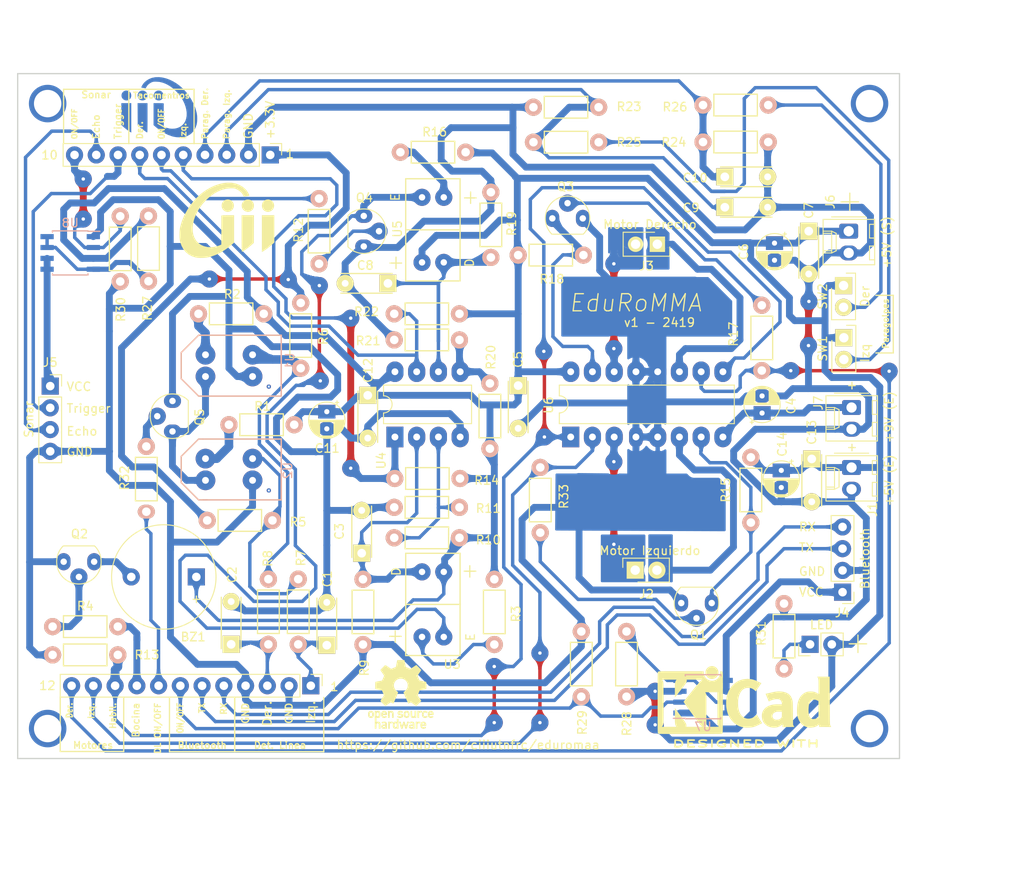
<source format=kicad_pcb>
(kicad_pcb (version 20171130) (host pcbnew "(5.1.0)-1")
  (layers (0 F.Cu signal) (31 B.Cu signal) (34 B.Paste user) (35 F.Paste user) (36 B.SilkS user) (37 F.SilkS user) (38 B.Mask user) (39 F.Mask user) (44 Edge.Cuts user))
  (net 0 "")
  (net 1 +5V)
  (net 2 "Net-(BZ1-Pad2)")
  (net 3 GND)
  (net 4 "Net-(C3-Pad1)")
  (net 5 "Net-(C8-Pad1)")
  (net 6 "Net-(D1-Pad1)")
  (net 7 Sonar_Trig)
  (net 8 Sonar_Echo)
  (net 9 Bluetooth_Rx)
  (net 10 Bluetooth_Tx)
  (net 11 ENABLE_Motors)
  (net 12 /C_1)
  (net 13 /C_2)
  (net 14 "Net-(R1-Pad2)")
  (net 15 "Net-(R2-Pad2)")
  (net 16 "Net-(R3-Pad2)")
  (net 17 "Net-(R5-Pad2)")
  (net 18 "Net-(R6-Pad2)")
  (net 19 "Net-(R10-Pad2)")
  (net 20 "Net-(R16-Pad2)")
  (net 21 "Net-(R20-Pad2)")
  (net 22 "Net-(R27-Pad2)")
  (net 23 "Net-(R28-Pad2)")
  (net 24 SegLinea_Izq)
  (net 25 SegLinea_Der)
  (net 26 Bumper_Izq)
  (net 27 Bumper_Der)
  (net 28 Bluetooth_OnOff)
  (net 29 SegLinea_OnOff)
  (net 30 Buzzer)
  (net 31 PWM_Izq)
  (net 32 PWM_Der)
  (net 33 Encoder_OnOff)
  (net 34 Encoder_Izq)
  (net 35 Encoder_Der)
  (net 36 Sonar_OnOff)
  (net 37 "Net-(Q5-Pad2)")
  (net 38 "Net-(Q1-Pad2)")
  (net 39 "Net-(Q2-Pad2)")
  (net 40 "Net-(Q3-Pad2)")
  (net 41 "Net-(Q4-Pad2)")
  (net 42 /Motor_Der1)
  (net 43 /Motor_Der2)
  (net 44 /Motor_Izq1)
  (net 45 /Motor_Izq2)
  (net 46 "Net-(R25-Pad2)")
  (net 47 "Net-(R26-Pad2)")
  (net 48 /Vcc_Sonar)
  (net 49 /Vcc_BT)
  (net 50 +9V)
  (net 51 GND_LED2)
  (net 52 GND_IRLED1)
  (net 53 +3V3)
  (module lib_fp:TCRT5000 (layer B.Cu) (at 90.686 89.1105 180)
    (fp_text reference U1 (at -7.112 0.508 90) (layer B.SilkS) (effects (justify mirror)))
    (fp_text value TCRT5000)
    (pad "" thru_hole circle (at -4.65 -2.45) (size 0.5 0.5) (drill 0.2) (layers *.Cu *.Mask B.Paste))
    (pad 1 thru_hole circle (at 2.75 1.27) (size 2.3 2.3) (drill 0.8) (layers *.Cu *.Mask B.Paste) (net 15 "Net-(R2-Pad2)"))
    (pad 2 thru_hole circle (at 2.75 -1.27) (size 2.3 2.3) (drill 0.8) (layers *.Cu *.Mask B.Paste) (net 52 GND_IRLED1))
    (pad 4 thru_hole circle (at -2.75 -1.27) (size 2.3 2.3) (drill 0.8) (layers *.Cu *.Mask B.Paste) (net 3 GND))
    (pad 3 thru_hole circle (at -2.75 1.27) (size 2.3 2.3) (drill 0.8) (layers *.Cu *.Mask B.Paste) (net 18 "Net-(R6-Pad2)"))
  )
  (module lib_fp:TCRT5000 (layer B.Cu) (at 90.686 101.239 180)
    (fp_text reference U2 (at -6.858 -0.127 90) (layer B.SilkS) (effects (justify mirror)))
    (fp_text value TCRT5000)
    (pad "" thru_hole circle (at -4.65 -2.45) (size 0.5 0.5) (drill 0.2) (layers *.Cu *.Mask B.Paste))
    (pad 1 thru_hole circle (at 2.75 1.27) (size 2.3 2.3) (drill 0.8) (layers *.Cu *.Mask B.Paste) (net 14 "Net-(R1-Pad2)"))
    (pad 2 thru_hole circle (at 2.75 -1.27) (size 2.3 2.3) (drill 0.8) (layers *.Cu *.Mask B.Paste) (net 52 GND_IRLED1))
    (pad 4 thru_hole circle (at -2.75 -1.27) (size 2.3 2.3) (drill 0.8) (layers *.Cu *.Mask B.Paste) (net 3 GND))
    (pad 3 thru_hole circle (at -2.75 1.27) (size 2.3 2.3) (drill 0.8) (layers *.Cu *.Mask B.Paste) (net 17 "Net-(R5-Pad2)"))
  )
  (module Connector_PinSocket_2.54mm:PinSocket_1x04_P2.54mm_Vertical (layer F.Cu) (at 69.8 91.5)
    (fp_text reference J5 (at 0 -2.77) (layer F.SilkS))
    (fp_text value Sonar)
    (pad 4 thru_hole oval (at 0 7.62) (size 2 2) (drill 1) (layers *.Cu *.Mask) (net 3 GND))
    (pad 3 thru_hole oval (at 0 5.08) (size 2 2) (drill 1) (layers *.Cu *.Mask) (net 8 Sonar_Echo))
    (pad 2 thru_hole oval (at 0 2.54) (size 2 2) (drill 1) (layers *.Cu *.Mask) (net 7 Sonar_Trig))
    (pad 1 thru_hole rect (at 0 0) (size 2 2) (drill 1) (layers *.Cu *.Mask) (net 48 /Vcc_Sonar))
  )
  (module Connector_Molex:Molex_KK-254_AE-6410-02A_1x02_P2.54mm_Vertical (layer F.Cu) (at 163.4 94 270)
    (fp_text reference J7 (at -0.528 3.888 90) (layer F.SilkS))
    (fp_text value DC_IN hide)
    (pad 1 thru_hole roundrect (at 0 0 270) (size 1.74 2.2) (drill 1.2) (layers *.Cu *.Mask) (roundrect_rratio 0.143678) (net 50 +9V))
    (pad 2 thru_hole oval (at 2.54 0 270) (size 1.74 2.2) (drill 1.2) (layers *.Cu *.Mask) (net 3 GND))
  )
  (module lib_fp:Logo_CIII_Small (layer B.Cu) (at 82.55 58.928 180)
    (fp_text reference Logo_1 hide)
    (fp_text value Logo_CIII hide)
    (fp_poly (pts (xy 3.999853 1.929435) (xy 4.170894 1.851682) (xy 4.30177 1.729141) (xy 4.387696 1.574784) (xy 4.423882 1.401583) (xy 4.405541 1.222512) (xy 4.327885 1.050543) (xy 4.325527 1.047016) (xy 4.203478 0.919789) (xy 4.045565 0.832291) (xy 3.8717 0.791856) (xy 3.701798 0.805816) (xy 3.6844 0.810926) (xy 3.508657 0.89888) (xy 3.380614 1.032617) (xy 3.304887 1.205657) (xy 3.285066 1.371601) (xy 3.314655 1.565895) (xy 3.396934 1.728544) (xy 3.522172 1.851955) (xy 3.680638 1.928531) (xy 3.862601 1.950679) (xy 3.999853 1.929435)) (layer B.Cu) (width 0.01))
    (fp_poly (pts (xy 2.17002 1.91433) (xy 2.328105 1.829076) (xy 2.448004 1.697143) (xy 2.521072 1.527404) (xy 2.539999 1.371601) (xy 2.510009 1.183077) (xy 2.427272 1.023205) (xy 2.302645 0.899729) (xy 2.146982 0.820392) (xy 1.971137 0.792939) (xy 1.785964 0.825114) (xy 1.777999 0.827938) (xy 1.613534 0.919683) (xy 1.491916 1.05227) (xy 1.417225 1.212352) (xy 1.393544 1.386585) (xy 1.424953 1.561622) (xy 1.507199 1.713451) (xy 1.646971 1.848698) (xy 1.816857 1.924461) (xy 1.982393 1.944029) (xy 2.17002 1.91433)) (layer B.Cu) (width 0.01))
    (fp_poly (pts (xy 0.240653 1.929435) (xy 0.411694 1.851682) (xy 0.54257 1.729141) (xy 0.628496 1.574784) (xy 0.664682 1.401583) (xy 0.646341 1.222512) (xy 0.568685 1.050543) (xy 0.566327 1.047016) (xy 0.444278 0.919789) (xy 0.286365 0.832291) (xy 0.1125 0.791856) (xy -0.057402 0.805816) (xy -0.0748 0.810926) (xy -0.249322 0.89929) (xy -0.379477 1.034488) (xy -0.458309 1.206888) (xy -0.479778 1.371601) (xy -0.449692 1.562876) (xy -0.366317 1.724376) (xy -0.239978 1.848105) (xy -0.081001 1.926069) (xy 0.100288 1.950272) (xy 0.240653 1.929435)) (layer B.Cu) (width 0.01))
    (fp_poly (pts (xy 4.436533 -2.070855) (xy 4.246006 -2.246161) (xy 4.097546 -2.376062) (xy 3.926344 -2.515305) (xy 3.749474 -2.650896) (xy 3.584006 -2.769846) (xy 3.447014 -2.859161) (xy 3.419146 -2.875377) (xy 3.285066 -2.950733) (xy 3.285066 0.474134) (xy 4.436533 0.474134) (xy 4.436533 -2.070855)) (layer B.Cu) (width 0.01))
    (fp_poly (pts (xy 2.523066 -2.11311) (xy 2.264976 -2.336233) (xy 2.132565 -2.446316) (xy 1.982814 -2.563805) (xy 1.828567 -2.679381) (xy 1.682666 -2.783726) (xy 1.557955 -2.867525) (xy 1.467277 -2.921459) (xy 1.442467 -2.93295) (xy 1.43031 -2.932833) (xy 1.420113 -2.918811) (xy 1.411705 -2.885564) (xy 1.404917 -2.827773) (xy 1.39958 -2.740119) (xy 1.395524 -2.617281) (xy 1.39258 -2.453941) (xy 1.390579 -2.244779) (xy 1.38935 -1.984476) (xy 1.388725 -1.667711) (xy 1.388535 -1.289166) (xy 1.388533 -1.239756) (xy 1.388533 0.474134) (xy 2.540804 0.474134) (xy 2.523066 -2.11311)) (layer B.Cu) (width 0.01))
    (fp_poly (pts (xy 0.449531 3.505906) (xy 0.82065 3.437923) (xy 0.953855 3.396789) (xy 1.246355 3.269258) (xy 1.514903 3.101423) (xy 1.742353 2.904898) (xy 1.83505 2.799831) (xy 1.92763 2.671734) (xy 2.008742 2.538734) (xy 2.068673 2.418658) (xy 2.09771 2.329331) (xy 2.098989 2.315471) (xy 2.068157 2.291125) (xy 1.9849 2.270594) (xy 1.904999 2.260912) (xy 1.787891 2.247844) (xy 1.692751 2.231466) (xy 1.653724 2.220398) (xy 1.612 2.219697) (xy 1.571835 2.264176) (xy 1.530139 2.347741) (xy 1.413856 2.535214) (xy 1.242696 2.707164) (xy 1.029426 2.851578) (xy 0.953389 2.890478) (xy 0.845365 2.939182) (xy 0.755419 2.970248) (xy 0.66237 2.987528) (xy 0.545037 2.994873) (xy 0.38224 2.996135) (xy 0.372533 2.996107) (xy -0.029977 2.961368) (xy -0.433854 2.860715) (xy -0.835676 2.695796) (xy -1.232022 2.46826) (xy -1.619469 2.179757) (xy -1.950461 1.876635) (xy -2.258768 1.53722) (xy -2.525216 1.18099) (xy -2.748817 0.813358) (xy -2.928583 0.439739) (xy -3.063524 0.065547) (xy -3.152652 -0.303805) (xy -3.19498 -0.662902) (xy -3.189519 -1.006331) (xy -3.135279 -1.328678) (xy -3.031274 -1.624529) (xy -2.876514 -1.88847) (xy -2.677915 -2.108034) (xy -2.427245 -2.289038) (xy -2.140711 -2.418234) (xy -1.827262 -2.494603) (xy -1.495845 -2.517126) (xy -1.155409 -2.484785) (xy -0.814903 -2.396561) (xy -0.662031 -2.337498) (xy -0.508 -2.271473) (xy -0.503988 -0.941003) (xy -0.503238 -0.646241) (xy -0.502807 -0.372011) (xy -0.502688 -0.125857) (xy -0.502872 0.084676) (xy -0.503351 0.252046) (xy -0.504116 0.368707) (xy -0.50516 0.427117) (xy -0.505472 0.4318) (xy -0.491642 0.447817) (xy -0.440666 0.459538) (xy -0.345461 0.467474) (xy -0.198939 0.472135) (xy 0.005982 0.474029) (xy 0.083182 0.474134) (xy 0.677333 0.474134) (xy 0.677333 -2.082882) (xy 0.403957 -2.319907) (xy -0.049653 -2.677275) (xy -0.518018 -2.976731) (xy -0.995692 -3.215273) (xy -1.477228 -3.389899) (xy -1.597436 -3.423179) (xy -1.840807 -3.471383) (xy -2.114961 -3.501155) (xy -2.39642 -3.511653) (xy -2.661704 -3.502035) (xy -2.887335 -3.471461) (xy -2.895601 -3.469705) (xy -3.240005 -3.362958) (xy -3.546058 -3.201062) (xy -3.811778 -2.986011) (xy -4.035184 -2.719797) (xy -4.214294 -2.404412) (xy -4.347126 -2.041849) (xy -4.359104 -1.998133) (xy -4.390797 -1.82491) (xy -4.409881 -1.605363) (xy -4.416401 -1.359711) (xy -4.410398 -1.108172) (xy -4.391915 -0.870965) (xy -4.360995 -0.668306) (xy -4.356242 -0.646341) (xy -4.198447 -0.097464) (xy -3.974835 0.443885) (xy -3.687199 0.974227) (xy -3.337336 1.490084) (xy -3.098741 1.790667) (xy -2.757768 2.159651) (xy -2.389517 2.489566) (xy -1.999969 2.778042) (xy -1.595108 3.022707) (xy -1.180915 3.221192) (xy -0.763373 3.371125) (xy -0.348463 3.470136) (xy 0.057833 3.515853) (xy 0.449531 3.505906)) (layer B.Cu) (width 0.01))
  )
  (module lib_fp:MountingHole_3.2mm_M3_DIN965 (layer F.Cu) (at 69.5 131.5)
    (fp_text reference MH2 hide)
    (fp_text value MountingHole hide)
    (fp_circle (center 0 0) (end 1.694391 0) (layer B.Cu) (width 1))
    (pad 1 np_thru_hole circle (at 0 0) (size 3.2 3.2) (drill 3.2) (layers *.Cu *.Mask))
  )
  (module lib_fp:TO-92_mod (layer F.Cu) (at 84.082 96.286 90)
    (fp_text reference Q5 (at 1.163 3.167 90) (layer F.SilkS))
    (fp_text value BC548)
    (pad 2 thru_hole circle (at 1.27 -1.778 180) (size 2 2) (drill 0.75) (layers *.Cu *.Mask) (net 37 "Net-(Q5-Pad2)"))
    (pad 3 thru_hole oval (at 3.048 0 180) (size 2 1.6) (drill 0.75) (layers *.Cu *.Mask) (net 3 GND))
    (pad 1 thru_hole oval (at -0.508 0 180) (size 2 1.6) (drill 0.75) (layers *.Cu *.Mask) (net 52 GND_IRLED1))
  )
  (module lib_fp:TO-92_mod (layer F.Cu) (at 106.426 72.136 270)
    (fp_text reference Q4 (at -2.636 -0.074 180) (layer F.SilkS))
    (fp_text value BC548)
    (pad 1 thru_hole oval (at -0.508 0) (size 2 1.6) (drill 0.75) (layers *.Cu *.Mask) (net 51 GND_LED2))
    (pad 3 thru_hole oval (at 3.048 0) (size 2 1.6) (drill 0.75) (layers *.Cu *.Mask) (net 3 GND))
    (pad 2 thru_hole circle (at 1.27 -1.778) (size 2 2) (drill 0.75) (layers *.Cu *.Mask) (net 41 "Net-(Q4-Pad2)"))
  )
  (module lib_fp:TO-92_mod (layer F.Cu) (at 128.958 71.91)
    (fp_text reference Q3 (at 1.03632 -3.7084) (layer F.SilkS))
    (fp_text value BC548)
    (pad 2 thru_hole circle (at 1.27 -1.778 90) (size 2 2) (drill 0.75) (layers *.Cu *.Mask) (net 40 "Net-(Q3-Pad2)"))
    (pad 3 thru_hole oval (at 3.048 0 90) (size 2 1.6) (drill 0.75) (layers *.Cu *.Mask) (net 3 GND))
    (pad 1 thru_hole oval (at -0.508 0 90) (size 2 1.6) (drill 0.75) (layers *.Cu *.Mask) (net 13 /C_2))
  )
  (module lib_fp:TO-92_mod (layer F.Cu) (at 74.422 112.014 180)
    (fp_text reference Q2 (at 1.2065 3.2385 180) (layer F.SilkS))
    (fp_text value BC548)
    (pad 1 thru_hole oval (at -0.508 0 270) (size 2 1.6) (drill 0.75) (layers *.Cu *.Mask) (net 2 "Net-(BZ1-Pad2)"))
    (pad 3 thru_hole oval (at 3.048 0 270) (size 2 1.6) (drill 0.75) (layers *.Cu *.Mask) (net 3 GND))
    (pad 2 thru_hole circle (at 1.27 -1.778 270) (size 2 2) (drill 0.75) (layers *.Cu *.Mask) (net 39 "Net-(Q2-Pad2)"))
  )
  (module lib_fp:TO-92_mod (layer F.Cu) (at 146.558 116.84 180)
    (fp_text reference Q1 (at 1.03632 -3.7084 180) (layer F.SilkS))
    (fp_text value BC548)
    (pad 1 thru_hole oval (at -0.508 0 270) (size 2 1.6) (drill 0.75) (layers *.Cu *.Mask) (net 12 /C_1))
    (pad 3 thru_hole oval (at 3.048 0 270) (size 2 1.6) (drill 0.75) (layers *.Cu *.Mask) (net 3 GND))
    (pad 2 thru_hole circle (at 1.27 -1.778 270) (size 2 2) (drill 0.75) (layers *.Cu *.Mask) (net 38 "Net-(Q1-Pad2)"))
  )
  (module Connector_Molex:Molex_KK-254_AE-6410-02A_1x02_P2.54mm_Vertical (layer F.Cu) (at 163.068 73.406 270)
    (fp_text reference J6 (at -3.429 2.159 90) (layer F.SilkS))
    (fp_text value DC_OUT hide)
    (pad 1 thru_hole roundrect (at 0 0 270) (size 1.74 2.2) (drill 1.2) (layers *.Cu *.Mask) (roundrect_rratio 0.143678) (net 1 +5V))
    (pad 2 thru_hole oval (at 2.54 0 270) (size 1.74 2.2) (drill 1.2) (layers *.Cu *.Mask) (net 3 GND))
  )
  (module Connector_Molex:Molex_KK-254_AE-6410-02A_1x02_P2.54mm_Vertical (layer F.Cu) (at 163.4 101.008 270)
    (fp_text reference J1 (at 4.91 -2.462 90) (layer F.SilkS))
    (fp_text value DC_IN hide)
    (pad 2 thru_hole oval (at 2.54 0 270) (size 1.74 2.2) (drill 1.2) (layers *.Cu *.Mask) (net 3 GND))
    (pad 1 thru_hole roundrect (at 0 0 270) (size 1.74 2.2) (drill 1.2) (layers *.Cu *.Mask) (roundrect_rratio 0.143678) (net 1 +5V))
  )
  (module lib_fp:DIP-16_W7.62mm_LongPads (layer F.Cu) (at 130.596 97.444 90)
    (fp_text reference U6 (at 3.718 -2.58 270) (layer F.SilkS))
    (fp_text value L293D)
    (pad 16 thru_hole oval (at 7.62 0 90) (size 2.4 2) (drill 0.8) (layers *.Cu *.Mask) (net 1 +5V))
    (pad 8 thru_hole oval (at 0 17.78 90) (size 2.4 2) (drill 0.8) (layers *.Cu *.Mask) (net 50 +9V))
    (pad 15 thru_hole oval (at 7.62 2.54 90) (size 2.4 2) (drill 0.8) (layers *.Cu *.Mask) (net 13 /C_2))
    (pad 7 thru_hole oval (at 0 15.24 90) (size 2.4 2) (drill 0.8) (layers *.Cu *.Mask) (net 12 /C_1))
    (pad 14 thru_hole oval (at 7.62 5.08 90) (size 2.4 2) (drill 0.8) (layers *.Cu *.Mask) (net 43 /Motor_Der2))
    (pad 6 thru_hole oval (at 0 12.7 90) (size 2.4 2) (drill 0.8) (layers *.Cu *.Mask) (net 45 /Motor_Izq2))
    (pad 13 thru_hole oval (at 7.62 7.62 90) (size 2.4 2) (drill 0.8) (layers *.Cu *.Mask) (net 3 GND))
    (pad 5 thru_hole oval (at 0 10.16 90) (size 2.4 2) (drill 0.8) (layers *.Cu *.Mask) (net 3 GND))
    (pad 12 thru_hole oval (at 7.62 10.16 90) (size 2.4 2) (drill 0.8) (layers *.Cu *.Mask) (net 3 GND))
    (pad 4 thru_hole oval (at 0 7.62 90) (size 2.4 1.6) (drill 0.8) (layers *.Cu *.Mask) (net 3 GND))
    (pad 11 thru_hole oval (at 7.62 12.7 90) (size 2.4 2) (drill 0.8) (layers *.Cu *.Mask) (net 42 /Motor_Der1))
    (pad 3 thru_hole oval (at 0 5.08 90) (size 2.4 2) (drill 0.8) (layers *.Cu *.Mask) (net 44 /Motor_Izq1))
    (pad 10 thru_hole oval (at 7.62 15.24 90) (size 2.4 2) (drill 0.8) (layers *.Cu *.Mask) (net 32 PWM_Der))
    (pad 2 thru_hole oval (at 0 2.54 90) (size 2.4 2) (drill 0.8) (layers *.Cu *.Mask) (net 31 PWM_Izq))
    (pad 9 thru_hole oval (at 7.62 17.78 90) (size 2.4 2) (drill 0.8) (layers *.Cu *.Mask) (net 11 ENABLE_Motors))
    (pad 1 thru_hole rect (at 0 0 90) (size 2.4 2) (drill 0.8) (layers *.Cu *.Mask) (net 11 ENABLE_Motors))
  )
  (module lib_fp:Resistor_Horizontal_RM7mm (layer F.Cu) (at 117.602 86.106 180)
    (fp_text reference R21 (at 10.6595 -0.106056 180) (layer F.SilkS))
    (fp_text value 10k)
    (pad 1 thru_hole circle (at 0 0 180) (size 1.99898 1.99898) (drill 1.00076) (layers *.Cu *.SilkS *.Mask) (net 21 "Net-(R20-Pad2)"))
    (pad 2 thru_hole circle (at 7.62 0 180) (size 1.99898 1.99898) (drill 1.00076) (layers *.Cu *.SilkS *.Mask) (net 3 GND))
  )
  (module lib_fp:Resistor_Horizontal_RM7mm (layer F.Cu) (at 88.138 107.188)
    (fp_text reference R5 (at 10.6045 0.1905) (layer F.SilkS))
    (fp_text value 3.3k)
    (pad 1 thru_hole circle (at 0 0) (size 1.99898 1.99898) (drill 1.00076) (layers *.Cu *.SilkS *.Mask) (net 53 +3V3))
    (pad 2 thru_hole circle (at 7.62 0) (size 1.99898 1.99898) (drill 1.00076) (layers *.Cu *.SilkS *.Mask) (net 17 "Net-(R5-Pad2)"))
  )
  (module lib_fp:Resistor_Horizontal_RM7mm (layer F.Cu) (at 99.06 81.788 270)
    (fp_text reference R6 (at 3.937 -2.6543 90) (layer F.SilkS))
    (fp_text value 3.3k)
    (pad 1 thru_hole circle (at 0 0 270) (size 1.99898 1.99898) (drill 1.00076) (layers *.Cu *.SilkS *.Mask) (net 53 +3V3))
    (pad 2 thru_hole circle (at 7.62 0 270) (size 1.99898 1.99898) (drill 1.00076) (layers *.Cu *.SilkS *.Mask) (net 18 "Net-(R6-Pad2)"))
  )
  (module lib_fp:Resistor_Horizontal_RM7mm (layer F.Cu) (at 98.771332 121.666 90)
    (fp_text reference R7 (at 10.0965 0.3175 270) (layer F.SilkS))
    (fp_text value 22k)
    (pad 2 thru_hole circle (at 7.62 0 90) (size 1.99898 1.99898) (drill 1.00076) (layers *.Cu *.SilkS *.Mask) (net 17 "Net-(R5-Pad2)"))
    (pad 1 thru_hole circle (at 0 0 90) (size 1.99898 1.99898) (drill 1.00076) (layers *.Cu *.SilkS *.Mask) (net 24 SegLinea_Izq))
  )
  (module lib_fp:CP_Radial_D4.0mm_P2.00mm (layer F.Cu) (at 152.948 94.65 90)
    (fp_text reference C4 (at 0.8405 3.397 270) (layer F.SilkS))
    (fp_text value 10u)
    (pad 2 thru_hole oval (at 2 0 90) (size 1.6 2) (drill 0.6) (layers *.Cu *.Mask) (net 3 GND))
    (pad 1 thru_hole rect (at 0 0 90) (size 1.6 2) (drill 0.6) (layers *.Cu *.Mask) (net 50 +9V))
  )
  (module lib_fp:Resistor_Horizontal_RM7mm (layer F.Cu) (at 151.638 99.822 270)
    (fp_text reference R15 (at 3.825 2.938 90) (layer F.SilkS))
    (fp_text value 10k)
    (pad 1 thru_hole circle (at 0 0 270) (size 1.99898 1.99898) (drill 1.00076) (layers *.Cu *.SilkS *.Mask) (net 1 +5V))
    (pad 2 thru_hole circle (at 7.62 0 270) (size 1.99898 1.99898) (drill 1.00076) (layers *.Cu *.SilkS *.Mask) (net 12 /C_1))
  )
  (module lib_fp:Resistor_Horizontal_RM7mm (layer F.Cu) (at 117.602 83.058 180)
    (fp_text reference R22 (at 10.8585 0.254 180) (layer F.SilkS))
    (fp_text value 10k)
    (pad 2 thru_hole circle (at 7.62 0 180) (size 1.99898 1.99898) (drill 1.00076) (layers *.Cu *.SilkS *.Mask) (net 35 Encoder_Der))
    (pad 1 thru_hole circle (at 0 0 180) (size 1.99898 1.99898) (drill 1.00076) (layers *.Cu *.SilkS *.Mask) (net 1 +5V))
  )
  (module lib_fp:Resistor_Horizontal_RM7mm (layer F.Cu) (at 146.05 62.992)
    (fp_text reference R24 (at -3.4036 0.0254) (layer F.SilkS))
    (fp_text value 22k)
    (pad 2 thru_hole circle (at 7.62 0) (size 1.99898 1.99898) (drill 1.00076) (layers *.Cu *.SilkS *.Mask) (net 3 GND))
    (pad 1 thru_hole circle (at 0 0) (size 1.99898 1.99898) (drill 1.00076) (layers *.Cu *.SilkS *.Mask) (net 27 Bumper_Der))
  )
  (module lib_fp:Resistor_Horizontal_RM7mm (layer F.Cu) (at 146.05 58.674)
    (fp_text reference R26 (at -3.2766 0.2286) (layer F.SilkS))
    (fp_text value 10k)
    (pad 1 thru_hole circle (at 0 0) (size 1.99898 1.99898) (drill 1.00076) (layers *.Cu *.SilkS *.Mask) (net 27 Bumper_Der))
    (pad 2 thru_hole circle (at 7.62 0) (size 1.99898 1.99898) (drill 1.00076) (layers *.Cu *.SilkS *.Mask) (net 47 "Net-(R26-Pad2)"))
  )
  (module lib_fp:HDRV2W64P254_1X2_508X254X864 (layer F.Cu) (at 139.4 113)
    (fp_text reference J2 (at 0.046 2.7986) (layer F.SilkS))
    (fp_text value Motor_Izq)
    (pad 2 thru_hole circle (at 1.27 0) (size 2 2) (drill 1.1) (layers *.Cu *.Mask F.SilkS) (net 45 /Motor_Izq2))
    (pad 1 thru_hole rect (at -1.27 0) (size 2 2) (drill 1.1) (layers *.Cu *.Mask F.SilkS) (net 44 /Motor_Izq1))
  )
  (module lib_fp:CP_Radial_D4.0mm_P2.00mm (layer F.Cu) (at 102.108 94.488 270)
    (fp_text reference C11 (at 4.2799 -0.0508 180) (layer F.SilkS))
    (fp_text value 10u)
    (pad 1 thru_hole rect (at 0 0 270) (size 1.6 2) (drill 0.6) (layers *.Cu *.Mask) (net 1 +5V))
    (pad 2 thru_hole oval (at 2 0 270) (size 1.6 2) (drill 0.6) (layers *.Cu *.Mask) (net 3 GND))
  )
  (module lib_fp:Resistor_Horizontal_RM7mm (layer F.Cu) (at 126.238 58.928)
    (fp_text reference R23 (at 11.176 -0.0635) (layer F.SilkS))
    (fp_text value 22k)
    (pad 2 thru_hole circle (at 7.62 0) (size 1.99898 1.99898) (drill 1.00076) (layers *.Cu *.SilkS *.Mask) (net 26 Bumper_Izq))
    (pad 1 thru_hole circle (at 0 0) (size 1.99898 1.99898) (drill 1.00076) (layers *.Cu *.SilkS *.Mask) (net 3 GND))
  )
  (module lib_fp:HDRV2W64P254_1X2_508X254X864 (layer F.Cu) (at 162.5 87.122 270)
    (fp_text reference SW1 (at 0 2.48 90) (layer F.SilkS))
    (fp_text value SW_Push hide)
    (pad 1 thru_hole rect (at -1.27 0 270) (size 2 2) (drill 1.1) (layers *.Cu *.Mask F.SilkS) (net 1 +5V))
    (pad 2 thru_hole circle (at 1.27 0 270) (size 2 2) (drill 1.1) (layers *.Cu *.Mask F.SilkS) (net 46 "Net-(R25-Pad2)"))
  )
  (module lib_fp:Buzzer_12x9.5RM7.6 (layer F.Cu) (at 86.868 113.792 180)
    (fp_text reference BZ1 (at 0.368 -7.008 180) (layer F.SilkS))
    (fp_text value Buzzer)
    (fp_text user + (at -0.01 -2.54 180) (layer F.SilkS))
    (pad 2 thru_hole circle (at 7.6 0 180) (size 2 2) (drill 1) (layers *.Cu *.Mask) (net 2 "Net-(BZ1-Pad2)"))
    (pad 1 thru_hole rect (at 0 0 180) (size 2 2) (drill 1) (layers *.Cu *.Mask) (net 1 +5V))
  )
  (module lib_fp:CP_Radial_D4.0mm_P2.00mm (layer F.Cu) (at 154.4 74.8 270)
    (fp_text reference C6 (at 1 3.6 90) (layer F.SilkS))
    (fp_text value 10u)
    (pad 2 thru_hole oval (at 2 0 270) (size 1.6 2) (drill 0.6) (layers *.Cu *.Mask) (net 3 GND))
    (pad 1 thru_hole rect (at 0 0 270) (size 1.6 2) (drill 0.6) (layers *.Cu *.Mask) (net 1 +5V))
  )
  (module lib_fp:CP_Radial_D4.0mm_P2.00mm (layer F.Cu) (at 155.194 101.346 270)
    (fp_text reference C14 (at -3.048 -0.106 90) (layer F.SilkS))
    (fp_text value 100u)
    (pad 2 thru_hole oval (at 2 0 270) (size 1.6 2) (drill 0.6) (layers *.Cu *.Mask) (net 3 GND))
    (pad 1 thru_hole rect (at 0 0 270) (size 1.6 2) (drill 0.6) (layers *.Cu *.Mask) (net 1 +5V))
  )
  (module lib_fp:PinHeader_1x02_P2.54mm_Vertical (layer F.Cu) (at 158.5548 121.666 90)
    (fp_text reference D1 hide)
    (fp_text value LED)
    (pad 2 thru_hole oval (at 0 2.54 90) (size 2 2) (drill 1) (layers *.Cu *.Mask) (net 1 +5V))
    (pad 1 thru_hole rect (at 0 0 90) (size 2 2) (drill 1) (layers *.Cu *.Mask) (net 6 "Net-(D1-Pad1)"))
  )
  (module lib_fp:HDRV2W64P254_1X2_508X254X864 (layer F.Cu) (at 139.446 74.93 180)
    (fp_text reference J3 (at 0 -2.54 180) (layer F.SilkS))
    (fp_text value Motor_Der)
    (pad 2 thru_hole circle (at 1.27 0 180) (size 1.8 1.8) (drill 1.1) (layers *.Cu *.Mask F.SilkS) (net 43 /Motor_Der2))
    (pad 1 thru_hole rect (at -1.27 0 180) (size 1.8 1.8) (drill 1.1) (layers *.Cu *.Mask F.SilkS) (net 42 /Motor_Der1))
  )
  (module lib_fp:PinHeader_1x04_P2.54mm_Vertical (layer F.Cu) (at 162.35 115.57 180)
    (fp_text reference J4 (at 0.044 -2.413) (layer F.SilkS))
    (fp_text value Bluetooth)
    (pad 4 thru_hole oval (at 0 7.62 180) (size 2 2) (drill 1) (layers *.Cu *.Mask) (net 9 Bluetooth_Rx))
    (pad 3 thru_hole oval (at 0 5.08 180) (size 2 2) (drill 1) (layers *.Cu *.Mask) (net 10 Bluetooth_Tx))
    (pad 2 thru_hole oval (at 0 2.54 180) (size 2 2) (drill 1) (layers *.Cu *.Mask) (net 3 GND))
    (pad 1 thru_hole rect (at 0 0 180) (size 2 2) (drill 1) (layers *.Cu *.Mask) (net 49 /Vcc_BT))
  )
  (module lib_fp:MountingHole_3.2mm_M3_DIN965 (layer F.Cu) (at 165.5 131.5)
    (fp_text reference MH1 hide)
    (fp_text value MountingHole hide)
    (fp_circle (center 0 0) (end 1.694391 0) (layer B.Cu) (width 1))
    (pad 1 np_thru_hole circle (at 0 0) (size 3.2 3.2) (drill 3.2) (layers *.Cu *.Mask))
  )
  (module lib_fp:MountingHole_3.2mm_M3_DIN965 (layer F.Cu) (at 165.5 58.5)
    (fp_text reference MH3 hide)
    (fp_text value MountingHole hide)
    (fp_circle (center 0 0) (end 1.694391 0) (layer B.Cu) (width 1))
    (pad 1 np_thru_hole circle (at 0 0) (size 3.2 3.2) (drill 3.2) (layers *.Cu *.Mask))
  )
  (module lib_fp:MountingHole_3.2mm_M3_DIN965 (layer F.Cu) (at 69.5 58.5)
    (fp_text reference MH4 hide)
    (fp_text value MountingHole hide)
    (fp_circle (center 0 0) (end 1.694391 0) (layer B.Cu) (width 1))
    (pad 1 np_thru_hole circle (at 0 0) (size 3.2 3.2) (drill 3.2) (layers *.Cu *.Mask))
  )
  (module lib_fp:Resistor_Horizontal_RM7mm (layer F.Cu) (at 98.298 96.012 180)
    (fp_text reference R1 (at 3.6957 2.159 180) (layer F.SilkS))
    (fp_text value 220)
    (pad 1 thru_hole circle (at 0 0 180) (size 1.99898 1.99898) (drill 1.00076) (layers *.Cu *.SilkS *.Mask) (net 1 +5V))
    (pad 2 thru_hole circle (at 7.62 0 180) (size 1.99898 1.99898) (drill 1.00076) (layers *.Cu *.SilkS *.Mask) (net 14 "Net-(R1-Pad2)"))
  )
  (module lib_fp:Resistor_Horizontal_RM7mm (layer F.Cu) (at 94.742 83.058 180)
    (fp_text reference R2 (at 3.683 2.286 180) (layer F.SilkS))
    (fp_text value 220)
    (pad 1 thru_hole circle (at 0 0 180) (size 1.99898 1.99898) (drill 1.00076) (layers *.Cu *.SilkS *.Mask) (net 1 +5V))
    (pad 2 thru_hole circle (at 7.62 0 180) (size 1.99898 1.99898) (drill 1.00076) (layers *.Cu *.SilkS *.Mask) (net 15 "Net-(R2-Pad2)"))
  )
  (module lib_fp:Resistor_Horizontal_RM7mm (layer F.Cu) (at 121.674 114.066 270)
    (fp_text reference R3 (at 4.044 -2.532 270) (layer F.SilkS))
    (fp_text value 220)
    (pad 1 thru_hole circle (at 0 0 270) (size 1.99898 1.99898) (drill 1.00076) (layers *.Cu *.SilkS *.Mask) (net 1 +5V))
    (pad 2 thru_hole circle (at 7.62 0 270) (size 1.99898 1.99898) (drill 1.00076) (layers *.Cu *.SilkS *.Mask) (net 16 "Net-(R3-Pad2)"))
  )
  (module lib_fp:Resistor_Horizontal_RM7mm (layer F.Cu) (at 70.08 119.594)
    (fp_text reference R4 (at 3.82 -2.394) (layer F.SilkS))
    (fp_text value 1k)
    (pad 2 thru_hole circle (at 7.62 0) (size 1.99898 1.99898) (drill 1.00076) (layers *.Cu *.SilkS *.Mask) (net 30 Buzzer))
    (pad 1 thru_hole circle (at 0 0) (size 1.99898 1.99898) (drill 1.00076) (layers *.Cu *.SilkS *.Mask) (net 39 "Net-(Q2-Pad2)"))
  )
  (module lib_fp:Resistor_Horizontal_RM7mm (layer F.Cu) (at 95.284666 121.666 90)
    (fp_text reference R8 (at 10.033 -0.0635 270) (layer F.SilkS))
    (fp_text value 22k)
    (pad 1 thru_hole circle (at 0 0 90) (size 1.99898 1.99898) (drill 1.00076) (layers *.Cu *.SilkS *.Mask) (net 25 SegLinea_Der))
    (pad 2 thru_hole circle (at 7.62 0 90) (size 1.99898 1.99898) (drill 1.00076) (layers *.Cu *.SilkS *.Mask) (net 18 "Net-(R6-Pad2)"))
  )
  (module lib_fp:Resistor_Horizontal_RM7mm (layer F.Cu) (at 106.33 114.066 270)
    (fp_text reference R9 (at 10.3505 -0.1675 90) (layer F.SilkS))
    (fp_text value 10k)
    (pad 2 thru_hole circle (at 7.62 0 270) (size 1.99898 1.99898) (drill 1.00076) (layers *.Cu *.SilkS *.Mask) (net 3 GND))
    (pad 1 thru_hole circle (at 0 0 270) (size 1.99898 1.99898) (drill 1.00076) (layers *.Cu *.SilkS *.Mask) (net 4 "Net-(C3-Pad1)"))
  )
  (module lib_fp:Resistor_Horizontal_RM7mm (layer F.Cu) (at 117.602 109.22 180)
    (fp_text reference R10 (at -3.3655 -0.254 180) (layer F.SilkS))
    (fp_text value 10k)
    (pad 2 thru_hole circle (at 7.62 0 180) (size 1.99898 1.99898) (drill 1.00076) (layers *.Cu *.SilkS *.Mask) (net 19 "Net-(R10-Pad2)"))
    (pad 1 thru_hole circle (at 0 0 180) (size 1.99898 1.99898) (drill 1.00076) (layers *.Cu *.SilkS *.Mask) (net 1 +5V))
  )
  (module lib_fp:Resistor_Horizontal_RM7mm (layer F.Cu) (at 117.602 105.664 180)
    (fp_text reference R11 (at -3.3655 -0.127 180) (layer F.SilkS))
    (fp_text value 10k)
    (pad 2 thru_hole circle (at 7.62 0 180) (size 1.99898 1.99898) (drill 1.00076) (layers *.Cu *.SilkS *.Mask) (net 3 GND))
    (pad 1 thru_hole circle (at 0 0 180) (size 1.99898 1.99898) (drill 1.00076) (layers *.Cu *.SilkS *.Mask) (net 19 "Net-(R10-Pad2)"))
  )
  (module lib_fp:Resistor_Horizontal_RM7mm (layer F.Cu) (at 101.2016 77.216 90)
    (fp_text reference R12 (at 3.937 -2.3956 90) (layer F.SilkS))
    (fp_text value 1k)
    (pad 2 thru_hole circle (at 7.62 0 90) (size 1.99898 1.99898) (drill 1.00076) (layers *.Cu *.SilkS *.Mask) (net 33 Encoder_OnOff))
    (pad 1 thru_hole circle (at 0 0 90) (size 1.99898 1.99898) (drill 1.00076) (layers *.Cu *.SilkS *.Mask) (net 41 "Net-(Q4-Pad2)"))
  )
  (module lib_fp:Resistor_Horizontal_RM7mm (layer F.Cu) (at 77.7 122.896 180)
    (fp_text reference R13 (at -3.4 -0.004 180) (layer F.SilkS))
    (fp_text value 10k)
    (pad 1 thru_hole circle (at 0 0 180) (size 1.99898 1.99898) (drill 1.00076) (layers *.Cu *.SilkS *.Mask) (net 11 ENABLE_Motors))
    (pad 2 thru_hole circle (at 7.62 0 180) (size 1.99898 1.99898) (drill 1.00076) (layers *.Cu *.SilkS *.Mask) (net 3 GND))
  )
  (module lib_fp:Resistor_Horizontal_RM7mm (layer F.Cu) (at 117.665 102.292888 180)
    (fp_text reference R14 (at -3.12 -0.216112 180) (layer F.SilkS))
    (fp_text value 10k)
    (pad 1 thru_hole circle (at 0 0 180) (size 1.99898 1.99898) (drill 1.00076) (layers *.Cu *.SilkS *.Mask) (net 1 +5V))
    (pad 2 thru_hole circle (at 7.62 0 180) (size 1.99898 1.99898) (drill 1.00076) (layers *.Cu *.SilkS *.Mask) (net 34 Encoder_Izq))
  )
  (module lib_fp:Resistor_Horizontal_RM7mm (layer F.Cu) (at 118.3212 64.1804 180)
    (fp_text reference R16 (at 3.6148 2.3568 180) (layer F.SilkS))
    (fp_text value 220)
    (pad 1 thru_hole circle (at 0 0 180) (size 1.99898 1.99898) (drill 1.00076) (layers *.Cu *.SilkS *.Mask) (net 1 +5V))
    (pad 2 thru_hole circle (at 7.62 0 180) (size 1.99898 1.99898) (drill 1.00076) (layers *.Cu *.SilkS *.Mask) (net 20 "Net-(R16-Pad2)"))
  )
  (module lib_fp:Resistor_Horizontal_RM7mm (layer F.Cu) (at 152.916 82.062 270)
    (fp_text reference R17 (at 3.3655 3.302 270) (layer F.SilkS))
    (fp_text value 1k)
    (pad 2 thru_hole circle (at 7.62 0 270) (size 1.99898 1.99898) (drill 1.00076) (layers *.Cu *.SilkS *.Mask) (net 32 PWM_Der))
    (pad 1 thru_hole circle (at 0 0 270) (size 1.99898 1.99898) (drill 1.00076) (layers *.Cu *.SilkS *.Mask) (net 40 "Net-(Q3-Pad2)"))
  )
  (module lib_fp:Resistor_Horizontal_RM7mm (layer F.Cu) (at 124.46 76.2)
    (fp_text reference R18 (at 3.94 2.8) (layer F.SilkS))
    (fp_text value 10k)
    (pad 1 thru_hole circle (at 0 0) (size 1.99898 1.99898) (drill 1.00076) (layers *.Cu *.SilkS *.Mask) (net 1 +5V))
    (pad 2 thru_hole circle (at 7.62 0) (size 1.99898 1.99898) (drill 1.00076) (layers *.Cu *.SilkS *.Mask) (net 13 /C_2))
  )
  (module lib_fp:Resistor_Horizontal_RM7mm (layer F.Cu) (at 121.27 76.474 90)
    (fp_text reference R19 (at 3.957 2.428 90) (layer F.SilkS))
    (fp_text value 10k)
    (pad 2 thru_hole circle (at 7.62 0 90) (size 1.99898 1.99898) (drill 1.00076) (layers *.Cu *.SilkS *.Mask) (net 3 GND))
    (pad 1 thru_hole circle (at 0 0 90) (size 1.99898 1.99898) (drill 1.00076) (layers *.Cu *.SilkS *.Mask) (net 5 "Net-(C8-Pad1)"))
  )
  (module lib_fp:Resistor_Horizontal_RM7mm (layer F.Cu) (at 121.158 98.806 90)
    (fp_text reference R20 (at 10.675666 0.119 270) (layer F.SilkS))
    (fp_text value 10k)
    (pad 2 thru_hole circle (at 7.62 0 90) (size 1.99898 1.99898) (drill 1.00076) (layers *.Cu *.SilkS *.Mask) (net 21 "Net-(R20-Pad2)"))
    (pad 1 thru_hole circle (at 0 0 90) (size 1.99898 1.99898) (drill 1.00076) (layers *.Cu *.SilkS *.Mask) (net 1 +5V))
  )
  (module lib_fp:Resistor_Horizontal_RM7mm (layer F.Cu) (at 126.246 63.012)
    (fp_text reference R25 (at 11.168 0) (layer F.SilkS))
    (fp_text value 10k)
    (pad 1 thru_hole circle (at 0 0) (size 1.99898 1.99898) (drill 1.00076) (layers *.Cu *.SilkS *.Mask) (net 26 Bumper_Izq))
    (pad 2 thru_hole circle (at 7.62 0) (size 1.99898 1.99898) (drill 1.00076) (layers *.Cu *.SilkS *.Mask) (net 46 "Net-(R25-Pad2)"))
  )
  (module lib_fp:Resistor_Horizontal_RM7mm (layer F.Cu) (at 81.28 71.628 270)
    (fp_text reference R27 (at 10.795 0.127 90) (layer F.SilkS))
    (fp_text value 10k)
    (pad 2 thru_hole circle (at 7.62 0 270) (size 1.99898 1.99898) (drill 1.00076) (layers *.Cu *.SilkS *.Mask) (net 22 "Net-(R27-Pad2)"))
    (pad 1 thru_hole circle (at 0 0 270) (size 1.99898 1.99898) (drill 1.00076) (layers *.Cu *.SilkS *.Mask) (net 1 +5V))
  )
  (module lib_fp:Resistor_Horizontal_RM7mm (layer F.Cu) (at 137.1172 127.782 90)
    (fp_text reference R28 (at -3.155 0.0428 90) (layer F.SilkS))
    (fp_text value 10k)
    (pad 1 thru_hole circle (at 0 0 90) (size 2 2) (drill 1.00076) (layers *.Cu *.SilkS *.Mask) (net 1 +5V))
    (pad 2 thru_hole circle (at 7.62 0 90) (size 2 2) (drill 1.00076) (layers *.Cu *.SilkS *.Mask) (net 23 "Net-(R28-Pad2)"))
  )
  (module lib_fp:Resistor_Horizontal_RM7mm (layer F.Cu) (at 131.834 127.782 90)
    (fp_text reference R29 (at -3.028 0.119 90) (layer F.SilkS))
    (fp_text value 10k)
    (pad 2 thru_hole circle (at 7.62 0 90) (size 1.99898 1.99898) (drill 1.00076) (layers *.Cu *.SilkS *.Mask) (net 3 GND))
    (pad 1 thru_hole circle (at 0 0 90) (size 1.99898 1.99898) (drill 1.00076) (layers *.Cu *.SilkS *.Mask) (net 28 Bluetooth_OnOff))
  )
  (module lib_fp:HDRV2W64P254_1X2_508X254X864 (layer F.Cu) (at 162.464 81.026 270)
    (fp_text reference SW2 (at 0 2.444 90) (layer F.SilkS))
    (fp_text value SW_Push hide)
    (pad 1 thru_hole rect (at -1.27 0 270) (size 2 2) (drill 1.1) (layers *.Cu *.Mask F.SilkS) (net 1 +5V))
    (pad 2 thru_hole circle (at 1.27 0 270) (size 2 2) (drill 1.1) (layers *.Cu *.Mask F.SilkS) (net 47 "Net-(R26-Pad2)"))
  )
  (module lib_fp:TCST1103 (layer F.Cu) (at 114.5 117 90)
    (fp_text reference U3 (at -7 2.25) (layer F.SilkS))
    (fp_text value TCST1103)
    (fp_text user D (at 3.84 -4.28 90) (layer F.SilkS))
    (fp_text user E (at -3.82 4.39 90) (layer F.SilkS))
    (pad 4 thru_hole circle (at 3.8 -1.27 270) (size 2 2) (drill 0.75) (layers *.Cu *.Mask F.Paste) (net 4 "Net-(C3-Pad1)"))
    (pad 1 thru_hole circle (at -3.8 -1.27 270) (size 2 2) (drill 0.75) (layers *.Cu *.Mask F.Paste) (net 16 "Net-(R3-Pad2)"))
    (pad 2 thru_hole circle (at -3.8 1.27 270) (size 2 2) (drill 0.75) (layers *.Cu *.Mask F.Paste) (net 51 GND_LED2))
    (pad 3 thru_hole circle (at 3.8 1.27 270) (size 2 2) (drill 0.75) (layers *.Cu *.Mask F.Paste) (net 1 +5V))
  )
  (module lib_fp:DIP-8_W7.62mm_LongPads (layer F.Cu) (at 110.065 97.444 90)
    (fp_text reference U4 (at -2.759 -1.607 270) (layer F.SilkS))
    (fp_text value LM393)
    (pad 8 thru_hole oval (at 7.62 0 90) (size 2.4 2) (drill 0.8) (layers *.Cu *.Mask) (net 1 +5V))
    (pad 4 thru_hole oval (at 0 7.62 90) (size 2.4 2) (drill 0.8) (layers *.Cu *.Mask) (net 3 GND))
    (pad 7 thru_hole oval (at 7.62 2.54 90) (size 2.4 2) (drill 0.8) (layers *.Cu *.Mask) (net 35 Encoder_Der))
    (pad 3 thru_hole oval (at 0 5.08 90) (size 2.4 2) (drill 0.8) (layers *.Cu *.Mask) (net 19 "Net-(R10-Pad2)"))
    (pad 6 thru_hole oval (at 7.62 5.08 90) (size 2.4 2) (drill 0.8) (layers *.Cu *.Mask) (net 5 "Net-(C8-Pad1)"))
    (pad 2 thru_hole oval (at 0 2.54 90) (size 2.4 2) (drill 0.8) (layers *.Cu *.Mask) (net 4 "Net-(C3-Pad1)"))
    (pad 5 thru_hole oval (at 7.62 7.62 90) (size 2.4 2) (drill 0.8) (layers *.Cu *.Mask) (net 21 "Net-(R20-Pad2)"))
    (pad 1 thru_hole rect (at 0 0 90) (size 2.4 2) (drill 0.8) (layers *.Cu *.Mask) (net 34 Encoder_Izq))
  )
  (module lib_fp:TCST1103 (layer F.Cu) (at 114.5 73.25 270)
    (fp_text reference U5 (at -0.098 4.137 90) (layer F.SilkS))
    (fp_text value TCST1103)
    (fp_text user E (at -3.82 4.39 270) (layer F.SilkS))
    (fp_text user D (at 3.84 -4.28 270) (layer F.SilkS))
    (pad 3 thru_hole circle (at 3.8 1.27 90) (size 2 2) (drill 0.75) (layers *.Cu *.Mask F.Paste) (net 1 +5V))
    (pad 2 thru_hole circle (at -3.8 1.27 90) (size 2 2) (drill 0.75) (layers *.Cu *.Mask F.Paste) (net 51 GND_LED2))
    (pad 1 thru_hole circle (at -3.8 -1.27 90) (size 2 2) (drill 0.75) (layers *.Cu *.Mask F.Paste) (net 20 "Net-(R16-Pad2)"))
    (pad 4 thru_hole circle (at 3.8 -1.27 90) (size 2 2) (drill 0.75) (layers *.Cu *.Mask F.Paste) (net 5 "Net-(C8-Pad1)"))
  )
  (module lib_fp:C_Disc_D6_P5 (layer F.Cu) (at 102.108 121.766 90)
    (fp_text reference C1 (at 7.747 0.0635 270) (layer F.SilkS))
    (fp_text value 0.1u)
    (pad 1 thru_hole rect (at 0 0 90) (size 2 2) (drill 1.016) (layers *.Cu *.Mask F.SilkS) (net 24 SegLinea_Izq))
    (pad 2 thru_hole circle (at 5 0 90) (size 2 2) (drill 0.8) (layers *.Cu *.Mask F.SilkS) (net 3 GND))
  )
  (module lib_fp:C_Disc_D6_P5 (layer F.Cu) (at 90.932 121.666 90)
    (fp_text reference C2 (at 8.128 0.127 270) (layer F.SilkS))
    (fp_text value 0.1u)
    (pad 1 thru_hole rect (at 0 0 90) (size 2 2) (drill 1.016) (layers *.Cu *.Mask F.SilkS) (net 25 SegLinea_Der))
    (pad 2 thru_hole circle (at 5 0 90) (size 2 2) (drill 0.8) (layers *.Cu *.Mask F.SilkS) (net 3 GND))
  )
  (module lib_fp:C_Disc_D6_P5 (layer F.Cu) (at 106.18 111.018 90)
    (fp_text reference C3 (at 2.54 -2.6035 270) (layer F.SilkS))
    (fp_text value 0.1u)
    (pad 1 thru_hole rect (at 0 0 90) (size 2 2) (drill 1.016) (layers *.Cu *.Mask F.SilkS) (net 4 "Net-(C3-Pad1)"))
    (pad 2 thru_hole circle (at 5 0 90) (size 2 2) (drill 0.8) (layers *.Cu *.Mask F.SilkS) (net 3 GND))
  )
  (module lib_fp:C_Disc_D6_P5 (layer F.Cu) (at 124.46 91.44 270)
    (fp_text reference C5 (at -3.048 0 90) (layer F.SilkS))
    (fp_text value 0.1u)
    (pad 2 thru_hole circle (at 5 0 270) (size 2 2) (drill 0.8) (layers *.Cu *.Mask F.SilkS) (net 3 GND))
    (pad 1 thru_hole rect (at 0 0 270) (size 2 2) (drill 1.016) (layers *.Cu *.Mask F.SilkS) (net 1 +5V))
  )
  (module lib_fp:C_Disc_D6_P5 (layer F.Cu) (at 158.4 73.4 270)
    (fp_text reference C7 (at -2.413 0 90) (layer F.SilkS))
    (fp_text value 0.1u)
    (pad 2 thru_hole circle (at 5 0 270) (size 2 2) (drill 0.8) (layers *.Cu *.Mask F.SilkS) (net 3 GND))
    (pad 1 thru_hole rect (at 0 0 270) (size 2 2) (drill 1.016) (layers *.Cu *.Mask F.SilkS) (net 1 +5V))
  )
  (module lib_fp:C_Disc_D6_P5 (layer F.Cu) (at 109.25 79.5 180)
    (fp_text reference C8 (at 2.65 2.1 180) (layer F.SilkS))
    (fp_text value 0.1u)
    (pad 1 thru_hole rect (at 0 0 180) (size 2 2) (drill 1.016) (layers *.Cu *.Mask F.SilkS) (net 5 "Net-(C8-Pad1)"))
    (pad 2 thru_hole circle (at 5 0 180) (size 2 2) (drill 0.8) (layers *.Cu *.Mask F.SilkS) (net 3 GND))
  )
  (module lib_fp:C_Disc_D6_P5 (layer F.Cu) (at 148.598 70.612)
    (fp_text reference C9 (at -3.937 0.0635) (layer F.SilkS))
    (fp_text value 0.1u)
    (pad 2 thru_hole circle (at 5 0) (size 2 2) (drill 0.8) (layers *.Cu *.Mask F.SilkS) (net 3 GND))
    (pad 1 thru_hole rect (at 0 0) (size 2 2) (drill 1.016) (layers *.Cu *.Mask F.SilkS) (net 26 Bumper_Izq))
  )
  (module lib_fp:C_Disc_D6_P5 (layer F.Cu) (at 148.598 67.056)
    (fp_text reference C10 (at -3.460809 0.127) (layer F.SilkS))
    (fp_text value 0.1u)
    (pad 2 thru_hole circle (at 5 0) (size 2 2) (drill 0.8) (layers *.Cu *.Mask F.SilkS) (net 3 GND))
    (pad 1 thru_hole rect (at 0 0) (size 2 2) (drill 1.016) (layers *.Cu *.Mask F.SilkS) (net 27 Bumper_Der))
  )
  (module lib_fp:C_Disc_D6_P5 (layer F.Cu) (at 106.8912 92.5776 270)
    (fp_text reference C12 (at -2.9156 -0.0428 90) (layer F.SilkS))
    (fp_text value 0.1u)
    (pad 1 thru_hole rect (at 0 0 270) (size 2 2) (drill 1.016) (layers *.Cu *.Mask F.SilkS) (net 1 +5V))
    (pad 2 thru_hole circle (at 5 0 270) (size 2 2) (drill 0.8) (layers *.Cu *.Mask F.SilkS) (net 3 GND))
  )
  (module lib_fp:C_Disc_D6_P5 (layer F.Cu) (at 158.75 100.008 270)
    (fp_text reference C13 (at -3.107 0 90) (layer F.SilkS))
    (fp_text value 0.1u)
    (pad 2 thru_hole circle (at 5 0 270) (size 2 2) (drill 0.8) (layers *.Cu *.Mask F.SilkS) (net 3 GND))
    (pad 1 thru_hole rect (at 0 0 270) (size 2 2) (drill 1.016) (layers *.Cu *.Mask F.SilkS) (net 1 +5V))
  )
  (module lib_fp:Resistor_Horizontal_RM7mm (layer F.Cu) (at 77.978 71.664 270)
    (fp_text reference R30 (at 10.886 -0.0635 90) (layer F.SilkS))
    (fp_text value 10k)
    (pad 2 thru_hole circle (at 7.62 0 270) (size 1.99898 1.99898) (drill 1.00076) (layers *.Cu *.SilkS *.Mask) (net 3 GND))
    (pad 1 thru_hole circle (at 0 0 270) (size 1.99898 1.99898) (drill 1.00076) (layers *.Cu *.SilkS *.Mask) (net 36 Sonar_OnOff))
  )
  (module lib_fp:Resistor_Horizontal_RM7mm (layer F.Cu) (at 155.5115 116.9035 270)
    (fp_text reference R31 (at 3.4925 2.667 270) (layer F.SilkS))
    (fp_text value 1k)
    (pad 1 thru_hole circle (at 0 0 270) (size 1.99898 1.99898) (drill 1.00076) (layers *.Cu *.SilkS *.Mask) (net 3 GND))
    (pad 2 thru_hole circle (at 7.62 0 270) (size 1.99898 1.99898) (drill 1.00076) (layers *.Cu *.SilkS *.Mask) (net 6 "Net-(D1-Pad1)"))
  )
  (module lib_fp:Resistor_Horizontal_RM7mm (layer F.Cu) (at 81.026 98.552 270)
    (fp_text reference R32 (at 3.683 2.54 90) (layer F.SilkS))
    (fp_text value 1k)
    (pad 1 thru_hole circle (at 0 0 270) (size 1.99898 1.99898) (drill 1.00076) (layers *.Cu *.SilkS *.Mask) (net 37 "Net-(Q5-Pad2)"))
    (pad 2 thru_hole oval (at 7.62 0 270) (size 1.6 1.99898) (drill 1.00076) (layers *.Cu *.SilkS *.Mask) (net 29 SegLinea_OnOff))
  )
  (module lib_fp:Resistor_Horizontal_RM7mm (layer F.Cu) (at 127.04 108.62 90)
    (fp_text reference R33 (at 4.226 2.754 90) (layer F.SilkS))
    (fp_text value 1k)
    (pad 2 thru_hole circle (at 7.62 0 90) (size 1.99898 1.99898) (drill 1.00076) (layers *.Cu *.SilkS *.Mask) (net 31 PWM_Izq))
    (pad 1 thru_hole circle (at 0 0 90) (size 1.99898 1.99898) (drill 1.00076) (layers *.Cu *.SilkS *.Mask) (net 38 "Net-(Q1-Pad2)"))
  )
  (module lib_fp:SOIC-8_3.9x4.9mm_P1.27mm (layer B.Cu) (at 146.058 127.782)
    (fp_text reference U7 (at 0 3.5) (layer B.SilkS) (effects (justify mirror)))
    (fp_text value IRF7105)
    (pad 1 smd rect (at -2.7 1.905) (size 1.55 0.6) (layers B.Cu B.Paste B.Mask) (net 3 GND))
    (pad 2 smd rect (at -2.7 0.635) (size 1.55 0.6) (layers B.Cu B.Paste B.Mask) (net 28 Bluetooth_OnOff))
    (pad 3 smd rect (at -2.7 -0.635) (size 1.55 0.6) (layers B.Cu B.Paste B.Mask) (net 1 +5V))
    (pad 4 smd rect (at -2.7 -1.905) (size 1.55 0.6) (layers B.Cu B.Paste B.Mask) (net 23 "Net-(R28-Pad2)"))
    (pad 5 smd rect (at 2.7 -1.905) (size 1.55 0.6) (layers B.Cu B.Paste B.Mask) (net 49 /Vcc_BT))
    (pad 6 smd rect (at 2.7 -0.635) (size 1.55 0.6) (layers B.Cu B.Paste B.Mask) (net 49 /Vcc_BT))
    (pad 7 smd rect (at 2.7 0.635) (size 1.55 0.6) (layers B.Cu B.Paste B.Mask) (net 23 "Net-(R28-Pad2)"))
    (pad 8 smd rect (at 2.7 1.905) (size 1.55 0.6) (layers B.Cu B.Paste B.Mask) (net 23 "Net-(R28-Pad2)"))
  )
  (module lib_fp:SOIC-8_3.9x4.9mm_P1.27mm (layer B.Cu) (at 72.136 75.946 180)
    (fp_text reference U8 (at 0 3.5 180) (layer B.SilkS) (effects (justify mirror)))
    (fp_text value IRF7105)
    (pad 8 smd rect (at 2.7 1.905 180) (size 1.55 0.6) (layers B.Cu B.Paste B.Mask) (net 22 "Net-(R27-Pad2)"))
    (pad 7 smd rect (at 2.7 0.635 180) (size 1.55 0.6) (layers B.Cu B.Paste B.Mask) (net 22 "Net-(R27-Pad2)"))
    (pad 6 smd rect (at 2.7 -0.635 180) (size 1.55 0.6) (layers B.Cu B.Paste B.Mask) (net 48 /Vcc_Sonar))
    (pad 5 smd rect (at 2.7 -1.905 180) (size 1.55 0.6) (layers B.Cu B.Paste B.Mask) (net 48 /Vcc_Sonar))
    (pad 4 smd rect (at -2.7 -1.905 180) (size 1.55 0.6) (layers B.Cu B.Paste B.Mask) (net 22 "Net-(R27-Pad2)"))
    (pad 3 smd rect (at -2.7 -0.635 180) (size 1.55 0.6) (layers B.Cu B.Paste B.Mask) (net 1 +5V))
    (pad 2 smd rect (at -2.7 0.635 180) (size 1.55 0.6) (layers B.Cu B.Paste B.Mask) (net 36 Sonar_OnOff))
    (pad 1 smd rect (at -2.7 1.905 180) (size 1.55 0.6) (layers B.Cu B.Paste B.Mask) (net 3 GND))
  )
  (module lib_fp:PinHeader_1x10_P2.54mm_Vertical (layer F.Cu) (at 95.5 64.5 270)
    (fp_text reference ConDer1 hide)
    (fp_text value Conn_01x10)
    (pad 10 thru_hole circle (at 0 22.86 270) (size 2 2) (drill 1) (layers *.Cu *.Mask) (net 36 Sonar_OnOff))
    (pad 9 thru_hole circle (at 0 20.32 270) (size 2 2) (drill 1) (layers *.Cu *.Mask) (net 8 Sonar_Echo))
    (pad 8 thru_hole circle (at 0 17.78 270) (size 2 2) (drill 1) (layers *.Cu *.Mask) (net 7 Sonar_Trig))
    (pad 7 thru_hole circle (at 0 15.24 270) (size 2 2) (drill 1) (layers *.Cu *.Mask) (net 35 Encoder_Der))
    (pad 6 thru_hole circle (at 0 12.7 270) (size 2 2) (drill 1) (layers *.Cu *.Mask) (net 33 Encoder_OnOff))
    (pad 5 thru_hole circle (at 0 10.16 270) (size 2 2) (drill 1) (layers *.Cu *.Mask) (net 34 Encoder_Izq))
    (pad 4 thru_hole circle (at 0 7.62 270) (size 2 2) (drill 1) (layers *.Cu *.Mask) (net 27 Bumper_Der))
    (pad 3 thru_hole circle (at 0 5.08 270) (size 2 2) (drill 1) (layers *.Cu *.Mask) (net 26 Bumper_Izq))
    (pad 2 thru_hole circle (at 0 2.54 270) (size 2 2) (drill 1) (layers *.Cu *.Mask) (net 3 GND))
    (pad 1 thru_hole rect (at 0 0 270) (size 2 2) (drill 1) (layers *.Cu *.Mask) (net 53 +3V3))
  )
  (module lib_fp:PinHeader_1x12_P2.54mm_Vertical (layer F.Cu) (at 100.24 126.5 270)
    (fp_text reference ConIzq1 hide)
    (fp_text value Conn_01x12)
    (pad 12 thru_hole circle (at 0 27.94 270) (size 2 2) (drill 1) (layers *.Cu *.Mask) (net 32 PWM_Der))
    (pad 11 thru_hole circle (at 0 25.4 270) (size 2 2) (drill 1) (layers *.Cu *.Mask) (net 31 PWM_Izq))
    (pad 10 thru_hole circle (at 0 22.86 270) (size 2 2) (drill 1) (layers *.Cu *.Mask) (net 11 ENABLE_Motors))
    (pad 9 thru_hole circle (at 0 20.32 270) (size 2 2) (drill 1) (layers *.Cu *.Mask) (net 30 Buzzer))
    (pad 8 thru_hole circle (at 0 17.78 270) (size 2 2) (drill 1) (layers *.Cu *.Mask) (net 29 SegLinea_OnOff))
    (pad 7 thru_hole circle (at 0 15.24 270) (size 2 2) (drill 1) (layers *.Cu *.Mask) (net 28 Bluetooth_OnOff))
    (pad 6 thru_hole circle (at 0 12.7 270) (size 2 2) (drill 1) (layers *.Cu *.Mask) (net 10 Bluetooth_Tx))
    (pad 5 thru_hole circle (at 0 10.16 270) (size 2 2) (drill 1) (layers *.Cu *.Mask) (net 9 Bluetooth_Rx))
    (pad 4 thru_hole circle (at 0 7.62 270) (size 2 2) (drill 1) (layers *.Cu *.Mask) (net 3 GND))
    (pad 3 thru_hole circle (at 0 5.08 270) (size 2 2) (drill 1) (layers *.Cu *.Mask) (net 25 SegLinea_Der))
    (pad 2 thru_hole circle (at 0 2.54 270) (size 2 2) (drill 1) (layers *.Cu *.Mask) (net 3 GND))
    (pad 1 thru_hole rect (at 0 0 270) (size 2 2) (drill 1) (layers *.Cu *.Mask) (net 24 SegLinea_Izq))
  )
  (module lib_fp:Logo_CIII_Small_FSilk (layer F.Cu) (at 90.424 72.136)
    (fp_text reference Logo_2 hide)
    (fp_text value Logo_CIII hide)
  )
  (module lib_fp:OSHW-Logo_7.5x8mm_SilkScreen (layer F.Cu) (at 110.744 127.508)
    (fp_text reference Logo_3 hide)
    (fp_text value Logo_ohw hide)
  )
  (module lib_fp:KiCad-Logo2_8mm_SilkScreen (layer F.Cu) (at 150.876 128.143)
    (fp_text reference Logo_4 hide)
    (fp_text value Logo_KiCad hide)
  )
  (gr_text EduRoMMA (at 138.176 81.788) (layer F.SilkS) (effects (font (size 2 2) (thickness 0.15) italic)))
  (gr_text https://github.com/ciiiutnfrc/eduromaa (at 118.618 133.4135) (layer F.SilkS) (effects (font (size 1 1))))
  (gr_text "v1 - 2419" (at 140.97 84.074) (layer F.SilkS) (effects (font (size 1 1))))
  (gr_text LED (at 159.893 119.38) (layer F.SilkS) (effects (font (size 1 1))))
  (gr_line (start 78.3844 134.18) (end 78.3844 127.8382) (layer F.SilkS) (width 0.15))
  (gr_line (start 70.97 134.18) (end 78.3844 134.18) (layer F.SilkS) (width 0.15))
  (gr_line (start 70.97 134.18) (end 70.97 127.83) (layer F.SilkS) (width 0.15))
  (gr_text Der. (at 72.0495 129.383762 90) (layer F.SilkS) (effects (font (size 0.7 0.6))))
  (gr_text Izq. (at 74.5895 129.431381 90) (layer F.SilkS) (effects (font (size 0.7 0.7))))
  (gr_text Motores (at 74.803 133.4516) (layer F.SilkS) (effects (font (size 0.8 0.8))))
  (gr_text Habil. (at 77.1295 130.014714 90) (layer F.SilkS) (effects (font (size 0.7 0.7))))
  (gr_text Bocina (at 79.8068 130.517095 90) (layer F.SilkS) (effects (font (size 0.8 0.8))))
  (gr_text "DL ON/OFF" (at 82.3595 131.464714 90) (layer F.SilkS) (effects (font (size 0.7 0.7))))
  (gr_text Bluetooth (at 87.5538 133.4516) (layer F.SilkS) (effects (font (size 0.8 0.8))))
  (gr_text TX (at 87.5284 129.098047 90) (layer F.SilkS) (effects (font (size 0.7 0.7))))
  (gr_text ON/OFF (at 84.9884 130.269476 90) (layer F.SilkS) (effects (font (size 0.7 0.6))))
  (gr_text RX (at 90.0684 129.181381 90) (layer F.SilkS) (effects (font (size 0.7 0.7))))
  (gr_line (start 91.3511 127.8509) (end 91.3511 134.2009) (layer F.SilkS) (width 0.15))
  (gr_line (start 83.7311 134.2009) (end 83.7311 127.8509) (layer F.SilkS) (width 0.15))
  (gr_line (start 101.7524 134.2009) (end 83.7311 134.2009) (layer F.SilkS) (width 0.15))
  (gr_text "Det. Linea" (at 96.647 133.4516) (layer F.SilkS) (effects (font (size 0.8 0.8))))
  (gr_line (start 101.7524 134.2009) (end 101.7524 127.8636) (layer F.SilkS) (width 0.15))
  (gr_line (start 91.3384 127.8636) (end 91.3384 134.0866) (layer F.SilkS) (width 0.15))
  (gr_text GND (at 92.6084 129.717095 90) (layer F.SilkS) (effects (font (size 0.8 0.8))))
  (gr_text Der. (at 95.1484 129.736142 90) (layer F.SilkS) (effects (font (size 1 1))))
  (gr_text GND (at 97.6884 129.717095 90) (layer F.SilkS) (effects (font (size 0.8 0.8))))
  (gr_text Izq. (at 100.2284 129.593285 90) (layer F.SilkS) (effects (font (size 1 1))))
  (gr_text Sonar (at 75.1713 57.4675) (layer F.SilkS) (effects (font (size 0.8 0.8))))
  (gr_line (start 71.3613 56.8325) (end 71.3613 63.1825) (layer F.SilkS) (width 0.15))
  (gr_line (start 78.9813 56.8325) (end 71.3613 56.8325) (layer F.SilkS) (width 0.15))
  (gr_text Tacomentros (at 82.7913 57.5455) (layer F.SilkS) (effects (font (size 0.7 0.7))))
  (gr_line (start 86.6013 56.8325) (end 86.6013 63.1825) (layer F.SilkS) (width 0.15))
  (gr_line (start 78.9813 56.8325) (end 86.6013 56.8325) (layer F.SilkS) (width 0.15))
  (gr_line (start 78.9813 63.1825) (end 78.9813 56.8325) (layer F.SilkS) (width 0.15))
  (gr_text ON/OFF (at 72.6313 60.874191 90) (layer F.SilkS) (effects (font (size 0.6 0.6))))
  (gr_text Echo (at 75.1713 61.217048 90) (layer F.SilkS) (effects (font (size 0.8 0.8))))
  (gr_text Trigger (at 77.7113 60.588476 90) (layer F.SilkS) (effects (font (size 0.8 0.8))))
  (gr_text ON/OFF (at 82.804 60.874191 90) (layer F.SilkS) (effects (font (size 0.7 0.6))))
  (gr_text Der. (at 80.264 61.612286 90) (layer F.SilkS) (effects (font (size 0.7 0.7))))
  (gr_text Izq. (at 85.3313 61.712286 90) (layer F.SilkS) (effects (font (size 0.7 0.7))))
  (gr_text "Parag. Der." (at 87.8713 59.662286 90) (layer F.SilkS) (effects (font (size 0.7 0.7))))
  (gr_text "Parag. Izq." (at 90.4113 59.762286 90) (layer F.SilkS) (effects (font (size 0.7 0.7))))
  (gr_text GND (at 92.9513 61.12181 90) (layer F.SilkS) (effects (font (size 1 1))))
  (gr_text +3.3V (at 95.4913 60.407524 90) (layer F.SilkS) (effects (font (size 1 1))))
  (gr_text 12 (at 69.469 126.492) (layer F.SilkS) (effects (font (size 1 1))))
  (gr_text 1 (at 102.997 126.619) (layer F.SilkS) (effects (font (size 1 1))))
  (gr_text 10 (at 69.723 64.516) (layer F.SilkS) (effects (font (size 1 1))))
  (gr_text 1 (at 97.79 64.389) (layer F.SilkS) (effects (font (size 1 1))))
  (gr_line (start 166.243 87.63) (end 168.275 87.63) (layer F.SilkS) (width 0.15))
  (gr_text Paragolpes (at 167.386 84.201 90) (layer F.SilkS) (effects (font (size 0.7 0.7))))
  (gr_line (start 168.275 80.899) (end 168.275 87.63) (layer F.SilkS) (width 0.15))
  (gr_line (start 166.243 80.899) (end 168.275 80.899) (layer F.SilkS) (width 0.15))
  (gr_text Der (at 164.973 81.026 90) (layer F.SilkS) (effects (font (size 1 1))))
  (gr_text Izq (at 164.973 87.63 90) (layer F.SilkS) (effects (font (size 1 1))))
  (gr_line (start 163.449 91.059) (end 163.449 91.44) (layer F.SilkS) (width 0.15))
  (gr_line (start 163.068 91.44) (end 163.449 91.44) (layer F.SilkS) (width 0.15))
  (gr_line (start 163.83 91.44) (end 163.449 91.44) (layer F.SilkS) (width 0.15))
  (gr_line (start 163.449 91.821) (end 163.449 91.44) (layer F.SilkS) (width 0.15))
  (gr_line (start 163.068 98.679) (end 163.449 98.679) (layer F.SilkS) (width 0.15))
  (gr_line (start 163.83 98.679) (end 163.449 98.679) (layer F.SilkS) (width 0.15))
  (gr_line (start 163.449 98.298) (end 163.449 98.679) (layer F.SilkS) (width 0.15))
  (gr_line (start 163.449 99.06) (end 163.449 98.679) (layer F.SilkS) (width 0.15))
  (gr_text "+5V (E)" (at 167.7924 102.5144 90) (layer F.SilkS) (effects (font (size 1 1))))
  (gr_text "+9V (E)" (at 167.7924 95.123 90) (layer F.SilkS) (effects (font (size 1 1))))
  (gr_line (start 163.195 68.961) (end 163.195 69.977) (layer F.SilkS) (width 0.15))
  (gr_line (start 162.179 69.977) (end 163.195 69.977) (layer F.SilkS) (width 0.15))
  (gr_line (start 164.211 69.977) (end 163.195 69.977) (layer F.SilkS) (width 0.15))
  (gr_line (start 163.195 70.993) (end 163.195 69.977) (layer F.SilkS) (width 0.15))
  (gr_text "+5V (S)" (at 167.513 74.7014 90) (layer F.SilkS) (effects (font (size 1 1))))
  (gr_text Sonar (at 67.31 95.377 90) (layer F.SilkS) (effects (font (size 1 1))))
  (gr_text GND (at 73.247238 99.187) (layer F.SilkS) (effects (font (size 1 1))))
  (gr_text Echo (at 73.509143 96.774) (layer F.SilkS) (effects (font (size 1 1))))
  (gr_text Trigger (at 74.294857 94.107) (layer F.SilkS) (effects (font (size 1 1))))
  (gr_text VCC (at 73.152 91.567) (layer F.SilkS) (effects (font (size 1 1))))
  (gr_text VCC (at 158.694381 115.57) (layer F.SilkS) (effects (font (size 1 1))))
  (gr_text Bluetooth (at 164.973 111.633 90) (layer F.SilkS) (effects (font (size 1 1))))
  (gr_text RX (at 158.242 107.95) (layer F.SilkS) (effects (font (size 1 1))))
  (gr_text TX (at 158.122953 110.363) (layer F.SilkS) (effects (font (size 1 1))))
  (gr_text GND (at 158.789619 113.157) (layer F.SilkS) (effects (font (size 1 1))))
  (gr_line (start 165.1635 121.6025) (end 164.1475 121.6025) (layer F.SilkS) (width 0.15))
  (gr_line (start 164.1475 122.6185) (end 164.1475 121.6025) (layer F.SilkS) (width 0.15))
  (gr_line (start 163.1315 121.6025) (end 164.1475 121.6025) (layer F.SilkS) (width 0.15))
  (gr_line (start 164.1475 120.5865) (end 164.1475 121.6025) (layer F.SilkS) (width 0.15))
  (gr_text "Motor Izquierdo" (at 139.8524 110.7186) (layer F.SilkS) (effects (font (size 1 1))))
  (gr_text "Motor Derecho" (at 139.8524 72.6186) (layer F.SilkS) (effects (font (size 1 1))))
  (gr_line (start 169 135) (end 169 55) (layer Edge.Cuts) (width 0.15))
  (gr_line (start 66 135) (end 169 135) (layer Edge.Cuts) (width 0.15))
  (gr_line (start 169 55) (end 66 55) (angle 90) (layer Edge.Cuts) (width 0.15))
  (gr_line (start 66 135) (end 66 55) (angle 90) (layer Edge.Cuts) (width 0.15))
  (segment (start 157 74.8) (end 158.4 73.4) (width 0.8) (layer B.Cu) (net 1))
  (segment (start 154.4 74.8) (end 157 74.8) (width 0.8) (layer B.Cu) (net 1))
  (segment (start 137.7522 127.147) (end 137.1172 127.782) (width 0.8) (layer B.Cu) (net 1))
  (segment (start 143.358 127.147) (end 137.7522 127.147) (width 0.8) (layer B.Cu) (net 1))
  (segment (start 130.596 89.824) (end 130.596 89.624) (width 0.8) (layer B.Cu) (net 1))
  (segment (start 108.377134 91.091666) (end 106.8912 92.5776) (width 0.8) (layer B.Cu) (net 1))
  (segment (start 115.87 111.714) (end 117.602 109.982) (width 0.8) (layer B.Cu) (net 1))
  (segment (start 115.87 113.8) (end 115.87 111.714) (width 0.8) (layer B.Cu) (net 1))
  (segment (start 158.406 73.406) (end 158.4 73.4) (width 0.8) (layer B.Cu) (net 1))
  (segment (start 163.4 73.406) (end 158.406 73.406) (width 0.8) (layer B.Cu) (net 1))
  (segment (start 109.6448 89.824) (end 106.8912 92.5776) (width 0.8) (layer B.Cu) (net 1))
  (segment (start 110.065 89.824) (end 109.6448 89.824) (width 0.8) (layer B.Cu) (net 1))
  (via (at 140.462 127.147) (size 2) (drill 0.4) (layers F.Cu B.Cu) (net 1))
  (via (at 140.462 131.06399) (size 2) (drill 0.4) (layers F.Cu B.Cu) (net 1))
  (segment (start 140.462 127.147) (end 140.462 131.06399) (width 0.8) (layer F.Cu) (net 1))
  (segment (start 162.5 85.852) (end 160.7 85.852) (width 0.8) (layer B.Cu) (net 1))
  (segment (start 162.464 79.756) (end 160.664 79.756) (width 0.8) (layer B.Cu) (net 1))
  (segment (start 160.304011 83.82) (end 160.304011 80.115989) (width 0.8) (layer B.Cu) (net 1))
  (segment (start 160.304011 80.115989) (end 160.664 79.756) (width 0.8) (layer B.Cu) (net 1))
  (segment (start 97.282 85.598) (end 101.914493 85.598) (width 0.8) (layer B.Cu) (net 1))
  (segment (start 101.914493 85.598) (end 107.408159 91.091666) (width 0.8) (layer B.Cu) (net 1))
  (segment (start 107.408159 91.091666) (end 108.265 91.091666) (width 0.8) (layer B.Cu) (net 1))
  (segment (start 94.742 83.058) (end 97.282 85.598) (width 0.8) (layer B.Cu) (net 1))
  (segment (start 92.819976 78.122432) (end 83.126042 68.428498) (width 0.8) (layer B.Cu) (net 1))
  (segment (start 74.931641 70.110013) (end 72.898 70.110013) (width 0.8) (layer B.Cu) (net 1))
  (segment (start 92.819976 81.135976) (end 92.819976 78.122432) (width 0.8) (layer B.Cu) (net 1))
  (segment (start 83.126042 68.428498) (end 76.613156 68.428498) (width 0.8) (layer B.Cu) (net 1))
  (segment (start 76.613156 68.428498) (end 74.931641 70.110013) (width 0.8) (layer B.Cu) (net 1))
  (segment (start 94.742 83.058) (end 92.819976 81.135976) (width 0.8) (layer B.Cu) (net 1))
  (segment (start 72.898 70.110013) (end 72.254637 70.110013) (width 0.8) (layer B.Cu) (net 1))
  (segment (start 160.304011 86.106) (end 160.304011 84.866011) (width 0.8) (layer B.Cu) (net 1))
  (segment (start 160.304011 86.106) (end 160.304011 83.82) (width 0.8) (layer B.Cu) (net 1))
  (segment (start 159.75 101.008) (end 158.75 100.008) (width 0.8) (layer B.Cu) (net 1))
  (segment (start 163.4 101.008) (end 159.75 101.008) (width 0.8) (layer B.Cu) (net 1))
  (segment (start 157.412 101.346) (end 158.75 100.008) (width 0.8) (layer B.Cu) (net 1))
  (segment (start 155.194 101.346) (end 157.412 101.346) (width 0.8) (layer B.Cu) (net 1))
  (segment (start 153.162 101.346) (end 151.638 99.822) (width 0.8) (layer B.Cu) (net 1))
  (segment (start 155.194 101.346) (end 153.162 101.346) (width 0.8) (layer B.Cu) (net 1))
  (segment (start 121.674 99.194666) (end 121.166 98.686666) (width 0.8) (layer B.Cu) (net 1))
  (segment (start 154.4 74.8) (end 151.6156 74.8) (width 0.8) (layer B.Cu) (net 1))
  (segment (start 121.674 114.066) (end 121.674 109.0502) (width 0.8) (layer B.Cu) (net 1))
  (segment (start 121.5042 109.22) (end 121.674 109.0502) (width 0.8) (layer B.Cu) (net 1))
  (segment (start 117.602 109.22) (end 121.5042 109.22) (width 0.8) (layer B.Cu) (net 1))
  (segment (start 118.4028 64.262) (end 118.3212 64.1804) (width 0.8) (layer B.Cu) (net 1))
  (segment (start 124.3584 72.1106) (end 124.3584 67.2084) (width 0.8) (layer B.Cu) (net 1))
  (segment (start 124.3584 67.2084) (end 121.412 64.262) (width 0.8) (layer B.Cu) (net 1))
  (segment (start 121.412 64.262) (end 118.4028 64.262) (width 0.8) (layer B.Cu) (net 1))
  (segment (start 124.46 76.2) (end 124.3584 76.0984) (width 0.8) (layer B.Cu) (net 1))
  (segment (start 124.3584 76.0984) (end 124.3584 72.1106) (width 0.8) (layer B.Cu) (net 1))
  (segment (start 117.602 83.058) (end 119.015492 83.058) (width 0.8) (layer B.Cu) (net 1))
  (segment (start 99.314 94.488) (end 97.79 96.012) (width 0.8) (layer B.Cu) (net 1))
  (segment (start 101.6 94.488) (end 99.314 94.488) (width 0.8) (layer B.Cu) (net 1))
  (segment (start 101.7216 94.6096) (end 101.6 94.488) (width 0.8) (layer B.Cu) (net 1))
  (segment (start 141.461999 132.063989) (end 140.462 131.06399) (width 0.8) (layer B.Cu) (net 1))
  (segment (start 142.244621 132.846611) (end 141.461999 132.063989) (width 0.8) (layer B.Cu) (net 1))
  (segment (start 154.808389 132.846611) (end 142.244621 132.846611) (width 0.8) (layer B.Cu) (net 1))
  (segment (start 161.0948 121.666) (end 161.0948 126.5602) (width 0.8) (layer B.Cu) (net 1))
  (segment (start 161.0948 126.5602) (end 154.808389 132.846611) (width 0.8) (layer B.Cu) (net 1))
  (segment (start 74.836 76.581) (end 76.411 76.581) (width 0.8) (layer B.Cu) (net 1))
  (segment (start 76.411 76.581) (end 81.28 71.712) (width 0.8) (layer B.Cu) (net 1))
  (segment (start 81.28 71.712) (end 81.28 71.628) (width 0.8) (layer B.Cu) (net 1))
  (segment (start 115.87 113.8) (end 115.152793 113.8) (width 0.4) (layer B.Cu) (net 1))
  (segment (start 103.908 94.488) (end 105.6894 92.7066) (width 0.8) (layer B.Cu) (net 1))
  (segment (start 102.108 94.488) (end 103.908 94.488) (width 0.8) (layer B.Cu) (net 1))
  (segment (start 106.7622 92.7066) (end 106.8912 92.5776) (width 0.8) (layer B.Cu) (net 1))
  (segment (start 105.6894 92.7066) (end 106.7622 92.7066) (width 0.8) (layer B.Cu) (net 1))
  (segment (start 118.9174 92.5776) (end 106.8912 92.5776) (width 0.8) (layer B.Cu) (net 1))
  (segment (start 120.0404 93.7006) (end 118.9174 92.5776) (width 0.8) (layer B.Cu) (net 1))
  (segment (start 121.0564 93.7006) (end 120.0404 93.7006) (width 0.8) (layer B.Cu) (net 1))
  (segment (start 121.166 93.8102) (end 121.0564 93.7006) (width 0.8) (layer B.Cu) (net 1))
  (segment (start 121.166 98.686666) (end 121.166 93.8102) (width 0.8) (layer B.Cu) (net 1))
  (segment (start 122.3264 72.1106) (end 124.3584 72.1106) (width 0.8) (layer B.Cu) (net 1))
  (segment (start 120.5484 73.8886) (end 122.3264 72.1106) (width 0.8) (layer B.Cu) (net 1))
  (segment (start 114.91789 73.8886) (end 120.5484 73.8886) (width 0.8) (layer B.Cu) (net 1))
  (segment (start 113.23 76.55) (end 113.23 75.57649) (width 0.8) (layer B.Cu) (net 1))
  (segment (start 113.23 75.57649) (end 114.91789 73.8886) (width 0.8) (layer B.Cu) (net 1))
  (segment (start 160.265911 83.8581) (end 160.304011 83.82) (width 0.8) (layer B.Cu) (net 1))
  (segment (start 156.7561 83.8581) (end 160.265911 83.8581) (width 0.8) (layer B.Cu) (net 1))
  (segment (start 156.141611 83.243611) (end 156.7561 83.8581) (width 0.8) (layer B.Cu) (net 1))
  (segment (start 156.141611 81.177155) (end 156.141611 83.243611) (width 0.8) (layer B.Cu) (net 1))
  (segment (start 151.6156 74.8) (end 151.6156 76.651144) (width 0.8) (layer B.Cu) (net 1))
  (segment (start 151.6156 76.651144) (end 156.141611 81.177155) (width 0.8) (layer B.Cu) (net 1))
  (segment (start 124.299789 67.225989) (end 124.1044 67.0306) (width 0.8) (layer B.Cu) (net 1))
  (segment (start 151.566567 74.750967) (end 147.111923 74.750967) (width 0.8) (layer B.Cu) (net 1))
  (segment (start 147.111923 74.750967) (end 139.586945 67.225989) (width 0.8) (layer B.Cu) (net 1))
  (segment (start 139.586945 67.225989) (end 124.299789 67.225989) (width 0.8) (layer B.Cu) (net 1))
  (segment (start 151.6156 74.8) (end 151.566567 74.750967) (width 0.8) (layer B.Cu) (net 1))
  (segment (start 121.674 109.0502) (end 121.674 102.354) (width 0.8) (layer B.Cu) (net 1))
  (segment (start 121.674 102.354) (end 121.674 99.194666) (width 0.8) (layer B.Cu) (net 1))
  (segment (start 121.612888 102.292888) (end 121.674 102.354) (width 0.8) (layer B.Cu) (net 1))
  (segment (start 117.665 102.292888) (end 121.612888 102.292888) (width 0.8) (layer B.Cu) (net 1))
  (segment (start 124.46 93.24) (end 124.46 91.44) (width 0.8) (layer B.Cu) (net 1))
  (segment (start 123.9994 93.7006) (end 124.46 93.24) (width 0.8) (layer B.Cu) (net 1))
  (segment (start 121.0564 93.7006) (end 123.9994 93.7006) (width 0.8) (layer B.Cu) (net 1))
  (segment (start 124.552 89.824) (end 124.46 89.916) (width 0.8) (layer B.Cu) (net 1))
  (segment (start 130.596 89.824) (end 124.552 89.824) (width 0.8) (layer B.Cu) (net 1))
  (segment (start 124.46 89.916) (end 124.46 91.44) (width 0.8) (layer B.Cu) (net 1))
  (segment (start 119.015492 83.058) (end 124.46 83.058) (width 0.8) (layer B.Cu) (net 1))
  (segment (start 124.46 76.2) (end 124.46 83.058) (width 0.8) (layer B.Cu) (net 1))
  (segment (start 124.46 83.058) (end 124.46 89.916) (width 0.8) (layer B.Cu) (net 1))
  (segment (start 163.322 121.666) (end 166.70002 118.28798) (width 0.8) (layer B.Cu) (net 1))
  (segment (start 161.0948 121.666) (end 163.322 121.666) (width 0.8) (layer B.Cu) (net 1))
  (segment (start 166.70002 91.59222) (end 165.603389 90.495589) (width 0.8) (layer B.Cu) (net 1))
  (segment (start 160.304011 89.692011) (end 160.304011 86.106) (width 0.8) (layer B.Cu) (net 1))
  (segment (start 165.603389 90.495589) (end 161.107589 90.495589) (width 0.8) (layer B.Cu) (net 1))
  (segment (start 161.107589 90.495589) (end 160.304011 89.692011) (width 0.8) (layer B.Cu) (net 1))
  (segment (start 166.454 101.008) (end 166.70002 100.76198) (width 0.8) (layer B.Cu) (net 1))
  (segment (start 163.4 101.008) (end 166.454 101.008) (width 0.8) (layer B.Cu) (net 1))
  (segment (start 166.70002 118.28798) (end 166.70002 100.76198) (width 0.8) (layer B.Cu) (net 1))
  (segment (start 166.70002 100.76198) (end 166.70002 91.59222) (width 0.8) (layer B.Cu) (net 1))
  (segment (start 72.129987 70.110013) (end 72.898 70.110013) (width 0.8) (layer B.Cu) (net 1))
  (segment (start 71.374 70.866) (end 72.129987 70.110013) (width 0.8) (layer B.Cu) (net 1))
  (segment (start 71.374 74.422) (end 71.374 70.866) (width 0.8) (layer B.Cu) (net 1))
  (segment (start 74.836 76.581) (end 73.533 76.581) (width 0.8) (layer B.Cu) (net 1))
  (segment (start 73.533 76.581) (end 71.374 74.422) (width 0.8) (layer B.Cu) (net 1))
  (segment (start 86.868 116.2812) (end 86.868 113.792) (width 0.4) (layer B.Cu) (net 1))
  (segment (start 89.441211 118.854411) (end 86.868 116.2812) (width 0.4) (layer B.Cu) (net 1))
  (segment (start 115.06341 116.47659) (end 112.193361 116.47659) (width 0.4) (layer B.Cu) (net 1))
  (segment (start 115.77 115.77) (end 115.06341 116.47659) (width 0.4) (layer B.Cu) (net 1))
  (segment (start 115.77 113.2) (end 115.77 115.77) (width 0.4) (layer B.Cu) (net 1))
  (segment (start 112.193361 116.47659) (end 109.797951 118.872) (width 0.4) (layer B.Cu) (net 1))
  (segment (start 109.797951 118.872) (end 109.474 118.872) (width 0.4) (layer B.Cu) (net 1))
  (segment (start 109.728 118.872) (end 89.535 118.872) (width 0.4) (layer B.Cu) (net 1))
  (segment (start 77.49 112.014) (end 79.268 113.792) (width 0.8) (layer B.Cu) (net 2))
  (segment (start 74.93 112.014) (end 77.49 112.014) (width 0.8) (layer B.Cu) (net 2))
  (segment (start 138.216 89.824) (end 138.216 93.5) (width 0.8) (layer B.Cu) (net 3))
  (segment (start 138.216 93.5) (end 138.216 97.444) (width 0.8) (layer B.Cu) (net 3))
  (segment (start 140.756 89.824) (end 140.756 92.6) (width 0.8) (layer B.Cu) (net 3))
  (segment (start 140.756 92.6) (end 140.756 97.444) (width 0.8) (layer B.Cu) (net 3))
  (segment (start 156.8 76.8) (end 158.4 78.4) (width 0.8) (layer B.Cu) (net 3))
  (segment (start 154.4 76.8) (end 156.8 76.8) (width 0.8) (layer B.Cu) (net 3))
  (segment (start 138.216 82.216) (end 138.216 89.824) (width 0.8) (layer B.Cu) (net 3))
  (segment (start 134.406 78.406) (end 138.216 82.216) (width 0.8) (layer B.Cu) (net 3))
  (segment (start 102.108 116.766) (end 102.108 110.09) (width 0.8) (layer B.Cu) (net 3))
  (segment (start 160.854 75.946) (end 158.4 78.4) (width 0.8) (layer B.Cu) (net 3))
  (segment (start 163.068 75.946) (end 160.854 75.946) (width 0.8) (layer B.Cu) (net 3))
  (segment (start 138.216 97.444) (end 140.756 97.444) (width 0.8) (layer B.Cu) (net 3))
  (segment (start 138.216 89.824) (end 140.756 89.824) (width 0.8) (layer B.Cu) (net 3))
  (segment (start 138.216 103.084) (end 138.216 97.444) (width 0.8) (layer B.Cu) (net 3))
  (segment (start 135.636 105.664) (end 138.216 103.084) (width 0.8) (layer B.Cu) (net 3))
  (segment (start 77.978 79.427492) (end 76.708 80.697492) (width 0.8) (layer B.Cu) (net 3))
  (segment (start 83.82 75.184) (end 83.82 79.519248) (width 0.8) (layer B.Cu) (net 3))
  (segment (start 108.082509 84.206509) (end 109.982 86.106) (width 0.8) (layer B.Cu) (net 3))
  (segment (start 155.194 103.346) (end 155.194 105.008) (width 0.8) (layer B.Cu) (net 3))
  (segment (start 158 105.008) (end 155.194 105.008) (width 0.8) (layer B.Cu) (net 3))
  (segment (start 153.598 63.064) (end 153.67 62.992) (width 0.8) (layer B.Cu) (net 3))
  (segment (start 153.598 67.056) (end 153.598 63.064) (width 0.8) (layer B.Cu) (net 3))
  (segment (start 153.598 67.056) (end 153.598 70.612) (width 0.8) (layer B.Cu) (net 3))
  (segment (start 90.686 77.986) (end 87.884 75.184) (width 0.8) (layer B.Cu) (net 3))
  (segment (start 87.884 75.184) (end 83.82 75.184) (width 0.8) (layer B.Cu) (net 3))
  (segment (start 90.686 77.986) (end 90.686 83.739022) (width 0.8) (layer B.Cu) (net 3))
  (segment (start 90.686 84.836) (end 90.686 83.739022) (width 0.8) (layer B.Cu) (net 3))
  (segment (start 83.82 71.12) (end 83.82 75.184) (width 0.8) (layer B.Cu) (net 3))
  (segment (start 75.682012 71.198134) (end 77.151637 69.728509) (width 0.8) (layer B.Cu) (net 3))
  (segment (start 74.836 74.041) (end 75.682012 73.194988) (width 0.8) (layer B.Cu) (net 3))
  (segment (start 77.151637 69.728509) (end 82.428509 69.728509) (width 0.8) (layer B.Cu) (net 3))
  (segment (start 75.682012 73.194988) (end 75.682012 71.198134) (width 0.8) (layer B.Cu) (net 3))
  (segment (start 82.428509 69.728509) (end 83.82 71.12) (width 0.8) (layer B.Cu) (net 3))
  (segment (start 104.25 77.16) (end 104.25 79.5) (width 0.8) (layer B.Cu) (net 3))
  (segment (start 106.226 75.184) (end 104.25 77.16) (width 0.8) (layer B.Cu) (net 3))
  (segment (start 106.426 75.184) (end 106.226 75.184) (width 0.8) (layer B.Cu) (net 3))
  (segment (start 104.25 79.5) (end 107 82.25) (width 0.8) (layer B.Cu) (net 3))
  (segment (start 107 83.124) (end 109.982 86.106) (width 0.8) (layer B.Cu) (net 3))
  (segment (start 107 82.25) (end 107 83.124) (width 0.8) (layer B.Cu) (net 3))
  (segment (start 106.534 105.664) (end 106.18 106.018) (width 0.8) (layer B.Cu) (net 3))
  (segment (start 109.462 105.664) (end 106.534 105.664) (width 0.8) (layer B.Cu) (net 3))
  (segment (start 109.99 106.192) (end 109.462 105.664) (width 0.8) (layer B.Cu) (net 3))
  (segment (start 90.678 84.844) (end 90.686 84.836) (width 0.8) (layer B.Cu) (net 3))
  (segment (start 91.6505 90.3805) (end 90.678 89.408) (width 0.8) (layer B.Cu) (net 3))
  (segment (start 93.436 90.3805) (end 91.6505 90.3805) (width 0.8) (layer B.Cu) (net 3))
  (segment (start 90.678 89.408) (end 90.678 84.844) (width 0.8) (layer B.Cu) (net 3))
  (segment (start 89.154 109.728) (end 84.074 109.728) (width 0.8) (layer B.Cu) (net 3))
  (segment (start 131.834 121.912) (end 131.834 120.162) (width 0.8) (layer B.Cu) (net 3))
  (segment (start 127.592011 126.153989) (end 131.834 121.912) (width 0.8) (layer B.Cu) (net 3))
  (segment (start 97.928864 99.1616) (end 100.8126 99.1616) (width 0.8) (layer B.Cu) (net 3))
  (segment (start 103.378 91.948) (end 102.538001 92.787999) (width 0.8) (layer B.Cu) (net 3))
  (segment (start 100.8126 99.1616) (end 100.838 99.187) (width 0.8) (layer B.Cu) (net 3))
  (segment (start 103.378 90.17) (end 103.378 91.948) (width 0.8) (layer B.Cu) (net 3))
  (segment (start 100.10601 86.89801) (end 103.378 90.17) (width 0.8) (layer B.Cu) (net 3))
  (segment (start 95.71181 86.89801) (end 100.10601 86.89801) (width 0.8) (layer B.Cu) (net 3))
  (segment (start 90.686 84.836) (end 93.6498 84.836) (width 0.8) (layer B.Cu) (net 3))
  (segment (start 98.728001 92.787999) (end 96.234022 95.281978) (width 0.8) (layer B.Cu) (net 3))
  (segment (start 93.6498 84.836) (end 95.71181 86.89801) (width 0.8) (layer B.Cu) (net 3))
  (segment (start 102.538001 92.787999) (end 98.728001 92.787999) (width 0.8) (layer B.Cu) (net 3))
  (segment (start 96.234022 95.281978) (end 96.234022 97.466758) (width 0.8) (layer B.Cu) (net 3))
  (segment (start 96.234022 97.466758) (end 97.928864 99.1616) (width 0.8) (layer B.Cu) (net 3))
  (segment (start 163.4 105.218) (end 163.4 103.548) (width 0.8) (layer B.Cu) (net 3))
  (segment (start 163.19 105.008) (end 158.75 105.008) (width 0.8) (layer B.Cu) (net 3))
  (segment (start 163.4 105.218) (end 163.19 105.008) (width 0.8) (layer B.Cu) (net 3))
  (segment (start 126.3396 105.664) (end 135.636 105.664) (width 0.8) (layer B.Cu) (net 3))
  (segment (start 131.834 118.748508) (end 124.9172 111.831708) (width 0.8) (layer B.Cu) (net 3))
  (segment (start 131.834 120.162) (end 131.834 118.748508) (width 0.8) (layer B.Cu) (net 3))
  (segment (start 124.9172 111.831708) (end 124.9172 107.0864) (width 0.8) (layer B.Cu) (net 3))
  (segment (start 124.9172 107.0864) (end 126.3396 105.664) (width 0.8) (layer B.Cu) (net 3))
  (via (at 158.4198 81.6102) (size 2) (drill 0.4) (layers F.Cu B.Cu) (net 3))
  (segment (start 158.4198 78.4198) (end 158.4 78.4) (width 0.8) (layer B.Cu) (net 3))
  (segment (start 158.4198 81.6102) (end 158.4198 78.4198) (width 0.8) (layer B.Cu) (net 3))
  (via (at 158.369 86.7664) (size 2) (drill 0.4) (layers F.Cu B.Cu) (net 3))
  (segment (start 158.369 81.661) (end 158.4198 81.6102) (width 0.8) (layer F.Cu) (net 3))
  (segment (start 158.369 86.7664) (end 158.369 81.661) (width 0.8) (layer F.Cu) (net 3))
  (segment (start 164.592 70.612) (end 153.598 70.612) (width 0.8) (layer B.Cu) (net 3))
  (segment (start 165.608 71.628) (end 164.592 70.612) (width 0.8) (layer B.Cu) (net 3))
  (segment (start 165.608 74.9046) (end 165.608 71.628) (width 0.8) (layer B.Cu) (net 3))
  (segment (start 163.068 75.946) (end 164.5666 75.946) (width 0.8) (layer B.Cu) (net 3))
  (segment (start 164.5666 75.946) (end 165.608 74.9046) (width 0.8) (layer B.Cu) (net 3))
  (segment (start 102.3858 106.018) (end 106.18 106.018) (width 0.8) (layer B.Cu) (net 3))
  (segment (start 102.2604 105.8926) (end 102.3858 106.018) (width 0.8) (layer B.Cu) (net 3))
  (segment (start 102.108 110.09) (end 102.108 106.045) (width 0.8) (layer B.Cu) (net 3))
  (segment (start 102.108 106.045) (end 102.2604 105.8926) (width 0.8) (layer B.Cu) (net 3))
  (segment (start 109.789022 121.686) (end 114.257011 126.153989) (width 0.8) (layer B.Cu) (net 3))
  (segment (start 106.33 121.686) (end 109.789022 121.686) (width 0.8) (layer B.Cu) (net 3))
  (segment (start 114.257011 126.153989) (end 127.592011 126.153989) (width 0.8) (layer B.Cu) (net 3))
  (segment (start 92.96 61.853) (end 92.96 64.5) (width 0.8) (layer B.Cu) (net 3))
  (segment (start 95.885 58.928) (end 92.96 61.853) (width 0.8) (layer B.Cu) (net 3))
  (segment (start 165.1254 106.9434) (end 163.4 105.218) (width 0.8) (layer B.Cu) (net 3))
  (segment (start 165.1254 113.1316) (end 165.1254 106.9434) (width 0.8) (layer B.Cu) (net 3))
  (segment (start 164.9984 113.0046) (end 165.1254 113.1316) (width 0.8) (layer B.Cu) (net 3))
  (segment (start 164.3634 113.0046) (end 164.9984 113.0046) (width 0.8) (layer B.Cu) (net 3))
  (segment (start 162.35 113.03) (end 164.338 113.03) (width 0.8) (layer B.Cu) (net 3))
  (segment (start 164.338 113.03) (end 164.3634 113.0046) (width 0.8) (layer B.Cu) (net 3))
  (segment (start 84.082 83.05) (end 84.082 93.238) (width 0.8) (layer B.Cu) (net 3))
  (segment (start 90.686 81.026) (end 86.106 81.026) (width 0.8) (layer B.Cu) (net 3))
  (segment (start 86.106 81.026) (end 84.082 83.05) (width 0.8) (layer B.Cu) (net 3))
  (segment (start 90.686 83.739022) (end 90.686 81.026) (width 0.8) (layer B.Cu) (net 3))
  (segment (start 83.8454 120.8454) (end 87 124) (width 0.8) (layer B.Cu) (net 3))
  (segment (start 83.8454 109.9566) (end 83.8454 120.8454) (width 0.8) (layer B.Cu) (net 3))
  (segment (start 87 124) (end 91.534213 124) (width 0.8) (layer B.Cu) (net 3))
  (segment (start 101.1196 117.7544) (end 102.108 116.766) (width 0.8) (layer B.Cu) (net 3))
  (segment (start 92.5284 117.7544) (end 101.1196 117.7544) (width 0.8) (layer B.Cu) (net 3))
  (segment (start 91.44 116.666) (end 92.5284 117.7544) (width 0.8) (layer B.Cu) (net 3))
  (segment (start 117.685 95.9172) (end 117.685 97.444) (width 0.8) (layer B.Cu) (net 3))
  (segment (start 116.4844 94.7166) (end 117.685 95.9172) (width 0.8) (layer B.Cu) (net 3))
  (segment (start 108.337987 94.7166) (end 116.4844 94.7166) (width 0.8) (layer B.Cu) (net 3))
  (segment (start 106.8912 97.5776) (end 106.8912 96.163387) (width 0.8) (layer B.Cu) (net 3))
  (segment (start 106.8912 96.163387) (end 108.337987 94.7166) (width 0.8) (layer B.Cu) (net 3))
  (segment (start 116.6114 61.3156) (end 123.8504 61.3156) (width 0.8) (layer B.Cu) (net 3))
  (segment (start 121.27 67.440508) (end 120.225092 66.3956) (width 0.8) (layer B.Cu) (net 3))
  (segment (start 121.27 68.854) (end 121.27 67.440508) (width 0.8) (layer B.Cu) (net 3))
  (segment (start 120.225092 66.3956) (end 116.7384 66.3956) (width 0.8) (layer B.Cu) (net 3))
  (segment (start 116.7384 66.3956) (end 115.4684 65.1256) (width 0.8) (layer B.Cu) (net 3))
  (segment (start 115.4684 65.1256) (end 115.4684 62.4586) (width 0.8) (layer B.Cu) (net 3))
  (segment (start 115.4684 62.4586) (end 116.6114 61.3156) (width 0.8) (layer B.Cu) (net 3))
  (segment (start 123.8504 59.0296) (end 123.7488 58.928) (width 0.8) (layer B.Cu) (net 3))
  (segment (start 123.8504 61.3156) (end 123.8504 59.0296) (width 0.8) (layer B.Cu) (net 3))
  (segment (start 126.238 58.928) (end 123.7488 58.928) (width 0.8) (layer B.Cu) (net 3))
  (segment (start 123.7488 58.928) (end 95.885 58.928) (width 0.8) (layer B.Cu) (net 3))
  (segment (start 90.686 108.323) (end 89.281 109.728) (width 0.8) (layer B.Cu) (net 3))
  (segment (start 93.436 102.509) (end 93.436 105.573) (width 0.8) (layer B.Cu) (net 3))
  (segment (start 93.436 105.573) (end 90.686 108.323) (width 0.8) (layer B.Cu) (net 3))
  (segment (start 76.7045 99.12) (end 76.708 99.1235) (width 0.8) (layer B.Cu) (net 3))
  (segment (start 69.8 99.12) (end 76.7045 99.12) (width 0.8) (layer B.Cu) (net 3))
  (segment (start 76.708 85.09) (end 76.708 99.1235) (width 0.8) (layer B.Cu) (net 3))
  (segment (start 76.708 101.3587) (end 76.708 99.1235) (width 0.8) (layer B.Cu) (net 3))
  (segment (start 78.4479 103.0986) (end 76.708 101.3587) (width 0.8) (layer B.Cu) (net 3))
  (segment (start 81.9404 103.0986) (end 78.4479 103.0986) (width 0.8) (layer B.Cu) (net 3))
  (segment (start 83.8454 110.59941) (end 83.8454 105.0036) (width 0.8) (layer B.Cu) (net 3))
  (segment (start 83.8454 105.0036) (end 81.9404 103.0986) (width 0.8) (layer B.Cu) (net 3))
  (segment (start 68.2733 122.896) (end 70.08 122.896) (width 0.8) (layer B.Cu) (net 3))
  (segment (start 67.3989 122.0216) (end 68.2733 122.896) (width 0.8) (layer B.Cu) (net 3))
  (segment (start 69.8 99.12) (end 68.139 99.12) (width 0.8) (layer B.Cu) (net 3))
  (segment (start 68.139 99.12) (end 67.3989 99.8601) (width 0.8) (layer B.Cu) (net 3))
  (segment (start 67.3989 99.8601) (end 67.3989 112.0521) (width 0.8) (layer B.Cu) (net 3))
  (segment (start 67.3989 112.0521) (end 67.3989 122.0216) (width 0.8) (layer B.Cu) (net 3))
  (segment (start 67.437 112.014) (end 67.3989 112.0521) (width 0.8) (layer B.Cu) (net 3))
  (segment (start 71.374 112.014) (end 67.437 112.014) (width 0.8) (layer B.Cu) (net 3))
  (segment (start 76.800976 82.406224) (end 76.708 82.4992) (width 0.8) (layer B.Cu) (net 3))
  (segment (start 80.933024 82.406224) (end 76.800976 82.406224) (width 0.8) (layer B.Cu) (net 3))
  (segment (start 76.708 82.4992) (end 76.708 85.09) (width 0.8) (layer B.Cu) (net 3))
  (segment (start 76.708 80.697492) (end 76.708 82.4992) (width 0.8) (layer B.Cu) (net 3))
  (segment (start 83.82 79.519248) (end 80.933024 82.406224) (width 0.8) (layer B.Cu) (net 3))
  (segment (start 158.369 91.7575) (end 158.3309 91.7956) (width 0.8) (layer B.Cu) (net 3))
  (segment (start 158.369 86.7664) (end 158.369 91.7575) (width 0.8) (layer B.Cu) (net 3))
  (segment (start 156.5529 91.7956) (end 155.6985 92.65) (width 0.8) (layer B.Cu) (net 3))
  (segment (start 164.4142 91.7956) (end 156.5529 91.7956) (width 0.8) (layer B.Cu) (net 3))
  (segment (start 165.400009 92.781409) (end 164.4142 91.7956) (width 0.8) (layer B.Cu) (net 3))
  (segment (start 165.400009 95.915191) (end 165.400009 92.781409) (width 0.8) (layer B.Cu) (net 3))
  (segment (start 163.4 96.54) (end 164.7752 96.54) (width 0.8) (layer B.Cu) (net 3))
  (segment (start 164.7752 96.54) (end 165.400009 95.915191) (width 0.8) (layer B.Cu) (net 3))
  (segment (start 155.6985 92.65) (end 152.948 92.65) (width 0.8) (layer B.Cu) (net 3))
  (segment (start 163.074402 118.4656) (end 165.1254 116.414602) (width 0.8) (layer B.Cu) (net 3))
  (segment (start 165.1254 116.414602) (end 165.1254 113.1316) (width 0.8) (layer B.Cu) (net 3))
  (segment (start 143.51 116.64) (end 142.186 115.316) (width 0.8) (layer B.Cu) (net 3))
  (segment (start 143.51 116.84) (end 143.51 116.64) (width 0.8) (layer B.Cu) (net 3))
  (segment (start 142.186 115.316) (end 133.0325 115.316) (width 0.8) (layer B.Cu) (net 3))
  (segment (start 133.0325 115.316) (end 131.572 113.8555) (width 0.8) (layer B.Cu) (net 3))
  (segment (start 131.572 113.8555) (end 131.572 107.569) (width 0.8) (layer B.Cu) (net 3))
  (segment (start 133.477 105.664) (end 135.636 105.664) (width 0.8) (layer B.Cu) (net 3))
  (segment (start 131.572 107.569) (end 133.477 105.664) (width 0.8) (layer B.Cu) (net 3))
  (segment (start 150.9564 73.2536) (end 147.453048 73.2536) (width 0.8) (layer B.Cu) (net 3))
  (segment (start 140.125426 65.925978) (end 125.361978 65.925978) (width 0.8) (layer B.Cu) (net 3))
  (segment (start 123.8504 64.4144) (end 123.8504 61.3156) (width 0.8) (layer B.Cu) (net 3))
  (segment (start 153.598 70.612) (end 150.9564 73.2536) (width 0.8) (layer B.Cu) (net 3))
  (segment (start 147.453048 73.2536) (end 140.125426 65.925978) (width 0.8) (layer B.Cu) (net 3))
  (segment (start 125.361978 65.925978) (end 123.8504 64.4144) (width 0.8) (layer B.Cu) (net 3))
  (segment (start 132.006 72.11) (end 132.006 71.91) (width 0.8) (layer B.Cu) (net 3))
  (segment (start 133.979491 74.083491) (end 132.006 72.11) (width 0.8) (layer B.Cu) (net 3))
  (segment (start 133.979491 77.979491) (end 133.979491 74.083491) (width 0.8) (layer B.Cu) (net 3))
  (segment (start 138.216 82.216) (end 133.979491 77.979491) (width 0.8) (layer B.Cu) (net 3))
  (segment (start 121.27 70.9445) (end 119.9769 72.2376) (width 0.8) (layer B.Cu) (net 3))
  (segment (start 121.27 68.854) (end 121.27 70.9445) (width 0.8) (layer B.Cu) (net 3))
  (segment (start 119.9769 72.2376) (end 113.4364 72.2376) (width 0.8) (layer B.Cu) (net 3))
  (segment (start 113.4364 72.2376) (end 110.367999 75.306001) (width 0.8) (layer B.Cu) (net 3))
  (segment (start 106.626 75.184) (end 106.426 75.184) (width 0.8) (layer B.Cu) (net 3))
  (segment (start 110.367999 75.306001) (end 106.748001 75.306001) (width 0.8) (layer B.Cu) (net 3))
  (segment (start 106.748001 75.306001) (end 106.626 75.184) (width 0.8) (layer B.Cu) (net 3))
  (segment (start 155.4861 118.342392) (end 155.4861 118.4656) (width 0.8) (layer B.Cu) (net 3))
  (segment (start 155.5115 118.316992) (end 155.4861 118.342392) (width 0.8) (layer B.Cu) (net 3))
  (segment (start 155.5115 116.9035) (end 155.5115 118.316992) (width 0.8) (layer B.Cu) (net 3))
  (segment (start 155.4861 118.4656) (end 163.074402 118.4656) (width 0.8) (layer B.Cu) (net 3))
  (segment (start 153.8224 118.4656) (end 155.4861 118.4656) (width 0.8) (layer B.Cu) (net 3))
  (segment (start 145.689 129.687) (end 147.5486 131.5466) (width 0.8) (layer B.Cu) (net 3))
  (segment (start 143.358 129.687) (end 145.689 129.687) (width 0.8) (layer B.Cu) (net 3))
  (segment (start 147.5486 131.5466) (end 150.0124 131.5466) (width 0.8) (layer B.Cu) (net 3))
  (segment (start 150.0124 131.5466) (end 151.9174 129.6416) (width 0.8) (layer B.Cu) (net 3))
  (segment (start 151.9174 129.6416) (end 151.9174 120.3706) (width 0.8) (layer B.Cu) (net 3))
  (segment (start 151.9174 120.3706) (end 153.8224 118.4656) (width 0.8) (layer B.Cu) (net 3))
  (segment (start 106.33 124.030002) (end 106.33 121.686) (width 0.8) (layer B.Cu) (net 3))
  (segment (start 101.582002 128.778) (end 106.33 124.030002) (width 0.8) (layer B.Cu) (net 3))
  (segment (start 92.62 128.1165) (end 92.62 126.5) (width 0.8) (layer B.Cu) (net 3))
  (segment (start 93.2815 128.778) (end 92.62 128.1165) (width 0.8) (layer B.Cu) (net 3))
  (segment (start 92.62 125.085787) (end 91.534213 124) (width 0.8) (layer B.Cu) (net 3))
  (segment (start 92.62 126.5) (end 92.62 125.085787) (width 0.8) (layer B.Cu) (net 3))
  (segment (start 97.7 128.6245) (end 97.8535 128.778) (width 0.8) (layer B.Cu) (net 3))
  (segment (start 97.7 126.5) (end 97.7 128.6245) (width 0.8) (layer B.Cu) (net 3))
  (segment (start 101.582002 128.778) (end 97.8535 128.778) (width 0.8) (layer B.Cu) (net 3))
  (segment (start 97.8535 128.778) (end 93.2815 128.778) (width 0.8) (layer B.Cu) (net 3))
  (segment (start 149.6314 99.075619) (end 152.167019 96.54) (width 0.8) (layer B.Cu) (net 3))
  (segment (start 161.5 96.54) (end 163.4 96.54) (width 0.8) (layer B.Cu) (net 3))
  (segment (start 154.439386 105.008) (end 149.6314 100.200014) (width 0.8) (layer B.Cu) (net 3))
  (segment (start 155.194 105.008) (end 154.439386 105.008) (width 0.8) (layer B.Cu) (net 3))
  (segment (start 149.6314 100.200014) (end 149.6314 99.075619) (width 0.8) (layer B.Cu) (net 3))
  (segment (start 152.167019 96.54) (end 161.5 96.54) (width 0.8) (layer B.Cu) (net 3))
  (segment (start 138.188 93.472) (end 138.216 93.5) (width 0.8) (layer B.Cu) (net 3))
  (segment (start 124.46 96.44) (end 127.428 93.472) (width 0.8) (layer B.Cu) (net 3))
  (segment (start 127.428 93.472) (end 138.188 93.472) (width 0.8) (layer B.Cu) (net 3))
  (segment (start 101.9556 99.1616) (end 102.108 99.314) (width 0.8) (layer B.Cu) (net 3))
  (segment (start 100.8126 99.1616) (end 101.9556 99.1616) (width 0.8) (layer B.Cu) (net 3))
  (segment (start 102.108 106.045) (end 102.108 99.314) (width 0.8) (layer B.Cu) (net 3))
  (segment (start 102.108 99.314) (end 102.108 96.488) (width 0.8) (layer B.Cu) (net 3))
  (segment (start 103.854 96.488) (end 102.108 96.488) (width 0.8) (layer B.Cu) (net 3))
  (segment (start 106.8912 97.5776) (end 104.9436 97.5776) (width 0.8) (layer B.Cu) (net 3))
  (segment (start 104.9436 97.5776) (end 103.854 96.488) (width 0.8) (layer B.Cu) (net 3))
  (segment (start 150.453 93.345) (end 141.501 93.345) (width 0.8) (layer B.Cu) (net 3))
  (segment (start 141.501 93.345) (end 140.756 92.6) (width 0.8) (layer B.Cu) (net 3))
  (segment (start 152.948 92.65) (end 151.148 92.65) (width 0.8) (layer B.Cu) (net 3))
  (segment (start 151.148 92.65) (end 150.453 93.345) (width 0.8) (layer B.Cu) (net 3))
  (segment (start 106.33 111.168) (end 106.18 111.018) (width 0.4) (layer B.Cu) (net 4))
  (segment (start 106.33 114.066) (end 106.33 111.168) (width 0.4) (layer B.Cu) (net 4))
  (segment (start 113.23 113.2) (end 110.066 113.2) (width 0.8) (layer B.Cu) (net 4))
  (segment (start 110.066 113.2) (end 109.2 114.066) (width 0.8) (layer B.Cu) (net 4))
  (segment (start 109.2 114.066) (end 106.33 114.066) (width 0.8) (layer B.Cu) (net 4))
  (segment (start 106.18 108.577) (end 106.18 111.018) (width 0.4) (layer B.Cu) (net 4))
  (segment (start 107.315 107.442) (end 106.18 108.577) (width 0.4) (layer B.Cu) (net 4))
  (segment (start 111.506 107.442) (end 107.315 107.442) (width 0.4) (layer B.Cu) (net 4))
  (segment (start 112.605 97.444) (end 112.605 106.343) (width 0.4) (layer B.Cu) (net 4))
  (segment (start 112.605 106.343) (end 111.506 107.442) (width 0.4) (layer B.Cu) (net 4))
  (segment (start 120.694 77.05) (end 121.27 76.474) (width 0.4) (layer B.Cu) (net 5))
  (segment (start 115.77 77.05) (end 120.694 77.05) (width 0.8) (layer B.Cu) (net 5))
  (segment (start 115.145 89.824) (end 115.145 86.25) (width 0.4) (layer B.Cu) (net 5))
  (segment (start 115.145 79.5) (end 115.145 86.25) (width 0.4) (layer B.Cu) (net 5))
  (segment (start 109.25 79.5) (end 115.145 79.5) (width 0.4) (layer B.Cu) (net 5))
  (segment (start 115.145 79.419) (end 115.145 86.25) (width 0.4) (layer B.Cu) (net 5))
  (segment (start 115.77 77.05) (end 115.77 78.794) (width 0.4) (layer B.Cu) (net 5))
  (segment (start 115.77 78.794) (end 115.145 79.419) (width 0.4) (layer B.Cu) (net 5))
  (segment (start 157.1548 121.666) (end 158.5548 121.666) (width 0.4) (layer B.Cu) (net 6))
  (segment (start 156.21 121.666) (end 157.1548 121.666) (width 0.4) (layer B.Cu) (net 6))
  (segment (start 155.5115 124.5235) (end 155.5115 122.3645) (width 0.4) (layer B.Cu) (net 6))
  (segment (start 155.5115 122.3645) (end 156.21 121.666) (width 0.4) (layer B.Cu) (net 6))
  (segment (start 76.486004 67) (end 76.51 67) (width 0.8) (layer B.Cu) (net 7))
  (segment (start 77.272 67) (end 77.72 66.552) (width 0.8) (layer B.Cu) (net 7))
  (segment (start 77.72 66.552) (end 77.72 64.5) (width 0.8) (layer B.Cu) (net 7))
  (segment (start 76.486004 67) (end 77.272 67) (width 0.8) (layer B.Cu) (net 7))
  (segment (start 68.3098 94.04) (end 69.8 94.04) (width 0.4) (layer B.Cu) (net 7))
  (segment (start 67.818 93.5482) (end 68.3098 94.04) (width 0.4) (layer B.Cu) (net 7))
  (segment (start 67.818 71.12) (end 67.818 93.5482) (width 0.4) (layer B.Cu) (net 7))
  (segment (start 69.927998 69.010002) (end 67.818 71.12) (width 0.4) (layer B.Cu) (net 7))
  (segment (start 76.486004 67) (end 74.476002 69.010002) (width 0.4) (layer B.Cu) (net 7))
  (segment (start 74.476002 69.010002) (end 69.927998 69.010002) (width 0.4) (layer B.Cu) (net 7))
  (segment (start 69.6949 96.6851) (end 69.8 96.58) (width 0.4) (layer B.Cu) (net 8))
  (segment (start 67.7164 96.6851) (end 69.6949 96.6851) (width 0.4) (layer B.Cu) (net 8))
  (segment (start 75.18 64.5) (end 75.18 62.4292) (width 0.4) (layer B.Cu) (net 8))
  (segment (start 75.18 62.4292) (end 74.4728 61.722) (width 0.4) (layer B.Cu) (net 8))
  (segment (start 74.4728 61.722) (end 69.977 61.722) (width 0.4) (layer B.Cu) (net 8))
  (segment (start 69.977 61.722) (end 66.917989 64.781011) (width 0.4) (layer B.Cu) (net 8))
  (segment (start 66.917989 64.781011) (end 66.917989 95.886689) (width 0.4) (layer B.Cu) (net 8))
  (segment (start 66.917989 95.886689) (end 67.7164 96.6851) (width 0.4) (layer B.Cu) (net 8))
  (segment (start 102.2985 129.8575) (end 91.5035 129.8575) (width 0.4) (layer B.Cu) (net 9))
  (segment (start 90.1065 126.5265) (end 90.08 126.5) (width 0.4) (layer B.Cu) (net 9))
  (segment (start 128.27 127.254) (end 104.902 127.254) (width 0.4) (layer B.Cu) (net 9))
  (segment (start 133.973989 121.550011) (end 128.27 127.254) (width 0.4) (layer B.Cu) (net 9))
  (segment (start 133.973989 119.007204) (end 133.973989 121.550011) (width 0.4) (layer B.Cu) (net 9))
  (segment (start 90.1065 128.4605) (end 90.1065 126.5265) (width 0.4) (layer B.Cu) (net 9))
  (segment (start 135.644204 117.336989) (end 133.973989 119.007204) (width 0.4) (layer B.Cu) (net 9))
  (segment (start 140.196989 117.336989) (end 135.644204 117.336989) (width 0.4) (layer B.Cu) (net 9))
  (segment (start 91.5035 129.8575) (end 90.1065 128.4605) (width 0.4) (layer B.Cu) (net 9))
  (segment (start 155.575 107.95) (end 152.478021 111.046979) (width 0.4) (layer B.Cu) (net 9))
  (segment (start 162.35 107.95) (end 155.575 107.95) (width 0.4) (layer B.Cu) (net 9))
  (segment (start 152.478021 114.124021) (end 145.850443 120.7516) (width 0.4) (layer B.Cu) (net 9))
  (segment (start 152.478021 111.046979) (end 152.478021 114.124021) (width 0.4) (layer B.Cu) (net 9))
  (segment (start 145.850443 120.7516) (end 143.6116 120.7516) (width 0.4) (layer B.Cu) (net 9))
  (segment (start 104.902 127.254) (end 102.2985 129.8575) (width 0.4) (layer B.Cu) (net 9))
  (segment (start 143.6116 120.7516) (end 140.196989 117.336989) (width 0.4) (layer B.Cu) (net 9))
  (segment (start 157.38485 110.49) (end 162.35 110.49) (width 0.4) (layer B.Cu) (net 10))
  (segment (start 155.5115 110.49) (end 157.38485 110.49) (width 0.4) (layer B.Cu) (net 10))
  (segment (start 153.527175 112.474325) (end 155.5115 110.49) (width 0.4) (layer B.Cu) (net 10))
  (segment (start 143.238804 121.651611) (end 146.223239 121.651611) (width 0.4) (layer B.Cu) (net 10))
  (segment (start 136.017 118.237) (end 139.824193 118.237) (width 0.4) (layer B.Cu) (net 10))
  (segment (start 153.527175 114.347675) (end 153.527175 112.474325) (width 0.4) (layer B.Cu) (net 10))
  (segment (start 134.874 122.047) (end 134.874 119.38) (width 0.4) (layer B.Cu) (net 10))
  (segment (start 146.223239 121.651611) (end 153.527175 114.347675) (width 0.4) (layer B.Cu) (net 10))
  (segment (start 87.54 129.1325) (end 89.0905 130.683) (width 0.4) (layer B.Cu) (net 10))
  (segment (start 134.874 119.38) (end 136.017 118.237) (width 0.4) (layer B.Cu) (net 10))
  (segment (start 87.54 126.5) (end 87.54 129.1325) (width 0.4) (layer B.Cu) (net 10))
  (segment (start 89.0905 130.683) (end 102.991386 130.683) (width 0.4) (layer B.Cu) (net 10))
  (segment (start 102.991386 130.683) (end 105.464398 128.209988) (width 0.4) (layer B.Cu) (net 10))
  (segment (start 105.464398 128.209988) (end 128.711012 128.209988) (width 0.4) (layer B.Cu) (net 10))
  (segment (start 139.824193 118.237) (end 143.238804 121.651611) (width 0.4) (layer B.Cu) (net 10))
  (segment (start 128.711012 128.209988) (end 134.874 122.047) (width 0.4) (layer B.Cu) (net 10))
  (via (at 127.524002 97.444) (size 2) (drill 0.4) (layers F.Cu B.Cu) (net 11))
  (segment (start 130.596 97.444) (end 127.524002 97.444) (width 0.4) (layer B.Cu) (net 11))
  (via (at 127.454659 87.440838) (size 2) (drill 0.4) (layers F.Cu B.Cu) (net 11))
  (segment (start 127.524002 87.510181) (end 127.454659 87.440838) (width 0.4) (layer F.Cu) (net 11))
  (segment (start 127.524002 97.444) (end 127.524002 87.510181) (width 0.4) (layer F.Cu) (net 11))
  (via (at 121.666 124.253979) (size 2) (drill 0.4) (layers F.Cu B.Cu) (net 11))
  (segment (start 121.666 126.382213) (end 121.666 124.253979) (width 0.4) (layer F.Cu) (net 11))
  (via (at 121.666 130.81) (size 2) (drill 0.4) (layers F.Cu B.Cu) (net 11))
  (segment (start 121.666 124.253979) (end 121.666 130.81) (width 0.4) (layer F.Cu) (net 11))
  (segment (start 77.38 124.629492) (end 77.38 126.5) (width 1) (layer B.Cu) (net 11))
  (segment (start 77.7 124.309492) (end 77.38 124.629492) (width 1) (layer B.Cu) (net 11))
  (segment (start 77.7 122.896) (end 77.7 124.309492) (width 1) (layer B.Cu) (net 11))
  (segment (start 120.164022 132.311978) (end 121.666 130.81) (width 0.4) (layer B.Cu) (net 11))
  (segment (start 79.276778 132.311978) (end 120.164022 132.311978) (width 0.4) (layer B.Cu) (net 11))
  (segment (start 77.38 126.5) (end 77.38 130.4152) (width 0.4) (layer B.Cu) (net 11))
  (segment (start 77.38 130.4152) (end 79.276778 132.311978) (width 0.4) (layer B.Cu) (net 11))
  (segment (start 139.131306 68.326) (end 146.656284 75.850978) (width 0.4) (layer B.Cu) (net 11))
  (segment (start 127.254 68.326) (end 139.131306 68.326) (width 0.4) (layer B.Cu) (net 11))
  (segment (start 125.8824 69.6976) (end 127.254 68.326) (width 0.4) (layer B.Cu) (net 11))
  (segment (start 125.8824 73.1266) (end 125.8824 69.6976) (width 0.4) (layer B.Cu) (net 11))
  (segment (start 127.454659 87.440838) (end 127.454659 74.698859) (width 0.4) (layer B.Cu) (net 11))
  (segment (start 155.0416 81.632794) (end 155.0416 84.0232) (width 0.4) (layer B.Cu) (net 11))
  (segment (start 127.454659 74.698859) (end 125.8824 73.1266) (width 0.4) (layer B.Cu) (net 11))
  (segment (start 146.656284 75.850978) (end 149.259784 75.850978) (width 0.4) (layer B.Cu) (net 11))
  (segment (start 149.259784 75.850978) (end 155.0416 81.632794) (width 0.4) (layer B.Cu) (net 11))
  (segment (start 155.0416 84.0232) (end 150.8408 88.224) (width 0.4) (layer B.Cu) (net 11))
  (segment (start 149.776 88.224) (end 148.376 89.624) (width 0.4) (layer B.Cu) (net 11))
  (segment (start 150.8408 88.224) (end 149.776 88.224) (width 0.4) (layer B.Cu) (net 11))
  (segment (start 148.376 89.624) (end 148.376 89.824) (width 0.4) (layer B.Cu) (net 11))
  (segment (start 123.904021 124.253979) (end 121.666 124.253979) (width 0.4) (layer B.Cu) (net 11))
  (segment (start 124.79801 123.35999) (end 123.904021 124.253979) (width 0.4) (layer B.Cu) (net 11))
  (segment (start 124.79801 114.674762) (end 124.79801 123.35999) (width 0.4) (layer B.Cu) (net 11))
  (segment (start 122.774011 112.650763) (end 124.79801 114.674762) (width 0.4) (layer B.Cu) (net 11))
  (segment (start 127.524002 97.444) (end 122.774011 102.193991) (width 0.4) (layer B.Cu) (net 11))
  (segment (start 122.774011 102.193991) (end 122.774011 112.650763) (width 0.4) (layer B.Cu) (net 11))
  (segment (start 151.638 108.855492) (end 151.638 107.442) (width 0.4) (layer B.Cu) (net 12))
  (segment (start 151.638 110.868) (end 151.638 108.855492) (width 0.4) (layer B.Cu) (net 12))
  (segment (start 147.066 116.84) (end 147.066 115.44) (width 0.4) (layer B.Cu) (net 12))
  (segment (start 147.066 115.44) (end 151.638 110.868) (width 0.4) (layer B.Cu) (net 12))
  (segment (start 151.638 103.338) (end 151.638 107.442) (width 0.4) (layer B.Cu) (net 12))
  (segment (start 145.836 99.044) (end 145.8 99.08) (width 0.4) (layer B.Cu) (net 12))
  (segment (start 145.836 97.444) (end 145.836 99.044) (width 0.4) (layer B.Cu) (net 12))
  (segment (start 145.8 99.08) (end 145.8 99.4) (width 0.4) (layer B.Cu) (net 12))
  (segment (start 146.85 100.45) (end 148.75 100.45) (width 0.4) (layer B.Cu) (net 12))
  (segment (start 145.8 99.4) (end 146.85 100.45) (width 0.4) (layer B.Cu) (net 12))
  (segment (start 148.75 100.45) (end 151.638 103.338) (width 0.4) (layer B.Cu) (net 12))
  (segment (start 128.45 72.23) (end 128.45 71.91) (width 0.4) (layer B.Cu) (net 13))
  (segment (start 133.136 87.416) (end 133.136 89.824) (width 0.4) (layer B.Cu) (net 13))
  (segment (start 132.0546 76.1746) (end 129.6924 76.1746) (width 0.4) (layer B.Cu) (net 13))
  (segment (start 132.588 86.868) (end 133.136 87.416) (width 0.4) (layer B.Cu) (net 13))
  (segment (start 132.08 76.2) (end 132.0546 76.1746) (width 0.4) (layer B.Cu) (net 13))
  (segment (start 129.6924 76.1746) (end 128.524 77.343) (width 0.4) (layer B.Cu) (net 13))
  (segment (start 128.524 77.343) (end 128.524 85.725) (width 0.4) (layer B.Cu) (net 13))
  (segment (start 128.524 85.725) (end 129.667 86.868) (width 0.4) (layer B.Cu) (net 13))
  (segment (start 129.667 86.868) (end 132.588 86.868) (width 0.4) (layer B.Cu) (net 13))
  (segment (start 132.42 76.2) (end 128.45 72.23) (width 0.8) (layer B.Cu) (net 13))
  (segment (start 89.261 99.969) (end 87.936 99.969) (width 1) (layer B.Cu) (net 14))
  (segment (start 90.678 96.012) (end 90.678 98.552) (width 1) (layer B.Cu) (net 14))
  (segment (start 90.678 98.552) (end 89.261 99.969) (width 1) (layer B.Cu) (net 14))
  (segment (start 87.936 85.292) (end 87.936 87.8405) (width 1) (layer B.Cu) (net 15))
  (segment (start 87.122 83.058) (end 87.122 84.478) (width 1) (layer B.Cu) (net 15))
  (segment (start 87.122 84.478) (end 87.936 85.292) (width 1) (layer B.Cu) (net 15))
  (segment (start 119.233 121.686) (end 121.674 121.686) (width 0.4) (layer B.Cu) (net 16))
  (segment (start 116.967 123.952) (end 119.233 121.686) (width 0.4) (layer B.Cu) (net 16))
  (segment (start 114.554 123.952) (end 116.967 123.952) (width 0.4) (layer B.Cu) (net 16))
  (segment (start 113.33 121.4) (end 113.33 122.728) (width 0.4) (layer B.Cu) (net 16))
  (segment (start 113.33 122.728) (end 114.554 123.952) (width 0.4) (layer B.Cu) (net 16))
  (segment (start 96.635989 105.576011) (end 95.766 106.446) (width 0.4) (layer B.Cu) (net 17))
  (segment (start 96.635989 101.969989) (end 96.635989 105.576011) (width 0.4) (layer B.Cu) (net 17))
  (segment (start 94.635 99.969) (end 96.635989 101.969989) (width 0.4) (layer B.Cu) (net 17))
  (segment (start 93.436 99.969) (end 94.635 99.969) (width 0.4) (layer B.Cu) (net 17))
  (segment (start 93.1164 109.8296) (end 95.758 107.188) (width 0.4) (layer B.Cu) (net 17))
  (segment (start 93.1164 114.9096) (end 93.1164 109.8296) (width 0.4) (layer B.Cu) (net 17))
  (segment (start 93.952291 115.745491) (end 93.1164 114.9096) (width 0.4) (layer B.Cu) (net 17))
  (segment (start 97.487509 115.745491) (end 93.952291 115.745491) (width 0.4) (layer B.Cu) (net 17))
  (segment (start 98.771332 114.046) (end 98.771332 114.461668) (width 0.4) (layer B.Cu) (net 17))
  (segment (start 98.771332 114.461668) (end 97.487509 115.745491) (width 0.4) (layer B.Cu) (net 17))
  (segment (start 98.044 88.392) (end 99.06 89.408) (width 1) (layer B.Cu) (net 18))
  (segment (start 93.9875 88.392) (end 98.044 88.392) (width 1) (layer B.Cu) (net 18))
  (segment (start 93.436 87.8405) (end 93.9875 88.392) (width 1) (layer B.Cu) (net 18))
  (segment (start 98.060511 90.407489) (end 99.06 89.408) (width 0.4) (layer B.Cu) (net 18))
  (segment (start 95.284666 112.106334) (end 97.536 109.855) (width 0.4) (layer B.Cu) (net 18))
  (segment (start 95.284666 114.046) (end 95.284666 112.106334) (width 0.4) (layer B.Cu) (net 18))
  (segment (start 97.536 109.855) (end 97.536 101.597193) (width 0.4) (layer B.Cu) (net 18))
  (segment (start 97.536 101.597193) (end 94.234 98.295193) (width 0.4) (layer B.Cu) (net 18))
  (segment (start 94.234 98.295193) (end 94.234 94.234) (width 0.4) (layer B.Cu) (net 18))
  (segment (start 94.234 94.234) (end 98.060511 90.407489) (width 0.4) (layer B.Cu) (net 18))
  (segment (start 115.145 97.444) (end 115.145 105.3152) (width 0.4) (layer B.Cu) (net 19))
  (segment (start 115.189 105.664) (end 115.145 105.708) (width 0.4) (layer B.Cu) (net 19))
  (segment (start 117.602 105.664) (end 115.189 105.664) (width 0.4) (layer B.Cu) (net 19))
  (segment (start 115.145 105.3152) (end 115.145 105.708) (width 0.4) (layer B.Cu) (net 19))
  (segment (start 112.903 109.22) (end 109.982 109.22) (width 0.4) (layer B.Cu) (net 19))
  (segment (start 115.145 105.708) (end 115.145 106.978) (width 0.4) (layer B.Cu) (net 19))
  (segment (start 115.145 106.978) (end 112.903 109.22) (width 0.4) (layer B.Cu) (net 19))
  (segment (start 112.2372 64.1804) (end 115.77 67.7132) (width 0.8) (layer B.Cu) (net 20))
  (segment (start 110.7012 64.1804) (end 112.2372 64.1804) (width 0.8) (layer B.Cu) (net 20))
  (segment (start 115.77 67.7132) (end 115.77 69.45) (width 0.8) (layer B.Cu) (net 20))
  (segment (start 117.602 89.741) (end 117.685 89.824) (width 0.8) (layer B.Cu) (net 21))
  (segment (start 117.602 86.106) (end 117.602 89.741) (width 0.8) (layer B.Cu) (net 21))
  (segment (start 119.923334 89.824) (end 121.166 91.066666) (width 0.8) (layer B.Cu) (net 21))
  (segment (start 117.685 89.824) (end 119.923334 89.824) (width 0.8) (layer B.Cu) (net 21))
  (segment (start 69.436 75.311) (end 69.436 74.041) (width 0.4) (layer B.Cu) (net 22))
  (segment (start 79.0956 77.0636) (end 81.28 79.248) (width 0.6) (layer B.Cu) (net 22))
  (segment (start 76.708 77.851) (end 77.4954 77.0636) (width 0.6) (layer B.Cu) (net 22))
  (segment (start 74.836 77.851) (end 76.708 77.851) (width 0.6) (layer B.Cu) (net 22))
  (segment (start 77.4954 77.0636) (end 79.0956 77.0636) (width 0.6) (layer B.Cu) (net 22))
  (segment (start 72.9617 77.851) (end 70.4217 75.311) (width 0.4) (layer B.Cu) (net 22))
  (segment (start 70.4217 75.311) (end 69.436 75.311) (width 0.4) (layer B.Cu) (net 22))
  (segment (start 74.836 77.851) (end 72.9617 77.851) (width 0.4) (layer B.Cu) (net 22))
  (segment (start 148.758 129.687) (end 148.758 128.417) (width 0.4) (layer B.Cu) (net 23))
  (segment (start 145.043 125.877) (end 143.358 125.877) (width 0.4) (layer B.Cu) (net 23))
  (segment (start 148.758 128.417) (end 147.583 128.417) (width 0.4) (layer B.Cu) (net 23))
  (segment (start 147.583 128.417) (end 145.043 125.877) (width 0.4) (layer B.Cu) (net 23))
  (segment (start 137.1172 121.1152) (end 137.1172 120.162) (width 0.4) (layer B.Cu) (net 23))
  (segment (start 143.358 125.877) (end 141.879 125.877) (width 0.4) (layer B.Cu) (net 23))
  (segment (start 141.879 125.877) (end 137.1172 121.1152) (width 0.4) (layer B.Cu) (net 23))
  (segment (start 98.56 121.432) (end 102.116 121.432) (width 0.4) (layer B.Cu) (net 24))
  (segment (start 98.771332 123.155332) (end 100.24 124.624) (width 0.4) (layer B.Cu) (net 24))
  (segment (start 98.771332 121.666) (end 98.771332 123.155332) (width 0.4) (layer B.Cu) (net 24))
  (segment (start 100.24 124.624) (end 100.24 126.5) (width 0.4) (layer B.Cu) (net 24))
  (segment (start 91.448 121.432) (end 95.004 121.432) (width 0.4) (layer B.Cu) (net 25))
  (segment (start 95.16 121.790666) (end 95.284666 121.666) (width 0.4) (layer B.Cu) (net 25))
  (segment (start 95.16 126.5) (end 95.16 121.790666) (width 0.4) (layer B.Cu) (net 25))
  (segment (start 148.598 70.612) (end 147.198 70.612) (width 0.4) (layer B.Cu) (net 26))
  (segment (start 141.411967 64.825967) (end 128.059967 64.825967) (width 0.4) (layer B.Cu) (net 26))
  (segment (start 147.198 70.612) (end 141.411967 64.825967) (width 0.4) (layer B.Cu) (net 26))
  (segment (start 128.059967 64.825967) (end 126.246 63.012) (width 0.4) (layer B.Cu) (net 26))
  (segment (start 131.8006 56.8706) (end 133.858 58.928) (width 0.4) (layer B.Cu) (net 26))
  (segment (start 95.2754 56.8706) (end 131.8006 56.8706) (width 0.4) (layer B.Cu) (net 26))
  (segment (start 90.42 64.5) (end 90.42 61.726) (width 0.4) (layer B.Cu) (net 26))
  (segment (start 90.42 61.726) (end 95.2754 56.8706) (width 0.4) (layer B.Cu) (net 26))
  (segment (start 126.345 63.012) (end 126.246 63.012) (width 0.8) (layer B.Cu) (net 26))
  (segment (start 130.429 58.928) (end 126.345 63.012) (width 0.8) (layer B.Cu) (net 26))
  (segment (start 133.858 58.928) (end 130.429 58.928) (width 0.8) (layer B.Cu) (net 26))
  (segment (start 147.198 67.056) (end 146.4644 66.3224) (width 0.8) (layer B.Cu) (net 27))
  (segment (start 146.4844 62.992) (end 146.4644 63.012) (width 0.8) (layer B.Cu) (net 27))
  (segment (start 147.198 67.056) (end 148.598 67.056) (width 0.8) (layer B.Cu) (net 27))
  (segment (start 146.05 65.908) (end 147.198 67.056) (width 0.8) (layer B.Cu) (net 27))
  (segment (start 146.05 62.992) (end 146.05 65.908) (width 0.8) (layer B.Cu) (net 27))
  (segment (start 143.2306 55.8546) (end 146.05 58.674) (width 0.4) (layer B.Cu) (net 27))
  (segment (start 87.88 62.234) (end 94.2594 55.8546) (width 0.4) (layer B.Cu) (net 27))
  (segment (start 87.88 64.5) (end 87.88 62.234) (width 0.4) (layer B.Cu) (net 27))
  (segment (start 94.2594 55.8546) (end 143.2306 55.8546) (width 0.4) (layer B.Cu) (net 27))
  (segment (start 146.05 61.578508) (end 146.05 58.674) (width 0.8) (layer B.Cu) (net 27))
  (segment (start 146.05 62.992) (end 146.05 61.578508) (width 0.8) (layer B.Cu) (net 27))
  (segment (start 130.506001 129.109999) (end 131.834 127.782) (width 0.4) (layer B.Cu) (net 28))
  (segment (start 105.837195 129.109999) (end 130.506001 129.109999) (width 0.4) (layer B.Cu) (net 28))
  (segment (start 103.438694 131.5085) (end 105.837195 129.109999) (width 0.4) (layer B.Cu) (net 28))
  (segment (start 86.8045 131.5085) (end 103.438694 131.5085) (width 0.4) (layer B.Cu) (net 28))
  (segment (start 85 126.5) (end 85 129.704) (width 0.4) (layer B.Cu) (net 28))
  (segment (start 85 129.704) (end 86.8045 131.5085) (width 0.4) (layer B.Cu) (net 28))
  (segment (start 141.839 128.417) (end 143.358 128.417) (width 0.4) (layer B.Cu) (net 28))
  (segment (start 141.224 129.032) (end 141.839 128.417) (width 0.4) (layer B.Cu) (net 28))
  (segment (start 139.977988 129.032) (end 141.224 129.032) (width 0.4) (layer B.Cu) (net 28))
  (segment (start 138.961988 130.048) (end 139.977988 129.032) (width 0.4) (layer B.Cu) (net 28))
  (segment (start 131.834 127.782) (end 134.1 130.048) (width 0.4) (layer B.Cu) (net 28))
  (segment (start 134.1 130.048) (end 138.961988 130.048) (width 0.4) (layer B.Cu) (net 28))
  (segment (start 81.026 108.204) (end 81.026 106.172) (width 0.4) (layer B.Cu) (net 29))
  (segment (start 81.5594 108.7374) (end 81.026 108.204) (width 0.4) (layer B.Cu) (net 29))
  (segment (start 81.5594 118.8466) (end 81.5594 108.7374) (width 0.4) (layer B.Cu) (net 29))
  (segment (start 82.4484 119.7356) (end 81.5594 118.8466) (width 0.4) (layer B.Cu) (net 29))
  (segment (start 82.46 126.5) (end 82.4484 126.4884) (width 0.4) (layer B.Cu) (net 29))
  (segment (start 82.4484 126.4884) (end 82.4484 119.7356) (width 0.4) (layer B.Cu) (net 29))
  (segment (start 79.92 120.400508) (end 79.92 121.158) (width 0.8) (layer B.Cu) (net 30))
  (segment (start 79.113492 119.594) (end 79.92 120.400508) (width 0.8) (layer B.Cu) (net 30))
  (segment (start 77.7 119.594) (end 79.113492 119.594) (width 0.8) (layer B.Cu) (net 30))
  (segment (start 79.92 126.5) (end 79.92 121.158) (width 0.8) (layer B.Cu) (net 30))
  (segment (start 79.92 121.158) (end 79.92 120.814) (width 0.8) (layer B.Cu) (net 30))
  (segment (start 133.136 99.044) (end 133.136 97.444) (width 0.4) (layer B.Cu) (net 31))
  (segment (start 131.18 101) (end 133.136 99.044) (width 0.4) (layer B.Cu) (net 31))
  (segment (start 127.04 101) (end 131.18 101) (width 0.4) (layer B.Cu) (net 31))
  (via (at 127 122.682) (size 2) (drill 0.4) (layers F.Cu B.Cu) (net 31))
  (segment (start 127 115.603945) (end 124.206 112.809945) (width 0.4) (layer B.Cu) (net 31))
  (segment (start 124.714 113.317945) (end 124.206 112.809945) (width 0.4) (layer B.Cu) (net 31))
  (segment (start 127 122.682) (end 127 115.603945) (width 0.4) (layer B.Cu) (net 31))
  (via (at 126.999996 130.81) (size 2) (drill 0.4) (layers F.Cu B.Cu) (net 31))
  (segment (start 127 130.809996) (end 126.999996 130.81) (width 0.4) (layer F.Cu) (net 31))
  (segment (start 127 122.682) (end 127 130.809996) (width 0.4) (layer F.Cu) (net 31))
  (segment (start 124.206 112.809945) (end 123.816797 112.420742) (width 0.4) (layer B.Cu) (net 31))
  (segment (start 123.816797 104.223203) (end 127.04 101) (width 0.4) (layer B.Cu) (net 31))
  (segment (start 123.816797 112.420742) (end 123.816797 104.223203) (width 0.4) (layer B.Cu) (net 31))
  (segment (start 126.040511 101.999489) (end 127.04 101) (width 0.4) (layer B.Cu) (net 31))
  (segment (start 125.999997 131.809999) (end 126.999996 130.81) (width 0.4) (layer B.Cu) (net 31))
  (segment (start 124.598007 133.211989) (end 125.999997 131.809999) (width 0.4) (layer B.Cu) (net 31))
  (segment (start 77.890789 133.211989) (end 124.598007 133.211989) (width 0.4) (layer B.Cu) (net 31))
  (segment (start 74.84 126.5) (end 74.84 130.1612) (width 0.4) (layer B.Cu) (net 31))
  (segment (start 74.84 130.1612) (end 77.890789 133.211989) (width 0.4) (layer B.Cu) (net 31))
  (segment (start 167.415937 90.394063) (end 167.42499 90.38501) (width 0.4) (layer F.Cu) (net 32))
  (segment (start 167.42499 90.38501) (end 167.42499 90.280889) (width 0.4) (layer F.Cu) (net 32))
  (via (at 167.7924 89.7636) (size 2) (drill 0.4) (layers F.Cu B.Cu) (net 32))
  (segment (start 156.3624 90.2462) (end 156.337 90.2208) (width 0.4) (layer F.Cu) (net 32))
  (segment (start 167.7035 89.7001) (end 156.2989 89.7001) (width 0.4) (layer F.Cu) (net 32))
  (via (at 156.2989 89.7001) (size 2) (drill 0.4) (layers F.Cu B.Cu) (net 32))
  (segment (start 156.099642 89.682) (end 156.370651 89.953009) (width 0.4) (layer B.Cu) (net 32))
  (segment (start 152.9976 89.7636) (end 152.916 89.682) (width 0.4) (layer B.Cu) (net 32))
  (segment (start 156.337 90.2208) (end 155.8798 89.7636) (width 0.4) (layer B.Cu) (net 32))
  (segment (start 155.8798 89.7636) (end 152.9976 89.7636) (width 0.4) (layer B.Cu) (net 32))
  (segment (start 167.80003 90.655929) (end 167.42499 90.280889) (width 0.4) (layer B.Cu) (net 32))
  (segment (start 155.194 134.112) (end 167.80003 121.50597) (width 0.4) (layer B.Cu) (net 32))
  (segment (start 76.2508 134.112) (end 155.194 134.112) (width 0.4) (layer B.Cu) (net 32))
  (segment (start 72.3 126.5) (end 72.3 130.1612) (width 0.4) (layer B.Cu) (net 32))
  (segment (start 72.3 130.1612) (end 76.2508 134.112) (width 0.4) (layer B.Cu) (net 32))
  (segment (start 167.80003 121.50597) (end 167.80003 91.78797) (width 0.4) (layer B.Cu) (net 32))
  (segment (start 167.80003 91.78797) (end 167.80003 90.655929) (width 0.4) (layer B.Cu) (net 32))
  (segment (start 167.7924 91.177813) (end 167.80003 91.185443) (width 0.4) (layer B.Cu) (net 32))
  (segment (start 167.80003 91.185443) (end 167.80003 91.78797) (width 0.4) (layer B.Cu) (net 32))
  (segment (start 167.7924 89.7636) (end 167.7924 91.177813) (width 0.4) (layer B.Cu) (net 32))
  (segment (start 146.2151 92.1131) (end 145.836 91.734) (width 0.4) (layer B.Cu) (net 32))
  (segment (start 149.9489 92.1131) (end 146.2151 92.1131) (width 0.4) (layer B.Cu) (net 32))
  (segment (start 151.0465 89.682) (end 150.3934 90.3351) (width 0.4) (layer B.Cu) (net 32))
  (segment (start 150.3934 91.6686) (end 149.9489 92.1131) (width 0.4) (layer B.Cu) (net 32))
  (segment (start 150.3934 90.3351) (end 150.3934 91.6686) (width 0.4) (layer B.Cu) (net 32))
  (segment (start 152.916 89.682) (end 151.0465 89.682) (width 0.4) (layer B.Cu) (net 32))
  (segment (start 145.836 91.734) (end 145.836 89.824) (width 0.4) (layer B.Cu) (net 32))
  (segment (start 87.122 69.596) (end 101.2016 69.596) (width 0.4) (layer B.Cu) (net 33))
  (segment (start 83.8835 66.3575) (end 87.122 69.596) (width 0.4) (layer B.Cu) (net 33))
  (segment (start 82.8 64.5) (end 82.8 66.163) (width 0.4) (layer B.Cu) (net 33))
  (segment (start 82.8 66.163) (end 82.9945 66.3575) (width 0.4) (layer B.Cu) (net 33))
  (segment (start 82.9945 66.3575) (end 83.8835 66.3575) (width 0.4) (layer B.Cu) (net 33))
  (segment (start 110.045 102.292888) (end 106.102888 102.292888) (width 0.8) (layer B.Cu) (net 34))
  (segment (start 104.902 101.092) (end 104.902 83.566) (width 0.8) (layer F.Cu) (net 34))
  (via (at 104.902 83.566) (size 2) (drill 0.4) (layers F.Cu B.Cu) (net 34))
  (via (at 104.902 101.092) (size 2) (drill 0.4) (layers F.Cu B.Cu) (net 34))
  (segment (start 106.102888 102.292888) (end 104.902 101.092) (width 0.8) (layer B.Cu) (net 34))
  (segment (start 110.065 102.272888) (end 110.045 102.292888) (width 0.4) (layer B.Cu) (net 34))
  (segment (start 110.065 97.444) (end 110.065 102.272888) (width 0.8) (layer B.Cu) (net 34))
  (segment (start 104.8766 83.5406) (end 104.902 83.566) (width 0.4) (layer B.Cu) (net 34))
  (segment (start 97.341502 82.812702) (end 98.0694 83.5406) (width 0.4) (layer B.Cu) (net 34))
  (segment (start 97.341502 81.309867) (end 97.341502 82.812702) (width 0.4) (layer B.Cu) (net 34))
  (segment (start 95.90488 79.873245) (end 97.341502 81.309867) (width 0.4) (layer B.Cu) (net 34))
  (segment (start 95.90488 74.52912) (end 95.90488 79.873245) (width 0.4) (layer B.Cu) (net 34))
  (segment (start 98.8314 71.6026) (end 95.90488 74.52912) (width 0.4) (layer B.Cu) (net 34))
  (segment (start 101.9431 71.6026) (end 98.8314 71.6026) (width 0.4) (layer B.Cu) (net 34))
  (segment (start 98.0694 83.5406) (end 104.8766 83.5406) (width 0.4) (layer B.Cu) (net 34))
  (segment (start 85.34 66.29) (end 86.3346 67.2846) (width 0.4) (layer B.Cu) (net 34))
  (segment (start 85.34 64.5) (end 85.34 66.29) (width 0.4) (layer B.Cu) (net 34))
  (segment (start 86.3346 67.2846) (end 102.5144 67.2846) (width 0.4) (layer B.Cu) (net 34))
  (segment (start 102.5144 67.2846) (end 103.2764 68.0466) (width 0.4) (layer B.Cu) (net 34))
  (segment (start 103.2764 68.0466) (end 103.2764 70.2693) (width 0.4) (layer B.Cu) (net 34))
  (segment (start 103.2764 70.2693) (end 101.9431 71.6026) (width 0.4) (layer B.Cu) (net 34))
  (segment (start 112.605 83.903) (end 111.76 83.058) (width 0.4) (layer B.Cu) (net 35))
  (segment (start 110.49 83.058) (end 109.982 83.566) (width 0.4) (layer B.Cu) (net 35))
  (segment (start 111.76 83.058) (end 110.49 83.058) (width 0.4) (layer B.Cu) (net 35))
  (segment (start 112.605 89.624) (end 112.605 89.824) (width 0.4) (layer B.Cu) (net 35))
  (segment (start 112.605 89.824) (end 112.605 87.928) (width 0.4) (layer B.Cu) (net 35))
  (segment (start 112.605 87.928) (end 112.605 83.903) (width 0.4) (layer B.Cu) (net 35))
  (segment (start 112.561 87.884) (end 112.605 87.928) (width 0.4) (layer B.Cu) (net 35))
  (segment (start 102.370133 84.49799) (end 105.756143 87.884) (width 0.4) (layer B.Cu) (net 35))
  (segment (start 97.753983 84.49799) (end 102.370133 84.49799) (width 0.4) (layer B.Cu) (net 35))
  (segment (start 96.441491 81.682663) (end 96.441491 83.185498) (width 0.4) (layer B.Cu) (net 35))
  (segment (start 80.26 66.671) (end 80.846511 67.257511) (width 0.4) (layer B.Cu) (net 35))
  (segment (start 80.26 64.5) (end 80.26 66.671) (width 0.4) (layer B.Cu) (net 35))
  (segment (start 80.846511 67.257511) (end 83.510705 67.257511) (width 0.4) (layer B.Cu) (net 35))
  (segment (start 83.510705 67.257511) (end 95.004869 78.751675) (width 0.4) (layer B.Cu) (net 35))
  (segment (start 96.441491 83.185498) (end 97.753983 84.49799) (width 0.4) (layer B.Cu) (net 35))
  (segment (start 95.004869 78.751675) (end 95.004869 80.246041) (width 0.4) (layer B.Cu) (net 35))
  (segment (start 105.756143 87.884) (end 112.561 87.884) (width 0.4) (layer B.Cu) (net 35))
  (segment (start 95.004869 80.246041) (end 96.441491 81.682663) (width 0.4) (layer B.Cu) (net 35))
  (segment (start 73.66 67.31) (end 73.66 71.987308) (width 0.8) (layer F.Cu) (net 36))
  (segment (start 73.66 71.987308) (end 73.78201 72.109318) (width 0.8) (layer F.Cu) (net 36))
  (segment (start 72.64 64.5) (end 72.64 66.29) (width 0.8) (layer B.Cu) (net 36))
  (segment (start 72.64 66.29) (end 73.66 67.31) (width 0.8) (layer B.Cu) (net 36))
  (segment (start 77.978 73.344) (end 76.011 75.311) (width 0.4) (layer B.Cu) (net 36))
  (segment (start 77.978 71.664) (end 77.978 73.344) (width 0.4) (layer B.Cu) (net 36))
  (segment (start 76.011 75.311) (end 74.836 75.311) (width 0.4) (layer B.Cu) (net 36))
  (via (at 73.66 67.31) (size 2) (drill 0.4) (layers F.Cu B.Cu) (net 36))
  (via (at 73.66 71.987308) (size 2) (drill 0.4) (layers F.Cu B.Cu) (net 36))
  (segment (start 72.660001 74.152351) (end 72.660001 72.987307) (width 0.4) (layer B.Cu) (net 36))
  (segment (start 72.660001 72.987307) (end 73.66 71.987308) (width 0.4) (layer B.Cu) (net 36))
  (segment (start 74.836 75.311) (end 73.81865 75.311) (width 0.4) (layer B.Cu) (net 36))
  (segment (start 73.81865 75.311) (end 72.660001 74.152351) (width 0.4) (layer B.Cu) (net 36))
  (segment (start 81.026 96.294) (end 82.304 95.016) (width 0.8) (layer B.Cu) (net 37))
  (segment (start 81.026 98.552) (end 81.026 96.294) (width 0.8) (layer B.Cu) (net 37))
  (segment (start 127.04 111.9905) (end 127.04 108.62) (width 0.4) (layer B.Cu) (net 38))
  (segment (start 131.465511 116.416011) (end 127.04 111.9905) (width 0.4) (layer B.Cu) (net 38))
  (segment (start 140.551625 116.416011) (end 131.465511 116.416011) (width 0.4) (layer B.Cu) (net 38))
  (segment (start 145.288 118.618) (end 142.753614 118.618) (width 0.4) (layer B.Cu) (net 38))
  (segment (start 142.753614 118.618) (end 140.551625 116.416011) (width 0.4) (layer B.Cu) (net 38))
  (segment (start 73.152 118.5545) (end 73.152 113.792) (width 0.8) (layer B.Cu) (net 39))
  (segment (start 70.08 119.594) (end 72.1125 119.594) (width 0.8) (layer B.Cu) (net 39))
  (segment (start 72.1125 119.594) (end 73.152 118.5545) (width 0.8) (layer B.Cu) (net 39))
  (segment (start 147.604989 76.750989) (end 146.283489 76.750989) (width 0.4) (layer B.Cu) (net 40))
  (segment (start 152.916 82.062) (end 147.604989 76.750989) (width 0.4) (layer B.Cu) (net 40))
  (segment (start 146.283489 76.750989) (end 139.6645 70.132) (width 0.4) (layer B.Cu) (net 40))
  (segment (start 139.6645 70.132) (end 131.642213 70.132) (width 0.4) (layer B.Cu) (net 40))
  (segment (start 131.642213 70.132) (end 130.228 70.132) (width 0.4) (layer B.Cu) (net 40))
  (segment (start 101.2016 77.216) (end 101.37765 77.216) (width 0.4) (layer B.Cu) (net 41))
  (segment (start 105.18765 73.406) (end 108.204 73.406) (width 0.4) (layer B.Cu) (net 41))
  (segment (start 101.37765 77.216) (end 105.18765 73.406) (width 0.4) (layer B.Cu) (net 41))
  (segment (start 150.368 81.1784) (end 147.0406 77.851) (width 0.8) (layer B.Cu) (net 42))
  (segment (start 149.352 87.122) (end 150.368 86.106) (width 0.8) (layer B.Cu) (net 42))
  (segment (start 150.368 86.106) (end 150.368 81.1784) (width 0.8) (layer B.Cu) (net 42))
  (segment (start 145.415 77.851) (end 142.494 74.93) (width 0.8) (layer B.Cu) (net 42))
  (segment (start 143.998 87.122) (end 149.352 87.122) (width 0.8) (layer B.Cu) (net 42))
  (segment (start 143.296 89.824) (end 143.296 87.824) (width 0.8) (layer B.Cu) (net 42))
  (segment (start 143.296 87.824) (end 143.998 87.122) (width 0.8) (layer B.Cu) (net 42))
  (segment (start 147.0406 77.851) (end 145.415 77.851) (width 0.8) (layer B.Cu) (net 42))
  (segment (start 142.494 74.93) (end 140.716 74.93) (width 0.8) (layer B.Cu) (net 42))
  (segment (start 135.676 89.824) (end 135.676 87.162) (width 0.8) (layer B.Cu) (net 43))
  (via (at 135.636 87.122) (size 2) (drill 0.4) (layers F.Cu B.Cu) (net 43))
  (segment (start 135.676 87.162) (end 135.636 87.122) (width 0.8) (layer B.Cu) (net 43))
  (segment (start 138.119361 74.789361) (end 138.13 74.8) (width 0.8) (layer B.Cu) (net 43))
  (via (at 135.636 77.216) (size 2) (drill 0.4) (layers F.Cu B.Cu) (net 43))
  (segment (start 136.152837 74.789361) (end 138.119361 74.789361) (width 0.8) (layer B.Cu) (net 43))
  (segment (start 135.636 75.306198) (end 136.152837 74.789361) (width 0.8) (layer B.Cu) (net 43))
  (segment (start 135.636 77.216) (end 135.636 75.306198) (width 0.8) (layer B.Cu) (net 43))
  (segment (start 135.636 77.216) (end 135.636 87.122) (width 0.8) (layer F.Cu) (net 43))
  (segment (start 138.1 113.03) (end 138.13 113) (width 0.8) (layer B.Cu) (net 44))
  (segment (start 138.13 113) (end 138.13 112.476) (width 0.8) (layer B.Cu) (net 44))
  (via (at 135.636 100.33) (size 2) (drill 0.4) (layers F.Cu B.Cu) (net 44))
  (segment (start 135.636 97.484) (end 135.676 97.444) (width 0.8) (layer B.Cu) (net 44))
  (segment (start 135.636 100.33) (end 135.636 97.484) (width 0.8) (layer B.Cu) (net 44))
  (via (at 135.636 109.982) (size 2) (drill 0.4) (layers F.Cu B.Cu) (net 44))
  (segment (start 135.636 109.982) (end 135.636 100.33) (width 0.8) (layer F.Cu) (net 44))
  (segment (start 142.084213 113) (end 140.67 113) (width 0.8) (layer B.Cu) (net 45))
  (segment (start 146.9055 113) (end 142.084213 113) (width 0.8) (layer B.Cu) (net 45))
  (segment (start 143.296 99.5572) (end 145.0388 101.3) (width 0.8) (layer B.Cu) (net 45))
  (segment (start 148.3 101.3) (end 149.606 102.606) (width 0.8) (layer B.Cu) (net 45))
  (segment (start 143.296 97.444) (end 143.296 99.5572) (width 0.8) (layer B.Cu) (net 45))
  (segment (start 145.0388 101.3) (end 148.3 101.3) (width 0.8) (layer B.Cu) (net 45))
  (segment (start 149.606 102.606) (end 149.606 110.2995) (width 0.8) (layer B.Cu) (net 45))
  (segment (start 149.606 110.2995) (end 146.9055 113) (width 0.8) (layer B.Cu) (net 45))
  (segment (start 147.193997 68.756001) (end 148.59 68.756001) (width 0.4) (layer B.Cu) (net 46))
  (segment (start 141.273998 62.992) (end 147.037999 68.756001) (width 0.4) (layer B.Cu) (net 46))
  (segment (start 133.886 62.992) (end 141.273998 62.992) (width 0.4) (layer B.Cu) (net 46))
  (segment (start 147.037999 68.756001) (end 148.59 68.756001) (width 0.4) (layer B.Cu) (net 46))
  (segment (start 133.866 63.012) (end 133.886 62.992) (width 0.4) (layer B.Cu) (net 46))
  (segment (start 165.5445 88.392) (end 162.5 88.392) (width 0.4) (layer B.Cu) (net 46))
  (segment (start 167.7416 86.1949) (end 165.5445 88.392) (width 0.4) (layer B.Cu) (net 46))
  (segment (start 148.59 68.756001) (end 149.937999 68.756001) (width 0.4) (layer B.Cu) (net 46))
  (segment (start 150.876 67.818) (end 150.876 57.912) (width 0.4) (layer B.Cu) (net 46))
  (segment (start 150.876 57.912) (end 152.146 56.642) (width 0.4) (layer B.Cu) (net 46))
  (segment (start 167.7416 65.1256) (end 167.7416 86.1949) (width 0.4) (layer B.Cu) (net 46))
  (segment (start 149.937999 68.756001) (end 150.876 67.818) (width 0.4) (layer B.Cu) (net 46))
  (segment (start 152.146 56.642) (end 159.258 56.642) (width 0.4) (layer B.Cu) (net 46))
  (segment (start 159.258 56.642) (end 167.7416 65.1256) (width 0.4) (layer B.Cu) (net 46))
  (segment (start 159.893 58.674) (end 153.67 58.674) (width 0.4) (layer B.Cu) (net 47))
  (segment (start 166.8272 65.6082) (end 159.893 58.674) (width 0.4) (layer B.Cu) (net 47))
  (segment (start 166.8272 80.4418) (end 166.8272 65.6082) (width 0.4) (layer B.Cu) (net 47))
  (segment (start 162.464 82.296) (end 164.973 82.296) (width 0.4) (layer B.Cu) (net 47))
  (segment (start 164.973 82.296) (end 166.8272 80.4418) (width 0.4) (layer B.Cu) (net 47))
  (segment (start 69.436 91.136) (end 69.8 91.5) (width 0.8) (layer B.Cu) (net 48))
  (segment (start 69.436 76.581) (end 69.436 91.136) (width 0.8) (layer B.Cu) (net 48))
  (segment (start 148.758 127.147) (end 148.758 125.877) (width 0.8) (layer B.Cu) (net 49))
  (segment (start 160.55 115.57) (end 162.35 115.57) (width 0.8) (layer B.Cu) (net 49))
  (segment (start 159.564482 115.57) (end 162.35 115.57) (width 0.8) (layer B.Cu) (net 49))
  (segment (start 158.357982 114.3635) (end 159.564482 115.57) (width 0.8) (layer B.Cu) (net 49))
  (segment (start 155.067 114.3635) (end 158.357982 114.3635) (width 0.8) (layer B.Cu) (net 49))
  (segment (start 148.758 125.877) (end 148.758 120.6725) (width 0.8) (layer B.Cu) (net 49))
  (segment (start 148.758 120.6725) (end 155.067 114.3635) (width 0.8) (layer B.Cu) (net 49))
  (segment (start 148.376 97.444) (end 148.376 97.124) (width 0.8) (layer B.Cu) (net 50))
  (segment (start 150.85 94.65) (end 152.948 94.65) (width 0.8) (layer B.Cu) (net 50))
  (segment (start 148.376 97.124) (end 150.85 94.65) (width 0.8) (layer B.Cu) (net 50))
  (segment (start 158.476 94) (end 157.826 94.65) (width 0.8) (layer B.Cu) (net 50))
  (segment (start 163.4 94) (end 158.476 94) (width 0.8) (layer B.Cu) (net 50))
  (segment (start 157.826 94.65) (end 152.948 94.65) (width 0.8) (layer B.Cu) (net 50))
  (via (at 101.236031 79.756) (size 2) (drill 0.4) (layers F.Cu B.Cu) (net 51))
  (segment (start 101.236031 79.756) (end 101.236031 90.77802) (width 0.4) (layer F.Cu) (net 51))
  (via (at 101.346 90.887989) (size 2) (drill 0.4) (layers F.Cu B.Cu) (net 51))
  (segment (start 101.236031 90.77802) (end 101.346 90.887989) (width 0.4) (layer F.Cu) (net 51))
  (segment (start 106.426 70.428) (end 106.426 71.628) (width 0.8) (layer B.Cu) (net 51))
  (segment (start 113.23 69.45) (end 107.404 69.45) (width 0.8) (layer B.Cu) (net 51))
  (segment (start 107.404 69.45) (end 106.426 70.428) (width 0.8) (layer B.Cu) (net 51))
  (segment (start 100.5078 79.756) (end 101.236031 79.756) (width 0.4) (layer B.Cu) (net 51))
  (segment (start 99.187 78.4352) (end 100.5078 79.756) (width 0.4) (layer B.Cu) (net 51))
  (segment (start 101.092 73.914) (end 99.187 75.819) (width 0.4) (layer B.Cu) (net 51))
  (segment (start 102.743 73.914) (end 101.092 73.914) (width 0.4) (layer B.Cu) (net 51))
  (segment (start 106.426 71.628) (end 105.029 71.628) (width 0.4) (layer B.Cu) (net 51))
  (segment (start 105.029 71.628) (end 102.743 73.914) (width 0.4) (layer B.Cu) (net 51))
  (segment (start 99.187 75.819) (end 99.187 78.4352) (width 0.4) (layer B.Cu) (net 51))
  (segment (start 99.931787 90.887989) (end 101.346 90.887989) (width 0.4) (layer B.Cu) (net 51))
  (segment (start 99.405176 91.4146) (end 99.931787 90.887989) (width 0.4) (layer B.Cu) (net 51))
  (segment (start 98.530709 91.4146) (end 99.405176 91.4146) (width 0.4) (layer B.Cu) (net 51))
  (segment (start 95.134011 97.922398) (end 95.134011 94.811298) (width 0.4) (layer B.Cu) (net 51))
  (segment (start 88.098211 119.772011) (end 84.963 116.6368) (width 0.4) (layer B.Cu) (net 51))
  (segment (start 115.77 118.564) (end 114.7826 117.5766) (width 0.4) (layer B.Cu) (net 51))
  (segment (start 112.649 117.5766) (end 110.453589 119.772011) (width 0.4) (layer B.Cu) (net 51))
  (segment (start 100.8126 115.0874) (end 100.8126 112.4966) (width 0.4) (layer B.Cu) (net 51))
  (segment (start 114.7826 117.5766) (end 112.649 117.5766) (width 0.4) (layer B.Cu) (net 51))
  (segment (start 110.453589 119.772011) (end 88.098211 119.772011) (width 0.4) (layer B.Cu) (net 51))
  (segment (start 115.77 120.8) (end 115.77 118.564) (width 0.4) (layer B.Cu) (net 51))
  (segment (start 99.254498 116.645502) (end 100.8126 115.0874) (width 0.4) (layer B.Cu) (net 51))
  (segment (start 95.134011 94.811298) (end 98.530709 91.4146) (width 0.4) (layer B.Cu) (net 51))
  (segment (start 98.436008 101.224395) (end 95.134011 97.922398) (width 0.4) (layer B.Cu) (net 51))
  (segment (start 84.963 116.6368) (end 84.963 111.887) (width 0.4) (layer B.Cu) (net 51))
  (segment (start 84.963 111.887) (end 85.598 111.252) (width 0.4) (layer B.Cu) (net 51))
  (segment (start 100.8126 112.4966) (end 98.436008 110.120008) (width 0.4) (layer B.Cu) (net 51))
  (segment (start 85.598 111.252) (end 88.185993 111.252) (width 0.4) (layer B.Cu) (net 51))
  (segment (start 93.579495 116.645502) (end 99.254498 116.645502) (width 0.4) (layer B.Cu) (net 51))
  (segment (start 88.185993 111.252) (end 93.579495 116.645502) (width 0.4) (layer B.Cu) (net 51))
  (segment (start 98.436008 110.120008) (end 98.436008 101.224395) (width 0.4) (layer B.Cu) (net 51))
  (segment (start 87.936 94.74) (end 87.936 90.3805) (width 0.8) (layer B.Cu) (net 52))
  (segment (start 85.882 96.794) (end 87.936 94.74) (width 0.8) (layer B.Cu) (net 52))
  (segment (start 84.082 96.794) (end 85.882 96.794) (width 0.8) (layer B.Cu) (net 52))
  (segment (start 84.602 96.794) (end 84.082 96.794) (width 0.8) (layer B.Cu) (net 52))
  (segment (start 84.074 97.322) (end 84.602 96.794) (width 0.8) (layer B.Cu) (net 52))
  (segment (start 84.074 100.838) (end 84.074 97.322) (width 0.8) (layer B.Cu) (net 52))
  (segment (start 87.936 102.509) (end 85.745 102.509) (width 0.8) (layer B.Cu) (net 52))
  (segment (start 85.745 102.509) (end 84.074 100.838) (width 0.8) (layer B.Cu) (net 52))
  (via (at 88.392 78.994) (size 2) (drill 0.4) (layers F.Cu B.Cu) (net 53))
  (segment (start 86.183741 78.994) (end 88.392 78.994) (width 0.8) (layer B.Cu) (net 53))
  (segment (start 78.1304 87.047341) (end 86.183741 78.994) (width 0.8) (layer B.Cu) (net 53))
  (segment (start 78.1304 99.6696) (end 78.1304 87.047341) (width 0.8) (layer B.Cu) (net 53))
  (segment (start 79.4004 100.9396) (end 78.1304 99.6696) (width 0.8) (layer B.Cu) (net 53))
  (segment (start 88.138 107.188) (end 81.8896 100.9396) (width 0.8) (layer B.Cu) (net 53))
  (segment (start 81.8896 100.9396) (end 79.4004 100.9396) (width 0.8) (layer B.Cu) (net 53))
  (segment (start 95.5 64.5) (end 102.2698 64.5) (width 0.8) (layer B.Cu) (net 53))
  (segment (start 102.398739 72.702611) (end 100.017389 72.702611) (width 0.8) (layer B.Cu) (net 53))
  (segment (start 97.604882 77.64303) (end 97.604882 79.057243) (width 0.8) (layer B.Cu) (net 53))
  (segment (start 104.37641 70.72494) (end 102.398739 72.702611) (width 0.8) (layer B.Cu) (net 53))
  (via (at 97.604882 79.057243) (size 2) (drill 0.4) (layers F.Cu B.Cu) (net 53))
  (segment (start 97.604882 75.115118) (end 97.604882 77.64303) (width 0.8) (layer B.Cu) (net 53))
  (segment (start 102.2698 64.5) (end 104.37641 66.60661) (width 0.8) (layer B.Cu) (net 53))
  (segment (start 100.017389 72.702611) (end 97.604882 75.115118) (width 0.8) (layer B.Cu) (net 53))
  (segment (start 104.37641 66.60661) (end 104.37641 70.72494) (width 0.8) (layer B.Cu) (net 53))
  (segment (start 99.06 80.512361) (end 97.604882 79.057243) (width 0.8) (layer B.Cu) (net 53))
  (segment (start 99.06 81.788) (end 99.06 80.512361) (width 0.8) (layer B.Cu) (net 53))
  (segment (start 97.541639 78.994) (end 97.604882 79.057243) (width 0.4) (layer F.Cu) (net 53))
  (segment (start 88.392 78.994) (end 97.541639 78.994) (width 0.4) (layer F.Cu) (net 53))
  (zone (net 3) (net_name GND) (layer B.Cu) (connect_pads (clearance 0.508)) (min_thickness 0.254) (fill yes (arc_segments 16) (thermal_gap 0.508) (thermal_bridge_width 0.508))
    (polygon (pts (xy 129.494 85.718) (xy 129.494 78.718) (xy 149.494 78.718) (xy 149.494 85.718) (xy 141.772 85.718) (xy 141.772 87.538) (xy 141.772 101.718) (xy 149.494 101.718) (xy 149.494 106.718) (xy 149.446 108.458) (xy 128.776 108.37) (xy 128.824 101.63) (xy 137.2 101.718) (xy 137.2 85.718)))
  )
  (zone (net 44) (net_name /Motor_Izq1) (layer B.Cu) (connect_pads yes (clearance 0.508)) (min_thickness 0.254) (fill yes (arc_segments 32) (thermal_gap 0.508) (thermal_bridge_width 0.508))
    (polygon (pts (xy 134.112 108.839) (xy 139.319 108.839) (xy 139.319 111.125) (xy 139.319 114.427) (xy 134.112 114.427)))
  )
  (zone (net 43) (net_name /Motor_Der2) (layer B.Cu) (connect_pads yes (clearance 0.508)) (min_thickness 0.254) (fill yes (arc_segments 32) (thermal_gap 0.508) (thermal_bridge_width 0.508))
    (polygon (pts (xy 139.0904 72.9361) (xy 134.9629 72.9361) (xy 134.9629 77.8891) (xy 139.0904 77.8891) (xy 139.0904 72.9996)))
  )
  (zone (net 42) (net_name /Motor_Der1) (layer B.Cu) (connect_pads yes (clearance 0.508)) (min_thickness 0.254) (fill yes (arc_segments 32) (thermal_gap 0.508) (thermal_bridge_width 0.508))
    (polygon (pts (xy 139.4714 77.8891) (xy 142.1384 77.8891) (xy 142.1384 72.9361) (xy 139.3444 72.9361)))
  )
  (zone (net 45) (net_name /Motor_Izq2) (layer B.Cu) (connect_pads yes (clearance 0.508)) (min_thickness 0.254) (fill yes (arc_segments 32) (thermal_gap 0.508) (thermal_bridge_width 0.508))
    (polygon (pts (xy 139.6619 114.5286) (xy 142.5194 114.5286) (xy 142.5194 108.8136) (xy 139.6619 108.8136)))
  )
  (zone (net 1) (net_name +5V) (layer B.Cu) (priority 16962) (connect_pads yes (clearance 0.5)) (min_thickness 0.0254) (fill yes (arc_segments 32) (thermal_gap 0.508) (thermal_bridge_width 0.508))
    (polygon (pts (xy 157.551472 74.814213) (xy 157.63518 74.734746) (xy 157.718921 74.663733) (xy 157.802694 74.601173) (xy 157.886499 74.547067) (xy 157.970336 74.501414) (xy 158.054205 74.464214) (xy 158.138106 74.435468) (xy 158.222038 74.415175) (xy 158.306003 74.403335) (xy 158.39 74.399949) (xy 158.753553 73.046447) (xy 157.400051 73.41) (xy 157.396664 73.493996) (xy 157.384824 73.577961) (xy 157.364531 73.661893) (xy 157.335785 73.745794) (xy 157.298585 73.829663) (xy 157.252932 73.9135) (xy 157.198826 73.997305) (xy 157.136266 74.081078) (xy 157.065253 74.164819) (xy 156.985787 74.248528)))
  )
  (zone (net 1) (net_name +5V) (layer B.Cu) (priority 16962) (connect_pads yes (clearance 0.5)) (min_thickness 0.0254) (fill yes (arc_segments 32) (thermal_gap 0.508) (thermal_bridge_width 0.508))
    (polygon (pts (xy 155.68 74.4) (xy 155.573579 74.3984) (xy 155.475058 74.3936) (xy 155.384439 74.3856) (xy 155.301719 74.3744) (xy 155.226901 74.36) (xy 155.159982 74.3424) (xy 155.100964 74.3216) (xy 155.049847 74.2976) (xy 155.00663 74.2704) (xy 154.971314 74.24) (xy 154 74.8) (xy 154.971314 75.36) (xy 155.00663 75.3296) (xy 155.049847 75.3024) (xy 155.100964 75.2784) (xy 155.159982 75.2576) (xy 155.226901 75.24) (xy 155.301719 75.2256) (xy 155.384439 75.2144) (xy 155.475058 75.2064) (xy 155.573579 75.2016) (xy 155.68 75.2)))
  )
  (zone (net 1) (net_name +5V) (layer B.Cu) (priority 16962) (connect_pads yes (clearance 0.5)) (min_thickness 0.0254) (fill yes (arc_segments 32) (thermal_gap 0.508) (thermal_bridge_width 0.508))
    (polygon (pts (xy 139.3522 126.747) (xy 139.116167 126.86465) (xy 138.89879 126.9636) (xy 138.700067 127.04385) (xy 138.519999 127.1054) (xy 138.358586 127.14825) (xy 138.215827 127.1724) (xy 138.091724 127.17785) (xy 137.986275 127.1646) (xy 137.899481 127.13265) (xy 137.831342 127.082) (xy 136.6172 127.782) (xy 137.831342 128.482) (xy 137.899481 128.41865) (xy 137.986275 128.3486) (xy 138.091724 128.27185) (xy 138.215827 128.1884) (xy 138.358586 128.09825) (xy 138.519999 128.0014) (xy 138.700067 127.89785) (xy 138.89879 127.7876) (xy 139.116167 127.67065) (xy 139.3522 127.547)))
  )
  (zone (net 1) (net_name +5V) (layer B.Cu) (priority 16962) (connect_pads yes (clearance 0.5)) (min_thickness 0.0254) (fill yes (arc_segments 32) (thermal_gap 0.508) (thermal_bridge_width 0.508))
    (polygon (pts (xy 107.739728 91.163387) (xy 107.656019 91.242853) (xy 107.572278 91.313866) (xy 107.488505 91.376426) (xy 107.4047 91.430532) (xy 107.320863 91.476185) (xy 107.236994 91.513385) (xy 107.153093 91.542131) (xy 107.069161 91.562424) (xy 106.985196 91.574264) (xy 106.9012 91.577651) (xy 106.537647 92.931153) (xy 107.891149 92.5676) (xy 107.894535 92.483603) (xy 107.906375 92.399638) (xy 107.926668 92.315706) (xy 107.955414 92.231805) (xy 107.992614 92.147936) (xy 108.038267 92.064099) (xy 108.092373 91.980294) (xy 108.154933 91.896521) (xy 108.225946 91.81278) (xy 108.305413 91.729072)))
  )
  (zone (net 1) (net_name +5V) (layer B.Cu) (priority 16962) (connect_pads yes (clearance 0.5)) (min_thickness 0.0254) (fill yes (arc_segments 32) (thermal_gap 0.508) (thermal_bridge_width 0.508))
    (polygon (pts (xy 116.754049 111.395636) (xy 116.837739 111.171403) (xy 116.921453 110.970862) (xy 117.00519 110.794013) (xy 117.08895 110.640856) (xy 117.172734 110.51139) (xy 117.256541 110.405616) (xy 117.340372 110.323534) (xy 117.424226 110.265144) (xy 117.508104 110.230446) (xy 117.592005 110.21944) (xy 117.955373 108.866627) (xy 116.60256 109.229995) (xy 116.599173 109.321515) (xy 116.587335 109.428253) (xy 116.567045 109.550207) (xy 116.538303 109.687378) (xy 116.501109 109.839765) (xy 116.455464 110.007369) (xy 116.401366 110.190189) (xy 116.338817 110.388227) (xy 116.267816 110.60148) (xy 116.188364 110.829951)))
  )
  (zone (net 1) (net_name +5V) (layer B.Cu) (priority 16962) (connect_pads yes (clearance 0.5)) (min_thickness 0.0254) (fill yes (arc_segments 32) (thermal_gap 0.508) (thermal_bridge_width 0.508))
    (polygon (pts (xy 115.47 112.2) (xy 115.448 112.201382) (xy 115.422 112.20881) (xy 115.392 112.222282) (xy 115.358 112.2418) (xy 115.32 112.267364) (xy 115.278 112.298972) (xy 115.232 112.336626) (xy 115.182 112.380324) (xy 115.128 112.430068) (xy 115.07 112.485858) (xy 115.77 113.7) (xy 116.47 112.485858) (xy 116.414 112.430068) (xy 116.366 112.380324) (xy 116.326 112.336626) (xy 116.294 112.298972) (xy 116.27 112.267364) (xy 116.254 112.2418) (xy 116.246 112.222282) (xy 116.246 112.20881) (xy 116.254 112.201382) (xy 116.27 112.2)))
  )
  (zone (net 1) (net_name +5V) (layer B.Cu) (priority 16962) (connect_pads yes (clearance 0.5)) (min_thickness 0.0254) (fill yes (arc_segments 32) (thermal_gap 0.508) (thermal_bridge_width 0.508))
    (polygon (pts (xy 162.008 73.806) (xy 162.054477 73.80809) (xy 162.100375 73.81436) (xy 162.145693 73.82481) (xy 162.190432 73.83944) (xy 162.234591 73.85825) (xy 162.278171 73.88124) (xy 162.321171 73.90841) (xy 162.363592 73.93976) (xy 162.405434 73.97529) (xy 162.446696 74.015) (xy 163.503 73.406) (xy 162.446696 72.797) (xy 162.405434 72.83671) (xy 162.363592 72.87224) (xy 162.321171 72.90359) (xy 162.278171 72.93076) (xy 162.234591 72.95375) (xy 162.190432 72.97256) (xy 162.145693 72.98719) (xy 162.100375 72.99764) (xy 162.054477 73.00391) (xy 162.008 73.006)))
  )
  (zone (net 1) (net_name +5V) (layer B.Cu) (priority 16962) (connect_pads yes (clearance 0.5)) (min_thickness 0.0254) (fill yes (arc_segments 32) (thermal_gap 0.508) (thermal_bridge_width 0.508))
    (polygon (pts (xy 160.006 73.006) (xy 159.889477 73.00186) (xy 159.77903 72.99184) (xy 159.674657 72.97594) (xy 159.576359 72.95416) (xy 159.484136 72.9265) (xy 159.397987 72.89296) (xy 159.317914 72.85354) (xy 159.243915 72.80824) (xy 159.175991 72.75706) (xy 159.114142 72.7) (xy 157.9 73.4) (xy 159.114142 74.1) (xy 159.175991 74.04306) (xy 159.243915 73.99224) (xy 159.317913 73.94754) (xy 159.397987 73.90896) (xy 159.484136 73.8765) (xy 159.576359 73.85016) (xy 159.674657 73.82994) (xy 159.77903 73.81584) (xy 159.889477 73.80786) (xy 160.006 73.806)))
  )
  (zone (net 1) (net_name +5V) (layer B.Cu) (priority 16962) (connect_pads yes (clearance 0.5)) (min_thickness 0.0254) (fill yes (arc_segments 32) (thermal_gap 0.508) (thermal_bridge_width 0.508))
    (polygon (pts (xy 108.796272 91.238213) (xy 108.959818 91.158746) (xy 109.114993 91.087733) (xy 109.261796 91.025173) (xy 109.400227 90.971067) (xy 109.530286 90.925414) (xy 109.651973 90.888214) (xy 109.765288 90.859468) (xy 109.87023 90.839175) (xy 109.966801 90.827335) (xy 110.055 90.823949) (xy 110.418553 89.470447) (xy 109.065051 89.834) (xy 109.057462 89.917996) (xy 109.033016 90.001961) (xy 108.991713 90.085893) (xy 108.933553 90.169794) (xy 108.858535 90.253663) (xy 108.76666 90.3375) (xy 108.657928 90.421305) (xy 108.532338 90.505078) (xy 108.389891 90.588819) (xy 108.230587 90.672528)))
  )
  (zone (net 1) (net_name +5V) (layer B.Cu) (priority 16962) (connect_pads yes (clearance 0.5)) (min_thickness 0.0254) (fill yes (arc_segments 32) (thermal_gap 0.508) (thermal_bridge_width 0.508))
    (polygon (pts (xy 107.739728 91.163387) (xy 107.656019 91.242853) (xy 107.572278 91.313866) (xy 107.488505 91.376426) (xy 107.4047 91.430532) (xy 107.320863 91.476185) (xy 107.236994 91.513385) (xy 107.153093 91.542131) (xy 107.069161 91.562424) (xy 106.985196 91.574264) (xy 106.9012 91.577651) (xy 106.537647 92.931153) (xy 107.891149 92.5676) (xy 107.894535 92.483603) (xy 107.906375 92.399638) (xy 107.926668 92.315706) (xy 107.955414 92.231805) (xy 107.992614 92.147936) (xy 108.038267 92.064099) (xy 108.092373 91.980294) (xy 108.154933 91.896521) (xy 108.225946 91.81278) (xy 108.305413 91.729072)))
  )
  (zone (net 1) (net_name +5V) (layer F.Cu) (priority 16962) (connect_pads yes (clearance 0.5)) (min_thickness 0.0254) (fill yes (arc_segments 32) (thermal_gap 0.508) (thermal_bridge_width 0.508))
    (polygon (pts (xy 140.862 128.747) (xy 140.865 128.631617) (xy 140.874 128.52219) (xy 140.889 128.418717) (xy 140.91 128.321199) (xy 140.937 128.229636) (xy 140.97 128.144027) (xy 141.009 128.064374) (xy 141.054 127.990675) (xy 141.105 127.922931) (xy 141.162 127.861142) (xy 140.462 126.647) (xy 139.762 127.861142) (xy 139.819 127.922931) (xy 139.87 127.990675) (xy 139.915 128.064373) (xy 139.954 128.144027) (xy 139.987 128.229636) (xy 140.014 128.321199) (xy 140.035 128.418717) (xy 140.05 128.52219) (xy 140.059 128.631617) (xy 140.062 128.747)))
  )
  (zone (net 1) (net_name +5V) (layer F.Cu) (priority 16962) (connect_pads yes (clearance 0.5)) (min_thickness 0.0254) (fill yes (arc_segments 32) (thermal_gap 0.508) (thermal_bridge_width 0.508))
    (polygon (pts (xy 140.062 129.46399) (xy 140.059 129.579372) (xy 140.05 129.6888) (xy 140.035 129.792272) (xy 140.014 129.88979) (xy 139.987 129.981354) (xy 139.954 130.066962) (xy 139.915 130.146616) (xy 139.87 130.220314) (xy 139.819 130.288058) (xy 139.762 130.349848) (xy 140.462 131.56399) (xy 141.162 130.349848) (xy 141.105 130.288058) (xy 141.054 130.220314) (xy 141.009 130.146615) (xy 140.97 130.066962) (xy 140.937 129.981354) (xy 140.91 129.88979) (xy 140.889 129.792272) (xy 140.874 129.6888) (xy 140.865 129.579372) (xy 140.862 129.46399)))
  )
  (zone (net 1) (net_name +5V) (layer B.Cu) (priority 16962) (connect_pads yes (clearance 0.5)) (min_thickness 0.0254) (fill yes (arc_segments 32) (thermal_gap 0.508) (thermal_bridge_width 0.508))
    (polygon (pts (xy 160.9 86.252) (xy 161.015382 86.255) (xy 161.12481 86.264) (xy 161.228282 86.279) (xy 161.3258 86.3) (xy 161.417364 86.327) (xy 161.502972 86.36) (xy 161.582626 86.399) (xy 161.656324 86.444) (xy 161.724068 86.495) (xy 161.785858 86.552) (xy 163 85.852) (xy 161.785858 85.152) (xy 161.724068 85.209) (xy 161.656324 85.26) (xy 161.582626 85.305) (xy 161.502972 85.344) (xy 161.417364 85.377) (xy 161.3258 85.404) (xy 161.228282 85.425) (xy 161.12481 85.44) (xy 161.015382 85.449) (xy 160.9 85.452)))
  )
  (zone (net 1) (net_name +5V) (layer B.Cu) (priority 16962) (connect_pads yes (clearance 0.5)) (min_thickness 0.0254) (fill yes (arc_segments 32) (thermal_gap 0.508) (thermal_bridge_width 0.508))
    (polygon (pts (xy 160.864 80.156) (xy 160.979382 80.159) (xy 161.08881 80.168) (xy 161.192282 80.183) (xy 161.2898 80.204) (xy 161.381364 80.231) (xy 161.466972 80.264) (xy 161.546626 80.303) (xy 161.620324 80.348) (xy 161.688068 80.399) (xy 161.749858 80.456) (xy 162.964 79.756) (xy 161.749858 79.056) (xy 161.688068 79.113) (xy 161.620324 79.164) (xy 161.546626 79.209) (xy 161.466972 79.248) (xy 161.381364 79.281) (xy 161.2898 79.308) (xy 161.192282 79.329) (xy 161.08881 79.344) (xy 160.979382 79.353) (xy 160.864 79.356)))
  )
  (zone (net 1) (net_name +5V) (layer B.Cu) (priority 16962) (connect_pads yes (clearance 0.5)) (min_thickness 0.0254) (fill yes (arc_segments 32) (thermal_gap 0.508) (thermal_bridge_width 0.508))
    (polygon (pts (xy 96.155636 83.905951) (xy 96.076183 83.82226) (xy 96.005182 83.738547) (xy 95.942633 83.654809) (xy 95.888536 83.571049) (xy 95.84289 83.487265) (xy 95.805696 83.403458) (xy 95.776954 83.319627) (xy 95.756664 83.235773) (xy 95.744826 83.151895) (xy 95.74144 83.067995) (xy 94.388627 82.704627) (xy 94.751995 84.05744) (xy 94.835895 84.060826) (xy 94.919773 84.072664) (xy 95.003627 84.092954) (xy 95.087458 84.121696) (xy 95.171265 84.15889) (xy 95.255049 84.204536) (xy 95.338809 84.258633) (xy 95.422547 84.321182) (xy 95.50626 84.392183) (xy 95.589951 84.471636)))
  )
  (zone (net 1) (net_name +5V) (layer B.Cu) (priority 16962) (connect_pads yes (clearance 0.5)) (min_thickness 0.0254) (fill yes (arc_segments 32) (thermal_gap 0.508) (thermal_bridge_width 0.508))
    (polygon (pts (xy 93.328364 82.210049) (xy 93.407816 82.293739) (xy 93.478817 82.377453) (xy 93.541366 82.46119) (xy 93.595464 82.54495) (xy 93.641109 82.628734) (xy 93.678303 82.712541) (xy 93.707045 82.796372) (xy 93.727335 82.880226) (xy 93.739173 82.964104) (xy 93.74256 83.048005) (xy 95.095373 83.411373) (xy 94.732005 82.05856) (xy 94.648104 82.055173) (xy 94.564226 82.043335) (xy 94.480372 82.023045) (xy 94.396541 81.994303) (xy 94.312734 81.957109) (xy 94.22895 81.911464) (xy 94.14519 81.857366) (xy 94.061453 81.794817) (xy 93.977739 81.723816) (xy 93.894049 81.644364)))
  )
  (zone (net 1) (net_name +5V) (layer B.Cu) (priority 16962) (connect_pads yes (clearance 0.5)) (min_thickness 0.0254) (fill yes (arc_segments 32) (thermal_gap 0.508) (thermal_bridge_width 0.508))
    (polygon (pts (xy 162.008 101.408) (xy 162.117557 101.41009) (xy 162.219895 101.41636) (xy 162.315013 101.42681) (xy 162.402912 101.44144) (xy 162.483591 101.46025) (xy 162.557051 101.48324) (xy 162.623291 101.51041) (xy 162.682312 101.54176) (xy 162.734114 101.57729) (xy 162.778696 101.617) (xy 163.835 101.008) (xy 162.778696 100.399) (xy 162.734114 100.43871) (xy 162.682312 100.47424) (xy 162.623291 100.50559) (xy 162.557051 100.53276) (xy 162.483591 100.55575) (xy 162.402912 100.57456) (xy 162.315013 100.58919) (xy 162.219895 100.59964) (xy 162.117557 100.60591) (xy 162.008 100.608)))
  )
  (zone (net 1) (net_name +5V) (layer B.Cu) (priority 16962) (connect_pads yes (clearance 0.5)) (min_thickness 0.0254) (fill yes (arc_segments 32) (thermal_gap 0.508) (thermal_bridge_width 0.508))
    (polygon (pts (xy 157.901472 101.422213) (xy 157.98518 101.342746) (xy 158.068921 101.271733) (xy 158.152694 101.209173) (xy 158.236499 101.155067) (xy 158.320336 101.109414) (xy 158.404205 101.072214) (xy 158.488106 101.043468) (xy 158.572038 101.023175) (xy 158.656003 101.011335) (xy 158.74 101.007949) (xy 159.103553 99.654447) (xy 157.750051 100.018) (xy 157.746664 100.101996) (xy 157.734824 100.185961) (xy 157.714531 100.269893) (xy 157.685785 100.353794) (xy 157.648585 100.437663) (xy 157.602932 100.5215) (xy 157.548826 100.605305) (xy 157.486266 100.689078) (xy 157.415253 100.772819) (xy 157.335787 100.856528)))
  )
  (zone (net 1) (net_name +5V) (layer B.Cu) (priority 16962) (connect_pads yes (clearance 0.5)) (min_thickness 0.0254) (fill yes (arc_segments 32) (thermal_gap 0.508) (thermal_bridge_width 0.508))
    (polygon (pts (xy 156.474 100.946) (xy 156.367579 100.9444) (xy 156.269058 100.9396) (xy 156.178439 100.9316) (xy 156.095719 100.9204) (xy 156.020901 100.906) (xy 155.953982 100.8884) (xy 155.894964 100.8676) (xy 155.843847 100.8436) (xy 155.80063 100.8164) (xy 155.765314 100.786) (xy 154.794 101.346) (xy 155.765314 101.906) (xy 155.80063 101.8756) (xy 155.843847 101.8484) (xy 155.894964 101.8244) (xy 155.953982 101.8036) (xy 156.020901 101.786) (xy 156.095719 101.7716) (xy 156.178439 101.7604) (xy 156.269058 101.7524) (xy 156.367579 101.7476) (xy 156.474 101.746)))
  )
  (zone (net 1) (net_name +5V) (layer B.Cu) (priority 16962) (connect_pads yes (clearance 0.5)) (min_thickness 0.0254) (fill yes (arc_segments 32) (thermal_gap 0.508) (thermal_bridge_width 0.508))
    (polygon (pts (xy 153.051636 100.669951) (xy 152.972183 100.58626) (xy 152.901182 100.502547) (xy 152.838633 100.418809) (xy 152.784536 100.335049) (xy 152.73889 100.251265) (xy 152.701696 100.167458) (xy 152.672954 100.083627) (xy 152.652664 99.999773) (xy 152.640826 99.915895) (xy 152.63744 99.831995) (xy 151.284627 99.468627) (xy 151.647995 100.82144) (xy 151.731895 100.824826) (xy 151.815773 100.836664) (xy 151.899627 100.856954) (xy 151.983458 100.885696) (xy 152.067265 100.92289) (xy 152.151049 100.968536) (xy 152.234809 101.022633) (xy 152.318547 101.085182) (xy 152.40226 101.156183) (xy 152.485951 101.235636)))
  )
  (zone (net 1) (net_name +5V) (layer B.Cu) (priority 16962) (connect_pads yes (clearance 0.5)) (min_thickness 0.0254) (fill yes (arc_segments 32) (thermal_gap 0.508) (thermal_bridge_width 0.508))
    (polygon (pts (xy 153.914 101.746) (xy 154.02042 101.7476) (xy 154.118941 101.7524) (xy 154.20956 101.7604) (xy 154.29228 101.7716) (xy 154.367099 101.786) (xy 154.434017 101.8036) (xy 154.493035 101.8244) (xy 154.544152 101.8484) (xy 154.587369 101.8756) (xy 154.622686 101.906) (xy 155.594 101.346) (xy 154.622686 100.786) (xy 154.587369 100.8164) (xy 154.544152 100.8436) (xy 154.493035 100.8676) (xy 154.434017 100.8884) (xy 154.367099 100.906) (xy 154.29228 100.9204) (xy 154.20956 100.9316) (xy 154.118941 100.9396) (xy 154.02042 100.9444) (xy 153.914 100.946)))
  )
  (zone (net 1) (net_name +5V) (layer B.Cu) (priority 16962) (connect_pads yes (clearance 0.5)) (min_thickness 0.0254) (fill yes (arc_segments 32) (thermal_gap 0.508) (thermal_bridge_width 0.508))
    (polygon (pts (xy 153.12 75.2) (xy 153.22642 75.2016) (xy 153.324941 75.2064) (xy 153.41556 75.2144) (xy 153.49828 75.2256) (xy 153.573099 75.24) (xy 153.640017 75.2576) (xy 153.699035 75.2784) (xy 153.750152 75.3024) (xy 153.793369 75.3296) (xy 153.828686 75.36) (xy 154.8 74.8) (xy 153.828686 74.24) (xy 153.793369 74.2704) (xy 153.750152 74.2976) (xy 153.699035 74.3216) (xy 153.640017 74.3424) (xy 153.573099 74.36) (xy 153.49828 74.3744) (xy 153.41556 74.3856) (xy 153.324941 74.3936) (xy 153.22642 74.3984) (xy 153.12 74.4)))
  )
  (zone (net 1) (net_name +5V) (layer B.Cu) (priority 16962) (connect_pads yes (clearance 0.5)) (min_thickness 0.0254) (fill yes (arc_segments 32) (thermal_gap 0.508) (thermal_bridge_width 0.508))
    (polygon (pts (xy 121.274001 112.466816) (xy 121.271004 112.582175) (xy 121.262014 112.691575) (xy 121.247032 112.795015) (xy 121.226057 112.892495) (xy 121.199089 112.984016) (xy 121.166128 113.069576) (xy 121.127175 113.149177) (xy 121.082228 113.222818) (xy 121.031289 113.2905) (xy 120.974357 113.352222) (xy 121.674 114.565745) (xy 122.373643 113.352222) (xy 122.31671 113.2905) (xy 122.265771 113.222818) (xy 122.220824 113.149177) (xy 122.181871 113.069576) (xy 122.14891 112.984016) (xy 122.121942 112.892495) (xy 122.100967 112.795015) (xy 122.085985 112.691575) (xy 122.076995 112.582175) (xy 122.073999 112.466816)))
  )
  (zone (net 1) (net_name +5V) (layer B.Cu) (priority 16962) (connect_pads yes (clearance 0.5)) (min_thickness 0.0254) (fill yes (arc_segments 32) (thermal_gap 0.508) (thermal_bridge_width 0.508))
    (polygon (pts (xy 119.201184 108.820001) (xy 119.085824 108.817004) (xy 118.976424 108.808014) (xy 118.872984 108.793032) (xy 118.775504 108.772057) (xy 118.683984 108.745089) (xy 118.598423 108.712128) (xy 118.518822 108.673175) (xy 118.445181 108.628228) (xy 118.377499 108.577289) (xy 118.315778 108.520357) (xy 117.102255 109.22) (xy 118.315778 109.919643) (xy 118.377499 109.86271) (xy 118.445181 109.811771) (xy 118.518822 109.766824) (xy 118.598423 109.727871) (xy 118.683984 109.69491) (xy 118.775504 109.667942) (xy 118.872984 109.646967) (xy 118.976424 109.631985) (xy 119.085824 109.622995) (xy 119.201184 109.619999)))
  )
  (zone (net 1) (net_name +5V) (layer B.Cu) (priority 16962) (connect_pads yes (clearance 0.5)) (min_thickness 0.0254) (fill yes (arc_segments 32) (thermal_gap 0.508) (thermal_bridge_width 0.508))
    (polygon (pts (xy 120.001984 63.862001) (xy 119.87112 63.8435) (xy 119.747848 63.820638) (xy 119.632168 63.793416) (xy 119.52408 63.761833) (xy 119.423584 63.725889) (xy 119.330679 63.685584) (xy 119.245366 63.640919) (xy 119.167645 63.591892) (xy 119.097515 63.538505) (xy 119.034978 63.480757) (xy 117.821455 64.1804) (xy 119.034978 64.880043) (xy 119.097515 64.823926) (xy 119.167645 64.775435) (xy 119.245366 64.734568) (xy 119.330679 64.701327) (xy 119.423584 64.67571) (xy 119.52408 64.657718) (xy 119.632168 64.647351) (xy 119.747848 64.644609) (xy 119.87112 64.649491) (xy 120.001984 64.661999)))
  )
  (zone (net 1) (net_name +5V) (layer B.Cu) (priority 16962) (connect_pads yes (clearance 0.5)) (min_thickness 0.0254) (fill yes (arc_segments 32) (thermal_gap 0.508) (thermal_bridge_width 0.508))
    (polygon (pts (xy 123.958401 74.499216) (xy 123.974708 74.633879) (xy 123.98299 74.760551) (xy 123.983248 74.879231) (xy 123.975481 74.989919) (xy 123.959689 75.092616) (xy 123.935872 75.18732) (xy 123.904031 75.274033) (xy 123.864164 75.352754) (xy 123.816273 75.423484) (xy 123.760357 75.486222) (xy 124.46 76.699745) (xy 125.159643 75.486222) (xy 125.101694 75.423484) (xy 125.047707 75.352754) (xy 124.99768 75.274033) (xy 124.951615 75.18732) (xy 124.90951 75.092616) (xy 124.871366 74.989919) (xy 124.837183 74.879231) (xy 124.806961 74.760551) (xy 124.780699 74.633879) (xy 124.758399 74.499216)))
  )
  (zone (net 1) (net_name +5V) (layer B.Cu) (priority 16962) (connect_pads yes (clearance 0.5)) (min_thickness 0.0254) (fill yes (arc_segments 32) (thermal_gap 0.508) (thermal_bridge_width 0.508))
    (polygon (pts (xy 98.637951 94.598364) (xy 98.65078 94.677816) (xy 98.653427 94.748817) (xy 98.645889 94.811366) (xy 98.628169 94.865464) (xy 98.600265 94.911109) (xy 98.562178 94.948303) (xy 98.513907 94.977045) (xy 98.455453 94.997335) (xy 98.386815 95.009173) (xy 98.307995 95.01256) (xy 97.944627 96.365373) (xy 99.29744 96.002005) (xy 99.295746 95.918104) (xy 99.292344 95.834226) (xy 99.287234 95.750372) (xy 99.280416 95.666541) (xy 99.27189 95.582734) (xy 99.261656 95.49895) (xy 99.249713 95.41519) (xy 99.236062 95.331453) (xy 99.220703 95.247739) (xy 99.203636 95.164049)))
  )
  (zone (net 1) (net_name +5V) (layer B.Cu) (priority 16962) (connect_pads yes (clearance 0.5)) (min_thickness 0.0254) (fill yes (arc_segments 32) (thermal_gap 0.508) (thermal_bridge_width 0.508))
    (polygon (pts (xy 100.32 94.888) (xy 100.52294 94.8896) (xy 100.707821 94.8944) (xy 100.87464 94.9024) (xy 101.0234 94.9136) (xy 101.154099 94.928) (xy 101.266737 94.9456) (xy 101.361315 94.9664) (xy 101.437832 94.9904) (xy 101.496289 95.0176) (xy 101.536686 95.048) (xy 102.508 94.488) (xy 101.536686 93.928) (xy 101.496289 93.9584) (xy 101.437832 93.9856) (xy 101.361315 94.0096) (xy 101.266737 94.0304) (xy 101.154099 94.048) (xy 101.0234 94.0624) (xy 100.87464 94.0736) (xy 100.707821 94.0816) (xy 100.52294 94.0864) (xy 100.32 94.088)))
  )
  (zone (net 1) (net_name +5V) (layer B.Cu) (priority 16962) (connect_pads yes (clearance 0.5)) (min_thickness 0.0254) (fill yes (arc_segments 32) (thermal_gap 0.508) (thermal_bridge_width 0.508))
    (polygon (pts (xy 161.4948 123.266) (xy 161.4978 123.150617) (xy 161.5068 123.04119) (xy 161.5218 122.937717) (xy 161.5428 122.840199) (xy 161.5698 122.748636) (xy 161.6028 122.663027) (xy 161.6418 122.583374) (xy 161.6868 122.509675) (xy 161.7378 122.441931) (xy 161.7948 122.380142) (xy 161.0948 121.166) (xy 160.3948 122.380142) (xy 160.4518 122.441931) (xy 160.5028 122.509675) (xy 160.5478 122.583374) (xy 160.5868 122.663027) (xy 160.6198 122.748636) (xy 160.6468 122.840199) (xy 160.6678 122.937717) (xy 160.6828 123.04119) (xy 160.6918 123.150617) (xy 160.6948 123.266)))
  )
  (zone (net 1) (net_name +5V) (layer B.Cu) (priority 16962) (connect_pads yes (clearance 0.5)) (min_thickness 0.0254) (fill yes (arc_segments 32) (thermal_gap 0.508) (thermal_bridge_width 0.508))
    (polygon (pts (xy 80.432049 73.125636) (xy 80.515739 73.030223) (xy 80.599453 72.944942) (xy 80.68319 72.869793) (xy 80.76695 72.804776) (xy 80.850734 72.74989) (xy 80.934541 72.705136) (xy 81.018372 72.670514) (xy 81.102226 72.646024) (xy 81.186104 72.631666) (xy 81.270005 72.62744) (xy 81.633373 71.274627) (xy 80.28056 71.637995) (xy 80.277173 71.722735) (xy 80.265335 71.809133) (xy 80.245045 71.897187) (xy 80.216303 71.986898) (xy 80.179109 72.078265) (xy 80.133464 72.171289) (xy 80.079366 72.265969) (xy 80.016817 72.362307) (xy 79.945816 72.4603) (xy 79.866364 72.559951)))
  )
  (zone (net 1) (net_name +5V) (layer B.Cu) (priority 16962) (connect_pads yes (clearance 0.5)) (min_thickness 0.0254) (fill yes (arc_segments 32) (thermal_gap 0.508) (thermal_bridge_width 0.508))
    (polygon (pts (xy 87.068 115.723359) (xy 87.073 115.580305) (xy 87.088 115.441992) (xy 87.113 115.308419) (xy 87.148 115.179587) (xy 87.193 115.055495) (xy 87.248 114.936143) (xy 87.313 114.821532) (xy 87.388 114.711662) (xy 87.473 114.606531) (xy 87.568 114.506142) (xy 86.868 113.292) (xy 86.168 114.506142) (xy 86.263 114.606531) (xy 86.348 114.711662) (xy 86.423 114.821532) (xy 86.488 114.936143) (xy 86.543 115.055495) (xy 86.588 115.179587) (xy 86.623 115.308419) (xy 86.648 115.441992) (xy 86.663 115.580305) (xy 86.668 115.723359)))
  )
  (zone (net 1) (net_name +5V) (layer B.Cu) (priority 16962) (connect_pads yes (clearance 0.5)) (min_thickness 0.0254) (fill yes (arc_segments 32) (thermal_gap 0.508) (thermal_bridge_width 0.508))
    (polygon (pts (xy 103.388 94.088) (xy 103.281579 94.0864) (xy 103.183058 94.0816) (xy 103.092439 94.0736) (xy 103.009719 94.0624) (xy 102.934901 94.048) (xy 102.867982 94.0304) (xy 102.808964 94.0096) (xy 102.757847 93.9856) (xy 102.71463 93.9584) (xy 102.679314 93.928) (xy 101.708 94.488) (xy 102.679314 95.048) (xy 102.71463 95.0176) (xy 102.757847 94.9904) (xy 102.808964 94.9664) (xy 102.867982 94.9456) (xy 102.934901 94.928) (xy 103.009719 94.9136) (xy 103.092439 94.9024) (xy 103.183058 94.8944) (xy 103.281579 94.8896) (xy 103.388 94.888)))
  )
  (zone (net 1) (net_name +5V) (layer B.Cu) (priority 16962) (connect_pads yes (clearance 0.5)) (min_thickness 0.0254) (fill yes (arc_segments 32) (thermal_gap 0.508) (thermal_bridge_width 0.508))
    (polygon (pts (xy 108.4912 92.1776) (xy 108.375817 92.1746) (xy 108.26639 92.1656) (xy 108.162917 92.1506) (xy 108.065399 92.1296) (xy 107.973836 92.1026) (xy 107.888227 92.0696) (xy 107.808574 92.0306) (xy 107.734875 91.9856) (xy 107.667131 91.9346) (xy 107.605342 91.8776) (xy 106.3912 92.5776) (xy 107.605342 93.2776) (xy 107.667131 93.2206) (xy 107.734875 93.1696) (xy 107.808574 93.1246) (xy 107.888227 93.0856) (xy 107.973836 93.0526) (xy 108.065399 93.0256) (xy 108.162917 93.0046) (xy 108.26639 92.9896) (xy 108.375817 92.9806) (xy 108.4912 92.9776)))
  )
  (zone (net 1) (net_name +5V) (layer B.Cu) (priority 16962) (connect_pads yes (clearance 0.5)) (min_thickness 0.0254) (fill yes (arc_segments 32) (thermal_gap 0.508) (thermal_bridge_width 0.508))
    (polygon (pts (xy 120.766001 97.087482) (xy 120.761484 97.225514) (xy 120.751134 97.355201) (xy 120.734952 97.476541) (xy 120.712937 97.589535) (xy 120.685089 97.694182) (xy 120.651408 97.790483) (xy 120.611895 97.878437) (xy 120.566548 97.958045) (xy 120.515369 98.029306) (xy 120.458357 98.092222) (xy 121.158 99.305745) (xy 121.857643 98.092222) (xy 121.80079 98.029306) (xy 121.750091 97.958045) (xy 121.705544 97.878437) (xy 121.667151 97.790483) (xy 121.63491 97.694182) (xy 121.608822 97.589535) (xy 121.588887 97.476541) (xy 121.575105 97.355201) (xy 121.567475 97.225514) (xy 121.565999 97.087482)))
  )
  (zone (net 1) (net_name +5V) (layer B.Cu) (priority 16962) (connect_pads yes (clearance 0.5)) (min_thickness 0.0254) (fill yes (arc_segments 32) (thermal_gap 0.508) (thermal_bridge_width 0.508))
    (polygon (pts (xy 122.073999 100.79385) (xy 121.978955 100.604643) (xy 121.900225 100.42917) (xy 121.837807 100.267431) (xy 121.791702 100.119424) (xy 121.76191 99.98515) (xy 121.748431 99.864609) (xy 121.751264 99.757802) (xy 121.770411 99.664727) (xy 121.80587 99.585386) (xy 121.857643 99.519778) (xy 121.158 98.306255) (xy 120.458357 99.519778) (xy 120.520449 99.585386) (xy 120.586868 99.664727) (xy 120.657615 99.757802) (xy 120.732688 99.864609) (xy 120.812089 99.98515) (xy 120.895817 100.119424) (xy 120.983872 100.267431) (xy 121.076254 100.42917) (xy 121.172964 100.604643) (xy 121.274001 100.79385)))
  )
  (zone (net 1) (net_name +5V) (layer B.Cu) (priority 16962) (connect_pads yes (clearance 0.5)) (min_thickness 0.0254) (fill yes (arc_segments 32) (thermal_gap 0.508) (thermal_bridge_width 0.508))
    (polygon (pts (xy 119.264184 101.892889) (xy 119.148824 101.889892) (xy 119.039424 101.880902) (xy 118.935984 101.86592) (xy 118.838504 101.844945) (xy 118.746984 101.817977) (xy 118.661423 101.785016) (xy 118.581822 101.746063) (xy 118.508181 101.701116) (xy 118.440499 101.650177) (xy 118.378778 101.593245) (xy 117.165255 102.292888) (xy 118.378778 102.992531) (xy 118.440499 102.935598) (xy 118.508181 102.884659) (xy 118.581822 102.839712) (xy 118.661423 102.800759) (xy 118.746984 102.767798) (xy 118.838504 102.74083) (xy 118.935984 102.719855) (xy 119.039424 102.704873) (xy 119.148824 102.695883) (xy 119.264184 102.692887)))
  )
  (zone (net 1) (net_name +5V) (layer B.Cu) (priority 16962) (connect_pads yes (clearance 0.5)) (min_thickness 0.0254) (fill yes (arc_segments 32) (thermal_gap 0.508) (thermal_bridge_width 0.508))
    (polygon (pts (xy 124.86 93.04) (xy 124.863 92.924617) (xy 124.872 92.81519) (xy 124.887 92.711717) (xy 124.908 92.614199) (xy 124.935 92.522636) (xy 124.968 92.437027) (xy 125.007 92.357374) (xy 125.052 92.283675) (xy 125.103 92.215931) (xy 125.16 92.154142) (xy 124.46 90.94) (xy 123.76 92.154142) (xy 123.817 92.215931) (xy 123.868 92.283675) (xy 123.913 92.357374) (xy 123.952 92.437027) (xy 123.985 92.522636) (xy 124.012 92.614199) (xy 124.033 92.711717) (xy 124.048 92.81519) (xy 124.057 92.924617) (xy 124.06 93.04)))
  )
  (zone (net 1) (net_name +5V) (layer B.Cu) (priority 16962) (connect_pads yes (clearance 0.5)) (min_thickness 0.0254) (fill yes (arc_segments 32) (thermal_gap 0.508) (thermal_bridge_width 0.508))
    (polygon (pts (xy 128.996 90.224) (xy 129.111382 90.227) (xy 129.22081 90.236) (xy 129.324282 90.251) (xy 129.4218 90.272) (xy 129.513364 90.299) (xy 129.598972 90.332) (xy 129.678626 90.371) (xy 129.752324 90.416) (xy 129.820068 90.467) (xy 129.881858 90.524) (xy 131.096 89.824) (xy 129.881858 89.124) (xy 129.820068 89.181) (xy 129.752324 89.232) (xy 129.678626 89.277) (xy 129.598972 89.316) (xy 129.513364 89.349) (xy 129.4218 89.376) (xy 129.324282 89.397) (xy 129.22081 89.412) (xy 129.111382 89.421) (xy 128.996 89.424)))
  )
  (zone (net 1) (net_name +5V) (layer B.Cu) (priority 16962) (connect_pads yes (clearance 0.5)) (min_thickness 0.0254) (fill yes (arc_segments 32) (thermal_gap 0.508) (thermal_bridge_width 0.508))
    (polygon (pts (xy 124.859999 77.799184) (xy 124.862995 77.683824) (xy 124.871985 77.574424) (xy 124.886967 77.470984) (xy 124.907942 77.373504) (xy 124.93491 77.281984) (xy 124.967871 77.196423) (xy 125.006824 77.116822) (xy 125.051771 77.043181) (xy 125.10271 76.975499) (xy 125.159643 76.913778) (xy 124.46 75.700255) (xy 123.760357 76.913778) (xy 123.817289 76.975499) (xy 123.868228 77.043181) (xy 123.913175 77.116822) (xy 123.952128 77.196423) (xy 123.985089 77.281984) (xy 124.012057 77.373504) (xy 124.033032 77.470984) (xy 124.048014 77.574424) (xy 124.057004 77.683824) (xy 124.060001 77.799184)))
  )
  (zone (net 1) (net_name +5V) (layer B.Cu) (priority 16962) (connect_pads yes (clearance 0.5)) (min_thickness 0.0254) (fill yes (arc_segments 32) (thermal_gap 0.508) (thermal_bridge_width 0.508))
    (polygon (pts (xy 162.6948 121.266) (xy 162.579417 121.263) (xy 162.46999 121.254) (xy 162.366517 121.239) (xy 162.268999 121.218) (xy 162.177436 121.191) (xy 162.091827 121.158) (xy 162.012174 121.119) (xy 161.938475 121.074) (xy 161.870731 121.023) (xy 161.808942 120.966) (xy 160.5948 121.666) (xy 161.808942 122.366) (xy 161.870731 122.309) (xy 161.938475 122.258) (xy 162.012174 122.213) (xy 162.091827 122.174) (xy 162.177436 122.141) (xy 162.268999 122.114) (xy 162.366517 122.093) (xy 162.46999 122.078) (xy 162.579417 122.069) (xy 162.6948 122.066)))
  )
  (zone (net 1) (net_name +5V) (layer B.Cu) (priority 16962) (connect_pads yes (clearance 0.5)) (min_thickness 0.0254) (fill yes (arc_segments 32) (thermal_gap 0.508) (thermal_bridge_width 0.508))
    (polygon (pts (xy 164.792 100.608) (xy 164.682442 100.60591) (xy 164.580104 100.59964) (xy 164.484986 100.58919) (xy 164.397087 100.57456) (xy 164.316408 100.55575) (xy 164.242948 100.53276) (xy 164.176708 100.50559) (xy 164.117687 100.47424) (xy 164.065885 100.43871) (xy 164.021304 100.399) (xy 162.965 101.008) (xy 164.021304 101.617) (xy 164.065885 101.57729) (xy 164.117687 101.54176) (xy 164.176708 101.51041) (xy 164.242948 101.48324) (xy 164.316408 101.46025) (xy 164.397087 101.44144) (xy 164.484986 101.42681) (xy 164.580104 101.41636) (xy 164.682442 101.41009) (xy 164.792 101.408)))
  )
  (zone (net 2) (net_name "Net-(BZ1-Pad2)") (layer B.Cu) (priority 16962) (connect_pads yes (clearance 0.5)) (min_thickness 0.0254) (fill yes (arc_segments 32) (thermal_gap 0.508) (thermal_bridge_width 0.508))
    (polygon (pts (xy 77.853787 112.943472) (xy 77.933253 113.02718) (xy 78.004266 113.110921) (xy 78.066826 113.194694) (xy 78.120932 113.278499) (xy 78.166585 113.362336) (xy 78.203785 113.446205) (xy 78.232531 113.530106) (xy 78.252824 113.614038) (xy 78.264664 113.698003) (xy 78.268051 113.782) (xy 79.621553 114.145553) (xy 79.258 112.792051) (xy 79.174003 112.788664) (xy 79.090038 112.776824) (xy 79.006106 112.756531) (xy 78.922205 112.727785) (xy 78.838336 112.690585) (xy 78.754499 112.644932) (xy 78.670694 112.590826) (xy 78.586921 112.528266) (xy 78.50318 112.457253) (xy 78.419472 112.377787)))
  )
  (zone (net 3) (net_name GND) (layer B.Cu) (priority 16962) (connect_pads yes (clearance 0.5)) (min_thickness 0.0254) (fill yes (arc_segments 32) (thermal_gap 0.508) (thermal_bridge_width 0.508))
    (polygon (pts (xy 138.616 91.424) (xy 138.619 91.308617) (xy 138.628 91.19919) (xy 138.643 91.095717) (xy 138.664 90.998199) (xy 138.691 90.906636) (xy 138.724 90.821027) (xy 138.763 90.741374) (xy 138.808 90.667675) (xy 138.859 90.599931) (xy 138.916 90.538142) (xy 138.216 89.324) (xy 137.516 90.538142) (xy 137.573 90.599931) (xy 137.624 90.667675) (xy 137.669 90.741374) (xy 137.708 90.821027) (xy 137.741 90.906636) (xy 137.768 90.998199) (xy 137.789 91.095717) (xy 137.804 91.19919) (xy 137.813 91.308617) (xy 137.816 91.424)))
  )
  (zone (net 3) (net_name GND) (layer B.Cu) (priority 16962) (connect_pads yes (clearance 0.5)) (min_thickness 0.0254) (fill yes (arc_segments 32) (thermal_gap 0.508) (thermal_bridge_width 0.508))
    (polygon (pts (xy 137.816 96.164) (xy 137.8144 96.27042) (xy 137.8096 96.368941) (xy 137.8016 96.45956) (xy 137.7904 96.54228) (xy 137.776 96.617099) (xy 137.7584 96.684017) (xy 137.7376 96.743035) (xy 137.7136 96.794152) (xy 137.6864 96.837369) (xy 137.656 96.872686) (xy 138.216 97.844) (xy 138.776 96.872686) (xy 138.7456 96.837369) (xy 138.7184 96.794152) (xy 138.6944 96.743035) (xy 138.6736 96.684017) (xy 138.656 96.617099) (xy 138.6416 96.54228) (xy 138.6304 96.45956) (xy 138.6224 96.368941) (xy 138.6176 96.27042) (xy 138.616 96.164)))
  )
  (zone (net 3) (net_name GND) (layer B.Cu) (priority 16962) (connect_pads yes (clearance 0.5)) (min_thickness 0.0254) (fill yes (arc_segments 32) (thermal_gap 0.508) (thermal_bridge_width 0.508))
    (polygon (pts (xy 141.156 91.424) (xy 141.159 91.308617) (xy 141.168 91.19919) (xy 141.183 91.095717) (xy 141.204 90.998199) (xy 141.231 90.906636) (xy 141.264 90.821027) (xy 141.303 90.741374) (xy 141.348 90.667675) (xy 141.399 90.599931) (xy 141.456 90.538142) (xy 140.756 89.324) (xy 140.056 90.538142) (xy 140.113 90.599931) (xy 140.164 90.667675) (xy 140.209 90.741374) (xy 140.248 90.821027) (xy 140.281 90.906636) (xy 140.308 90.998199) (xy 140.329 91.095717) (xy 140.344 91.19919) (xy 140.353 91.308617) (xy 140.356 91.424)))
  )
  (zone (net 3) (net_name GND) (layer B.Cu) (priority 16962) (connect_pads yes (clearance 0.5)) (min_thickness 0.0254) (fill yes (arc_segments 32) (thermal_gap 0.508) (thermal_bridge_width 0.508))
    (polygon (pts (xy 140.356 95.844) (xy 140.353 95.959382) (xy 140.344 96.06881) (xy 140.329 96.172282) (xy 140.308 96.2698) (xy 140.281 96.361364) (xy 140.248 96.446972) (xy 140.209 96.526626) (xy 140.164 96.600324) (xy 140.113 96.668068) (xy 140.056 96.729858) (xy 140.756 97.944) (xy 141.456 96.729858) (xy 141.399 96.668068) (xy 141.348 96.600324) (xy 141.303 96.526626) (xy 141.264 96.446972) (xy 141.231 96.361364) (xy 141.204 96.2698) (xy 141.183 96.172282) (xy 141.168 96.06881) (xy 141.159 95.959382) (xy 141.156 95.844)))
  )
  (zone (net 3) (net_name GND) (layer B.Cu) (priority 16962) (connect_pads yes (clearance 0.5)) (min_thickness 0.0254) (fill yes (arc_segments 32) (thermal_gap 0.508) (thermal_bridge_width 0.508))
    (polygon (pts (xy 156.985787 77.551472) (xy 157.065253 77.63518) (xy 157.136266 77.718921) (xy 157.198826 77.802694) (xy 157.252932 77.886499) (xy 157.298585 77.970336) (xy 157.335785 78.054205) (xy 157.364531 78.138106) (xy 157.384824 78.222038) (xy 157.396664 78.306003) (xy 157.400051 78.39) (xy 158.753553 78.753553) (xy 158.39 77.400051) (xy 158.306003 77.396664) (xy 158.222038 77.384824) (xy 158.138106 77.364531) (xy 158.054205 77.335785) (xy 157.970336 77.298585) (xy 157.886499 77.252932) (xy 157.802694 77.198826) (xy 157.718921 77.136266) (xy 157.63518 77.065253) (xy 157.551472 76.985787)))
  )
  (zone (net 3) (net_name GND) (layer B.Cu) (priority 16962) (connect_pads yes (clearance 0.5)) (min_thickness 0.0254) (fill yes (arc_segments 32) (thermal_gap 0.508) (thermal_bridge_width 0.508))
    (polygon (pts (xy 155.68 76.4) (xy 155.573579 76.3984) (xy 155.475058 76.3936) (xy 155.384439 76.3856) (xy 155.301719 76.3744) (xy 155.226901 76.36) (xy 155.159982 76.3424) (xy 155.100964 76.3216) (xy 155.049847 76.2976) (xy 155.00663 76.2704) (xy 154.971314 76.24) (xy 154 76.8) (xy 154.971314 77.36) (xy 155.00663 77.3296) (xy 155.049847 77.3024) (xy 155.100964 77.2784) (xy 155.159982 77.2576) (xy 155.226901 77.24) (xy 155.301719 77.2256) (xy 155.384439 77.2144) (xy 155.475058 77.2064) (xy 155.573579 77.2016) (xy 155.68 77.2)))
  )
  (zone (net 3) (net_name GND) (layer B.Cu) (priority 16962) (connect_pads yes (clearance 0.5)) (min_thickness 0.0254) (fill yes (arc_segments 32) (thermal_gap 0.508) (thermal_bridge_width 0.508))
    (polygon (pts (xy 137.816 88.224) (xy 137.813 88.339382) (xy 137.804 88.44881) (xy 137.789 88.552282) (xy 137.768 88.6498) (xy 137.741 88.741364) (xy 137.708 88.826972) (xy 137.669 88.906626) (xy 137.624 88.980324) (xy 137.573 89.048068) (xy 137.516 89.109858) (xy 138.216 90.324) (xy 138.916 89.109858) (xy 138.859 89.048068) (xy 138.808 88.980324) (xy 138.763 88.906626) (xy 138.724 88.826972) (xy 138.691 88.741364) (xy 138.664 88.6498) (xy 138.643 88.552282) (xy 138.628 88.44881) (xy 138.619 88.339382) (xy 138.616 88.224)))
  )
  (zone (net 3) (net_name GND) (layer B.Cu) (priority 16962) (connect_pads yes (clearance 0.5)) (min_thickness 0.0254) (fill yes (arc_segments 32) (thermal_gap 0.508) (thermal_bridge_width 0.508))
    (polygon (pts (xy 101.708 115.166) (xy 101.705 115.281382) (xy 101.696 115.39081) (xy 101.681 115.494282) (xy 101.66 115.5918) (xy 101.633 115.683364) (xy 101.6 115.768972) (xy 101.561 115.848626) (xy 101.516 115.922324) (xy 101.465 115.990068) (xy 101.408 116.051858) (xy 102.108 117.266) (xy 102.808 116.051858) (xy 102.751 115.990068) (xy 102.7 115.922324) (xy 102.655 115.848626) (xy 102.616 115.768972) (xy 102.583 115.683364) (xy 102.556 115.5918) (xy 102.535 115.494282) (xy 102.52 115.39081) (xy 102.511 115.281382) (xy 102.508 115.166)))
  )
  (zone (net 3) (net_name GND) (layer B.Cu) (priority 16962) (connect_pads yes (clearance 0.5)) (min_thickness 0.0254) (fill yes (arc_segments 32) (thermal_gap 0.508) (thermal_bridge_width 0.508))
    (polygon (pts (xy 159.248528 76.985787) (xy 159.164819 77.065253) (xy 159.081078 77.136266) (xy 158.997305 77.198826) (xy 158.9135 77.252932) (xy 158.829663 77.298585) (xy 158.745794 77.335785) (xy 158.661893 77.364531) (xy 158.577961 77.384824) (xy 158.493996 77.396664) (xy 158.41 77.400051) (xy 158.046447 78.753553) (xy 159.399949 78.39) (xy 159.403335 78.306003) (xy 159.415175 78.222038) (xy 159.435468 78.138106) (xy 159.464214 78.054205) (xy 159.501414 77.970336) (xy 159.547067 77.886499) (xy 159.601173 77.802694) (xy 159.663733 77.718921) (xy 159.734746 77.63518) (xy 159.814213 77.551472)))
  )
  (zone (net 3) (net_name GND) (layer B.Cu) (priority 16962) (connect_pads yes (clearance 0.5)) (min_thickness 0.0254) (fill yes (arc_segments 32) (thermal_gap 0.508) (thermal_bridge_width 0.508))
    (polygon (pts (xy 161.676 76.346) (xy 161.785557 76.34809) (xy 161.887895 76.35436) (xy 161.983013 76.36481) (xy 162.070912 76.37944) (xy 162.151591 76.39825) (xy 162.225051 76.42124) (xy 162.291291 76.44841) (xy 162.350312 76.47976) (xy 162.402114 76.51529) (xy 162.446696 76.555) (xy 163.503 75.946) (xy 162.446696 75.337) (xy 162.402114 75.37671) (xy 162.350312 75.41224) (xy 162.291291 75.44359) (xy 162.225051 75.47076) (xy 162.151591 75.49375) (xy 162.070912 75.51256) (xy 161.983013 75.52719) (xy 161.887895 75.53764) (xy 161.785557 75.54391) (xy 161.676 75.546)))
  )
  (zone (net 3) (net_name GND) (layer B.Cu) (priority 16962) (connect_pads yes (clearance 0.5)) (min_thickness 0.0254) (fill yes (arc_segments 32) (thermal_gap 0.508) (thermal_bridge_width 0.508))
    (polygon (pts (xy 139.156 97.844) (xy 139.271382 97.847) (xy 139.38081 97.856) (xy 139.484282 97.871) (xy 139.5818 97.892) (xy 139.673364 97.919) (xy 139.758972 97.952) (xy 139.838626 97.991) (xy 139.912324 98.036) (xy 139.980068 98.087) (xy 140.041858 98.144) (xy 141.256 97.444) (xy 140.041858 96.744) (xy 139.980068 96.801) (xy 139.912324 96.852) (xy 139.838626 96.897) (xy 139.758972 96.936) (xy 139.673364 96.969) (xy 139.5818 96.996) (xy 139.484282 97.017) (xy 139.38081 97.032) (xy 139.271382 97.041) (xy 139.156 97.044)))
  )
  (zone (net 3) (net_name GND) (layer B.Cu) (priority 16962) (connect_pads yes (clearance 0.5)) (min_thickness 0.0254) (fill yes (arc_segments 32) (thermal_gap 0.508) (thermal_bridge_width 0.508))
    (polygon (pts (xy 139.496 97.044) (xy 139.389579 97.0424) (xy 139.291058 97.0376) (xy 139.200439 97.0296) (xy 139.117719 97.0184) (xy 139.042901 97.004) (xy 138.975982 96.9864) (xy 138.916964 96.9656) (xy 138.865847 96.9416) (xy 138.82263 96.9144) (xy 138.787314 96.884) (xy 137.816 97.444) (xy 138.787314 98.004) (xy 138.82263 97.9736) (xy 138.865847 97.9464) (xy 138.916964 97.9224) (xy 138.975982 97.9016) (xy 139.042901 97.884) (xy 139.117719 97.8696) (xy 139.200439 97.8584) (xy 139.291058 97.8504) (xy 139.389579 97.8456) (xy 139.496 97.844)))
  )
  (zone (net 3) (net_name GND) (layer B.Cu) (priority 16962) (connect_pads yes (clearance 0.5)) (min_thickness 0.0254) (fill yes (arc_segments 32) (thermal_gap 0.508) (thermal_bridge_width 0.508))
    (polygon (pts (xy 139.816 89.424) (xy 139.700617 89.421) (xy 139.59119 89.412) (xy 139.487717 89.397) (xy 139.390199 89.376) (xy 139.298636 89.349) (xy 139.213027 89.316) (xy 139.133374 89.277) (xy 139.059675 89.232) (xy 138.991931 89.181) (xy 138.930142 89.124) (xy 137.716 89.824) (xy 138.930142 90.524) (xy 138.991931 90.467) (xy 139.059675 90.416) (xy 139.133374 90.371) (xy 139.213027 90.332) (xy 139.298636 90.299) (xy 139.390199 90.272) (xy 139.487717 90.251) (xy 139.59119 90.236) (xy 139.700617 90.227) (xy 139.816 90.224)))
  )
  (zone (net 3) (net_name GND) (layer B.Cu) (priority 16962) (connect_pads yes (clearance 0.5)) (min_thickness 0.0254) (fill yes (arc_segments 32) (thermal_gap 0.508) (thermal_bridge_width 0.508))
    (polygon (pts (xy 139.156 90.224) (xy 139.271382 90.227) (xy 139.38081 90.236) (xy 139.484282 90.251) (xy 139.5818 90.272) (xy 139.673364 90.299) (xy 139.758972 90.332) (xy 139.838626 90.371) (xy 139.912324 90.416) (xy 139.980068 90.467) (xy 140.041858 90.524) (xy 141.256 89.824) (xy 140.041858 89.124) (xy 139.980068 89.181) (xy 139.912324 89.232) (xy 139.838626 89.277) (xy 139.758972 89.316) (xy 139.673364 89.349) (xy 139.5818 89.376) (xy 139.484282 89.397) (xy 139.38081 89.412) (xy 139.271382 89.421) (xy 139.156 89.424)))
  )
  (zone (net 3) (net_name GND) (layer B.Cu) (priority 16962) (connect_pads yes (clearance 0.5)) (min_thickness 0.0254) (fill yes (arc_segments 32) (thermal_gap 0.508) (thermal_bridge_width 0.508))
    (polygon (pts (xy 138.616 98.724) (xy 138.6176 98.617579) (xy 138.6224 98.519058) (xy 138.6304 98.428439) (xy 138.6416 98.345719) (xy 138.656 98.270901) (xy 138.6736 98.203982) (xy 138.6944 98.144964) (xy 138.7184 98.093847) (xy 138.7456 98.05063) (xy 138.776 98.015314) (xy 138.216 97.044) (xy 137.656 98.015314) (xy 137.6864 98.05063) (xy 137.7136 98.093847) (xy 137.7376 98.144964) (xy 137.7584 98.203982) (xy 137.776 98.270901) (xy 137.7904 98.345719) (xy 137.8016 98.428439) (xy 137.8096 98.519058) (xy 137.8144 98.617579) (xy 137.816 98.724)))
  )
  (zone (net 3) (net_name GND) (layer B.Cu) (priority 16962) (connect_pads yes (clearance 0.5)) (min_thickness 0.0254) (fill yes (arc_segments 32) (thermal_gap 0.508) (thermal_bridge_width 0.508))
    (polygon (pts (xy 77.130049 80.841128) (xy 77.213739 80.734411) (xy 77.297453 80.639017) (xy 77.38119 80.554944) (xy 77.46495 80.482193) (xy 77.548734 80.420763) (xy 77.632541 80.370655) (xy 77.716372 80.331869) (xy 77.800226 80.304404) (xy 77.884104 80.288261) (xy 77.968005 80.28344) (xy 78.331373 78.930627) (xy 76.97856 79.293995) (xy 76.975173 79.37933) (xy 76.963335 79.467513) (xy 76.943045 79.558541) (xy 76.914303 79.652416) (xy 76.877109 79.749138) (xy 76.831464 79.848706) (xy 76.777366 79.95112) (xy 76.714817 80.056381) (xy 76.643816 80.164489) (xy 76.564364 80.275443)))
  )
  (zone (net 3) (net_name GND) (layer B.Cu) (priority 16962) (connect_pads yes (clearance 0.5)) (min_thickness 0.0254) (fill yes (arc_segments 32) (thermal_gap 0.508) (thermal_bridge_width 0.508))
    (polygon (pts (xy 108.568364 85.258049) (xy 108.647816 85.341739) (xy 108.718817 85.425453) (xy 108.781366 85.50919) (xy 108.835464 85.59295) (xy 108.881109 85.676734) (xy 108.918303 85.760541) (xy 108.947045 85.844372) (xy 108.967335 85.928226) (xy 108.979173 86.012104) (xy 108.98256 86.096005) (xy 110.335373 86.459373) (xy 109.972005 85.10656) (xy 109.888104 85.103173) (xy 109.804226 85.091335) (xy 109.720372 85.071045) (xy 109.636541 85.042303) (xy 109.552734 85.005109) (xy 109.46895 84.959464) (xy 109.38519 84.905366) (xy 109.301453 84.842817) (xy 109.217739 84.771816) (xy 109.134049 84.692364)))
  )
  (zone (net 3) (net_name GND) (layer B.Cu) (priority 16962) (connect_pads yes (clearance 0.5)) (min_thickness 0.0254) (fill yes (arc_segments 32) (thermal_gap 0.508) (thermal_bridge_width 0.508))
    (polygon (pts (xy 155.594 104.626) (xy 155.5956 104.519579) (xy 155.6004 104.421058) (xy 155.6084 104.330439) (xy 155.6196 104.247719) (xy 155.634 104.172901) (xy 155.6516 104.105982) (xy 155.6724 104.046964) (xy 155.6964 103.995847) (xy 155.7236 103.95263) (xy 155.754 103.917314) (xy 155.194 102.946) (xy 154.634 103.917314) (xy 154.6644 103.95263) (xy 154.6916 103.995847) (xy 154.7156 104.046964) (xy 154.7364 104.105982) (xy 154.754 104.172901) (xy 154.7684 104.247719) (xy 154.7796 104.330439) (xy 154.7876 104.421058) (xy 154.7924 104.519579) (xy 154.794 104.626)))
  )
  (zone (net 3) (net_name GND) (layer B.Cu) (priority 16962) (connect_pads yes (clearance 0.5)) (min_thickness 0.0254) (fill yes (arc_segments 32) (thermal_gap 0.508) (thermal_bridge_width 0.508))
    (polygon (pts (xy 156.4 105.408) (xy 156.657882 105.411) (xy 156.89481 105.42) (xy 157.110782 105.435) (xy 157.3058 105.456) (xy 157.479864 105.483) (xy 157.632972 105.516) (xy 157.765126 105.555) (xy 157.876324 105.6) (xy 157.966568 105.651) (xy 158.035858 105.708) (xy 159.25 105.008) (xy 158.035858 104.308) (xy 157.966568 104.365) (xy 157.876324 104.416) (xy 157.765126 104.461) (xy 157.632972 104.5) (xy 157.479864 104.533) (xy 157.3058 104.56) (xy 157.110782 104.581) (xy 156.89481 104.596) (xy 156.657882 104.605) (xy 156.4 104.608)))
  )
  (zone (net 3) (net_name GND) (layer B.Cu) (priority 16962) (connect_pads yes (clearance 0.5)) (min_thickness 0.0254) (fill yes (arc_segments 32) (thermal_gap 0.508) (thermal_bridge_width 0.508))
    (polygon (pts (xy 153.997999 64.663184) (xy 154.014675 64.534144) (xy 154.035905 64.412504) (xy 154.061687 64.298264) (xy 154.092022 64.191424) (xy 154.12691 64.091984) (xy 154.166351 63.999943) (xy 154.210344 63.915302) (xy 154.258891 63.838061) (xy 154.31199 63.768219) (xy 154.369643 63.705778) (xy 153.67 62.492255) (xy 152.970357 63.705778) (xy 153.026569 63.768219) (xy 153.075348 63.838061) (xy 153.116695 63.915302) (xy 153.150608 63.999943) (xy 153.177089 64.091984) (xy 153.196137 64.191424) (xy 153.207752 64.298264) (xy 153.211934 64.412504) (xy 153.208684 64.534144) (xy 153.198001 64.663184)))
  )
  (zone (net 3) (net_name GND) (layer B.Cu) (priority 16962) (connect_pads yes (clearance 0.5)) (min_thickness 0.0254) (fill yes (arc_segments 32) (thermal_gap 0.508) (thermal_bridge_width 0.508))
    (polygon (pts (xy 153.198 65.456) (xy 153.195 65.571382) (xy 153.186 65.68081) (xy 153.171 65.784282) (xy 153.15 65.8818) (xy 153.123 65.973364) (xy 153.09 66.058972) (xy 153.051 66.138626) (xy 153.006 66.212324) (xy 152.955 66.280068) (xy 152.898 66.341858) (xy 153.598 67.556) (xy 154.298 66.341858) (xy 154.241 66.280068) (xy 154.19 66.212324) (xy 154.145 66.138625) (xy 154.106 66.058972) (xy 154.073 65.973364) (xy 154.046 65.8818) (xy 154.025 65.784282) (xy 154.01 65.68081) (xy 154.001 65.571382) (xy 153.998 65.456)))
  )
  (zone (net 3) (net_name GND) (layer B.Cu) (priority 16962) (connect_pads yes (clearance 0.5)) (min_thickness 0.0254) (fill yes (arc_segments 32) (thermal_gap 0.508) (thermal_bridge_width 0.508))
    (polygon (pts (xy 153.198 69.012) (xy 153.195 69.127382) (xy 153.186 69.23681) (xy 153.171 69.340282) (xy 153.15 69.4378) (xy 153.123 69.529364) (xy 153.09 69.614972) (xy 153.051 69.694626) (xy 153.006 69.768324) (xy 152.955 69.836068) (xy 152.898 69.897858) (xy 153.598 71.112) (xy 154.298 69.897858) (xy 154.241 69.836068) (xy 154.19 69.768324) (xy 154.145 69.694626) (xy 154.106 69.614972) (xy 154.073 69.529364) (xy 154.046 69.4378) (xy 154.025 69.340282) (xy 154.01 69.23681) (xy 154.001 69.127382) (xy 153.998 69.012)))
  )
  (zone (net 3) (net_name GND) (layer B.Cu) (priority 16962) (connect_pads yes (clearance 0.5)) (min_thickness 0.0254) (fill yes (arc_segments 32) (thermal_gap 0.508) (thermal_bridge_width 0.508))
    (polygon (pts (xy 153.998 68.656) (xy 154.001 68.540617) (xy 154.01 68.43119) (xy 154.025 68.327717) (xy 154.046 68.230199) (xy 154.073 68.138636) (xy 154.106 68.053027) (xy 154.145 67.973374) (xy 154.19 67.899675) (xy 154.241 67.831931) (xy 154.298 67.770142) (xy 153.598 66.556) (xy 152.898 67.770142) (xy 152.955 67.831931) (xy 153.006 67.899675) (xy 153.051 67.973374) (xy 153.09 68.053027) (xy 153.123 68.138636) (xy 153.15 68.230199) (xy 153.171 68.327717) (xy 153.186 68.43119) (xy 153.195 68.540617) (xy 153.198 68.656)))
  )
  (zone (net 3) (net_name GND) (layer B.Cu) (priority 16962) (connect_pads yes (clearance 0.5)) (min_thickness 0.0254) (fill yes (arc_segments 32) (thermal_gap 0.508) (thermal_bridge_width 0.508))
    (polygon (pts (xy 103.85 77.9) (xy 103.847 78.015382) (xy 103.838 78.12481) (xy 103.823 78.228282) (xy 103.802 78.3258) (xy 103.775 78.417364) (xy 103.742 78.502972) (xy 103.703 78.582626) (xy 103.658 78.656324) (xy 103.607 78.724068) (xy 103.55 78.785858) (xy 104.25 80) (xy 104.95 78.785858) (xy 104.893 78.724068) (xy 104.842 78.656324) (xy 104.797 78.582626) (xy 104.758 78.502972) (xy 104.725 78.417364) (xy 104.698 78.3258) (xy 104.677 78.228282) (xy 104.662 78.12481) (xy 104.653 78.015382) (xy 104.65 77.9)))
  )
  (zone (net 3) (net_name GND) (layer B.Cu) (priority 16962) (connect_pads yes (clearance 0.5)) (min_thickness 0.0254) (fill yes (arc_segments 32) (thermal_gap 0.508) (thermal_bridge_width 0.508))
    (polygon (pts (xy 105.603747 76.371939) (xy 105.718128 76.297819) (xy 105.825187 76.231549) (xy 105.924921 76.173128) (xy 106.017332 76.122556) (xy 106.102419 76.079834) (xy 106.180183 76.04496) (xy 106.250622 76.017936) (xy 106.313739 75.998761) (xy 106.369531 75.987435) (xy 106.418 75.983959) (xy 106.708842 74.901158) (xy 105.626041 75.192) (xy 105.620564 75.238468) (xy 105.603238 75.288261) (xy 105.574063 75.341377) (xy 105.533039 75.397816) (xy 105.480166 75.45758) (xy 105.415443 75.520667) (xy 105.338871 75.587078) (xy 105.25045 75.656812) (xy 105.15018 75.729871) (xy 105.038061 75.806253)))
  )
  (zone (net 3) (net_name GND) (layer B.Cu) (priority 16962) (connect_pads yes (clearance 0.5)) (min_thickness 0.0254) (fill yes (arc_segments 32) (thermal_gap 0.508) (thermal_bridge_width 0.508))
    (polygon (pts (xy 105.664213 80.348528) (xy 105.584746 80.264819) (xy 105.513733 80.181078) (xy 105.451173 80.097305) (xy 105.397067 80.0135) (xy 105.351414 79.929663) (xy 105.314214 79.845794) (xy 105.285468 79.761893) (xy 105.265175 79.677961) (xy 105.253335 79.593996) (xy 105.249949 79.51) (xy 103.896447 79.146447) (xy 104.26 80.499949) (xy 104.343996 80.503335) (xy 104.427961 80.515175) (xy 104.511893 80.535468) (xy 104.595794 80.564214) (xy 104.679663 80.601414) (xy 104.7635 80.647067) (xy 104.847305 80.701173) (xy 104.931078 80.763733) (xy 105.014819 80.834746) (xy 105.098528 80.914213)))
  )
  (zone (net 3) (net_name GND) (layer B.Cu) (priority 16962) (connect_pads yes (clearance 0.5)) (min_thickness 0.0254) (fill yes (arc_segments 32) (thermal_gap 0.508) (thermal_bridge_width 0.508))
    (polygon (pts (xy 108.568364 85.258049) (xy 108.647816 85.341739) (xy 108.718817 85.425453) (xy 108.781366 85.50919) (xy 108.835464 85.59295) (xy 108.881109 85.676734) (xy 108.918303 85.760541) (xy 108.947045 85.844372) (xy 108.967335 85.928226) (xy 108.979173 86.012104) (xy 108.98256 86.096005) (xy 110.335373 86.459373) (xy 109.972005 85.10656) (xy 109.888104 85.103173) (xy 109.804226 85.091335) (xy 109.720372 85.071045) (xy 109.636541 85.042303) (xy 109.552734 85.005109) (xy 109.46895 84.959464) (xy 109.38519 84.905366) (xy 109.301453 84.842817) (xy 109.217739 84.771816) (xy 109.134049 84.692364)))
  )
  (zone (net 3) (net_name GND) (layer B.Cu) (priority 16962) (connect_pads yes (clearance 0.5)) (min_thickness 0.0254) (fill yes (arc_segments 32) (thermal_gap 0.508) (thermal_bridge_width 0.508))
    (polygon (pts (xy 107.862816 106.063999) (xy 108.076975 106.066995) (xy 108.274775 106.075985) (xy 108.456215 106.090967) (xy 108.621295 106.111942) (xy 108.770016 106.13891) (xy 108.902376 106.171871) (xy 109.018377 106.210824) (xy 109.118018 106.255771) (xy 109.2013 106.30671) (xy 109.268222 106.363643) (xy 110.481745 105.664) (xy 109.268222 104.964357) (xy 109.2013 105.021289) (xy 109.118018 105.072228) (xy 109.018377 105.117175) (xy 108.902376 105.156128) (xy 108.770016 105.189089) (xy 108.621295 105.216057) (xy 108.456215 105.237032) (xy 108.274775 105.252014) (xy 108.076975 105.261004) (xy 107.862816 105.264001)))
  )
  (zone (net 3) (net_name GND) (layer B.Cu) (priority 16962) (connect_pads yes (clearance 0.5)) (min_thickness 0.0254) (fill yes (arc_segments 32) (thermal_gap 0.508) (thermal_bridge_width 0.508))
    (polygon (pts (xy 108.134 105.264) (xy 107.951357 105.32826) (xy 107.78175 105.37944) (xy 107.625177 105.41754) (xy 107.481639 105.44256) (xy 107.351136 105.4545) (xy 107.233667 105.45336) (xy 107.129234 105.43914) (xy 107.037835 105.41184) (xy 106.959471 105.37146) (xy 106.894142 105.318) (xy 105.68 106.018) (xy 106.894142 106.718) (xy 106.959471 106.65746) (xy 107.037835 106.59584) (xy 107.129234 106.53314) (xy 107.233667 106.46936) (xy 107.351136 106.4045) (xy 107.481639 106.33856) (xy 107.625177 106.27154) (xy 107.78175 106.20344) (xy 107.951357 106.13426) (xy 108.134 106.064)))
  )
  (zone (net 3) (net_name GND) (layer B.Cu) (priority 16962) (connect_pads yes (clearance 0.5)) (min_thickness 0.0254) (fill yes (arc_segments 32) (thermal_gap 0.508) (thermal_bridge_width 0.508))
    (polygon (pts (xy 151.668 93.05) (xy 151.77442 93.0516) (xy 151.872941 93.0564) (xy 151.96356 93.0644) (xy 152.04628 93.0756) (xy 152.121099 93.09) (xy 152.188017 93.1076) (xy 152.247035 93.1284) (xy 152.298152 93.1524) (xy 152.341369 93.1796) (xy 152.376686 93.21) (xy 153.348 92.65) (xy 152.376686 92.09) (xy 152.341369 92.1204) (xy 152.298152 92.1476) (xy 152.247035 92.1716) (xy 152.188017 92.1924) (xy 152.121099 92.21) (xy 152.04628 92.2244) (xy 151.96356 92.2356) (xy 151.872941 92.2436) (xy 151.77442 92.2484) (xy 151.668 92.25)))
  )
  (zone (net 3) (net_name GND) (layer B.Cu) (priority 16962) (connect_pads yes (clearance 0.5)) (min_thickness 0.0254) (fill yes (arc_segments 32) (thermal_gap 0.508) (thermal_bridge_width 0.508))
    (polygon (pts (xy 132.233999 121.761184) (xy 132.236995 121.645824) (xy 132.245985 121.536424) (xy 132.260967 121.432984) (xy 132.281942 121.335504) (xy 132.30891 121.243984) (xy 132.341871 121.158423) (xy 132.380824 121.078822) (xy 132.425771 121.005181) (xy 132.47671 120.937499) (xy 132.533643 120.875778) (xy 131.834 119.662255) (xy 131.134357 120.875778) (xy 131.191289 120.937499) (xy 131.242228 121.005181) (xy 131.287175 121.078822) (xy 131.326128 121.158423) (xy 131.359089 121.243984) (xy 131.386057 121.335504) (xy 131.407032 121.432984) (xy 131.422014 121.536424) (xy 131.431004 121.645824) (xy 131.434001 121.761184)))
  )
  (zone (net 3) (net_name GND) (layer B.Cu) (priority 16962) (connect_pads yes (clearance 0.5)) (min_thickness 0.0254) (fill yes (arc_segments 32) (thermal_gap 0.508) (thermal_bridge_width 0.508))
    (polygon (pts (xy 163.8 104.94) (xy 163.80209 104.830442) (xy 163.80836 104.728104) (xy 163.81881 104.632986) (xy 163.83344 104.545087) (xy 163.85225 104.464408) (xy 163.87524 104.390948) (xy 163.90241 104.324708) (xy 163.93376 104.265687) (xy 163.96929 104.213885) (xy 164.009 104.169304) (xy 163.4 103.113) (xy 162.791 104.169304) (xy 162.83071 104.213885) (xy 162.86624 104.265687) (xy 162.89759 104.324708) (xy 162.92476 104.390948) (xy 162.94775 104.464408) (xy 162.96656 104.545087) (xy 162.98119 104.632986) (xy 162.99164 104.728104) (xy 162.99791 104.830442) (xy 163 104.94)))
  )
  (zone (net 3) (net_name GND) (layer B.Cu) (priority 16962) (connect_pads yes (clearance 0.5)) (min_thickness 0.0254) (fill yes (arc_segments 32) (thermal_gap 0.508) (thermal_bridge_width 0.508))
    (polygon (pts (xy 160.35 104.608) (xy 160.234617 104.605) (xy 160.12519 104.596) (xy 160.021717 104.581) (xy 159.924199 104.56) (xy 159.832636 104.533) (xy 159.747027 104.5) (xy 159.667374 104.461) (xy 159.593675 104.416) (xy 159.525931 104.365) (xy 159.464142 104.308) (xy 158.25 105.008) (xy 159.464142 105.708) (xy 159.525931 105.651) (xy 159.593675 105.6) (xy 159.667373 105.555) (xy 159.747027 105.516) (xy 159.832636 105.483) (xy 159.924199 105.456) (xy 160.021717 105.435) (xy 160.12519 105.42) (xy 160.234617 105.411) (xy 160.35 105.408)))
  )
  (zone (net 3) (net_name GND) (layer B.Cu) (priority 16962) (connect_pads yes (clearance 0.5)) (min_thickness 0.0254) (fill yes (arc_segments 32) (thermal_gap 0.508) (thermal_bridge_width 0.508))
    (polygon (pts (xy 158.0198 80.0102) (xy 158.0168 80.125582) (xy 158.0078 80.23501) (xy 157.9928 80.338482) (xy 157.9718 80.436) (xy 157.9448 80.527564) (xy 157.9118 80.613172) (xy 157.8728 80.692826) (xy 157.8278 80.766524) (xy 157.7768 80.834268) (xy 157.7198 80.896058) (xy 158.4198 82.1102) (xy 159.1198 80.896058) (xy 159.0628 80.834268) (xy 159.0118 80.766524) (xy 158.9668 80.692826) (xy 158.9278 80.613172) (xy 158.8948 80.527564) (xy 158.8678 80.436) (xy 158.8468 80.338482) (xy 158.8318 80.23501) (xy 158.8228 80.125582) (xy 158.8198 80.0102)))
  )
  (zone (net 3) (net_name GND) (layer B.Cu) (priority 16962) (connect_pads yes (clearance 0.5)) (min_thickness 0.0254) (fill yes (arc_segments 32) (thermal_gap 0.508) (thermal_bridge_width 0.508))
    (polygon (pts (xy 158.8198 80.0198) (xy 158.819038 79.900655) (xy 158.824672 79.787862) (xy 158.836702 79.681419) (xy 158.855128 79.581327) (xy 158.87995 79.487586) (xy 158.911168 79.400195) (xy 158.948782 79.319156) (xy 158.992792 79.244467) (xy 159.043198 79.176129) (xy 159.1 79.114142) (xy 158.4 77.9) (xy 157.7 79.114142) (xy 157.757198 79.176129) (xy 157.808792 79.244467) (xy 157.854782 79.319156) (xy 157.895168 79.400195) (xy 157.92995 79.487586) (xy 157.959128 79.581327) (xy 157.982702 79.681419) (xy 158.000672 79.787862) (xy 158.013038 79.900655) (xy 158.0198 80.0198)))
  )
  (zone (net 3) (net_name GND) (layer F.Cu) (priority 16962) (connect_pads yes (clearance 0.5)) (min_thickness 0.0254) (fill yes (arc_segments 32) (thermal_gap 0.508) (thermal_bridge_width 0.508))
    (polygon (pts (xy 158.769 83.261) (xy 158.781652 83.135965) (xy 158.799288 83.017902) (xy 158.821908 82.906809) (xy 158.849512 82.802687) (xy 158.8821 82.705536) (xy 158.919672 82.615355) (xy 158.962228 82.532146) (xy 159.009768 82.455907) (xy 159.062292 82.386639) (xy 159.1198 82.324342) (xy 158.4198 81.1102) (xy 157.7198 82.324342) (xy 157.776292 82.386639) (xy 157.825768 82.455907) (xy 157.868228 82.532146) (xy 157.903672 82.615355) (xy 157.9321 82.705536) (xy 157.953512 82.802687) (xy 157.967908 82.906809) (xy 157.975288 83.017902) (xy 157.975652 83.135965) (xy 157.969 83.261)))
  )
  (zone (net 3) (net_name GND) (layer F.Cu) (priority 16962) (connect_pads yes (clearance 0.5)) (min_thickness 0.0254) (fill yes (arc_segments 32) (thermal_gap 0.508) (thermal_bridge_width 0.508))
    (polygon (pts (xy 157.969 85.1664) (xy 157.966 85.281782) (xy 157.957 85.39121) (xy 157.942 85.494682) (xy 157.921 85.5922) (xy 157.894 85.683764) (xy 157.861 85.769372) (xy 157.822 85.849026) (xy 157.777 85.922724) (xy 157.726 85.990468) (xy 157.669 86.052258) (xy 158.369 87.2664) (xy 159.069 86.052258) (xy 159.012 85.990468) (xy 158.961 85.922724) (xy 158.916 85.849026) (xy 158.877 85.769372) (xy 158.844 85.683764) (xy 158.817 85.5922) (xy 158.796 85.494682) (xy 158.781 85.39121) (xy 158.772 85.281782) (xy 158.769 85.1664)))
  )
  (zone (net 3) (net_name GND) (layer B.Cu) (priority 16962) (connect_pads yes (clearance 0.5)) (min_thickness 0.0254) (fill yes (arc_segments 32) (thermal_gap 0.508) (thermal_bridge_width 0.508))
    (polygon (pts (xy 155.198 70.212) (xy 155.082617 70.209) (xy 154.97319 70.2) (xy 154.869717 70.185) (xy 154.772199 70.164) (xy 154.680636 70.137) (xy 154.595027 70.104) (xy 154.515374 70.065) (xy 154.441675 70.02) (xy 154.373931 69.969) (xy 154.312142 69.912) (xy 153.098 70.612) (xy 154.312142 71.312) (xy 154.373931 71.255) (xy 154.441675 71.204) (xy 154.515373 71.159) (xy 154.595027 71.12) (xy 154.680636 71.087) (xy 154.772199 71.06) (xy 154.869717 71.039) (xy 154.97319 71.024) (xy 155.082617 71.015) (xy 155.198 71.012)))
  )
  (zone (net 3) (net_name GND) (layer B.Cu) (priority 16962) (connect_pads yes (clearance 0.5)) (min_thickness 0.0254) (fill yes (arc_segments 32) (thermal_gap 0.508) (thermal_bridge_width 0.508))
    (polygon (pts (xy 164.46 75.546) (xy 164.350442 75.54391) (xy 164.248104 75.53764) (xy 164.152986 75.52719) (xy 164.065087 75.51256) (xy 163.984408 75.49375) (xy 163.910948 75.47076) (xy 163.844708 75.44359) (xy 163.785687 75.41224) (xy 163.733885 75.37671) (xy 163.689304 75.337) (xy 162.633 75.946) (xy 163.689304 76.555) (xy 163.733885 76.51529) (xy 163.785687 76.47976) (xy 163.844708 76.44841) (xy 163.910948 76.42124) (xy 163.984408 76.39825) (xy 164.065087 76.37944) (xy 164.152986 76.36481) (xy 164.248104 76.35436) (xy 164.350442 76.34809) (xy 164.46 76.346)))
  )
  (zone (net 3) (net_name GND) (layer B.Cu) (priority 16962) (connect_pads yes (clearance 0.5)) (min_thickness 0.0254) (fill yes (arc_segments 32) (thermal_gap 0.508) (thermal_bridge_width 0.508))
    (polygon (pts (xy 104.58 106.418) (xy 104.695382 106.421) (xy 104.80481 106.43) (xy 104.908282 106.445) (xy 105.0058 106.466) (xy 105.097364 106.493) (xy 105.182972 106.526) (xy 105.262626 106.565) (xy 105.336324 106.61) (xy 105.404068 106.661) (xy 105.465858 106.718) (xy 106.68 106.018) (xy 105.465858 105.318) (xy 105.404068 105.375) (xy 105.336324 105.426) (xy 105.262626 105.471) (xy 105.182972 105.51) (xy 105.097364 105.543) (xy 105.0058 105.57) (xy 104.908282 105.591) (xy 104.80481 105.606) (xy 104.695382 105.615) (xy 104.58 105.618)))
  )
  (zone (net 3) (net_name GND) (layer B.Cu) (priority 16962) (connect_pads yes (clearance 0.5)) (min_thickness 0.0254) (fill yes (arc_segments 32) (thermal_gap 0.508) (thermal_bridge_width 0.508))
    (polygon (pts (xy 107.929184 121.286001) (xy 107.813824 121.283004) (xy 107.704424 121.274014) (xy 107.600984 121.259032) (xy 107.503504 121.238057) (xy 107.411984 121.211089) (xy 107.326423 121.178128) (xy 107.246822 121.139175) (xy 107.173181 121.094228) (xy 107.105499 121.043289) (xy 107.043778 120.986357) (xy 105.830255 121.686) (xy 107.043778 122.385643) (xy 107.105499 122.32871) (xy 107.173181 122.277771) (xy 107.246822 122.232824) (xy 107.326423 122.193871) (xy 107.411984 122.16091) (xy 107.503504 122.133942) (xy 107.600984 122.112967) (xy 107.704424 122.097985) (xy 107.813824 122.088995) (xy 107.929184 122.085999)))
  )
  (zone (net 3) (net_name GND) (layer B.Cu) (priority 16962) (connect_pads yes (clearance 0.5)) (min_thickness 0.0254) (fill yes (arc_segments 32) (thermal_gap 0.508) (thermal_bridge_width 0.508))
    (polygon (pts (xy 92.56 62.9) (xy 92.557 63.015382) (xy 92.548 63.12481) (xy 92.533 63.228282) (xy 92.512 63.3258) (xy 92.485 63.417364) (xy 92.452 63.502972) (xy 92.413 63.582626) (xy 92.368 63.656324) (xy 92.317 63.724068) (xy 92.26 63.785858) (xy 92.96 65) (xy 93.66 63.785858) (xy 93.603 63.724068) (xy 93.552 63.656324) (xy 93.507 63.582625) (xy 93.468 63.502972) (xy 93.435 63.417364) (xy 93.408 63.3258) (xy 93.387 63.228282) (xy 93.372 63.12481) (xy 93.363 63.015382) (xy 93.36 62.9)))
  )
  (zone (net 3) (net_name GND) (layer B.Cu) (priority 16962) (connect_pads yes (clearance 0.5)) (min_thickness 0.0254) (fill yes (arc_segments 32) (thermal_gap 0.508) (thermal_bridge_width 0.508))
    (polygon (pts (xy 163.95 112.63) (xy 163.834617 112.627) (xy 163.72519 112.618) (xy 163.621717 112.603) (xy 163.524199 112.582) (xy 163.432636 112.555) (xy 163.347027 112.522) (xy 163.267374 112.483) (xy 163.193675 112.438) (xy 163.125931 112.387) (xy 163.064142 112.33) (xy 161.85 113.03) (xy 163.064142 113.73) (xy 163.125931 113.673) (xy 163.193675 113.622) (xy 163.267374 113.577) (xy 163.347027 113.538) (xy 163.432636 113.505) (xy 163.524199 113.478) (xy 163.621717 113.457) (xy 163.72519 113.442) (xy 163.834617 113.433) (xy 163.95 113.43)))
  )
  (zone (net 3) (net_name GND) (layer B.Cu) (priority 16962) (connect_pads yes (clearance 0.5)) (min_thickness 0.0254) (fill yes (arc_segments 32) (thermal_gap 0.508) (thermal_bridge_width 0.508))
    (polygon (pts (xy 83.682 91.958) (xy 83.6804 92.06442) (xy 83.6756 92.162941) (xy 83.6676 92.25356) (xy 83.6564 92.33628) (xy 83.642 92.411099) (xy 83.6244 92.478017) (xy 83.6036 92.537035) (xy 83.5796 92.588152) (xy 83.5524 92.631369) (xy 83.522 92.666686) (xy 84.082 93.638) (xy 84.642 92.666686) (xy 84.6116 92.631369) (xy 84.5844 92.588152) (xy 84.5604 92.537035) (xy 84.5396 92.478017) (xy 84.522 92.411099) (xy 84.5076 92.33628) (xy 84.4964 92.25356) (xy 84.4884 92.162941) (xy 84.4836 92.06442) (xy 84.482 91.958)))
  )
  (zone (net 3) (net_name GND) (layer B.Cu) (priority 16962) (connect_pads yes (clearance 0.5)) (min_thickness 0.0254) (fill yes (arc_segments 32) (thermal_gap 0.508) (thermal_bridge_width 0.508))
    (polygon (pts (xy 124.638816 59.327999) (xy 124.754175 59.330995) (xy 124.863575 59.339985) (xy 124.967015 59.354967) (xy 125.064495 59.375942) (xy 125.156016 59.40291) (xy 125.241576 59.435871) (xy 125.321177 59.474824) (xy 125.394818 59.519771) (xy 125.4625 59.57071) (xy 125.524222 59.627643) (xy 126.737745 58.928) (xy 125.524222 58.228357) (xy 125.4625 58.285289) (xy 125.394818 58.336228) (xy 125.321177 58.381175) (xy 125.241576 58.420128) (xy 125.156016 58.453089) (xy 125.064495 58.480057) (xy 124.967015 58.501032) (xy 124.863575 58.516014) (xy 124.754175 58.525004) (xy 124.638816 58.528001)))
  )
  (zone (net 3) (net_name GND) (layer B.Cu) (priority 16962) (connect_pads yes (clearance 0.5)) (min_thickness 0.0254) (fill yes (arc_segments 32) (thermal_gap 0.508) (thermal_bridge_width 0.508))
    (polygon (pts (xy 93.836 103.949) (xy 93.8383 103.838098) (xy 93.8452 103.734124) (xy 93.8567 103.637078) (xy 93.8728 103.546959) (xy 93.8935 103.463768) (xy 93.9188 103.387505) (xy 93.9487 103.318169) (xy 93.9832 103.255761) (xy 94.0223 103.20028) (xy 94.066 103.151728) (xy 93.436 102.059) (xy 92.806 103.151728) (xy 92.8497 103.20028) (xy 92.8888 103.255761) (xy 92.9233 103.318169) (xy 92.9532 103.387505) (xy 92.9785 103.463768) (xy 92.9992 103.546959) (xy 93.0153 103.637078) (xy 93.0268 103.734124) (xy 93.0337 103.838098) (xy 93.036 103.949)))
  )
  (zone (net 3) (net_name GND) (layer B.Cu) (priority 16962) (connect_pads yes (clearance 0.5)) (min_thickness 0.0254) (fill yes (arc_segments 32) (thermal_gap 0.508) (thermal_bridge_width 0.508))
    (polygon (pts (xy 71.4 98.72) (xy 71.284617 98.717) (xy 71.17519 98.708) (xy 71.071717 98.693) (xy 70.974199 98.672) (xy 70.882636 98.645) (xy 70.797027 98.612) (xy 70.717374 98.573) (xy 70.643675 98.528) (xy 70.575931 98.477) (xy 70.514142 98.42) (xy 69.3 99.12) (xy 70.514142 99.82) (xy 70.575931 99.763) (xy 70.643675 99.712) (xy 70.717374 99.667) (xy 70.797027 99.628) (xy 70.882636 99.595) (xy 70.974199 99.568) (xy 71.071717 99.547) (xy 71.17519 99.532) (xy 71.284617 99.523) (xy 71.4 99.52)))
  )
  (zone (net 3) (net_name GND) (layer B.Cu) (priority 16962) (connect_pads yes (clearance 0.5)) (min_thickness 0.0254) (fill yes (arc_segments 32) (thermal_gap 0.508) (thermal_bridge_width 0.508))
    (polygon (pts (xy 68.480816 123.295999) (xy 68.596175 123.298995) (xy 68.705575 123.307985) (xy 68.809015 123.322967) (xy 68.906495 123.343942) (xy 68.998016 123.37091) (xy 69.083576 123.403871) (xy 69.163177 123.442824) (xy 69.236818 123.487771) (xy 69.3045 123.53871) (xy 69.366222 123.595643) (xy 70.579745 122.896) (xy 69.366222 122.196357) (xy 69.3045 122.253289) (xy 69.236818 122.304228) (xy 69.163177 122.349175) (xy 69.083576 122.388128) (xy 68.998016 122.421089) (xy 68.906495 122.448057) (xy 68.809015 122.469032) (xy 68.705575 122.484014) (xy 68.596175 122.493004) (xy 68.480816 122.496001)))
  )
  (zone (net 3) (net_name GND) (layer B.Cu) (priority 16962) (connect_pads yes (clearance 0.5)) (min_thickness 0.0254) (fill yes (arc_segments 32) (thermal_gap 0.508) (thermal_bridge_width 0.508))
    (polygon (pts (xy 68.2 99.52) (xy 68.315382 99.523) (xy 68.42481 99.532) (xy 68.528282 99.547) (xy 68.6258 99.568) (xy 68.717364 99.595) (xy 68.802972 99.628) (xy 68.882626 99.667) (xy 68.956324 99.712) (xy 69.024068 99.763) (xy 69.085858 99.82) (xy 70.3 99.12) (xy 69.085858 98.42) (xy 69.024068 98.477) (xy 68.956324 98.528) (xy 68.882626 98.573) (xy 68.802972 98.612) (xy 68.717364 98.645) (xy 68.6258 98.672) (xy 68.528282 98.693) (xy 68.42481 98.708) (xy 68.315382 98.717) (xy 68.2 98.72)))
  )
  (zone (net 3) (net_name GND) (layer B.Cu) (priority 16962) (connect_pads yes (clearance 0.5)) (min_thickness 0.0254) (fill yes (arc_segments 32) (thermal_gap 0.508) (thermal_bridge_width 0.508))
    (polygon (pts (xy 158.769 88.3664) (xy 158.772 88.251017) (xy 158.781 88.14159) (xy 158.796 88.038117) (xy 158.817 87.940599) (xy 158.844 87.849036) (xy 158.877 87.763427) (xy 158.916 87.683774) (xy 158.961 87.610075) (xy 159.012 87.542331) (xy 159.069 87.480542) (xy 158.369 86.2664) (xy 157.669 87.480542) (xy 157.726 87.542331) (xy 157.777 87.610075) (xy 157.822 87.683774) (xy 157.861 87.763427) (xy 157.894 87.849036) (xy 157.921 87.940599) (xy 157.942 88.038117) (xy 157.957 88.14159) (xy 157.966 88.251017) (xy 157.969 88.3664)))
  )
  (zone (net 3) (net_name GND) (layer B.Cu) (priority 16962) (connect_pads yes (clearance 0.5)) (min_thickness 0.0254) (fill yes (arc_segments 32) (thermal_gap 0.508) (thermal_bridge_width 0.508))
    (polygon (pts (xy 154.228 92.25) (xy 154.121579 92.2484) (xy 154.023058 92.2436) (xy 153.932439 92.2356) (xy 153.849719 92.2244) (xy 153.774901 92.21) (xy 153.707982 92.1924) (xy 153.648964 92.1716) (xy 153.597847 92.1476) (xy 153.55463 92.1204) (xy 153.519314 92.09) (xy 152.548 92.65) (xy 153.519314 93.21) (xy 153.55463 93.1796) (xy 153.597847 93.1524) (xy 153.648964 93.1284) (xy 153.707982 93.1076) (xy 153.774901 93.09) (xy 153.849719 93.0756) (xy 153.932439 93.0644) (xy 154.023058 93.0564) (xy 154.121579 93.0516) (xy 154.228 93.05)))
  )
  (zone (net 3) (net_name GND) (layer B.Cu) (priority 16962) (connect_pads yes (clearance 0.5)) (min_thickness 0.0254) (fill yes (arc_segments 32) (thermal_gap 0.508) (thermal_bridge_width 0.508))
    (polygon (pts (xy 142.322061 116.017747) (xy 142.39618 116.132128) (xy 142.46245 116.239187) (xy 142.520871 116.338921) (xy 142.571443 116.431332) (xy 142.614166 116.516419) (xy 142.649039 116.594183) (xy 142.676063 116.664622) (xy 142.695238 116.727739) (xy 142.706564 116.783531) (xy 142.710041 116.832) (xy 143.792842 117.122842) (xy 143.502 116.040041) (xy 143.455531 116.034564) (xy 143.405739 116.017238) (xy 143.352622 115.988063) (xy 143.296183 115.947039) (xy 143.236419 115.894166) (xy 143.173332 115.829443) (xy 143.106921 115.752871) (xy 143.037187 115.66445) (xy 142.964128 115.56418) (xy 142.887747 115.452061)))
  )
  (zone (net 3) (net_name GND) (layer B.Cu) (priority 16962) (connect_pads yes (clearance 0.5)) (min_thickness 0.0254) (fill yes (arc_segments 32) (thermal_gap 0.508) (thermal_bridge_width 0.508))
    (polygon (pts (xy 152.749472 72.026213) (xy 152.83318 71.946746) (xy 152.916921 71.875733) (xy 153.000694 71.813173) (xy 153.084499 71.759067) (xy 153.168336 71.713414) (xy 153.252205 71.676214) (xy 153.336106 71.647468) (xy 153.420038 71.627175) (xy 153.504003 71.615335) (xy 153.588 71.611949) (xy 153.951553 70.258447) (xy 152.598051 70.622) (xy 152.594664 70.705996) (xy 152.582824 70.789961) (xy 152.562531 70.873893) (xy 152.533785 70.957794) (xy 152.496585 71.041663) (xy 152.450932 71.1255) (xy 152.396826 71.209305) (xy 152.334266 71.293078) (xy 152.263253 71.376819) (xy 152.183787 71.460528)))
  )
  (zone (net 3) (net_name GND) (layer B.Cu) (priority 16962) (connect_pads yes (clearance 0.5)) (min_thickness 0.0254) (fill yes (arc_segments 32) (thermal_gap 0.508) (thermal_bridge_width 0.508))
    (polygon (pts (xy 133.193939 72.732253) (xy 133.119819 72.617871) (xy 133.053549 72.510812) (xy 132.995128 72.411078) (xy 132.944556 72.318667) (xy 132.901834 72.23358) (xy 132.86696 72.155816) (xy 132.839936 72.085377) (xy 132.820761 72.022261) (xy 132.809435 71.966468) (xy 132.805959 71.918) (xy 131.723158 71.627158) (xy 132.014 72.709959) (xy 132.060468 72.715435) (xy 132.110261 72.732761) (xy 132.163377 72.761936) (xy 132.219816 72.80296) (xy 132.27958 72.855834) (xy 132.342667 72.920556) (xy 132.409078 72.997128) (xy 132.478812 73.085549) (xy 132.551871 73.185819) (xy 132.628253 73.297939)))
  )
  (zone (net 3) (net_name GND) (layer B.Cu) (priority 16962) (connect_pads yes (clearance 0.5)) (min_thickness 0.0254) (fill yes (arc_segments 32) (thermal_gap 0.508) (thermal_bridge_width 0.508))
    (polygon (pts (xy 121.669999 70.453184) (xy 121.672995 70.337824) (xy 121.681985 70.228424) (xy 121.696967 70.124984) (xy 121.717942 70.027504) (xy 121.74491 69.935984) (xy 121.777871 69.850423) (xy 121.816824 69.770822) (xy 121.861771 69.697181) (xy 121.91271 69.629499) (xy 121.969643 69.567778) (xy 121.27 68.354255) (xy 120.570357 69.567778) (xy 120.627289 69.629499) (xy 120.678228 69.697181) (xy 120.723175 69.770822) (xy 120.762128 69.850423) (xy 120.795089 69.935984) (xy 120.822057 70.027504) (xy 120.843032 70.124984) (xy 120.858014 70.228424) (xy 120.867004 70.337824) (xy 120.870001 70.453184)))
  )
  (zone (net 3) (net_name GND) (layer B.Cu) (priority 16962) (connect_pads yes (clearance 0.5)) (min_thickness 0.0254) (fill yes (arc_segments 32) (thermal_gap 0.508) (thermal_bridge_width 0.508))
    (polygon (pts (xy 108.028001 74.906001) (xy 107.8604 74.88122) (xy 107.707139 74.85568) (xy 107.568219 74.82938) (xy 107.44364 74.80232) (xy 107.333401 74.7745) (xy 107.237502 74.74592) (xy 107.155944 74.71658) (xy 107.088727 74.68648) (xy 107.03585 74.65562) (xy 106.997314 74.624) (xy 106.026 75.184) (xy 106.997314 75.744) (xy 107.03585 75.71482) (xy 107.088727 75.69128) (xy 107.155944 75.67338) (xy 107.237502 75.66112) (xy 107.333401 75.6545) (xy 107.44364 75.65352) (xy 107.568219 75.65818) (xy 107.707139 75.66848) (xy 107.8604 75.68442) (xy 108.028001 75.706001)))
  )
  (zone (net 3) (net_name GND) (layer B.Cu) (priority 16962) (connect_pads yes (clearance 0.5)) (min_thickness 0.0254) (fill yes (arc_segments 32) (thermal_gap 0.508) (thermal_bridge_width 0.508))
    (polygon (pts (xy 106.729999 123.285184) (xy 106.732995 123.169824) (xy 106.741985 123.060424) (xy 106.756967 122.956984) (xy 106.777942 122.859504) (xy 106.80491 122.767984) (xy 106.837871 122.682423) (xy 106.876824 122.602822) (xy 106.921771 122.529181) (xy 106.97271 122.461499) (xy 107.029643 122.399778) (xy 106.33 121.186255) (xy 105.630357 122.399778) (xy 105.687289 122.461499) (xy 105.738228 122.529181) (xy 105.783175 122.602822) (xy 105.822128 122.682423) (xy 105.855089 122.767984) (xy 105.882057 122.859504) (xy 105.903032 122.956984) (xy 105.918014 123.060424) (xy 105.927004 123.169824) (xy 105.930001 123.285184)))
  )
  (zone (net 3) (net_name GND) (layer B.Cu) (priority 16962) (connect_pads yes (clearance 0.5)) (min_thickness 0.0254) (fill yes (arc_segments 32) (thermal_gap 0.508) (thermal_bridge_width 0.508))
    (polygon (pts (xy 93.02 128.1) (xy 93.023 127.984617) (xy 93.032 127.87519) (xy 93.047 127.771717) (xy 93.068 127.674199) (xy 93.095 127.582636) (xy 93.128 127.497027) (xy 93.167 127.417374) (xy 93.212 127.343675) (xy 93.263 127.275931) (xy 93.32 127.214142) (xy 92.62 126) (xy 91.92 127.214142) (xy 91.977 127.275931) (xy 92.028 127.343675) (xy 92.073 127.417373) (xy 92.112 127.497027) (xy 92.145 127.582636) (xy 92.172 127.674199) (xy 92.193 127.771717) (xy 92.208 127.87519) (xy 92.217 127.984617) (xy 92.22 128.1)))
  )
  (zone (net 3) (net_name GND) (layer B.Cu) (priority 16962) (connect_pads yes (clearance 0.5)) (min_thickness 0.0254) (fill yes (arc_segments 32) (thermal_gap 0.508) (thermal_bridge_width 0.508))
    (polygon (pts (xy 98.1 128.1) (xy 98.103 127.984617) (xy 98.112 127.87519) (xy 98.127 127.771717) (xy 98.148 127.674199) (xy 98.175 127.582636) (xy 98.208 127.497027) (xy 98.247 127.417374) (xy 98.292 127.343675) (xy 98.343 127.275931) (xy 98.4 127.214142) (xy 97.7 126) (xy 97 127.214142) (xy 97.057 127.275931) (xy 97.108 127.343675) (xy 97.153 127.417373) (xy 97.192 127.497027) (xy 97.225 127.582636) (xy 97.252 127.674199) (xy 97.273 127.771717) (xy 97.288 127.87519) (xy 97.297 127.984617) (xy 97.3 128.1)))
  )
  (zone (net 3) (net_name GND) (layer B.Cu) (priority 16962) (connect_pads yes (clearance 0.5)) (min_thickness 0.0254) (fill yes (arc_segments 32) (thermal_gap 0.508) (thermal_bridge_width 0.508))
    (polygon (pts (xy 162.008 96.94) (xy 162.117557 96.94209) (xy 162.219895 96.94836) (xy 162.315013 96.95881) (xy 162.402912 96.97344) (xy 162.483591 96.99225) (xy 162.557051 97.01524) (xy 162.623291 97.04241) (xy 162.682312 97.07376) (xy 162.734114 97.10929) (xy 162.778696 97.149) (xy 163.835 96.54) (xy 162.778696 95.931) (xy 162.734114 95.97071) (xy 162.682312 96.00624) (xy 162.623291 96.03759) (xy 162.557051 96.06476) (xy 162.483591 96.08775) (xy 162.402912 96.10656) (xy 162.315013 96.12119) (xy 162.219895 96.13164) (xy 162.117557 96.13791) (xy 162.008 96.14)))
  )
  (zone (net 3) (net_name GND) (layer B.Cu) (priority 16962) (connect_pads yes (clearance 0.5)) (min_thickness 0.0254) (fill yes (arc_segments 32) (thermal_gap 0.508) (thermal_bridge_width 0.508))
    (polygon (pts (xy 125.308528 95.025787) (xy 125.224819 95.105253) (xy 125.141078 95.176266) (xy 125.057305 95.238826) (xy 124.9735 95.292932) (xy 124.889663 95.338585) (xy 124.805794 95.375785) (xy 124.721893 95.404531) (xy 124.637961 95.424824) (xy 124.553996 95.436664) (xy 124.47 95.440051) (xy 124.106447 96.793553) (xy 125.459949 96.43) (xy 125.463335 96.346003) (xy 125.475175 96.262038) (xy 125.495468 96.178106) (xy 125.524214 96.094205) (xy 125.561414 96.010336) (xy 125.607067 95.926499) (xy 125.661173 95.842694) (xy 125.723733 95.758921) (xy 125.794746 95.67518) (xy 125.874213 95.591472)))
  )
  (zone (net 3) (net_name GND) (layer B.Cu) (priority 16962) (connect_pads yes (clearance 0.5)) (min_thickness 0.0254) (fill yes (arc_segments 32) (thermal_gap 0.508) (thermal_bridge_width 0.508))
    (polygon (pts (xy 102.508 97.768) (xy 102.5096 97.661579) (xy 102.5144 97.563058) (xy 102.5224 97.472439) (xy 102.5336 97.389719) (xy 102.548 97.314901) (xy 102.5656 97.247982) (xy 102.5864 97.188964) (xy 102.6104 97.137847) (xy 102.6376 97.09463) (xy 102.668 97.059314) (xy 102.108 96.088) (xy 101.548 97.059314) (xy 101.5784 97.09463) (xy 101.6056 97.137847) (xy 101.6296 97.188964) (xy 101.6504 97.247982) (xy 101.668 97.314901) (xy 101.6824 97.389719) (xy 101.6936 97.472439) (xy 101.7016 97.563058) (xy 101.7064 97.661579) (xy 101.708 97.768)))
  )
  (zone (net 3) (net_name GND) (layer B.Cu) (priority 16962) (connect_pads yes (clearance 0.5)) (min_thickness 0.0254) (fill yes (arc_segments 32) (thermal_gap 0.508) (thermal_bridge_width 0.508))
    (polygon (pts (xy 103.388 96.088) (xy 103.281579 96.0864) (xy 103.183058 96.0816) (xy 103.092439 96.0736) (xy 103.009719 96.0624) (xy 102.934901 96.048) (xy 102.867982 96.0304) (xy 102.808964 96.0096) (xy 102.757847 95.9856) (xy 102.71463 95.9584) (xy 102.679314 95.928) (xy 101.708 96.488) (xy 102.679314 97.048) (xy 102.71463 97.0176) (xy 102.757847 96.9904) (xy 102.808964 96.9664) (xy 102.867982 96.9456) (xy 102.934901 96.928) (xy 103.009719 96.9136) (xy 103.092439 96.9024) (xy 103.183058 96.8944) (xy 103.281579 96.8896) (xy 103.388 96.888)))
  )
  (zone (net 3) (net_name GND) (layer B.Cu) (priority 16962) (connect_pads yes (clearance 0.5)) (min_thickness 0.0254) (fill yes (arc_segments 32) (thermal_gap 0.508) (thermal_bridge_width 0.508))
    (polygon (pts (xy 105.2912 97.9776) (xy 105.406582 97.9806) (xy 105.51601 97.9896) (xy 105.619482 98.0046) (xy 105.717 98.0256) (xy 105.808564 98.0526) (xy 105.894172 98.0856) (xy 105.973826 98.1246) (xy 106.047524 98.1696) (xy 106.115268 98.2206) (xy 106.177058 98.2776) (xy 107.3912 97.5776) (xy 106.177058 96.8776) (xy 106.115268 96.9346) (xy 106.047524 96.9856) (xy 105.973826 97.0306) (xy 105.894172 97.0696) (xy 105.808564 97.1026) (xy 105.717 97.1296) (xy 105.619482 97.1506) (xy 105.51601 97.1656) (xy 105.406582 97.1746) (xy 105.2912 97.1776)))
  )
  (zone (net 4) (net_name "Net-(C3-Pad1)") (layer B.Cu) (priority 16962) (connect_pads yes (clearance 0.5)) (min_thickness 0.0254) (fill yes (arc_segments 32) (thermal_gap 0.508) (thermal_bridge_width 0.508))
    (polygon (pts (xy 106.13 112.135872) (xy 106.125003 112.278823) (xy 106.110014 112.417038) (xy 106.085032 112.550516) (xy 106.050057 112.679256) (xy 106.005089 112.80326) (xy 105.950129 112.922526) (xy 105.885175 113.037056) (xy 105.810228 113.146848) (xy 105.725289 113.251903) (xy 105.630357 113.352222) (xy 106.33 114.565745) (xy 107.029643 113.352222) (xy 106.93471 113.251903) (xy 106.849771 113.146848) (xy 106.774824 113.037056) (xy 106.709871 112.922526) (xy 106.65491 112.80326) (xy 106.609942 112.679256) (xy 106.574967 112.550516) (xy 106.549985 112.417038) (xy 106.534996 112.278823) (xy 106.53 112.135872)))
  )
  (zone (net 4) (net_name "Net-(C3-Pad1)") (layer B.Cu) (priority 16962) (connect_pads yes (clearance 0.5)) (min_thickness 0.0254) (fill yes (arc_segments 32) (thermal_gap 0.508) (thermal_bridge_width 0.508))
    (polygon (pts (xy 106.53 113.099359) (xy 106.5065 112.927805) (xy 106.496 112.763992) (xy 106.4985 112.607919) (xy 106.514 112.459587) (xy 106.5425 112.318995) (xy 106.584 112.186143) (xy 106.6385 112.061032) (xy 106.706 111.943662) (xy 106.7865 111.834031) (xy 106.88 111.732142) (xy 106.18 110.518) (xy 105.48 111.732142) (xy 105.5765 111.834031) (xy 105.666 111.943662) (xy 105.7485 112.061032) (xy 105.824 112.186143) (xy 105.8925 112.318995) (xy 105.954 112.459587) (xy 106.0085 112.607919) (xy 106.056 112.763992) (xy 106.0965 112.927805) (xy 106.13 113.099359)))
  )
  (zone (net 4) (net_name "Net-(C3-Pad1)") (layer B.Cu) (priority 16962) (connect_pads yes (clearance 0.5)) (min_thickness 0.0254) (fill yes (arc_segments 32) (thermal_gap 0.508) (thermal_bridge_width 0.508))
    (polygon (pts (xy 111.63 113.6) (xy 111.745382 113.603) (xy 111.85481 113.612) (xy 111.958282 113.627) (xy 112.0558 113.648) (xy 112.147364 113.675) (xy 112.232972 113.708) (xy 112.312626 113.747) (xy 112.386324 113.792) (xy 112.454068 113.843) (xy 112.515858 113.9) (xy 113.73 113.2) (xy 112.515858 112.5) (xy 112.454068 112.557) (xy 112.386324 112.608) (xy 112.312626 112.653) (xy 112.232972 112.692) (xy 112.147364 112.725) (xy 112.0558 112.752) (xy 111.958282 112.773) (xy 111.85481 112.788) (xy 111.745382 112.797) (xy 111.63 112.8)))
  )
  (zone (net 4) (net_name "Net-(C3-Pad1)") (layer B.Cu) (priority 16962) (connect_pads yes (clearance 0.5)) (min_thickness 0.0254) (fill yes (arc_segments 32) (thermal_gap 0.508) (thermal_bridge_width 0.508))
    (polygon (pts (xy 107.929184 113.666001) (xy 107.813824 113.663004) (xy 107.704424 113.654014) (xy 107.600984 113.639032) (xy 107.503504 113.618057) (xy 107.411984 113.591089) (xy 107.326423 113.558128) (xy 107.246822 113.519175) (xy 107.173181 113.474228) (xy 107.105499 113.423289) (xy 107.043778 113.366357) (xy 105.830255 114.066) (xy 107.043778 114.765643) (xy 107.105499 114.70871) (xy 107.173181 114.657771) (xy 107.246822 114.612824) (xy 107.326423 114.573871) (xy 107.411984 114.54091) (xy 107.503504 114.513942) (xy 107.600984 114.492967) (xy 107.704424 114.477985) (xy 107.813824 114.468995) (xy 107.929184 114.465999)))
  )
  (zone (net 4) (net_name "Net-(C3-Pad1)") (layer B.Cu) (priority 16962) (connect_pads yes (clearance 0.5)) (min_thickness 0.0254) (fill yes (arc_segments 32) (thermal_gap 0.508) (thermal_bridge_width 0.508))
    (polygon (pts (xy 105.98 109.086641) (xy 105.975 109.229694) (xy 105.96 109.368007) (xy 105.935 109.50158) (xy 105.9 109.630412) (xy 105.855 109.754504) (xy 105.8 109.873856) (xy 105.735 109.988467) (xy 105.66 110.098337) (xy 105.575 110.203468) (xy 105.48 110.303858) (xy 106.18 111.518) (xy 106.88 110.303858) (xy 106.785 110.203468) (xy 106.7 110.098337) (xy 106.625 109.988467) (xy 106.56 109.873856) (xy 106.505 109.754504) (xy 106.46 109.630412) (xy 106.425 109.50158) (xy 106.4 109.368007) (xy 106.385 109.229694) (xy 106.38 109.086641)))
  )
  (zone (net 4) (net_name "Net-(C3-Pad1)") (layer B.Cu) (priority 16962) (connect_pads yes (clearance 0.5)) (min_thickness 0.0254) (fill yes (arc_segments 32) (thermal_gap 0.508) (thermal_bridge_width 0.508))
    (polygon (pts (xy 112.805 99.375359) (xy 112.81 99.232305) (xy 112.825 99.093992) (xy 112.85 98.960419) (xy 112.885 98.831587) (xy 112.93 98.707495) (xy 112.985 98.588143) (xy 113.05 98.473532) (xy 113.125 98.363662) (xy 113.21 98.258531) (xy 113.305 98.158142) (xy 112.605 96.944) (xy 111.905 98.158142) (xy 112 98.258531) (xy 112.085 98.363662) (xy 112.16 98.473532) (xy 112.225 98.588143) (xy 112.28 98.707495) (xy 112.325 98.831587) (xy 112.36 98.960419) (xy 112.385 99.093992) (xy 112.4 99.232305) (xy 112.405 99.375359)))
  )
  (zone (net 5) (net_name "Net-(C8-Pad1)") (layer B.Cu) (priority 16962) (connect_pads yes (clearance 0.5)) (min_thickness 0.0254) (fill yes (arc_segments 32) (thermal_gap 0.508) (thermal_bridge_width 0.508))
    (polygon (pts (xy 119.094816 77.449999) (xy 119.319615 77.343555) (xy 119.526935 77.254625) (xy 119.716775 77.183207) (xy 119.889135 77.129302) (xy 120.044016 77.09291) (xy 120.181416 77.074031) (xy 120.301337 77.072664) (xy 120.403778 77.088811) (xy 120.48874 77.12247) (xy 120.556222 77.173643) (xy 121.769745 76.474) (xy 120.556222 75.774357) (xy 120.48874 75.837049) (xy 120.403778 75.905268) (xy 120.301337 75.979015) (xy 120.181416 76.058288) (xy 120.044016 76.143089) (xy 119.889135 76.233417) (xy 119.716775 76.329272) (xy 119.526935 76.430654) (xy 119.319615 76.537564) (xy 119.094816 76.650001)))
  )
  (zone (net 5) (net_name "Net-(C8-Pad1)") (layer B.Cu) (priority 16962) (connect_pads yes (clearance 0.5)) (min_thickness 0.0254) (fill yes (arc_segments 32) (thermal_gap 0.508) (thermal_bridge_width 0.508))
    (polygon (pts (xy 117.37 76.65) (xy 117.254617 76.647) (xy 117.14519 76.638) (xy 117.041717 76.623) (xy 116.944199 76.602) (xy 116.852636 76.575) (xy 116.767027 76.542) (xy 116.687374 76.503) (xy 116.613675 76.458) (xy 116.545931 76.407) (xy 116.484142 76.35) (xy 115.27 77.05) (xy 116.484142 77.75) (xy 116.545931 77.693) (xy 116.613675 77.642) (xy 116.687374 77.597) (xy 116.767027 77.558) (xy 116.852636 77.525) (xy 116.944199 77.498) (xy 117.041717 77.477) (xy 117.14519 77.462) (xy 117.254617 77.453) (xy 117.37 77.45)))
  )
  (zone (net 5) (net_name "Net-(C8-Pad1)") (layer B.Cu) (priority 16962) (connect_pads yes (clearance 0.5)) (min_thickness 0.0254) (fill yes (arc_segments 32) (thermal_gap 0.508) (thermal_bridge_width 0.508))
    (polygon (pts (xy 114.945 87.892641) (xy 114.94 88.035694) (xy 114.925 88.174007) (xy 114.9 88.30758) (xy 114.865 88.436412) (xy 114.82 88.560504) (xy 114.765 88.679856) (xy 114.7 88.794467) (xy 114.625 88.904337) (xy 114.54 89.009468) (xy 114.445 89.109858) (xy 115.145 90.324) (xy 115.845 89.109858) (xy 115.75 89.009468) (xy 115.665 88.904337) (xy 115.59 88.794467) (xy 115.525 88.679856) (xy 115.47 88.560504) (xy 115.425 88.436412) (xy 115.39 88.30758) (xy 115.365 88.174007) (xy 115.35 88.035694) (xy 115.345 87.892641)))
  )
  (zone (net 5) (net_name "Net-(C8-Pad1)") (layer B.Cu) (priority 16962) (connect_pads yes (clearance 0.5)) (min_thickness 0.0254) (fill yes (arc_segments 32) (thermal_gap 0.508) (thermal_bridge_width 0.508))
    (polygon (pts (xy 111.181359 79.3) (xy 111.038305 79.295) (xy 110.899992 79.28) (xy 110.766419 79.255) (xy 110.637587 79.22) (xy 110.513495 79.175) (xy 110.394143 79.12) (xy 110.279532 79.055) (xy 110.169662 78.98) (xy 110.064531 78.895) (xy 109.964142 78.8) (xy 108.75 79.5) (xy 109.964142 80.2) (xy 110.064531 80.105) (xy 110.169662 80.02) (xy 110.279532 79.945) (xy 110.394143 79.88) (xy 110.513495 79.825) (xy 110.637587 79.78) (xy 110.766419 79.745) (xy 110.899992 79.72) (xy 111.038305 79.705) (xy 111.181359 79.7)))
  )
  (zone (net 5) (net_name "Net-(C8-Pad1)") (layer B.Cu) (priority 16962) (connect_pads yes (clearance 0.5)) (min_thickness 0.0254) (fill yes (arc_segments 32) (thermal_gap 0.508) (thermal_bridge_width 0.508))
    (polygon (pts (xy 115.97 78.794) (xy 115.975 78.686544) (xy 115.99 78.580082) (xy 116.015 78.474613) (xy 116.05 78.370137) (xy 116.095 78.266655) (xy 116.15 78.164166) (xy 116.215 78.06267) (xy 116.29 77.962167) (xy 116.375 77.862658) (xy 116.47 77.764142) (xy 115.77 76.55) (xy 115.07 77.764142) (xy 115.165 77.862658) (xy 115.25 77.962167) (xy 115.325 78.06267) (xy 115.39 78.164166) (xy 115.445 78.266655) (xy 115.49 78.370137) (xy 115.525 78.474613) (xy 115.55 78.580082) (xy 115.565 78.686544) (xy 115.57 78.794)))
  )
  (zone (net 7) (net_name Sonar_Trig) (layer B.Cu) (priority 16962) (connect_pads yes (clearance 0.5)) (min_thickness 0.0254) (fill yes (arc_segments 32) (thermal_gap 0.508) (thermal_bridge_width 0.508))
    (polygon (pts (xy 78.12 66.1) (xy 78.123 65.984617) (xy 78.132 65.87519) (xy 78.147 65.771717) (xy 78.168 65.674199) (xy 78.195 65.582636) (xy 78.228 65.497027) (xy 78.267 65.417374) (xy 78.312 65.343675) (xy 78.363 65.275931) (xy 78.42 65.214142) (xy 77.72 64) (xy 77.02 65.214142) (xy 77.077 65.275931) (xy 77.128 65.343675) (xy 77.173 65.417373) (xy 77.212 65.497027) (xy 77.245 65.582636) (xy 77.272 65.674199) (xy 77.293 65.771717) (xy 77.308 65.87519) (xy 77.317 65.984617) (xy 77.32 66.1)))
  )
  (zone (net 8) (net_name Sonar_Echo) (layer B.Cu) (priority 16962) (connect_pads yes (clearance 0.5)) (min_thickness 0.0254) (fill yes (arc_segments 32) (thermal_gap 0.508) (thermal_bridge_width 0.508))
    (polygon (pts (xy 67.763541 96.8851) (xy 67.926563 96.870131) (xy 68.082743 96.867264) (xy 68.232081 96.876499) (xy 68.374576 96.897836) (xy 68.510229 96.931275) (xy 68.63904 96.976816) (xy 68.761008 97.034459) (xy 68.876133 97.104204) (xy 68.984417 97.186051) (xy 69.085858 97.28) (xy 70.3 96.58) (xy 69.085858 95.88) (xy 68.984417 95.976051) (xy 68.876133 96.064204) (xy 68.761008 96.144459) (xy 68.63904 96.216816) (xy 68.510229 96.281275) (xy 68.374576 96.337836) (xy 68.232081 96.386499) (xy 68.082743 96.427264) (xy 67.926563 96.460131) (xy 67.763541 96.4851)))
  )
  (zone (net 8) (net_name Sonar_Echo) (layer B.Cu) (priority 16962) (connect_pads yes (clearance 0.5)) (min_thickness 0.0254) (fill yes (arc_segments 32) (thermal_gap 0.508) (thermal_bridge_width 0.508))
    (polygon (pts (xy 74.98 62.568641) (xy 74.975 62.711694) (xy 74.96 62.850007) (xy 74.935 62.98358) (xy 74.9 63.112412) (xy 74.855 63.236504) (xy 74.8 63.355856) (xy 74.735 63.470467) (xy 74.66 63.580337) (xy 74.575 63.685468) (xy 74.48 63.785858) (xy 75.18 65) (xy 75.88 63.785858) (xy 75.785 63.685468) (xy 75.7 63.580337) (xy 75.625 63.470467) (xy 75.56 63.355856) (xy 75.505 63.236504) (xy 75.46 63.112412) (xy 75.425 62.98358) (xy 75.4 62.850007) (xy 75.385 62.711694) (xy 75.38 62.568641)))
  )
  (zone (net 9) (net_name Bluetooth_Rx) (layer B.Cu) (priority 16962) (connect_pads yes (clearance 0.5)) (min_thickness 0.0254) (fill yes (arc_segments 32) (thermal_gap 0.508) (thermal_bridge_width 0.508))
    (polygon (pts (xy 90.3065 128.457859) (xy 90.306465 128.30977) (xy 90.31696 128.166952) (xy 90.337985 128.029404) (xy 90.36954 127.897127) (xy 90.411625 127.77012) (xy 90.46424 127.648383) (xy 90.527385 127.531917) (xy 90.60106 127.420722) (xy 90.685265 127.314796) (xy 90.78 127.214142) (xy 90.08 126) (xy 89.38 127.214142) (xy 89.475265 127.314796) (xy 89.56106 127.420722) (xy 89.637385 127.531917) (xy 89.70424 127.648383) (xy 89.761625 127.77012) (xy 89.80954 127.897127) (xy 89.847985 128.029404) (xy 89.87696 128.166952) (xy 89.896465 128.30977) (xy 89.9065 128.457859)))
  )
  (zone (net 9) (net_name Bluetooth_Rx) (layer B.Cu) (priority 16962) (connect_pads yes (clearance 0.5)) (min_thickness 0.0254) (fill yes (arc_segments 32) (thermal_gap 0.508) (thermal_bridge_width 0.508))
    (polygon (pts (xy 160.418641 108.15) (xy 160.561694 108.155) (xy 160.700007 108.17) (xy 160.83358 108.195) (xy 160.962412 108.23) (xy 161.086504 108.275) (xy 161.205856 108.33) (xy 161.320467 108.395) (xy 161.430337 108.47) (xy 161.535468 108.555) (xy 161.635858 108.65) (xy 162.85 107.95) (xy 161.635858 107.25) (xy 161.535468 107.345) (xy 161.430337 107.43) (xy 161.320467 107.505) (xy 161.205856 107.57) (xy 161.086504 107.625) (xy 160.962412 107.67) (xy 160.83358 107.705) (xy 160.700007 107.73) (xy 160.561694 107.745) (xy 160.418641 107.75)))
  )
  (zone (net 10) (net_name Bluetooth_Tx) (layer B.Cu) (priority 16962) (connect_pads yes (clearance 0.5)) (min_thickness 0.0254) (fill yes (arc_segments 32) (thermal_gap 0.508) (thermal_bridge_width 0.508))
    (polygon (pts (xy 160.418641 110.69) (xy 160.561694 110.695) (xy 160.700007 110.71) (xy 160.83358 110.735) (xy 160.962412 110.77) (xy 161.086504 110.815) (xy 161.205856 110.87) (xy 161.320467 110.935) (xy 161.430337 111.01) (xy 161.535468 111.095) (xy 161.635858 111.19) (xy 162.85 110.49) (xy 161.635858 109.79) (xy 161.535468 109.885) (xy 161.430337 109.97) (xy 161.320467 110.045) (xy 161.205856 110.11) (xy 161.086504 110.165) (xy 160.962412 110.21) (xy 160.83358 110.245) (xy 160.700007 110.27) (xy 160.561694 110.285) (xy 160.418641 110.29)))
  )
  (zone (net 10) (net_name Bluetooth_Tx) (layer B.Cu) (priority 16962) (connect_pads yes (clearance 0.5)) (min_thickness 0.0254) (fill yes (arc_segments 32) (thermal_gap 0.508) (thermal_bridge_width 0.508))
    (polygon (pts (xy 87.74 128.431359) (xy 87.745 128.288305) (xy 87.76 128.149992) (xy 87.785 128.016419) (xy 87.82 127.887587) (xy 87.865 127.763495) (xy 87.92 127.644143) (xy 87.985 127.529532) (xy 88.06 127.419662) (xy 88.145 127.314531) (xy 88.24 127.214142) (xy 87.54 126) (xy 86.84 127.214142) (xy 86.935 127.314531) (xy 87.02 127.419662) (xy 87.095 127.529532) (xy 87.16 127.644143) (xy 87.215 127.763495) (xy 87.26 127.887587) (xy 87.295 128.016419) (xy 87.32 128.149992) (xy 87.335 128.288305) (xy 87.34 128.431359)))
  )
  (zone (net 11) (net_name ENABLE_Motors) (layer B.Cu) (priority 16962) (connect_pads yes (clearance 0.5)) (min_thickness 0.0254) (fill yes (arc_segments 32) (thermal_gap 0.508) (thermal_bridge_width 0.508))
    (polygon (pts (xy 129.455361 97.244) (xy 129.312307 97.239) (xy 129.173994 97.224) (xy 129.040421 97.199) (xy 128.911589 97.164) (xy 128.787497 97.119) (xy 128.668145 97.064) (xy 128.553534 96.999) (xy 128.443664 96.924) (xy 128.338533 96.839) (xy 128.238144 96.744) (xy 127.024002 97.444) (xy 128.238144 98.144) (xy 128.338533 98.049) (xy 128.443664 97.964) (xy 128.553534 97.889) (xy 128.668145 97.824) (xy 128.787497 97.769) (xy 128.911589 97.724) (xy 129.040421 97.689) (xy 129.173994 97.664) (xy 129.312307 97.649) (xy 129.455361 97.644)))
  )
  (zone (net 11) (net_name ENABLE_Motors) (layer B.Cu) (priority 16962) (connect_pads yes (clearance 0.5)) (min_thickness 0.0254) (fill yes (arc_segments 32) (thermal_gap 0.508) (thermal_bridge_width 0.508))
    (polygon (pts (xy 128.664641 97.644) (xy 128.807694 97.649) (xy 128.946007 97.664) (xy 129.07958 97.689) (xy 129.208412 97.724) (xy 129.332504 97.769) (xy 129.451856 97.824) (xy 129.566467 97.889) (xy 129.676337 97.964) (xy 129.781468 98.049) (xy 129.881858 98.144) (xy 131.096 97.444) (xy 129.881858 96.744) (xy 129.781468 96.839) (xy 129.676337 96.924) (xy 129.566467 96.999) (xy 129.451856 97.064) (xy 129.332504 97.119) (xy 129.208412 97.164) (xy 129.07958 97.199) (xy 128.946007 97.224) (xy 128.807694 97.239) (xy 128.664641 97.244)))
  )
  (zone (net 11) (net_name ENABLE_Motors) (layer F.Cu) (priority 16962) (connect_pads yes (clearance 0.5)) (min_thickness 0.0254) (fill yes (arc_segments 32) (thermal_gap 0.508) (thermal_bridge_width 0.508))
    (polygon (pts (xy 127.324002 95.512641) (xy 127.319002 95.655694) (xy 127.304002 95.794007) (xy 127.279002 95.92758) (xy 127.244002 96.056412) (xy 127.199002 96.180504) (xy 127.144002 96.299856) (xy 127.079002 96.414467) (xy 127.004002 96.524337) (xy 126.919002 96.629468) (xy 126.824002 96.729858) (xy 127.524002 97.944) (xy 128.224002 96.729858) (xy 128.129002 96.629468) (xy 128.044002 96.524337) (xy 127.969002 96.414467) (xy 127.904002 96.299856) (xy 127.849002 96.180504) (xy 127.804002 96.056412) (xy 127.769002 95.92758) (xy 127.744002 95.794007) (xy 127.729002 95.655694) (xy 127.724002 95.512641)))
  )
  (zone (net 11) (net_name ENABLE_Motors) (layer F.Cu) (priority 16962) (connect_pads yes (clearance 0.5)) (min_thickness 0.0254) (fill yes (arc_segments 32) (thermal_gap 0.508) (thermal_bridge_width 0.508))
    (polygon (pts (xy 127.724002 89.44154) (xy 127.715826 89.285311) (xy 127.719038 89.135209) (xy 127.733637 88.991235) (xy 127.759622 88.853388) (xy 127.796994 88.721669) (xy 127.845753 88.596076) (xy 127.905899 88.476611) (xy 127.977432 88.363273) (xy 128.060352 88.256063) (xy 128.154659 88.15498) (xy 127.454659 86.940838) (xy 126.754659 88.15498) (xy 126.850352 88.256063) (xy 126.937432 88.363273) (xy 127.015899 88.476611) (xy 127.085753 88.596076) (xy 127.146994 88.721669) (xy 127.199622 88.853388) (xy 127.243637 88.991235) (xy 127.279038 89.135209) (xy 127.305826 89.285311) (xy 127.324002 89.44154)))
  )
  (zone (net 11) (net_name ENABLE_Motors) (layer F.Cu) (priority 16962) (connect_pads yes (clearance 0.5)) (min_thickness 0.0254) (fill yes (arc_segments 32) (thermal_gap 0.508) (thermal_bridge_width 0.508))
    (polygon (pts (xy 121.866 126.185338) (xy 121.871 126.042284) (xy 121.886 125.903971) (xy 121.911 125.770398) (xy 121.946 125.641566) (xy 121.991 125.517474) (xy 122.046 125.398122) (xy 122.111 125.283511) (xy 122.186 125.173641) (xy 122.271 125.06851) (xy 122.366 124.968121) (xy 121.666 123.753979) (xy 120.966 124.968121) (xy 121.061 125.06851) (xy 121.146 125.173641) (xy 121.221 125.283511) (xy 121.286 125.398122) (xy 121.341 125.517474) (xy 121.386 125.641566) (xy 121.421 125.770398) (xy 121.446 125.903971) (xy 121.461 126.042284) (xy 121.466 126.185338)))
  )
  (zone (net 11) (net_name ENABLE_Motors) (layer F.Cu) (priority 16962) (connect_pads yes (clearance 0.5)) (min_thickness 0.0254) (fill yes (arc_segments 32) (thermal_gap 0.508) (thermal_bridge_width 0.508))
    (polygon (pts (xy 121.866 126.185338) (xy 121.871 126.042284) (xy 121.886 125.903971) (xy 121.911 125.770398) (xy 121.946 125.641566) (xy 121.991 125.517474) (xy 122.046 125.398122) (xy 122.111 125.283511) (xy 122.186 125.173641) (xy 122.271 125.06851) (xy 122.366 124.968121) (xy 121.666 123.753979) (xy 120.966 124.968121) (xy 121.061 125.06851) (xy 121.146 125.173641) (xy 121.221 125.283511) (xy 121.286 125.398122) (xy 121.341 125.517474) (xy 121.386 125.641566) (xy 121.421 125.770398) (xy 121.446 125.903971) (xy 121.461 126.042284) (xy 121.466 126.185338)))
  )
  (zone (net 11) (net_name ENABLE_Motors) (layer F.Cu) (priority 16962) (connect_pads yes (clearance 0.5)) (min_thickness 0.0254) (fill yes (arc_segments 32) (thermal_gap 0.508) (thermal_bridge_width 0.508))
    (polygon (pts (xy 121.466 128.878641) (xy 121.461 129.021694) (xy 121.446 129.160007) (xy 121.421 129.29358) (xy 121.386 129.422412) (xy 121.341 129.546504) (xy 121.286 129.665856) (xy 121.221 129.780467) (xy 121.146 129.890337) (xy 121.061 129.995468) (xy 120.966 130.095858) (xy 121.666 131.31) (xy 122.366 130.095858) (xy 122.271 129.995468) (xy 122.186 129.890337) (xy 122.111 129.780467) (xy 122.046 129.665856) (xy 121.991 129.546504) (xy 121.946 129.422412) (xy 121.911 129.29358) (xy 121.886 129.160007) (xy 121.871 129.021694) (xy 121.866 128.878641)))
  )
  (zone (net 11) (net_name ENABLE_Motors) (layer B.Cu) (priority 16962) (connect_pads yes (clearance 0.5)) (min_thickness 0.0254) (fill yes (arc_segments 32) (thermal_gap 0.508) (thermal_bridge_width 0.508))
    (polygon (pts (xy 76.88 124.9) (xy 76.878 125.033025) (xy 76.872 125.156176) (xy 76.862 125.26945) (xy 76.848 125.372849) (xy 76.83 125.466373) (xy 76.808 125.550021) (xy 76.782 125.623793) (xy 76.752 125.68769) (xy 76.718 125.741712) (xy 76.68 125.785858) (xy 77.38 127) (xy 78.08 125.785858) (xy 78.042 125.741712) (xy 78.008 125.68769) (xy 77.978 125.623793) (xy 77.952 125.550021) (xy 77.93 125.466373) (xy 77.912 125.372849) (xy 77.898 125.26945) (xy 77.888 125.156176) (xy 77.882 125.033025) (xy 77.88 124.9)))
  )
  (zone (net 11) (net_name ENABLE_Motors) (layer B.Cu) (priority 16962) (connect_pads yes (clearance 0.5)) (min_thickness 0.0254) (fill yes (arc_segments 32) (thermal_gap 0.508) (thermal_bridge_width 0.508))
    (polygon (pts (xy 120.441744 132.317099) (xy 120.546433 132.21948) (xy 120.654842 132.132284) (xy 120.76697 132.055512) (xy 120.882817 131.989162) (xy 121.002383 131.933236) (xy 121.125668 131.887732) (xy 121.252672 131.852652) (xy 121.383396 131.827994) (xy 121.517838 131.81376) (xy 121.656 131.809949) (xy 122.019553 130.456447) (xy 120.666051 130.82) (xy 120.662239 130.958161) (xy 120.648005 131.092603) (xy 120.623347 131.223327) (xy 120.588267 131.350331) (xy 120.542764 131.473616) (xy 120.486837 131.593182) (xy 120.420487 131.709029) (xy 120.343715 131.821157) (xy 120.256519 131.929566) (xy 120.158901 132.034256)))
  )
  (zone (net 11) (net_name ENABLE_Motors) (layer B.Cu) (priority 16962) (connect_pads yes (clearance 0.5)) (min_thickness 0.0254) (fill yes (arc_segments 32) (thermal_gap 0.508) (thermal_bridge_width 0.508))
    (polygon (pts (xy 77.58 128.431359) (xy 77.585 128.288305) (xy 77.6 128.149992) (xy 77.625 128.016419) (xy 77.66 127.887587) (xy 77.705 127.763495) (xy 77.76 127.644143) (xy 77.825 127.529532) (xy 77.9 127.419662) (xy 77.985 127.314531) (xy 78.08 127.214142) (xy 77.38 126) (xy 76.68 127.214142) (xy 76.775 127.314531) (xy 76.86 127.419662) (xy 76.935 127.529532) (xy 77 127.644143) (xy 77.055 127.763495) (xy 77.1 127.887587) (xy 77.135 128.016419) (xy 77.16 128.149992) (xy 77.175 128.288305) (xy 77.18 128.431359)))
  )
  (zone (net 11) (net_name ENABLE_Motors) (layer B.Cu) (priority 16962) (connect_pads yes (clearance 0.5)) (min_thickness 0.0254) (fill yes (arc_segments 32) (thermal_gap 0.508) (thermal_bridge_width 0.508))
    (polygon (pts (xy 123.523021 124.053979) (xy 123.394091 124.048979) (xy 123.268415 124.033979) (xy 123.145993 124.008978) (xy 123.026825 123.973978) (xy 122.91091 123.928979) (xy 122.798249 123.873979) (xy 122.688842 123.808979) (xy 122.582688 123.733979) (xy 122.479788 123.648979) (xy 122.380142 123.553979) (xy 121.166 124.253979) (xy 122.380142 124.953979) (xy 122.479788 124.858979) (xy 122.582688 124.773979) (xy 122.688842 124.698978) (xy 122.798249 124.633978) (xy 122.91091 124.578979) (xy 123.026825 124.533979) (xy 123.145993 124.498979) (xy 123.268415 124.473979) (xy 123.394091 124.458979) (xy 123.523021 124.453979)))
  )
  (zone (net 11) (net_name ENABLE_Motors) (layer B.Cu) (priority 16962) (connect_pads yes (clearance 0.5)) (min_thickness 0.0254) (fill yes (arc_segments 32) (thermal_gap 0.508) (thermal_bridge_width 0.508))
    (polygon (pts (xy 126.299746 98.951099) (xy 126.404435 98.85348) (xy 126.512844 98.766284) (xy 126.624972 98.689512) (xy 126.740819 98.623162) (xy 126.860385 98.567236) (xy 126.98367 98.521732) (xy 127.110674 98.486652) (xy 127.241398 98.461994) (xy 127.37584 98.44776) (xy 127.514002 98.443949) (xy 127.877555 97.090447) (xy 126.524053 97.454) (xy 126.520241 97.592161) (xy 126.506007 97.726603) (xy 126.481349 97.857327) (xy 126.446269 97.984331) (xy 126.400766 98.107616) (xy 126.344839 98.227182) (xy 126.278489 98.343029) (xy 126.201717 98.455157) (xy 126.114521 98.563566) (xy 126.016903 98.668256)))
  )
  (zone (net 11) (net_name ENABLE_Motors) (layer B.Cu) (priority 16962) (connect_pads yes (clearance 0.5)) (min_thickness 0.0254) (fill yes (arc_segments 32) (thermal_gap 0.508) (thermal_bridge_width 0.508))
    (polygon (pts (xy 127.254659 85.509479) (xy 127.249659 85.652532) (xy 127.234659 85.790845) (xy 127.209659 85.924418) (xy 127.174659 86.05325) (xy 127.129659 86.177342) (xy 127.074659 86.296694) (xy 127.009659 86.411305) (xy 126.934659 86.521175) (xy 126.849659 86.626306) (xy 126.754659 86.726696) (xy 127.454659 87.940838) (xy 128.154659 86.726696) (xy 128.059659 86.626306) (xy 127.974659 86.521175) (xy 127.899659 86.411305) (xy 127.834659 86.296694) (xy 127.779659 86.177342) (xy 127.734659 86.05325) (xy 127.699659 85.924418) (xy 127.674659 85.790845) (xy 127.659659 85.652532) (xy 127.654659 85.509479)))
  )
  (zone (net 11) (net_name ENABLE_Motors) (layer B.Cu) (priority 16962) (connect_pads yes (clearance 0.5)) (min_thickness 0.0254) (fill yes (arc_segments 32) (thermal_gap 0.508) (thermal_bridge_width 0.508))
    (polygon (pts (xy 149.600256 88.116901) (xy 149.495566 88.252519) (xy 149.387157 88.373715) (xy 149.275029 88.480487) (xy 149.159182 88.572837) (xy 149.039616 88.650764) (xy 148.916331 88.714267) (xy 148.789327 88.763347) (xy 148.658603 88.798005) (xy 148.524161 88.818239) (xy 148.386 88.824051) (xy 148.022447 90.177553) (xy 149.375949 89.814) (xy 149.37976 89.673838) (xy 149.393994 89.533396) (xy 149.418652 89.392672) (xy 149.453732 89.251668) (xy 149.499236 89.110383) (xy 149.555162 88.968817) (xy 149.621512 88.82697) (xy 149.698284 88.684842) (xy 149.78548 88.542433) (xy 149.883099 88.399744)))
  )
  (zone (net 12) (net_name /C_1) (layer B.Cu) (priority 16962) (connect_pads yes (clearance 0.5)) (min_thickness 0.0254) (fill yes (arc_segments 32) (thermal_gap 0.508) (thermal_bridge_width 0.508))
    (polygon (pts (xy 146.866 115.44) (xy 146.8624 115.533933) (xy 146.8516 115.625408) (xy 146.8336 115.714424) (xy 146.8084 115.800981) (xy 146.776 115.885079) (xy 146.7364 115.966718) (xy 146.6896 116.045898) (xy 146.6356 116.12262) (xy 146.5744 116.196882) (xy 146.506 116.268686) (xy 147.066 117.24) (xy 147.626 116.268686) (xy 147.557599 116.196882) (xy 147.496399 116.12262) (xy 147.442399 116.045898) (xy 147.395599 115.966718) (xy 147.355999 115.885079) (xy 147.323599 115.800981) (xy 147.298399 115.714424) (xy 147.280399 115.625408) (xy 147.269599 115.533933) (xy 147.266 115.44)))
  )
  (zone (net 12) (net_name /C_1) (layer B.Cu) (priority 16962) (connect_pads yes (clearance 0.5)) (min_thickness 0.0254) (fill yes (arc_segments 32) (thermal_gap 0.508) (thermal_bridge_width 0.508))
    (polygon (pts (xy 151.438 105.511872) (xy 151.433003 105.654823) (xy 151.418014 105.793038) (xy 151.393032 105.926516) (xy 151.358057 106.055256) (xy 151.313089 106.17926) (xy 151.258129 106.298526) (xy 151.193175 106.413056) (xy 151.118228 106.522848) (xy 151.033289 106.627903) (xy 150.938357 106.728222) (xy 151.638 107.941745) (xy 152.337643 106.728222) (xy 152.24271 106.627903) (xy 152.157771 106.522848) (xy 152.082824 106.413056) (xy 152.017871 106.298526) (xy 151.96291 106.17926) (xy 151.917942 106.055256) (xy 151.882967 105.926516) (xy 151.857985 105.793038) (xy 151.842996 105.654823) (xy 151.838 105.511872)))
  )
  (zone (net 12) (net_name /C_1) (layer B.Cu) (priority 16962) (connect_pads yes (clearance 0.5)) (min_thickness 0.0254) (fill yes (arc_segments 32) (thermal_gap 0.508) (thermal_bridge_width 0.508))
    (polygon (pts (xy 146.036 99.044) (xy 146.041 98.963904) (xy 146.056 98.881922) (xy 146.081 98.798053) (xy 146.116 98.712297) (xy 146.161 98.624655) (xy 146.216 98.535126) (xy 146.281 98.44371) (xy 146.356 98.350407) (xy 146.441 98.255218) (xy 146.536 98.158142) (xy 145.836 96.944) (xy 145.136 98.158142) (xy 145.231 98.255218) (xy 145.316 98.350407) (xy 145.391 98.44371) (xy 145.456 98.535126) (xy 145.511 98.624655) (xy 145.556 98.712297) (xy 145.591 98.798053) (xy 145.616 98.881922) (xy 145.631 98.963904) (xy 145.636 99.044)))
  )
  (zone (net 13) (net_name /C_2) (layer B.Cu) (priority 16962) (connect_pads yes (clearance 0.5)) (min_thickness 0.0254) (fill yes (arc_segments 32) (thermal_gap 0.508) (thermal_bridge_width 0.508))
    (polygon (pts (xy 132.936 87.892641) (xy 132.931 88.035694) (xy 132.916 88.174007) (xy 132.891 88.30758) (xy 132.856 88.436412) (xy 132.811 88.560504) (xy 132.756 88.679856) (xy 132.691 88.794467) (xy 132.616 88.904337) (xy 132.531 89.009468) (xy 132.436 89.109858) (xy 133.136 90.324) (xy 133.836 89.109858) (xy 133.741 89.009468) (xy 133.656 88.904337) (xy 133.581 88.794467) (xy 133.516 88.679856) (xy 133.461 88.560504) (xy 133.416 88.436412) (xy 133.381 88.30758) (xy 133.356 88.174007) (xy 133.341 88.035694) (xy 133.336 87.892641)))
  )
  (zone (net 13) (net_name /C_2) (layer B.Cu) (priority 16962) (connect_pads yes (clearance 0.5)) (min_thickness 0.0254) (fill yes (arc_segments 32) (thermal_gap 0.508) (thermal_bridge_width 0.508))
    (polygon (pts (xy 130.124472 76.3746) (xy 130.272249 76.384422) (xy 130.414782 76.403729) (xy 130.55207 76.432521) (xy 130.684112 76.470798) (xy 130.81091 76.51856) (xy 130.932462 76.575807) (xy 131.04877 76.642538) (xy 131.159832 76.718755) (xy 131.265649 76.804456) (xy 131.366222 76.899643) (xy 132.579745 76.2) (xy 131.366222 75.500357) (xy 131.265649 75.595035) (xy 131.159832 75.679212) (xy 131.04877 75.752889) (xy 130.932462 75.816065) (xy 130.81091 75.868739) (xy 130.684112 75.910913) (xy 130.55207 75.942586) (xy 130.414782 75.963758) (xy 130.272249 75.974429) (xy 130.124472 75.9746)))
  )
  (zone (net 13) (net_name /C_2) (layer B.Cu) (priority 16962) (connect_pads yes (clearance 0.5)) (min_thickness 0.0254) (fill yes (arc_segments 32) (thermal_gap 0.508) (thermal_bridge_width 0.508))
    (polygon (pts (xy 129.637939 72.852253) (xy 129.563819 72.715071) (xy 129.497549 72.587612) (xy 129.439128 72.469878) (xy 129.388556 72.361867) (xy 129.345834 72.26358) (xy 129.31096 72.175016) (xy 129.283936 72.096177) (xy 129.264761 72.027061) (xy 129.253435 71.967668) (xy 129.249959 71.918) (xy 128.167158 71.627158) (xy 128.458 72.709959) (xy 128.504468 72.716635) (xy 128.554261 72.737561) (xy 128.607377 72.772736) (xy 128.663816 72.82216) (xy 128.72358 72.885834) (xy 128.786667 72.963756) (xy 128.853078 73.055928) (xy 128.922812 73.162349) (xy 128.995871 73.283019) (xy 129.072253 73.417939)))
  )
  (zone (net 13) (net_name /C_2) (layer B.Cu) (priority 16962) (connect_pads yes (clearance 0.5)) (min_thickness 0.0254) (fill yes (arc_segments 32) (thermal_gap 0.508) (thermal_bridge_width 0.508))
    (polygon (pts (xy 131.006364 75.352049) (xy 131.021216 75.435739) (xy 131.034417 75.519453) (xy 131.045966 75.60319) (xy 131.055864 75.68695) (xy 131.064109 75.770734) (xy 131.070703 75.854541) (xy 131.075645 75.938372) (xy 131.078935 76.022226) (xy 131.080573 76.106104) (xy 131.08056 76.190005) (xy 132.433373 76.553373) (xy 132.070005 75.20056) (xy 131.989504 75.197173) (xy 131.915826 75.185335) (xy 131.848972 75.165045) (xy 131.788941 75.136303) (xy 131.735734 75.099109) (xy 131.68935 75.053464) (xy 131.64979 74.999366) (xy 131.617053 74.936817) (xy 131.591139 74.865816) (xy 131.572049 74.786364)))
  )
  (zone (net 14) (net_name "Net-(R1-Pad2)") (layer B.Cu) (priority 16962) (connect_pads yes (clearance 0.5)) (min_thickness 0.0254) (fill yes (arc_segments 32) (thermal_gap 0.508) (thermal_bridge_width 0.508))
    (polygon (pts (xy 91.178 97.611184) (xy 91.179996 97.47818) (xy 91.185985 97.355058) (xy 91.195967 97.241816) (xy 91.209942 97.138454) (xy 91.22791 97.044974) (xy 91.249871 96.961373) (xy 91.275824 96.887653) (xy 91.305771 96.823814) (xy 91.33971 96.769856) (xy 91.377643 96.725778) (xy 90.678 95.512255) (xy 89.978357 96.725778) (xy 90.016289 96.769856) (xy 90.050228 96.823814) (xy 90.080175 96.887653) (xy 90.106129 96.961373) (xy 90.128089 97.044974) (xy 90.146057 97.138454) (xy 90.160032 97.241816) (xy 90.170014 97.355058) (xy 90.176003 97.47818) (xy 90.178 97.611184)))
  )
  (zone (net 15) (net_name "Net-(R2-Pad2)") (layer B.Cu) (priority 16962) (connect_pads yes (clearance 0.5)) (min_thickness 0.0254) (fill yes (arc_segments 32) (thermal_gap 0.508) (thermal_bridge_width 0.508))
    (polygon (pts (xy 87.436 86.0005) (xy 87.43295 86.140247) (xy 87.4238 86.271577) (xy 87.40855 86.394492) (xy 87.3872 86.50899) (xy 87.35975 86.615072) (xy 87.3262 86.712737) (xy 87.28655 86.801986) (xy 87.2408 86.882819) (xy 87.18895 86.955235) (xy 87.131 87.019236) (xy 87.936 88.4155) (xy 88.741 87.019236) (xy 88.683049 86.955235) (xy 88.631199 86.882819) (xy 88.585449 86.801986) (xy 88.545799 86.712737) (xy 88.512249 86.615072) (xy 88.484799 86.50899) (xy 88.463449 86.394492) (xy 88.448199 86.271577) (xy 88.439049 86.140247) (xy 88.436 86.0005)))
  )
  (zone (net 17) (net_name "Net-(R5-Pad2)") (layer B.Cu) (priority 16962) (connect_pads yes (clearance 0.5)) (min_thickness 0.0254) (fill yes (arc_segments 32) (thermal_gap 0.508) (thermal_bridge_width 0.508))
    (polygon (pts (xy 94.534615 108.694228) (xy 94.63923 108.596678) (xy 94.747561 108.509545) (xy 94.859609 108.432827) (xy 94.975374 108.366525) (xy 95.094855 108.310638) (xy 95.218052 108.265167) (xy 95.344965 108.230112) (xy 95.475595 108.205472) (xy 95.609942 108.191248) (xy 95.748005 108.18744) (xy 96.111373 106.834627) (xy 94.75856 107.197995) (xy 94.754751 107.336057) (xy 94.740527 107.470404) (xy 94.715887 107.601034) (xy 94.680832 107.727947) (xy 94.635361 107.851145) (xy 94.579474 107.970625) (xy 94.513172 108.08639) (xy 94.436454 108.198438) (xy 94.349321 108.306769) (xy 94.251772 108.411385)))
  )
  (zone (net 17) (net_name "Net-(R5-Pad2)") (layer B.Cu) (priority 16962) (connect_pads yes (clearance 0.5)) (min_thickness 0.0254) (fill yes (arc_segments 32) (thermal_gap 0.508) (thermal_bridge_width 0.508))
    (polygon (pts (xy 97.628931 115.886912) (xy 97.718159 115.725772) (xy 97.812723 115.581743) (xy 97.912623 115.454822) (xy 98.01786 115.345011) (xy 98.128433 115.252309) (xy 98.244341 115.176716) (xy 98.365586 115.118233) (xy 98.492167 115.076859) (xy 98.624084 115.052595) (xy 98.761337 115.04544) (xy 99.124705 113.692627) (xy 97.771892 114.055995) (xy 97.768893 114.197404) (xy 97.757098 114.341791) (xy 97.736508 114.489155) (xy 97.707121 114.639497) (xy 97.668939 114.792816) (xy 97.621961 114.949112) (xy 97.566186 115.108385) (xy 97.501616 115.270635) (xy 97.42825 115.435863) (xy 97.346088 115.604069)))
  )
  (zone (net 18) (net_name "Net-(R6-Pad2)") (layer B.Cu) (priority 16962) (connect_pads yes (clearance 0.5)) (min_thickness 0.0254) (fill yes (arc_segments 32) (thermal_gap 0.508) (thermal_bridge_width 0.508))
    (polygon (pts (xy 95.8275 87.892) (xy 95.582967 87.784165) (xy 95.357882 87.68126) (xy 95.152242 87.583285) (xy 94.966049 87.49024) (xy 94.799303 87.402125) (xy 94.652002 87.31894) (xy 94.524148 87.240685) (xy 94.41574 87.16736) (xy 94.326779 87.098965) (xy 94.257264 87.0355) (xy 92.861 87.8405) (xy 94.257264 88.6455) (xy 94.326779 88.593064) (xy 94.41574 88.557759) (xy 94.524148 88.539584) (xy 94.652002 88.538539) (xy 94.799303 88.554624) (xy 94.966049 88.587839) (xy 95.152242 88.638184) (xy 95.357882 88.705659) (xy 95.582967 88.790264) (xy 95.8275 88.892)))
  )
  (zone (net 18) (net_name "Net-(R6-Pad2)") (layer B.Cu) (priority 16962) (connect_pads yes (clearance 0.5)) (min_thickness 0.0254) (fill yes (arc_segments 32) (thermal_gap 0.508) (thermal_bridge_width 0.508))
    (polygon (pts (xy 95.084666 112.115872) (xy 95.079669 112.258823) (xy 95.06468 112.397038) (xy 95.039698 112.530516) (xy 95.004723 112.659256) (xy 94.959755 112.78326) (xy 94.904795 112.902526) (xy 94.839841 113.017056) (xy 94.764894 113.126848) (xy 94.679955 113.231903) (xy 94.585023 113.332222) (xy 95.284666 114.545745) (xy 95.984309 113.332222) (xy 95.889376 113.231903) (xy 95.804437 113.126848) (xy 95.72949 113.017056) (xy 95.664537 112.902526) (xy 95.609576 112.78326) (xy 95.564608 112.659256) (xy 95.529633 112.530516) (xy 95.504651 112.397038) (xy 95.489662 112.258823) (xy 95.484666 112.115872)))
  )
  (zone (net 19) (net_name "Net-(R10-Pad2)") (layer B.Cu) (priority 16962) (connect_pads yes (clearance 0.5)) (min_thickness 0.0254) (fill yes (arc_segments 32) (thermal_gap 0.508) (thermal_bridge_width 0.508))
    (polygon (pts (xy 115.345 99.375359) (xy 115.35 99.232305) (xy 115.365 99.093992) (xy 115.39 98.960419) (xy 115.425 98.831587) (xy 115.47 98.707495) (xy 115.525 98.588143) (xy 115.59 98.473532) (xy 115.665 98.363662) (xy 115.75 98.258531) (xy 115.845 98.158142) (xy 115.145 96.944) (xy 114.445 98.158142) (xy 114.54 98.258531) (xy 114.625 98.363662) (xy 114.7 98.473532) (xy 114.765 98.588143) (xy 114.82 98.707495) (xy 114.865 98.831587) (xy 114.9 98.960419) (xy 114.925 99.093992) (xy 114.94 99.232305) (xy 114.945 99.375359)))
  )
  (zone (net 19) (net_name "Net-(R10-Pad2)") (layer B.Cu) (priority 16962) (connect_pads yes (clearance 0.5)) (min_thickness 0.0254) (fill yes (arc_segments 32) (thermal_gap 0.508) (thermal_bridge_width 0.508))
    (polygon (pts (xy 115.671872 105.864) (xy 115.814823 105.868996) (xy 115.953038 105.883985) (xy 116.086516 105.908967) (xy 116.215256 105.943942) (xy 116.33926 105.98891) (xy 116.458526 106.043871) (xy 116.573056 106.108824) (xy 116.682848 106.183771) (xy 116.787903 106.26871) (xy 116.888222 106.363643) (xy 118.101745 105.664) (xy 116.888222 104.964357) (xy 116.787903 105.059289) (xy 116.682848 105.144228) (xy 116.573056 105.219175) (xy 116.458526 105.284129) (xy 116.33926 105.339089) (xy 116.215256 105.384057) (xy 116.086516 105.419032) (xy 115.953038 105.444014) (xy 115.814823 105.459003) (xy 115.671872 105.464)))
  )
  (zone (net 19) (net_name "Net-(R10-Pad2)") (layer B.Cu) (priority 16962) (connect_pads yes (clearance 0.5)) (min_thickness 0.0254) (fill yes (arc_segments 32) (thermal_gap 0.508) (thermal_bridge_width 0.508))
    (polygon (pts (xy 111.912128 109.02) (xy 111.769176 109.015003) (xy 111.630961 109.000014) (xy 111.497483 108.975032) (xy 111.368743 108.940057) (xy 111.244739 108.895089) (xy 111.125473 108.840129) (xy 111.010943 108.775175) (xy 110.901151 108.700228) (xy 110.796096 108.615289) (xy 110.695778 108.520357) (xy 109.482255 109.22) (xy 110.695778 109.919643) (xy 110.796096 109.82471) (xy 110.901151 109.739771) (xy 111.010943 109.664824) (xy 111.125473 109.599871) (xy 111.244739 109.54491) (xy 111.368743 109.499942) (xy 111.497483 109.464967) (xy 111.630961 109.439985) (xy 111.769176 109.424996) (xy 111.912128 109.42)))
  )
  (zone (net 20) (net_name "Net-(R16-Pad2)") (layer B.Cu) (priority 16962) (connect_pads yes (clearance 0.5)) (min_thickness 0.0254) (fill yes (arc_segments 32) (thermal_gap 0.508) (thermal_bridge_width 0.508))
    (polygon (pts (xy 115.37 67.85) (xy 115.367 67.965382) (xy 115.358 68.07481) (xy 115.343 68.178282) (xy 115.322 68.2758) (xy 115.295 68.367364) (xy 115.262 68.452972) (xy 115.223 68.532626) (xy 115.178 68.606324) (xy 115.127 68.674068) (xy 115.07 68.735858) (xy 115.77 69.95) (xy 116.47 68.735858) (xy 116.413 68.674068) (xy 116.362 68.606324) (xy 116.317 68.532626) (xy 116.278 68.452972) (xy 116.245 68.367364) (xy 116.218 68.2758) (xy 116.197 68.178282) (xy 116.182 68.07481) (xy 116.173 67.965382) (xy 116.17 67.85)))
  )
  (zone (net 21) (net_name "Net-(R20-Pad2)") (layer B.Cu) (priority 16962) (connect_pads yes (clearance 0.5)) (min_thickness 0.0254) (fill yes (arc_segments 32) (thermal_gap 0.508) (thermal_bridge_width 0.508))
    (polygon (pts (xy 118.001999 87.705184) (xy 118.004995 87.589824) (xy 118.013985 87.480424) (xy 118.028967 87.376984) (xy 118.049942 87.279504) (xy 118.07691 87.187984) (xy 118.109871 87.102423) (xy 118.148824 87.022822) (xy 118.193771 86.949181) (xy 118.24471 86.881499) (xy 118.301643 86.819778) (xy 117.602 85.606255) (xy 116.902357 86.819778) (xy 116.959289 86.881499) (xy 117.010228 86.949181) (xy 117.055175 87.022822) (xy 117.094128 87.102423) (xy 117.127089 87.187984) (xy 117.154057 87.279504) (xy 117.175032 87.376984) (xy 117.190014 87.480424) (xy 117.199004 87.589824) (xy 117.202001 87.705184)))
  )
  (zone (net 21) (net_name "Net-(R20-Pad2)") (layer B.Cu) (priority 16962) (connect_pads yes (clearance 0.5)) (min_thickness 0.0254) (fill yes (arc_segments 32) (thermal_gap 0.508) (thermal_bridge_width 0.508))
    (polygon (pts (xy 117.202 88.141) (xy 117.21477 88.272152) (xy 117.21988 88.39569) (xy 117.21733 88.511612) (xy 117.20712 88.61992) (xy 117.18925 88.720614) (xy 117.16372 88.813692) (xy 117.13053 88.899156) (xy 117.08968 88.977004) (xy 117.04117 89.047238) (xy 116.985 89.109858) (xy 117.685 90.324) (xy 118.385 89.109858) (xy 118.32717 89.047238) (xy 118.27368 88.977004) (xy 118.22453 88.899156) (xy 118.17972 88.813692) (xy 118.13925 88.720614) (xy 118.10312 88.61992) (xy 118.07133 88.511612) (xy 118.04388 88.39569) (xy 118.02077 88.272152) (xy 118.002 88.141)))
  )
  (zone (net 21) (net_name "Net-(R20-Pad2)") (layer B.Cu) (priority 16962) (connect_pads yes (clearance 0.5)) (min_thickness 0.0254) (fill yes (arc_segments 32) (thermal_gap 0.508) (thermal_bridge_width 0.508))
    (polygon (pts (xy 119.752364 90.218715) (xy 119.830296 90.325078) (xy 119.899937 90.429079) (xy 119.961286 90.530716) (xy 120.014344 90.62999) (xy 120.059109 90.726901) (xy 120.095583 90.821448) (xy 120.123765 90.913632) (xy 120.143655 91.003453) (xy 120.155253 91.09091) (xy 120.15856 91.176005) (xy 121.511373 91.539373) (xy 121.148005 90.18656) (xy 121.064184 90.18198) (xy 120.980546 90.166561) (xy 120.897092 90.140305) (xy 120.813821 90.103209) (xy 120.730734 90.055276) (xy 120.64783 89.996503) (xy 120.56511 89.926893) (xy 120.482573 89.846443) (xy 120.400219 89.755156) (xy 120.318049 89.65303)))
  )
  (zone (net 21) (net_name "Net-(R20-Pad2)") (layer B.Cu) (priority 16962) (connect_pads yes (clearance 0.5)) (min_thickness 0.0254) (fill yes (arc_segments 32) (thermal_gap 0.508) (thermal_bridge_width 0.508))
    (polygon (pts (xy 119.285 89.424) (xy 119.169617 89.421) (xy 119.06019 89.412) (xy 118.956717 89.397) (xy 118.859199 89.376) (xy 118.767636 89.349) (xy 118.682027 89.316) (xy 118.602374 89.277) (xy 118.528675 89.232) (xy 118.460931 89.181) (xy 118.399142 89.124) (xy 117.185 89.824) (xy 118.399142 90.524) (xy 118.460931 90.467) (xy 118.528675 90.416) (xy 118.602374 90.371) (xy 118.682027 90.332) (xy 118.767636 90.299) (xy 118.859199 90.272) (xy 118.956717 90.251) (xy 119.06019 90.236) (xy 119.169617 90.227) (xy 119.285 90.224)))
  )
  (zone (net 22) (net_name "Net-(R27-Pad2)") (layer B.Cu) (priority 16962) (connect_pads yes (clearance 0.5)) (min_thickness 0.0254) (fill yes (arc_segments 32) (thermal_gap 0.508) (thermal_bridge_width 0.508))
    (polygon (pts (xy 79.873771 78.266035) (xy 79.952068 78.349984) (xy 80.022006 78.436877) (xy 80.083584 78.526714) (xy 80.136802 78.619495) (xy 80.181661 78.71522) (xy 80.21816 78.813889) (xy 80.246299 78.915502) (xy 80.266079 79.020059) (xy 80.277499 79.12756) (xy 80.28056 79.238005) (xy 81.633373 79.601373) (xy 81.270005 78.24856) (xy 81.15956 78.245499) (xy 81.052059 78.234079) (xy 80.947502 78.214299) (xy 80.845889 78.18616) (xy 80.74722 78.149661) (xy 80.651495 78.104802) (xy 80.558714 78.051584) (xy 80.468877 77.990006) (xy 80.381984 77.920068) (xy 80.298035 77.841771)))
  )
  (zone (net 23) (net_name "Net-(R28-Pad2)") (layer B.Cu) (priority 16962) (connect_pads yes (clearance 0.5)) (min_thickness 0.0254) (fill yes (arc_segments 32) (thermal_gap 0.508) (thermal_bridge_width 0.508))
    (polygon (pts (xy 138.624299 122.339456) (xy 138.52668 122.053658) (xy 138.439484 121.783205) (xy 138.362712 121.528097) (xy 138.296362 121.288334) (xy 138.240436 121.063916) (xy 138.194932 120.854843) (xy 138.159852 120.661115) (xy 138.135194 120.482731) (xy 138.12096 120.319693) (xy 138.117149 120.172) (xy 136.763647 119.808447) (xy 137.1272 121.161949) (xy 137.265361 121.175292) (xy 137.399803 121.218122) (xy 137.530527 121.29044) (xy 137.657531 121.392244) (xy 137.780816 121.523536) (xy 137.900382 121.684314) (xy 138.016229 121.87458) (xy 138.128357 122.094332) (xy 138.236766 122.343572) (xy 138.341456 122.622299)))
  )
  (zone (net 24) (net_name SegLinea_Izq) (layer B.Cu) (priority 16962) (connect_pads yes (clearance 0.5)) (min_thickness 0.0254) (fill yes (arc_segments 32) (thermal_gap 0.508) (thermal_bridge_width 0.508))
    (polygon (pts (xy 100.490128 121.232) (xy 100.387329 121.271463) (xy 100.28504 121.296254) (xy 100.183262 121.306372) (xy 100.081995 121.301817) (xy 99.981238 121.282589) (xy 99.880991 121.248689) (xy 99.781255 121.200115) (xy 99.68203 121.136868) (xy 99.583314 121.058949) (xy 99.48511 120.966357) (xy 98.271587 121.666) (xy 99.48511 122.365643) (xy 99.583314 122.26837) (xy 99.68203 122.176411) (xy 99.781255 122.089764) (xy 99.880991 122.008431) (xy 99.981238 121.93241) (xy 100.081995 121.861702) (xy 100.183262 121.796307) (xy 100.28504 121.736225) (xy 100.387329 121.681456) (xy 100.490128 121.632)))
  )
  (zone (net 24) (net_name SegLinea_Izq) (layer B.Cu) (priority 16962) (connect_pads yes (clearance 0.5)) (min_thickness 0.0254) (fill yes (arc_segments 32) (thermal_gap 0.508) (thermal_bridge_width 0.508))
    (polygon (pts (xy 100.184641 121.632) (xy 100.326174 121.70046) (xy 100.463127 121.77224) (xy 100.5955 121.84734) (xy 100.723292 121.92576) (xy 100.846504 122.0075) (xy 100.965136 122.09256) (xy 101.079187 122.18094) (xy 101.188657 122.27264) (xy 101.293548 122.36766) (xy 101.393858 122.466) (xy 102.608 121.766) (xy 101.393858 121.066) (xy 101.293548 121.15766) (xy 101.188657 121.23264) (xy 101.079187 121.29094) (xy 100.965136 121.33256) (xy 100.846504 121.3575) (xy 100.723292 121.36576) (xy 100.5955 121.35734) (xy 100.463127 121.33224) (xy 100.326174 121.29046) (xy 100.184641 121.232)))
  )
  (zone (net 24) (net_name SegLinea_Izq) (layer B.Cu) (priority 16962) (connect_pads yes (clearance 0.5)) (min_thickness 0.0254) (fill yes (arc_segments 32) (thermal_gap 0.508) (thermal_bridge_width 0.508))
    (polygon (pts (xy 100.04 124.624) (xy 100.035 124.756535) (xy 100.02 124.885437) (xy 99.995 125.010706) (xy 99.96 125.132342) (xy 99.915 125.250344) (xy 99.86 125.364713) (xy 99.795 125.475449) (xy 99.72 125.582552) (xy 99.635 125.686021) (xy 99.54 125.785858) (xy 100.24 127) (xy 100.94 125.785858) (xy 100.845 125.686021) (xy 100.76 125.582552) (xy 100.685 125.475449) (xy 100.62 125.364713) (xy 100.565 125.250344) (xy 100.52 125.132342) (xy 100.485 125.010706) (xy 100.46 124.885437) (xy 100.445 124.756535) (xy 100.44 124.624)))
  )
  (zone (net 25) (net_name SegLinea_Der) (layer B.Cu) (priority 16962) (connect_pads yes (clearance 0.5)) (min_thickness 0.0254) (fill yes (arc_segments 32) (thermal_gap 0.508) (thermal_bridge_width 0.508))
    (polygon (pts (xy 93.073872 121.632) (xy 93.27015 121.681456) (xy 93.456078 121.736225) (xy 93.631655 121.796307) (xy 93.796883 121.861702) (xy 93.95176 121.93241) (xy 94.096286 122.008431) (xy 94.230462 122.089764) (xy 94.354288 122.176411) (xy 94.467763 122.26837) (xy 94.570888 122.365643) (xy 95.784411 121.666) (xy 94.570888 120.966357) (xy 94.467763 121.058949) (xy 94.354288 121.136868) (xy 94.230462 121.200115) (xy 94.096286 121.248689) (xy 93.95176 121.282589) (xy 93.796883 121.301817) (xy 93.631656 121.306372) (xy 93.456078 121.296254) (xy 93.27015 121.271463) (xy 93.073872 121.232)))
  )
  (zone (net 25) (net_name SegLinea_Der) (layer B.Cu) (priority 16962) (connect_pads yes (clearance 0.5)) (min_thickness 0.0254) (fill yes (arc_segments 32) (thermal_gap 0.508) (thermal_bridge_width 0.508))
    (polygon (pts (xy 93.379359 121.232) (xy 93.138265 121.27146) (xy 92.912232 121.29624) (xy 92.701259 121.30634) (xy 92.505347 121.30176) (xy 92.324495 121.2825) (xy 92.158703 121.24856) (xy 92.007972 121.19994) (xy 91.872302 121.13664) (xy 91.751691 121.05866) (xy 91.646142 120.966) (xy 90.432 121.666) (xy 91.646142 122.366) (xy 91.751691 122.26866) (xy 91.872302 122.17664) (xy 92.007972 122.08994) (xy 92.158703 122.00856) (xy 92.324495 121.9325) (xy 92.505347 121.86176) (xy 92.701259 121.79634) (xy 92.912232 121.73624) (xy 93.138265 121.68146) (xy 93.379359 121.632)))
  )
  (zone (net 25) (net_name SegLinea_Der) (layer B.Cu) (priority 16962) (connect_pads yes (clearance 0.5)) (min_thickness 0.0254) (fill yes (arc_segments 32) (thermal_gap 0.508) (thermal_bridge_width 0.508))
    (polygon (pts (xy 95.36 123.720794) (xy 95.388682 123.554155) (xy 95.424865 123.394747) (xy 95.468547 123.242569) (xy 95.519728 123.097622) (xy 95.578409 122.959906) (xy 95.64459 122.829419) (xy 95.71827 122.706163) (xy 95.79945 122.590138) (xy 95.888129 122.481342) (xy 95.984309 122.379778) (xy 95.284666 121.166255) (xy 94.585023 122.379778) (xy 94.678708 122.481342) (xy 94.759908 122.590138) (xy 94.828621 122.706163) (xy 94.884848 122.829419) (xy 94.928589 122.959906) (xy 94.959843 123.097622) (xy 94.978612 123.24257) (xy 94.984894 123.394747) (xy 94.97869 123.554155) (xy 94.96 123.720794)))
  )
  (zone (net 25) (net_name SegLinea_Der) (layer B.Cu) (priority 16962) (connect_pads yes (clearance 0.5)) (min_thickness 0.0254) (fill yes (arc_segments 32) (thermal_gap 0.508) (thermal_bridge_width 0.508))
    (polygon (pts (xy 94.96 124.568641) (xy 94.955 124.711694) (xy 94.94 124.850007) (xy 94.915 124.98358) (xy 94.88 125.112412) (xy 94.835 125.236504) (xy 94.78 125.355856) (xy 94.715 125.470467) (xy 94.64 125.580337) (xy 94.555 125.685468) (xy 94.46 125.785858) (xy 95.16 127) (xy 95.86 125.785858) (xy 95.765 125.685468) (xy 95.68 125.580337) (xy 95.605 125.470467) (xy 95.54 125.355856) (xy 95.485 125.236504) (xy 95.44 125.112412) (xy 95.405 124.98358) (xy 95.38 124.850007) (xy 95.365 124.711694) (xy 95.36 124.568641)))
  )
  (zone (net 26) (net_name Bumper_Izq) (layer B.Cu) (priority 16962) (connect_pads yes (clearance 0.5)) (min_thickness 0.0254) (fill yes (arc_segments 32) (thermal_gap 0.508) (thermal_bridge_width 0.508))
    (polygon (pts (xy 127.752228 64.235385) (xy 127.654678 64.130769) (xy 127.567545 64.022438) (xy 127.490827 63.91039) (xy 127.424525 63.794625) (xy 127.368638 63.675145) (xy 127.323167 63.551947) (xy 127.288112 63.425034) (xy 127.263472 63.294404) (xy 127.249248 63.160057) (xy 127.24544 63.021995) (xy 125.892627 62.658627) (xy 126.255995 64.01144) (xy 126.394057 64.015248) (xy 126.528404 64.029472) (xy 126.659034 64.054112) (xy 126.785947 64.089167) (xy 126.909145 64.134638) (xy 127.028625 64.190525) (xy 127.14439 64.256827) (xy 127.256438 64.333545) (xy 127.364769 64.420678) (xy 127.469385 64.518228)))
  )
  (zone (net 26) (net_name Bumper_Izq) (layer B.Cu) (priority 16962) (connect_pads yes (clearance 0.5)) (min_thickness 0.0254) (fill yes (arc_segments 32) (thermal_gap 0.508) (thermal_bridge_width 0.508))
    (polygon (pts (xy 132.351772 57.704615) (xy 132.449321 57.80923) (xy 132.536454 57.917561) (xy 132.613172 58.029609) (xy 132.679474 58.145374) (xy 132.735361 58.264855) (xy 132.780832 58.388052) (xy 132.815887 58.514965) (xy 132.840527 58.645595) (xy 132.854751 58.779942) (xy 132.85856 58.918005) (xy 134.211373 59.281373) (xy 133.848005 57.92856) (xy 133.709942 57.924751) (xy 133.575595 57.910527) (xy 133.444965 57.885887) (xy 133.318052 57.850832) (xy 133.194855 57.805361) (xy 133.075374 57.749474) (xy 132.959609 57.683172) (xy 132.847561 57.606454) (xy 132.73923 57.519321) (xy 132.634615 57.421772)))
  )
  (zone (net 26) (net_name Bumper_Izq) (layer B.Cu) (priority 16962) (connect_pads yes (clearance 0.5)) (min_thickness 0.0254) (fill yes (arc_segments 32) (thermal_gap 0.508) (thermal_bridge_width 0.508))
    (polygon (pts (xy 90.22 62.568641) (xy 90.215 62.711694) (xy 90.2 62.850007) (xy 90.175 62.98358) (xy 90.14 63.112412) (xy 90.095 63.236504) (xy 90.04 63.355856) (xy 89.975 63.470467) (xy 89.9 63.580337) (xy 89.815 63.685468) (xy 89.72 63.785858) (xy 90.42 65) (xy 91.12 63.785858) (xy 91.025 63.685468) (xy 90.94 63.580337) (xy 90.865 63.470467) (xy 90.8 63.355856) (xy 90.745 63.236504) (xy 90.7 63.112412) (xy 90.665 62.98358) (xy 90.64 62.850007) (xy 90.625 62.711694) (xy 90.62 62.568641)))
  )
  (zone (net 26) (net_name Bumper_Izq) (layer B.Cu) (priority 16962) (connect_pads yes (clearance 0.5)) (min_thickness 0.0254) (fill yes (arc_segments 32) (thermal_gap 0.508) (thermal_bridge_width 0.508))
    (polygon (pts (xy 127.192951 61.598364) (xy 127.09045 61.677816) (xy 126.989907 61.748817) (xy 126.891319 61.811366) (xy 126.794689 61.865464) (xy 126.700015 61.911109) (xy 126.607298 61.948303) (xy 126.516537 61.977045) (xy 126.427733 61.997335) (xy 126.340885 62.009173) (xy 126.255995 62.01256) (xy 125.892627 63.365373) (xy 127.24544 63.002005) (xy 127.249816 62.918104) (xy 127.264624 62.834226) (xy 127.289864 62.750372) (xy 127.325536 62.666541) (xy 127.37164 62.582734) (xy 127.428176 62.49895) (xy 127.495143 62.41519) (xy 127.572542 62.331453) (xy 127.660373 62.247739) (xy 127.758636 62.164049)))
  )
  (zone (net 26) (net_name Bumper_Izq) (layer B.Cu) (priority 16962) (connect_pads yes (clearance 0.5)) (min_thickness 0.0254) (fill yes (arc_segments 32) (thermal_gap 0.508) (thermal_bridge_width 0.508))
    (polygon (pts (xy 132.258816 59.327999) (xy 132.374175 59.330995) (xy 132.483575 59.339985) (xy 132.587015 59.354967) (xy 132.684495 59.375942) (xy 132.776016 59.40291) (xy 132.861576 59.435871) (xy 132.941177 59.474824) (xy 133.014818 59.519771) (xy 133.0825 59.57071) (xy 133.144222 59.627643) (xy 134.357745 58.928) (xy 133.144222 58.228357) (xy 133.0825 58.285289) (xy 133.014818 58.336228) (xy 132.941177 58.381175) (xy 132.861576 58.420128) (xy 132.776016 58.453089) (xy 132.684495 58.480057) (xy 132.587015 58.501032) (xy 132.483575 58.516014) (xy 132.374175 58.525004) (xy 132.258816 58.528001)))
  )
  (zone (net 27) (net_name Bumper_Der) (layer B.Cu) (priority 16962) (connect_pads yes (clearance 0.5)) (min_thickness 0.0254) (fill yes (arc_segments 32) (thermal_gap 0.508) (thermal_bridge_width 0.508))
    (polygon (pts (xy 146.449999 64.591184) (xy 146.452995 64.475824) (xy 146.461985 64.366424) (xy 146.476967 64.262984) (xy 146.497942 64.165504) (xy 146.52491 64.073984) (xy 146.557871 63.988423) (xy 146.596824 63.908822) (xy 146.641771 63.835181) (xy 146.69271 63.767499) (xy 146.749643 63.705778) (xy 146.05 62.492255) (xy 145.350357 63.705778) (xy 145.407289 63.767499) (xy 145.458228 63.835181) (xy 145.503175 63.908822) (xy 145.542128 63.988423) (xy 145.575089 64.073984) (xy 145.602057 64.165504) (xy 145.623032 64.262984) (xy 145.638014 64.366424) (xy 145.647004 64.475824) (xy 145.650001 64.591184)))
  )
  (zone (net 27) (net_name Bumper_Der) (layer B.Cu) (priority 16962) (connect_pads yes (clearance 0.5)) (min_thickness 0.0254) (fill yes (arc_segments 32) (thermal_gap 0.508) (thermal_bridge_width 0.508))
    (polygon (pts (xy 144.543772 57.450615) (xy 144.641321 57.55523) (xy 144.728454 57.663561) (xy 144.805172 57.775609) (xy 144.871474 57.891374) (xy 144.927361 58.010855) (xy 144.972832 58.134052) (xy 145.007887 58.260965) (xy 145.032527 58.391595) (xy 145.046751 58.525942) (xy 145.05056 58.664005) (xy 146.403373 59.027373) (xy 146.040005 57.67456) (xy 145.901942 57.670751) (xy 145.767595 57.656527) (xy 145.636965 57.631887) (xy 145.510052 57.596832) (xy 145.386855 57.551361) (xy 145.267374 57.495474) (xy 145.151609 57.429172) (xy 145.039561 57.352454) (xy 144.93123 57.265321) (xy 144.826615 57.167772)))
  )
  (zone (net 27) (net_name Bumper_Der) (layer B.Cu) (priority 16962) (connect_pads yes (clearance 0.5)) (min_thickness 0.0254) (fill yes (arc_segments 32) (thermal_gap 0.508) (thermal_bridge_width 0.508))
    (polygon (pts (xy 87.68 62.568641) (xy 87.675 62.711694) (xy 87.66 62.850007) (xy 87.635 62.98358) (xy 87.6 63.112412) (xy 87.555 63.236504) (xy 87.5 63.355856) (xy 87.435 63.470467) (xy 87.36 63.580337) (xy 87.275 63.685468) (xy 87.18 63.785858) (xy 87.88 65) (xy 88.58 63.785858) (xy 88.485 63.685468) (xy 88.4 63.580337) (xy 88.325 63.470467) (xy 88.26 63.355856) (xy 88.205 63.236504) (xy 88.16 63.112412) (xy 88.125 62.98358) (xy 88.1 62.850007) (xy 88.085 62.711694) (xy 88.08 62.568641)))
  )
  (zone (net 27) (net_name Bumper_Der) (layer B.Cu) (priority 16962) (connect_pads yes (clearance 0.5)) (min_thickness 0.0254) (fill yes (arc_segments 32) (thermal_gap 0.508) (thermal_bridge_width 0.508))
    (polygon (pts (xy 146.449999 60.273184) (xy 146.452995 60.157824) (xy 146.461985 60.048424) (xy 146.476967 59.944984) (xy 146.497942 59.847504) (xy 146.52491 59.755984) (xy 146.557871 59.670423) (xy 146.596824 59.590822) (xy 146.641771 59.517181) (xy 146.69271 59.449499) (xy 146.749643 59.387778) (xy 146.05 58.174255) (xy 145.350357 59.387778) (xy 145.407289 59.449499) (xy 145.458228 59.517181) (xy 145.503175 59.590822) (xy 145.542128 59.670423) (xy 145.575089 59.755984) (xy 145.602057 59.847504) (xy 145.623032 59.944984) (xy 145.638014 60.048424) (xy 145.647004 60.157824) (xy 145.650001 60.273184)))
  )
  (zone (net 28) (net_name Bluetooth_OnOff) (layer B.Cu) (priority 16962) (connect_pads yes (clearance 0.5)) (min_thickness 0.0254) (fill yes (arc_segments 32) (thermal_gap 0.508) (thermal_bridge_width 0.508))
    (polygon (pts (xy 130.647423 129.25142) (xy 130.745044 129.160864) (xy 130.847118 129.079988) (xy 130.953645 129.008791) (xy 131.064625 128.947274) (xy 131.180057 128.895436) (xy 131.299941 128.853278) (xy 131.424278 128.820799) (xy 131.553068 128.798) (xy 131.68631 128.78488) (xy 131.824005 128.78144) (xy 132.187373 127.428627) (xy 130.83456 127.791995) (xy 130.831119 127.929689) (xy 130.817999 128.062931) (xy 130.7952 128.191721) (xy 130.762721 128.316058) (xy 130.720563 128.435943) (xy 130.668725 128.551374) (xy 130.607208 128.662354) (xy 130.536011 128.768881) (xy 130.455135 128.870955) (xy 130.36458 128.968577)))
  )
  (zone (net 28) (net_name Bluetooth_OnOff) (layer B.Cu) (priority 16962) (connect_pads yes (clearance 0.5)) (min_thickness 0.0254) (fill yes (arc_segments 32) (thermal_gap 0.508) (thermal_bridge_width 0.508))
    (polygon (pts (xy 85.2 128.431359) (xy 85.205 128.288305) (xy 85.22 128.149992) (xy 85.245 128.016419) (xy 85.28 127.887587) (xy 85.325 127.763495) (xy 85.38 127.644143) (xy 85.445 127.529532) (xy 85.52 127.419662) (xy 85.605 127.314531) (xy 85.7 127.214142) (xy 85 126) (xy 84.3 127.214142) (xy 84.395 127.314531) (xy 84.48 127.419662) (xy 84.555 127.529532) (xy 84.62 127.644143) (xy 84.675 127.763495) (xy 84.72 127.887587) (xy 84.755 128.016419) (xy 84.78 128.149992) (xy 84.795 128.288305) (xy 84.8 128.431359)))
  )
  (zone (net 28) (net_name Bluetooth_OnOff) (layer B.Cu) (priority 16962) (connect_pads yes (clearance 0.5)) (min_thickness 0.0254) (fill yes (arc_segments 32) (thermal_gap 0.508) (thermal_bridge_width 0.508))
    (polygon (pts (xy 133.340228 129.005385) (xy 133.242678 128.900769) (xy 133.155545 128.792438) (xy 133.078827 128.68039) (xy 133.012525 128.564625) (xy 132.956638 128.445145) (xy 132.911167 128.321947) (xy 132.876112 128.195034) (xy 132.851472 128.064404) (xy 132.837248 127.930057) (xy 132.83344 127.791995) (xy 131.480627 127.428627) (xy 131.843995 128.78144) (xy 131.982057 128.785248) (xy 132.116404 128.799472) (xy 132.247034 128.824112) (xy 132.373947 128.859167) (xy 132.497145 128.904638) (xy 132.616625 128.960525) (xy 132.73239 129.026827) (xy 132.844438 129.103545) (xy 132.952769 129.190678) (xy 133.057385 129.288228)))
  )
  (zone (net 29) (net_name SegLinea_OnOff) (layer B.Cu) (priority 16962) (connect_pads yes (clearance 0.5)) (min_thickness 0.0254) (fill yes (arc_segments 32) (thermal_gap 0.508) (thermal_bridge_width 0.508))
    (polygon (pts (xy 81.226 107.62052) (xy 81.229599 107.517367) (xy 81.240399 107.417644) (xy 81.258399 107.32135) (xy 81.283599 107.228485) (xy 81.315999 107.13905) (xy 81.355599 107.053044) (xy 81.402399 106.970467) (xy 81.456399 106.89132) (xy 81.517599 106.815602) (xy 81.586 106.743314) (xy 81.026 105.772) (xy 80.466 106.743314) (xy 80.5344 106.815602) (xy 80.5956 106.89132) (xy 80.6496 106.970467) (xy 80.6964 107.053044) (xy 80.736 107.13905) (xy 80.7684 107.228485) (xy 80.7936 107.32135) (xy 80.8116 107.417644) (xy 80.8224 107.517367) (xy 80.826 107.62052)))
  )
  (zone (net 29) (net_name SegLinea_OnOff) (layer B.Cu) (priority 16962) (connect_pads yes (clearance 0.5)) (min_thickness 0.0254) (fill yes (arc_segments 32) (thermal_gap 0.508) (thermal_bridge_width 0.508))
    (polygon (pts (xy 82.2484 124.557041) (xy 82.245604 124.702298) (xy 82.232576 124.842583) (xy 82.209316 124.977896) (xy 82.175824 125.108236) (xy 82.1321 125.233604) (xy 82.078144 125.354) (xy 82.013956 125.469423) (xy 81.939536 125.579873) (xy 81.854884 125.685352) (xy 81.76 125.785858) (xy 82.46 127) (xy 83.16 125.785858) (xy 83.064884 125.685352) (xy 82.979536 125.579873) (xy 82.903956 125.469423) (xy 82.838144 125.354) (xy 82.7821 125.233604) (xy 82.735824 125.108236) (xy 82.699316 124.977896) (xy 82.672576 124.842583) (xy 82.655604 124.702298) (xy 82.6484 124.557041)))
  )
  (zone (net 30) (net_name Buzzer) (layer B.Cu) (priority 16962) (connect_pads yes (clearance 0.5)) (min_thickness 0.0254) (fill yes (arc_segments 32) (thermal_gap 0.508) (thermal_bridge_width 0.508))
    (polygon (pts (xy 79.52 124.9) (xy 79.517 125.015382) (xy 79.508 125.12481) (xy 79.493 125.228282) (xy 79.472 125.3258) (xy 79.445 125.417364) (xy 79.412 125.502972) (xy 79.373 125.582626) (xy 79.328 125.656324) (xy 79.277 125.724068) (xy 79.22 125.785858) (xy 79.92 127) (xy 80.62 125.785858) (xy 80.563 125.724068) (xy 80.512 125.656324) (xy 80.467 125.582626) (xy 80.428 125.502972) (xy 80.395 125.417364) (xy 80.368 125.3258) (xy 80.347 125.228282) (xy 80.332 125.12481) (xy 80.323 125.015382) (xy 80.32 124.9)))
  )
  (zone (net 31) (net_name PWM_Izq) (layer B.Cu) (priority 16962) (connect_pads yes (clearance 0.5)) (min_thickness 0.0254) (fill yes (arc_segments 32) (thermal_gap 0.508) (thermal_bridge_width 0.508))
    (polygon (pts (xy 133.336 99.044) (xy 133.341 98.963904) (xy 133.356 98.881922) (xy 133.381 98.798053) (xy 133.416 98.712297) (xy 133.461 98.624655) (xy 133.516 98.535126) (xy 133.581 98.44371) (xy 133.656 98.350407) (xy 133.741 98.255218) (xy 133.836 98.158142) (xy 133.136 96.944) (xy 132.436 98.158142) (xy 132.531 98.255218) (xy 132.616 98.350407) (xy 132.691 98.44371) (xy 132.756 98.535126) (xy 132.811 98.624655) (xy 132.856 98.712297) (xy 132.891 98.798053) (xy 132.916 98.881922) (xy 132.931 98.963904) (xy 132.936 99.044)))
  )
  (zone (net 31) (net_name PWM_Izq) (layer B.Cu) (priority 16962) (connect_pads yes (clearance 0.5)) (min_thickness 0.0254) (fill yes (arc_segments 32) (thermal_gap 0.508) (thermal_bridge_width 0.508))
    (polygon (pts (xy 128.970128 100.8) (xy 128.827176 100.795003) (xy 128.688961 100.780014) (xy 128.555483 100.755032) (xy 128.426743 100.720057) (xy 128.302739 100.675089) (xy 128.183473 100.620129) (xy 128.068943 100.555175) (xy 127.959151 100.480228) (xy 127.854096 100.395289) (xy 127.753778 100.300357) (xy 126.540255 101) (xy 127.753778 101.699643) (xy 127.854096 101.60471) (xy 127.959151 101.519771) (xy 128.068943 101.444824) (xy 128.183473 101.379871) (xy 128.302739 101.32491) (xy 128.426743 101.279942) (xy 128.555483 101.244967) (xy 128.688961 101.219985) (xy 128.827176 101.204996) (xy 128.970128 101.2)))
  )
  (zone (net 31) (net_name PWM_Izq) (layer B.Cu) (priority 16962) (connect_pads yes (clearance 0.5)) (min_thickness 0.0254) (fill yes (arc_segments 32) (thermal_gap 0.508) (thermal_bridge_width 0.508))
    (polygon (pts (xy 126.8 120.750641) (xy 126.795 120.893694) (xy 126.78 121.032007) (xy 126.755 121.16558) (xy 126.72 121.294412) (xy 126.675 121.418504) (xy 126.62 121.537856) (xy 126.555 121.652467) (xy 126.48 121.762337) (xy 126.395 121.867468) (xy 126.3 121.967858) (xy 127 123.182) (xy 127.7 121.967858) (xy 127.605 121.867468) (xy 127.52 121.762337) (xy 127.445 121.652467) (xy 127.38 121.537856) (xy 127.325 121.418504) (xy 127.28 121.294412) (xy 127.245 121.16558) (xy 127.22 121.032007) (xy 127.205 120.893694) (xy 127.2 120.750641)))
  )
  (zone (net 31) (net_name PWM_Izq) (layer F.Cu) (priority 16962) (connect_pads yes (clearance 0.5)) (min_thickness 0.0254) (fill yes (arc_segments 32) (thermal_gap 0.508) (thermal_bridge_width 0.508))
    (polygon (pts (xy 127.2 124.613359) (xy 127.205 124.470305) (xy 127.22 124.331992) (xy 127.245 124.198419) (xy 127.28 124.069587) (xy 127.325 123.945495) (xy 127.38 123.826143) (xy 127.445 123.711532) (xy 127.52 123.601662) (xy 127.605 123.496531) (xy 127.7 123.396142) (xy 127 122.182) (xy 126.3 123.396142) (xy 126.395 123.496531) (xy 126.48 123.601662) (xy 126.555 123.711532) (xy 126.62 123.826143) (xy 126.675 123.945495) (xy 126.72 124.069587) (xy 126.755 124.198419) (xy 126.78 124.331992) (xy 126.795 124.470305) (xy 126.8 124.613359)))
  )
  (zone (net 31) (net_name PWM_Izq) (layer F.Cu) (priority 16962) (connect_pads yes (clearance 0.5)) (min_thickness 0.0254) (fill yes (arc_segments 32) (thermal_gap 0.508) (thermal_bridge_width 0.508))
    (polygon (pts (xy 126.8 128.878637) (xy 126.794999 129.021691) (xy 126.779998 129.160005) (xy 126.754997 129.293578) (xy 126.719997 129.422411) (xy 126.674997 129.546503) (xy 126.619996 129.665855) (xy 126.554996 129.780466) (xy 126.479996 129.890337) (xy 126.394996 129.995468) (xy 126.299996 130.095858) (xy 126.999996 131.31) (xy 127.699996 130.095858) (xy 127.604996 129.995468) (xy 127.519996 129.890337) (xy 127.444996 129.780466) (xy 127.379996 129.665855) (xy 127.324997 129.546503) (xy 127.279997 129.422411) (xy 127.244997 129.293578) (xy 127.219998 129.160005) (xy 127.204999 129.021691) (xy 127.2 128.878637)))
  )
  (zone (net 31) (net_name PWM_Izq) (layer B.Cu) (priority 16962) (connect_pads yes (clearance 0.5)) (min_thickness 0.0254) (fill yes (arc_segments 32) (thermal_gap 0.508) (thermal_bridge_width 0.508))
    (polygon (pts (xy 125.816615 102.506228) (xy 125.92123 102.408678) (xy 126.029561 102.321545) (xy 126.141609 102.244827) (xy 126.257374 102.178525) (xy 126.376855 102.122638) (xy 126.500052 102.077167) (xy 126.626965 102.042112) (xy 126.757595 102.017472) (xy 126.891942 102.003248) (xy 127.030005 101.99944) (xy 127.393373 100.646627) (xy 126.04056 101.009995) (xy 126.036751 101.148057) (xy 126.022527 101.282404) (xy 125.997887 101.413034) (xy 125.962832 101.539947) (xy 125.917361 101.663145) (xy 125.861474 101.782625) (xy 125.795172 101.89839) (xy 125.718454 102.010438) (xy 125.631321 102.118769) (xy 125.533772 102.223385)))
  )
  (zone (net 31) (net_name PWM_Izq) (layer B.Cu) (priority 16962) (connect_pads yes (clearance 0.5)) (min_thickness 0.0254) (fill yes (arc_segments 32) (thermal_gap 0.508) (thermal_bridge_width 0.508))
    (polygon (pts (xy 75.04 128.431359) (xy 75.045 128.288305) (xy 75.06 128.149992) (xy 75.085 128.016419) (xy 75.12 127.887587) (xy 75.165 127.763495) (xy 75.22 127.644143) (xy 75.285 127.529532) (xy 75.36 127.419662) (xy 75.445 127.314531) (xy 75.54 127.214142) (xy 74.84 126) (xy 74.14 127.214142) (xy 74.235 127.314531) (xy 74.32 127.419662) (xy 74.395 127.529532) (xy 74.46 127.644143) (xy 74.515 127.763495) (xy 74.56 127.887587) (xy 74.595 128.016419) (xy 74.62 128.149992) (xy 74.635 128.288305) (xy 74.64 128.431359)))
  )
  (zone (net 32) (net_name PWM_Der) (layer F.Cu) (priority 16962) (connect_pads yes (clearance 0.5)) (min_thickness 0.0254) (fill yes (arc_segments 32) (thermal_gap 0.508) (thermal_bridge_width 0.508))
    (polygon (pts (xy 165.772141 89.9001) (xy 165.932085 89.917165) (xy 166.085511 89.94296) (xy 166.232419 89.977485) (xy 166.372808 90.02074) (xy 166.506679 90.072725) (xy 166.634032 90.13344) (xy 166.754866 90.202885) (xy 166.869181 90.28106) (xy 166.976979 90.367965) (xy 167.078258 90.4636) (xy 168.2924 89.7636) (xy 167.078258 89.0636) (xy 166.976979 89.157965) (xy 166.869181 89.24106) (xy 166.754866 89.312885) (xy 166.634032 89.37344) (xy 166.506679 89.422725) (xy 166.372808 89.46074) (xy 166.232419 89.487485) (xy 166.085511 89.50296) (xy 165.932085 89.507165) (xy 165.772141 89.5001)))
  )
  (zone (net 32) (net_name PWM_Der) (layer F.Cu) (priority 16962) (connect_pads yes (clearance 0.5)) (min_thickness 0.0254) (fill yes (arc_segments 32) (thermal_gap 0.508) (thermal_bridge_width 0.508))
    (polygon (pts (xy 158.230259 89.5001) (xy 158.087205 89.4951) (xy 157.948892 89.4801) (xy 157.815319 89.4551) (xy 157.686487 89.4201) (xy 157.562395 89.3751) (xy 157.443043 89.3201) (xy 157.328432 89.2551) (xy 157.218562 89.1801) (xy 157.113431 89.0951) (xy 157.013042 89.0001) (xy 155.7989 89.7001) (xy 157.013042 90.4001) (xy 157.113431 90.3051) (xy 157.218562 90.2201) (xy 157.328432 90.1451) (xy 157.443043 90.0801) (xy 157.562395 90.0251) (xy 157.686487 89.9801) (xy 157.815319 89.9451) (xy 157.948892 89.9201) (xy 158.087205 89.9051) (xy 158.230259 89.9001)))
  )
  (zone (net 32) (net_name PWM_Der) (layer B.Cu) (priority 16962) (connect_pads yes (clearance 0.5)) (min_thickness 0.0254) (fill yes (arc_segments 32) (thermal_gap 0.508) (thermal_bridge_width 0.508))
    (polygon (pts (xy 153.948441 89.9636) (xy 154.171123 89.956535) (xy 154.380683 89.96074) (xy 154.577121 89.976215) (xy 154.760436 90.00296) (xy 154.930629 90.040975) (xy 155.0877 90.09026) (xy 155.231648 90.150815) (xy 155.362473 90.22264) (xy 155.480177 90.305735) (xy 155.584758 90.4001) (xy 156.7989 89.7001) (xy 155.584758 89.0001) (xy 155.480177 89.095735) (xy 155.362473 89.18264) (xy 155.231648 89.260815) (xy 155.0877 89.33026) (xy 154.930629 89.390975) (xy 154.760436 89.44296) (xy 154.577121 89.486215) (xy 154.380683 89.52074) (xy 154.171123 89.546535) (xy 153.948441 89.5636)))
  )
  (zone (net 32) (net_name PWM_Der) (layer B.Cu) (priority 16962) (connect_pads yes (clearance 0.5)) (min_thickness 0.0254) (fill yes (arc_segments 32) (thermal_gap 0.508) (thermal_bridge_width 0.508))
    (polygon (pts (xy 154.927728 89.5636) (xy 154.769272 89.543099) (xy 154.617185 89.514238) (xy 154.471467 89.477016) (xy 154.332119 89.431433) (xy 154.199139 89.377489) (xy 154.072529 89.315185) (xy 153.952287 89.244519) (xy 153.838415 89.165492) (xy 153.730912 89.078105) (xy 153.629778 88.982357) (xy 152.416255 89.682) (xy 153.629778 90.381643) (xy 153.730912 90.287526) (xy 153.838415 90.205035) (xy 153.952287 90.134168) (xy 154.072529 90.074927) (xy 154.199139 90.02731) (xy 154.332119 89.991318) (xy 154.471467 89.966951) (xy 154.617185 89.954209) (xy 154.769272 89.953092) (xy 154.927728 89.9636)))
  )
  (zone (net 32) (net_name PWM_Der) (layer B.Cu) (priority 16962) (connect_pads yes (clearance 0.5)) (min_thickness 0.0254) (fill yes (arc_segments 32) (thermal_gap 0.508) (thermal_bridge_width 0.508))
    (polygon (pts (xy 72.5 128.431359) (xy 72.505 128.288305) (xy 72.52 128.149992) (xy 72.545 128.016419) (xy 72.58 127.887587) (xy 72.625 127.763495) (xy 72.68 127.644143) (xy 72.745 127.529532) (xy 72.82 127.419662) (xy 72.905 127.314531) (xy 73 127.214142) (xy 72.3 126) (xy 71.6 127.214142) (xy 71.695 127.314531) (xy 71.78 127.419662) (xy 71.855 127.529532) (xy 71.92 127.644143) (xy 71.975 127.763495) (xy 72.02 127.887587) (xy 72.055 128.016419) (xy 72.08 128.149992) (xy 72.095 128.288305) (xy 72.1 128.431359)))
  )
  (zone (net 32) (net_name PWM_Der) (layer B.Cu) (priority 16962) (connect_pads yes (clearance 0.5)) (min_thickness 0.0254) (fill yes (arc_segments 32) (thermal_gap 0.508) (thermal_bridge_width 0.508))
    (polygon (pts (xy 146.036 91.734) (xy 146.041 91.595004) (xy 146.056 91.460322) (xy 146.081 91.329953) (xy 146.116 91.203897) (xy 146.161 91.082155) (xy 146.216 90.964726) (xy 146.281 90.85161) (xy 146.356 90.742807) (xy 146.441 90.638318) (xy 146.536 90.538142) (xy 145.836 89.324) (xy 145.136 90.538142) (xy 145.231 90.638318) (xy 145.316 90.742807) (xy 145.391 90.85161) (xy 145.456 90.964726) (xy 145.511 91.082155) (xy 145.556 91.203897) (xy 145.591 91.329953) (xy 145.616 91.460322) (xy 145.631 91.595004) (xy 145.636 91.734)))
  )
  (zone (net 32) (net_name PWM_Der) (layer B.Cu) (priority 16962) (connect_pads yes (clearance 0.5)) (min_thickness 0.0254) (fill yes (arc_segments 32) (thermal_gap 0.508) (thermal_bridge_width 0.508))
    (polygon (pts (xy 151.0465 89.882) (xy 151.177932 89.886996) (xy 151.30584 89.901985) (xy 151.430224 89.926967) (xy 151.551083 89.961942) (xy 151.668417 90.00691) (xy 151.782227 90.061871) (xy 151.892512 90.126824) (xy 151.999273 90.201771) (xy 152.10251 90.28671) (xy 152.202222 90.381643) (xy 153.415745 89.682) (xy 152.202222 88.982357) (xy 152.10251 89.077289) (xy 151.999273 89.162228) (xy 151.892512 89.237175) (xy 151.782227 89.302129) (xy 151.668417 89.357089) (xy 151.551083 89.402057) (xy 151.430224 89.437032) (xy 151.30584 89.462014) (xy 151.177932 89.477003) (xy 151.0465 89.482)))
  )
  (zone (net 33) (net_name Encoder_OnOff) (layer B.Cu) (priority 16962) (connect_pads yes (clearance 0.5)) (min_thickness 0.0254) (fill yes (arc_segments 32) (thermal_gap 0.508) (thermal_bridge_width 0.508))
    (polygon (pts (xy 99.271472 69.796) (xy 99.414423 69.800996) (xy 99.552638 69.815985) (xy 99.686116 69.840967) (xy 99.814856 69.875942) (xy 99.93886 69.92091) (xy 100.058126 69.975871) (xy 100.172656 70.040824) (xy 100.282448 70.115771) (xy 100.387503 70.20071) (xy 100.487822 70.295643) (xy 101.701345 69.596) (xy 100.487822 68.896357) (xy 100.387503 68.991289) (xy 100.282448 69.076228) (xy 100.172656 69.151175) (xy 100.058126 69.216129) (xy 99.93886 69.271089) (xy 99.814856 69.316057) (xy 99.686116 69.351032) (xy 99.552638 69.376014) (xy 99.414423 69.391003) (xy 99.271472 69.396)))
  )
  (zone (net 33) (net_name Encoder_OnOff) (layer B.Cu) (priority 16962) (connect_pads yes (clearance 0.5)) (min_thickness 0.0254) (fill yes (arc_segments 32) (thermal_gap 0.508) (thermal_bridge_width 0.508))
    (polygon (pts (xy 82.999999 66.163) (xy 83.004999 66.070934) (xy 83.019999 65.978242) (xy 83.044999 65.884923) (xy 83.079999 65.790977) (xy 83.124999 65.696405) (xy 83.179999 65.601206) (xy 83.244999 65.50538) (xy 83.319999 65.408927) (xy 83.404999 65.311848) (xy 83.5 65.214142) (xy 82.8 64) (xy 82.1 65.214142) (xy 82.195 65.311848) (xy 82.28 65.408927) (xy 82.355 65.50538) (xy 82.42 65.601206) (xy 82.475 65.696405) (xy 82.52 65.790977) (xy 82.555 65.884923) (xy 82.58 65.978242) (xy 82.595 66.070934) (xy 82.600001 66.163)))
  )
  (zone (net 34) (net_name Encoder_Izq) (layer B.Cu) (priority 16962) (connect_pads yes (clearance 0.5)) (min_thickness 0.0254) (fill yes (arc_segments 32) (thermal_gap 0.508) (thermal_bridge_width 0.508))
    (polygon (pts (xy 108.445816 102.692887) (xy 108.561175 102.695883) (xy 108.670575 102.704873) (xy 108.774015 102.719855) (xy 108.871495 102.74083) (xy 108.963016 102.767798) (xy 109.048576 102.800759) (xy 109.128177 102.839712) (xy 109.201818 102.884659) (xy 109.2695 102.935598) (xy 109.331222 102.992531) (xy 110.544745 102.292888) (xy 109.331222 101.593245) (xy 109.2695 101.650177) (xy 109.201818 101.701116) (xy 109.128177 101.746063) (xy 109.048576 101.785016) (xy 108.963016 101.817977) (xy 108.871495 101.844945) (xy 108.774015 101.86592) (xy 108.670575 101.880902) (xy 108.561175 101.889892) (xy 108.445816 101.892889)))
  )
  (zone (net 34) (net_name Encoder_Izq) (layer F.Cu) (priority 16962) (connect_pads yes (clearance 0.5)) (min_thickness 0.0254) (fill yes (arc_segments 32) (thermal_gap 0.508) (thermal_bridge_width 0.508))
    (polygon (pts (xy 105.302 85.166) (xy 105.305 85.050617) (xy 105.314 84.94119) (xy 105.329 84.837717) (xy 105.35 84.740199) (xy 105.377 84.648636) (xy 105.41 84.563027) (xy 105.449 84.483374) (xy 105.494 84.409675) (xy 105.545 84.341931) (xy 105.602 84.280142) (xy 104.902 83.066) (xy 104.202 84.280142) (xy 104.259 84.341931) (xy 104.31 84.409675) (xy 104.355 84.483374) (xy 104.394 84.563027) (xy 104.427 84.648636) (xy 104.454 84.740199) (xy 104.475 84.837717) (xy 104.49 84.94119) (xy 104.499 85.050617) (xy 104.502 85.166)))
  )
  (zone (net 34) (net_name Encoder_Izq) (layer F.Cu) (priority 16962) (connect_pads yes (clearance 0.5)) (min_thickness 0.0254) (fill yes (arc_segments 32) (thermal_gap 0.508) (thermal_bridge_width 0.508))
    (polygon (pts (xy 104.502 99.492) (xy 104.499 99.607382) (xy 104.49 99.71681) (xy 104.475 99.820282) (xy 104.454 99.9178) (xy 104.427 100.009364) (xy 104.394 100.094972) (xy 104.355 100.174626) (xy 104.31 100.248324) (xy 104.259 100.316068) (xy 104.202 100.377858) (xy 104.902 101.592) (xy 105.602 100.377858) (xy 105.545 100.316068) (xy 105.494 100.248324) (xy 105.449 100.174626) (xy 105.41 100.094972) (xy 105.377 100.009364) (xy 105.35 99.9178) (xy 105.329 99.820282) (xy 105.314 99.71681) (xy 105.305 99.607382) (xy 105.302 99.492)))
  )
  (zone (net 34) (net_name Encoder_Izq) (layer B.Cu) (priority 16962) (connect_pads yes (clearance 0.5)) (min_thickness 0.0254) (fill yes (arc_segments 32) (thermal_gap 0.508) (thermal_bridge_width 0.508))
    (polygon (pts (xy 106.316213 101.940528) (xy 106.236746 101.856819) (xy 106.165733 101.773078) (xy 106.103173 101.689305) (xy 106.049067 101.6055) (xy 106.003414 101.521663) (xy 105.966214 101.437794) (xy 105.937468 101.353893) (xy 105.917175 101.269961) (xy 105.905335 101.185996) (xy 105.901949 101.102) (xy 104.548447 100.738447) (xy 104.912 102.091949) (xy 104.995996 102.095335) (xy 105.079961 102.107175) (xy 105.163893 102.127468) (xy 105.247794 102.156214) (xy 105.331663 102.193414) (xy 105.4155 102.239067) (xy 105.499305 102.293173) (xy 105.583078 102.355733) (xy 105.666819 102.426746) (xy 105.750528 102.506213)))
  )
  (zone (net 34) (net_name Encoder_Izq) (layer B.Cu) (priority 16962) (connect_pads yes (clearance 0.5)) (min_thickness 0.0254) (fill yes (arc_segments 32) (thermal_gap 0.508) (thermal_bridge_width 0.508))
    (polygon (pts (xy 109.665001 100.673704) (xy 109.658204 100.792863) (xy 109.645814 100.905663) (xy 109.627832 101.012103) (xy 109.604257 101.112183) (xy 109.575089 101.205904) (xy 109.540328 101.293264) (xy 109.499975 101.374265) (xy 109.454028 101.448906) (xy 109.402489 101.517188) (xy 109.345357 101.57911) (xy 110.045 102.792633) (xy 110.744643 101.57911) (xy 110.68791 101.517188) (xy 110.637571 101.448906) (xy 110.593624 101.374265) (xy 110.556071 101.293264) (xy 110.52491 101.205904) (xy 110.500142 101.112183) (xy 110.481767 101.012103) (xy 110.469785 100.905663) (xy 110.464195 100.792863) (xy 110.464999 100.673704)))
  )
  (zone (net 34) (net_name Encoder_Izq) (layer B.Cu) (priority 16962) (connect_pads yes (clearance 0.5)) (min_thickness 0.0254) (fill yes (arc_segments 32) (thermal_gap 0.508) (thermal_bridge_width 0.508))
    (polygon (pts (xy 110.465 99.044) (xy 110.468 98.928617) (xy 110.477 98.81919) (xy 110.492 98.715717) (xy 110.513 98.618199) (xy 110.54 98.526636) (xy 110.573 98.441027) (xy 110.612 98.361374) (xy 110.657 98.287675) (xy 110.708 98.219931) (xy 110.765 98.158142) (xy 110.065 96.944) (xy 109.365 98.158142) (xy 109.422 98.219931) (xy 109.473 98.287675) (xy 109.518 98.361374) (xy 109.557 98.441027) (xy 109.59 98.526636) (xy 109.617 98.618199) (xy 109.638 98.715717) (xy 109.653 98.81919) (xy 109.662 98.928617) (xy 109.665 99.044)))
  )
  (zone (net 34) (net_name Encoder_Izq) (layer B.Cu) (priority 16962) (connect_pads yes (clearance 0.5)) (min_thickness 0.0254) (fill yes (arc_segments 32) (thermal_gap 0.508) (thermal_bridge_width 0.508))
    (polygon (pts (xy 102.945241 83.7406) (xy 103.09312 83.750426) (xy 103.235751 83.769744) (xy 103.373134 83.798554) (xy 103.505268 83.836856) (xy 103.632154 83.88465) (xy 103.753792 83.941936) (xy 103.870181 84.008714) (xy 103.981321 84.084984) (xy 104.087214 84.170746) (xy 104.187858 84.266) (xy 105.402 83.566) (xy 104.187858 82.866) (xy 104.087214 82.960746) (xy 103.981321 83.044984) (xy 103.870181 83.118714) (xy 103.753792 83.181936) (xy 103.632154 83.23465) (xy 103.505268 83.276856) (xy 103.373134 83.308554) (xy 103.235751 83.329744) (xy 103.09312 83.340426) (xy 102.945241 83.3406)))
  )
  (zone (net 35) (net_name Encoder_Der) (layer B.Cu) (priority 16962) (connect_pads yes (clearance 0.5)) (min_thickness 0.0254) (fill yes (arc_segments 32) (thermal_gap 0.508) (thermal_bridge_width 0.508))
    (polygon (pts (xy 112.405 87.928) (xy 112.4 88.064335) (xy 112.385 88.196637) (xy 112.36 88.324906) (xy 112.325 88.449142) (xy 112.28 88.569344) (xy 112.225 88.685513) (xy 112.16 88.797649) (xy 112.085 88.905752) (xy 112 89.009821) (xy 111.905 89.109858) (xy 112.605 90.324) (xy 113.305 89.109858) (xy 113.21 89.009821) (xy 113.125 88.905752) (xy 113.05 88.797649) (xy 112.985 88.685513) (xy 112.93 88.569344) (xy 112.885 88.449142) (xy 112.85 88.324906) (xy 112.825 88.196637) (xy 112.81 88.064335) (xy 112.805 87.928)))
  )
  (zone (net 35) (net_name Encoder_Der) (layer B.Cu) (priority 16962) (connect_pads yes (clearance 0.5)) (min_thickness 0.0254) (fill yes (arc_segments 32) (thermal_gap 0.508) (thermal_bridge_width 0.508))
    (polygon (pts (xy 80.46 66.431359) (xy 80.465 66.288305) (xy 80.48 66.149992) (xy 80.505 66.016419) (xy 80.54 65.887587) (xy 80.585 65.763495) (xy 80.64 65.644143) (xy 80.705 65.529532) (xy 80.78 65.419662) (xy 80.865 65.314531) (xy 80.96 65.214142) (xy 80.26 64) (xy 79.56 65.214142) (xy 79.655 65.314531) (xy 79.74 65.419662) (xy 79.815 65.529532) (xy 79.88 65.644143) (xy 79.935 65.763495) (xy 79.98 65.887587) (xy 80.015 66.016419) (xy 80.04 66.149992) (xy 80.055 66.288305) (xy 80.06 66.431359)))
  )
  (zone (net 36) (net_name Sonar_OnOff) (layer F.Cu) (priority 16962) (connect_pads yes (clearance 0.5)) (min_thickness 0.0254) (fill yes (arc_segments 32) (thermal_gap 0.508) (thermal_bridge_width 0.508))
    (polygon (pts (xy 74.06 68.91) (xy 74.063 68.794617) (xy 74.072 68.68519) (xy 74.087 68.581717) (xy 74.108 68.484199) (xy 74.135 68.392636) (xy 74.168 68.307027) (xy 74.207 68.227374) (xy 74.252 68.153675) (xy 74.303 68.085931) (xy 74.36 68.024142) (xy 73.66 66.81) (xy 72.96 68.024142) (xy 73.017 68.085931) (xy 73.068 68.153675) (xy 73.113 68.227374) (xy 73.152 68.307027) (xy 73.185 68.392636) (xy 73.212 68.484199) (xy 73.233 68.581717) (xy 73.248 68.68519) (xy 73.257 68.794617) (xy 73.26 68.91)))
  )
  (zone (net 36) (net_name Sonar_OnOff) (layer F.Cu) (priority 16962) (connect_pads yes (clearance 0.5)) (min_thickness 0.0254) (fill yes (arc_segments 32) (thermal_gap 0.508) (thermal_bridge_width 0.508))
    (polygon (pts (xy 73.26 70.387308) (xy 73.257 70.50269) (xy 73.248 70.612118) (xy 73.233 70.71559) (xy 73.212 70.813108) (xy 73.185 70.904672) (xy 73.152 70.99028) (xy 73.113 71.069934) (xy 73.068 71.143632) (xy 73.017 71.211376) (xy 72.96 71.273166) (xy 73.66 72.487308) (xy 74.36 71.273166) (xy 74.303 71.211376) (xy 74.252 71.143632) (xy 74.207 71.069934) (xy 74.168 70.99028) (xy 74.135 70.904672) (xy 74.108 70.813108) (xy 74.087 70.71559) (xy 74.072 70.612118) (xy 74.063 70.50269) (xy 74.06 70.387308)))
  )
  (zone (net 36) (net_name Sonar_OnOff) (layer B.Cu) (priority 16962) (connect_pads yes (clearance 0.5)) (min_thickness 0.0254) (fill yes (arc_segments 32) (thermal_gap 0.508) (thermal_bridge_width 0.508))
    (polygon (pts (xy 73.04 66.1) (xy 73.043 65.984617) (xy 73.052 65.87519) (xy 73.067 65.771717) (xy 73.088 65.674199) (xy 73.115 65.582636) (xy 73.148 65.497027) (xy 73.187 65.417374) (xy 73.232 65.343675) (xy 73.283 65.275931) (xy 73.34 65.214142) (xy 72.64 64) (xy 71.94 65.214142) (xy 71.997 65.275931) (xy 72.048 65.343675) (xy 72.093 65.417373) (xy 72.132 65.497027) (xy 72.165 65.582636) (xy 72.192 65.674199) (xy 72.213 65.771717) (xy 72.228 65.87519) (xy 72.237 65.984617) (xy 72.24 66.1)))
  )
  (zone (net 36) (net_name Sonar_OnOff) (layer B.Cu) (priority 16962) (connect_pads yes (clearance 0.5)) (min_thickness 0.0254) (fill yes (arc_segments 32) (thermal_gap 0.508) (thermal_bridge_width 0.508))
    (polygon (pts (xy 78.178 73.344) (xy 78.182996 73.248572) (xy 78.197985 73.152879) (xy 78.222967 73.05692) (xy 78.257942 72.960696) (xy 78.30291 72.864207) (xy 78.357871 72.767452) (xy 78.422824 72.670432) (xy 78.497771 72.573146) (xy 78.58271 72.475594) (xy 78.677643 72.377778) (xy 77.978 71.164255) (xy 77.278357 72.377778) (xy 77.373289 72.475594) (xy 77.458228 72.573146) (xy 77.533175 72.670432) (xy 77.598129 72.767452) (xy 77.653089 72.864207) (xy 77.698057 72.960696) (xy 77.733032 73.05692) (xy 77.758014 73.152879) (xy 77.773003 73.248572) (xy 77.778 73.344)))
  )
  (zone (net 37) (net_name "Net-(Q5-Pad2)") (layer B.Cu) (priority 16962) (connect_pads yes (clearance 0.5)) (min_thickness 0.0254) (fill yes (arc_segments 32) (thermal_gap 0.508) (thermal_bridge_width 0.508))
    (polygon (pts (xy 81.455472 96.430213) (xy 81.53918 96.350746) (xy 81.622921 96.279733) (xy 81.706694 96.217173) (xy 81.790499 96.163067) (xy 81.874336 96.117414) (xy 81.958205 96.080214) (xy 82.042106 96.051468) (xy 82.126038 96.031175) (xy 82.210003 96.019335) (xy 82.294 96.015949) (xy 82.657553 94.662447) (xy 81.304051 95.026) (xy 81.300664 95.109996) (xy 81.288824 95.193961) (xy 81.268531 95.277893) (xy 81.239785 95.361794) (xy 81.202585 95.445663) (xy 81.156932 95.5295) (xy 81.102826 95.613305) (xy 81.040266 95.697078) (xy 80.969253 95.780819) (xy 80.889787 95.864528)))
  )
  (zone (net 37) (net_name "Net-(Q5-Pad2)") (layer B.Cu) (priority 16962) (connect_pads yes (clearance 0.5)) (min_thickness 0.0254) (fill yes (arc_segments 32) (thermal_gap 0.508) (thermal_bridge_width 0.508))
    (polygon (pts (xy 80.626001 96.952816) (xy 80.623004 97.068175) (xy 80.614014 97.177575) (xy 80.599032 97.281015) (xy 80.578057 97.378495) (xy 80.551089 97.470016) (xy 80.518128 97.555576) (xy 80.479175 97.635177) (xy 80.434228 97.708818) (xy 80.383289 97.7765) (xy 80.326357 97.838222) (xy 81.026 99.051745) (xy 81.725643 97.838222) (xy 81.66871 97.7765) (xy 81.617771 97.708818) (xy 81.572824 97.635177) (xy 81.533871 97.555576) (xy 81.50091 97.470016) (xy 81.473942 97.378495) (xy 81.452967 97.281015) (xy 81.437985 97.177575) (xy 81.428995 97.068175) (xy 81.425999 96.952816)))
  )
  (zone (net 38) (net_name "Net-(Q1-Pad2)") (layer B.Cu) (priority 16962) (connect_pads yes (clearance 0.5)) (min_thickness 0.0254) (fill yes (arc_segments 32) (thermal_gap 0.508) (thermal_bridge_width 0.508))
    (polygon (pts (xy 127.24 110.550128) (xy 127.244996 110.407176) (xy 127.259985 110.268961) (xy 127.284967 110.135483) (xy 127.319942 110.006743) (xy 127.36491 109.882739) (xy 127.419871 109.763473) (xy 127.484824 109.648943) (xy 127.559771 109.539151) (xy 127.64471 109.434096) (xy 127.739643 109.333778) (xy 127.04 108.120255) (xy 126.340357 109.333778) (xy 126.435289 109.434096) (xy 126.520228 109.539151) (xy 126.595175 109.648943) (xy 126.660129 109.763473) (xy 126.715089 109.882739) (xy 126.760057 110.006743) (xy 126.795032 110.135483) (xy 126.820014 110.268961) (xy 126.835003 110.407176) (xy 126.84 110.550128)))
  )
  (zone (net 38) (net_name "Net-(Q1-Pad2)") (layer B.Cu) (priority 16962) (connect_pads yes (clearance 0.5)) (min_thickness 0.0254) (fill yes (arc_segments 32) (thermal_gap 0.508) (thermal_bridge_width 0.508))
    (polygon (pts (xy 143.356641 118.818) (xy 143.499694 118.823) (xy 143.638007 118.838) (xy 143.77158 118.863) (xy 143.900412 118.898) (xy 144.024504 118.943) (xy 144.143856 118.998) (xy 144.258467 119.063) (xy 144.368337 119.138) (xy 144.473468 119.223) (xy 144.573858 119.318) (xy 145.788 118.618) (xy 144.573858 117.918) (xy 144.473468 118.013) (xy 144.368337 118.098) (xy 144.258467 118.173) (xy 144.143856 118.238) (xy 144.024504 118.293) (xy 143.900412 118.338) (xy 143.77158 118.373) (xy 143.638007 118.398) (xy 143.499694 118.413) (xy 143.356641 118.418)))
  )
  (zone (net 39) (net_name "Net-(Q2-Pad2)") (layer B.Cu) (priority 16962) (connect_pads yes (clearance 0.5)) (min_thickness 0.0254) (fill yes (arc_segments 32) (thermal_gap 0.508) (thermal_bridge_width 0.508))
    (polygon (pts (xy 71.679184 119.194001) (xy 71.563824 119.191004) (xy 71.454424 119.182014) (xy 71.350984 119.167032) (xy 71.253504 119.146057) (xy 71.161984 119.119089) (xy 71.076423 119.086128) (xy 70.996822 119.047175) (xy 70.923181 119.002228) (xy 70.855499 118.951289) (xy 70.793778 118.894357) (xy 69.580255 119.594) (xy 70.793778 120.293643) (xy 70.855499 120.23671) (xy 70.923181 120.185771) (xy 70.996822 120.140824) (xy 71.076423 120.101871) (xy 71.161984 120.06891) (xy 71.253504 120.041942) (xy 71.350984 120.020967) (xy 71.454424 120.005985) (xy 71.563824 119.996995) (xy 71.679184 119.993999)))
  )
  (zone (net 40) (net_name "Net-(Q3-Pad2)") (layer B.Cu) (priority 16962) (connect_pads yes (clearance 0.5)) (min_thickness 0.0254) (fill yes (arc_segments 32) (thermal_gap 0.508) (thermal_bridge_width 0.508))
    (polygon (pts (xy 151.409772 80.838615) (xy 151.507321 80.94323) (xy 151.594454 81.051561) (xy 151.671172 81.163609) (xy 151.737474 81.279374) (xy 151.793361 81.398855) (xy 151.838832 81.522052) (xy 151.873887 81.648965) (xy 151.898527 81.779595) (xy 151.912751 81.913942) (xy 151.91656 82.052005) (xy 153.269373 82.415373) (xy 152.906005 81.06256) (xy 152.767942 81.058751) (xy 152.633595 81.044527) (xy 152.502965 81.019887) (xy 152.376052 80.984832) (xy 152.252855 80.939361) (xy 152.133374 80.883474) (xy 152.017609 80.817172) (xy 151.905561 80.740454) (xy 151.79723 80.653321) (xy 151.692615 80.555772)))
  )
  (zone (net 41) (net_name "Net-(Q4-Pad2)") (layer B.Cu) (priority 16962) (connect_pads yes (clearance 0.5)) (min_thickness 0.0254) (fill yes (arc_segments 32) (thermal_gap 0.508) (thermal_bridge_width 0.508))
    (polygon (pts (xy 106.272641 73.606) (xy 106.415694 73.611) (xy 106.554007 73.626) (xy 106.68758 73.651) (xy 106.816412 73.686) (xy 106.940504 73.731) (xy 107.059856 73.786) (xy 107.174467 73.851) (xy 107.284337 73.926) (xy 107.389468 74.011) (xy 107.489858 74.106) (xy 108.704 73.406) (xy 107.489858 72.706) (xy 107.389468 72.801) (xy 107.284337 72.886) (xy 107.174467 72.961) (xy 107.059856 73.026) (xy 106.940504 73.081) (xy 106.816412 73.126) (xy 106.68758 73.161) (xy 106.554007 73.186) (xy 106.415694 73.201) (xy 106.272641 73.206)))
  )
  (zone (net 41) (net_name "Net-(Q4-Pad2)") (layer B.Cu) (priority 16962) (connect_pads yes (clearance 0.5)) (min_thickness 0.0254) (fill yes (arc_segments 32) (thermal_gap 0.508) (thermal_bridge_width 0.508))
    (polygon (pts (xy 102.601035 75.709772) (xy 102.46297 75.807321) (xy 102.32471 75.894454) (xy 102.186254 75.971172) (xy 102.047603 76.037474) (xy 101.908757 76.093361) (xy 101.769715 76.138832) (xy 101.630478 76.173887) (xy 101.491046 76.198527) (xy 101.351418 76.212751) (xy 101.211595 76.21656) (xy 100.848227 77.569373) (xy 102.20104 77.206005) (xy 102.206608 77.067942) (xy 102.226114 76.933595) (xy 102.259556 76.802965) (xy 102.306935 76.676052) (xy 102.368251 76.552855) (xy 102.443503 76.433374) (xy 102.532691 76.317609) (xy 102.635817 76.205561) (xy 102.752879 76.09723) (xy 102.883878 75.992615)))
  )
  (zone (net 42) (net_name /Motor_Der1) (layer B.Cu) (priority 16962) (connect_pads yes (clearance 0.5)) (min_thickness 0.0254) (fill yes (arc_segments 32) (thermal_gap 0.508) (thermal_bridge_width 0.508))
    (polygon (pts (xy 142.896 88.224) (xy 142.893 88.339382) (xy 142.884 88.44881) (xy 142.869 88.552282) (xy 142.848 88.6498) (xy 142.821 88.741364) (xy 142.788 88.826972) (xy 142.749 88.906626) (xy 142.704 88.980324) (xy 142.653 89.048068) (xy 142.596 89.109858) (xy 143.296 90.324) (xy 143.996 89.109858) (xy 143.939 89.048068) (xy 143.888 88.980324) (xy 143.843 88.906626) (xy 143.804 88.826972) (xy 143.771 88.741364) (xy 143.744 88.6498) (xy 143.723 88.552282) (xy 143.708 88.44881) (xy 143.699 88.339382) (xy 143.696 88.224)))
  )
  (zone (net 42) (net_name /Motor_Der1) (layer B.Cu) (priority 16962) (connect_pads yes (clearance 0.5)) (min_thickness 0.0254) (fill yes (arc_segments 32) (thermal_gap 0.508) (thermal_bridge_width 0.508))
    (polygon (pts (xy 142.156 74.53) (xy 142.045098 74.5277) (xy 141.941124 74.5208) (xy 141.844078 74.5093) (xy 141.753959 74.4932) (xy 141.670768 74.4725) (xy 141.594505 74.4472) (xy 141.525169 74.4173) (xy 141.462761 74.3828) (xy 141.40728 74.3437) (xy 141.358728 74.3) (xy 140.266 74.93) (xy 141.358728 75.56) (xy 141.40728 75.5163) (xy 141.462761 75.4772) (xy 141.525169 75.4427) (xy 141.594505 75.4128) (xy 141.670768 75.3875) (xy 141.753959 75.3668) (xy 141.844078 75.3507) (xy 141.941124 75.3392) (xy 142.045098 75.3323) (xy 142.156 75.33)))
  )
  (zone (net 43) (net_name /Motor_Der2) (layer B.Cu) (priority 16962) (connect_pads yes (clearance 0.5)) (min_thickness 0.0254) (fill yes (arc_segments 32) (thermal_gap 0.508) (thermal_bridge_width 0.508))
    (polygon (pts (xy 136.076 88.762) (xy 136.0714 88.639017) (xy 136.0736 88.52279) (xy 136.0826 88.413317) (xy 136.0984 88.310599) (xy 136.121 88.214636) (xy 136.1504 88.125427) (xy 136.1866 88.042974) (xy 136.2296 87.967275) (xy 136.2794 87.898331) (xy 136.336 87.836142) (xy 135.636 86.622) (xy 134.936 87.836142) (xy 134.9934 87.898331) (xy 135.0456 87.967275) (xy 135.0926 88.042974) (xy 135.1344 88.125427) (xy 135.171 88.214636) (xy 135.2024 88.310599) (xy 135.2286 88.413317) (xy 135.2496 88.52279) (xy 135.2654 88.639017) (xy 135.276 88.762)))
  )
  (zone (net 43) (net_name /Motor_Der2) (layer B.Cu) (priority 16962) (connect_pads yes (clearance 0.5)) (min_thickness 0.0254) (fill yes (arc_segments 32) (thermal_gap 0.508) (thermal_bridge_width 0.508))
    (polygon (pts (xy 135.276 88.224) (xy 135.273 88.339382) (xy 135.264 88.44881) (xy 135.249 88.552282) (xy 135.228 88.6498) (xy 135.201 88.741364) (xy 135.168 88.826972) (xy 135.129 88.906626) (xy 135.084 88.980324) (xy 135.033 89.048068) (xy 134.976 89.109858) (xy 135.676 90.324) (xy 136.376 89.109858) (xy 136.319 89.048068) (xy 136.268 88.980324) (xy 136.223 88.906626) (xy 136.184 88.826972) (xy 136.151 88.741364) (xy 136.124 88.6498) (xy 136.103 88.552282) (xy 136.088 88.44881) (xy 136.079 88.339382) (xy 136.076 88.224)))
  )
  (zone (net 43) (net_name /Motor_Der2) (layer B.Cu) (priority 16962) (connect_pads yes (clearance 0.5)) (min_thickness 0.0254) (fill yes (arc_segments 32) (thermal_gap 0.508) (thermal_bridge_width 0.508))
    (polygon (pts (xy 136.679361 75.189361) (xy 136.801023 75.218382) (xy 136.914626 75.249191) (xy 137.020168 75.281786) (xy 137.11765 75.316169) (xy 137.207071 75.35234) (xy 137.288432 75.390297) (xy 137.361733 75.430042) (xy 137.426973 75.471574) (xy 137.484152 75.514893) (xy 137.533272 75.56) (xy 138.626 74.93) (xy 137.533272 74.3) (xy 137.484152 74.342293) (xy 137.426973 74.377174) (xy 137.361733 74.404642) (xy 137.288432 74.424697) (xy 137.207071 74.43734) (xy 137.11765 74.442569) (xy 137.020168 74.440386) (xy 136.914626 74.430791) (xy 136.801023 74.413782) (xy 136.679361 74.389361)))
  )
  (zone (net 43) (net_name /Motor_Der2) (layer B.Cu) (priority 16962) (connect_pads yes (clearance 0.5)) (min_thickness 0.0254) (fill yes (arc_segments 32) (thermal_gap 0.508) (thermal_bridge_width 0.508))
    (polygon (pts (xy 135.236 75.616) (xy 135.233 75.731382) (xy 135.224 75.84081) (xy 135.209 75.944282) (xy 135.188 76.0418) (xy 135.161 76.133364) (xy 135.128 76.218972) (xy 135.089 76.298626) (xy 135.044 76.372324) (xy 134.993 76.440068) (xy 134.936 76.501858) (xy 135.636 77.716) (xy 136.336 76.501858) (xy 136.279 76.440068) (xy 136.228 76.372324) (xy 136.183 76.298626) (xy 136.144 76.218972) (xy 136.111 76.133364) (xy 136.084 76.0418) (xy 136.063 75.944282) (xy 136.048 75.84081) (xy 136.039 75.731382) (xy 136.036 75.616)))
  )
  (zone (net 43) (net_name /Motor_Der2) (layer F.Cu) (priority 16962) (connect_pads yes (clearance 0.5)) (min_thickness 0.0254) (fill yes (arc_segments 32) (thermal_gap 0.508) (thermal_bridge_width 0.508))
    (polygon (pts (xy 135.236 85.522) (xy 135.233 85.637382) (xy 135.224 85.74681) (xy 135.209 85.850282) (xy 135.188 85.9478) (xy 135.161 86.039364) (xy 135.128 86.124972) (xy 135.089 86.204626) (xy 135.044 86.278324) (xy 134.993 86.346068) (xy 134.936 86.407858) (xy 135.636 87.622) (xy 136.336 86.407858) (xy 136.279 86.346068) (xy 136.228 86.278324) (xy 136.183 86.204626) (xy 136.144 86.124972) (xy 136.111 86.039364) (xy 136.084 85.9478) (xy 136.063 85.850282) (xy 136.048 85.74681) (xy 136.039 85.637382) (xy 136.036 85.522)))
  )
  (zone (net 43) (net_name /Motor_Der2) (layer F.Cu) (priority 16962) (connect_pads yes (clearance 0.5)) (min_thickness 0.0254) (fill yes (arc_segments 32) (thermal_gap 0.508) (thermal_bridge_width 0.508))
    (polygon (pts (xy 136.036 78.816) (xy 136.039 78.700617) (xy 136.048 78.59119) (xy 136.063 78.487717) (xy 136.084 78.390199) (xy 136.111 78.298636) (xy 136.144 78.213027) (xy 136.183 78.133374) (xy 136.228 78.059675) (xy 136.279 77.991931) (xy 136.336 77.930142) (xy 135.636 76.716) (xy 134.936 77.930142) (xy 134.993 77.991931) (xy 135.044 78.059675) (xy 135.089 78.133374) (xy 135.128 78.213027) (xy 135.161 78.298636) (xy 135.188 78.390199) (xy 135.209 78.487717) (xy 135.224 78.59119) (xy 135.233 78.700617) (xy 135.236 78.816)))
  )
  (zone (net 44) (net_name /Motor_Izq1) (layer B.Cu) (priority 16962) (connect_pads yes (clearance 0.5)) (min_thickness 0.0254) (fill yes (arc_segments 32) (thermal_gap 0.508) (thermal_bridge_width 0.508))
    (polygon (pts (xy 135.236 98.73) (xy 135.233 98.845382) (xy 135.224 98.95481) (xy 135.209 99.058282) (xy 135.188 99.1558) (xy 135.161 99.247364) (xy 135.128 99.332972) (xy 135.089 99.412626) (xy 135.044 99.486324) (xy 134.993 99.554068) (xy 134.936 99.615858) (xy 135.636 100.83) (xy 136.336 99.615858) (xy 136.279 99.554068) (xy 136.228 99.486324) (xy 136.183 99.412626) (xy 136.144 99.332972) (xy 136.111 99.247364) (xy 136.084 99.1558) (xy 136.063 99.058282) (xy 136.048 98.95481) (xy 136.039 98.845382) (xy 136.036 98.73)))
  )
  (zone (net 44) (net_name /Motor_Izq1) (layer B.Cu) (priority 16962) (connect_pads yes (clearance 0.5)) (min_thickness 0.0254) (fill yes (arc_segments 32) (thermal_gap 0.508) (thermal_bridge_width 0.508))
    (polygon (pts (xy 136.036 99.084) (xy 136.0466 98.961017) (xy 136.0624 98.84479) (xy 136.0834 98.735317) (xy 136.1096 98.632599) (xy 136.141 98.536636) (xy 136.1776 98.447427) (xy 136.2194 98.364974) (xy 136.2664 98.289275) (xy 136.3186 98.220331) (xy 136.376 98.158142) (xy 135.676 96.944) (xy 134.976 98.158142) (xy 135.0326 98.220331) (xy 135.0824 98.289275) (xy 135.1254 98.364974) (xy 135.1616 98.447427) (xy 135.191 98.536636) (xy 135.2136 98.632599) (xy 135.2294 98.735317) (xy 135.2384 98.84479) (xy 135.2406 98.961017) (xy 135.236 99.084)))
  )
  (zone (net 44) (net_name /Motor_Izq1) (layer F.Cu) (priority 16962) (connect_pads yes (clearance 0.5)) (min_thickness 0.0254) (fill yes (arc_segments 32) (thermal_gap 0.508) (thermal_bridge_width 0.508))
    (polygon (pts (xy 136.036 101.93) (xy 136.039 101.814617) (xy 136.048 101.70519) (xy 136.063 101.601717) (xy 136.084 101.504199) (xy 136.111 101.412636) (xy 136.144 101.327027) (xy 136.183 101.247374) (xy 136.228 101.173675) (xy 136.279 101.105931) (xy 136.336 101.044142) (xy 135.636 99.83) (xy 134.936 101.044142) (xy 134.993 101.105931) (xy 135.044 101.173675) (xy 135.089 101.247374) (xy 135.128 101.327027) (xy 135.161 101.412636) (xy 135.188 101.504199) (xy 135.209 101.601717) (xy 135.224 101.70519) (xy 135.233 101.814617) (xy 135.236 101.93)))
  )
  (zone (net 44) (net_name /Motor_Izq1) (layer F.Cu) (priority 16962) (connect_pads yes (clearance 0.5)) (min_thickness 0.0254) (fill yes (arc_segments 32) (thermal_gap 0.508) (thermal_bridge_width 0.508))
    (polygon (pts (xy 135.236 108.382) (xy 135.233 108.497382) (xy 135.224 108.60681) (xy 135.209 108.710282) (xy 135.188 108.8078) (xy 135.161 108.899364) (xy 135.128 108.984972) (xy 135.089 109.064626) (xy 135.044 109.138324) (xy 134.993 109.206068) (xy 134.936 109.267858) (xy 135.636 110.482) (xy 136.336 109.267858) (xy 136.279 109.206068) (xy 136.228 109.138324) (xy 136.183 109.064626) (xy 136.144 108.984972) (xy 136.111 108.899364) (xy 136.084 108.8078) (xy 136.063 108.710282) (xy 136.048 108.60681) (xy 136.039 108.497382) (xy 136.036 108.382)))
  )
  (zone (net 45) (net_name /Motor_Izq2) (layer B.Cu) (priority 16962) (connect_pads yes (clearance 0.5)) (min_thickness 0.0254) (fill yes (arc_segments 32) (thermal_gap 0.508) (thermal_bridge_width 0.508))
    (polygon (pts (xy 143.696 99.044) (xy 143.699 98.928617) (xy 143.708 98.81919) (xy 143.723 98.715717) (xy 143.744 98.618199) (xy 143.771 98.526636) (xy 143.804 98.441027) (xy 143.843 98.361374) (xy 143.888 98.287675) (xy 143.939 98.219931) (xy 143.996 98.158142) (xy 143.296 96.944) (xy 142.596 98.158142) (xy 142.653 98.219931) (xy 142.704 98.287675) (xy 142.749 98.361374) (xy 142.788 98.441027) (xy 142.821 98.526636) (xy 142.848 98.618199) (xy 142.869 98.715717) (xy 142.884 98.81919) (xy 142.893 98.928617) (xy 142.896 99.044)))
  )
  (zone (net 46) (net_name "Net-(R25-Pad2)") (layer B.Cu) (priority 16962) (connect_pads yes (clearance 0.5)) (min_thickness 0.0254) (fill yes (arc_segments 32) (thermal_gap 0.508) (thermal_bridge_width 0.508))
    (polygon (pts (xy 135.816128 62.792) (xy 135.669376 62.790803) (xy 135.527761 62.779214) (xy 135.391283 62.757232) (xy 135.259943 62.724857) (xy 135.133739 62.682089) (xy 135.012673 62.628929) (xy 134.896743 62.565375) (xy 134.785951 62.491428) (xy 134.680296 62.407089) (xy 134.579778 62.312357) (xy 133.366255 63.012) (xy 134.579778 63.711643) (xy 134.680296 63.61651) (xy 134.785951 63.530971) (xy 134.896743 63.455024) (xy 135.012673 63.388671) (xy 135.133739 63.33191) (xy 135.259943 63.284742) (xy 135.391283 63.247167) (xy 135.527761 63.219185) (xy 135.669376 63.200796) (xy 135.816128 63.192)))
  )
  (zone (net 46) (net_name "Net-(R25-Pad2)") (layer B.Cu) (priority 16962) (connect_pads yes (clearance 0.5)) (min_thickness 0.0254) (fill yes (arc_segments 32) (thermal_gap 0.508) (thermal_bridge_width 0.508))
    (polygon (pts (xy 164.431359 88.192) (xy 164.288305 88.187) (xy 164.149992 88.172) (xy 164.016419 88.147) (xy 163.887587 88.112) (xy 163.763495 88.067) (xy 163.644143 88.012) (xy 163.529532 87.947) (xy 163.419662 87.872) (xy 163.314531 87.787) (xy 163.214142 87.692) (xy 162 88.392) (xy 163.214142 89.092) (xy 163.314531 88.997) (xy 163.419662 88.912) (xy 163.529532 88.837) (xy 163.644143 88.772) (xy 163.763495 88.717) (xy 163.887587 88.672) (xy 164.016419 88.637) (xy 164.149992 88.612) (xy 164.288305 88.597) (xy 164.431359 88.592)))
  )
  (zone (net 47) (net_name "Net-(R26-Pad2)") (layer B.Cu) (priority 16962) (connect_pads yes (clearance 0.5)) (min_thickness 0.0254) (fill yes (arc_segments 32) (thermal_gap 0.508) (thermal_bridge_width 0.508))
    (polygon (pts (xy 155.600128 58.474) (xy 155.457176 58.469003) (xy 155.318961 58.454014) (xy 155.185483 58.429032) (xy 155.056743 58.394057) (xy 154.932739 58.349089) (xy 154.813473 58.294129) (xy 154.698943 58.229175) (xy 154.589151 58.154228) (xy 154.484096 58.069289) (xy 154.383778 57.974357) (xy 153.170255 58.674) (xy 154.383778 59.373643) (xy 154.484096 59.27871) (xy 154.589151 59.193771) (xy 154.698943 59.118824) (xy 154.813473 59.053871) (xy 154.932739 58.99891) (xy 155.056743 58.953942) (xy 155.185483 58.918967) (xy 155.318961 58.893985) (xy 155.457176 58.878996) (xy 155.600128 58.874)))
  )
  (zone (net 47) (net_name "Net-(R26-Pad2)") (layer B.Cu) (priority 16962) (connect_pads yes (clearance 0.5)) (min_thickness 0.0254) (fill yes (arc_segments 32) (thermal_gap 0.508) (thermal_bridge_width 0.508))
    (polygon (pts (xy 164.395359 82.096) (xy 164.252305 82.091) (xy 164.113992 82.076) (xy 163.980419 82.051) (xy 163.851587 82.016) (xy 163.727495 81.971) (xy 163.608143 81.916) (xy 163.493532 81.851) (xy 163.383662 81.776) (xy 163.278531 81.691) (xy 163.178142 81.596) (xy 161.964 82.296) (xy 163.178142 82.996) (xy 163.278531 82.901) (xy 163.383662 82.816) (xy 163.493532 82.741) (xy 163.608143 82.676) (xy 163.727495 82.621) (xy 163.851587 82.576) (xy 163.980419 82.541) (xy 164.113992 82.516) (xy 164.252305 82.501) (xy 164.395359 82.496)))
  )
  (zone (net 48) (net_name /Vcc_Sonar) (layer B.Cu) (priority 16962) (connect_pads yes (clearance 0.5)) (min_thickness 0.0254) (fill yes (arc_segments 32) (thermal_gap 0.508) (thermal_bridge_width 0.508))
    (polygon (pts (xy 69.036 89.536) (xy 69.10216 89.720542) (xy 69.15504 89.89185) (xy 69.19464 90.049922) (xy 69.22096 90.19476) (xy 69.234 90.326364) (xy 69.23376 90.444732) (xy 69.22024 90.549866) (xy 69.19344 90.641764) (xy 69.15336 90.720428) (xy 69.1 90.785858) (xy 69.8 92) (xy 70.5 90.785858) (xy 70.43936 90.720428) (xy 70.37744 90.641764) (xy 70.31424 90.549866) (xy 70.24976 90.444732) (xy 70.184 90.326364) (xy 70.11696 90.19476) (xy 70.04864 90.049922) (xy 69.97904 89.89185) (xy 69.90816 89.720542) (xy 69.836 89.536)))
  )
  (zone (net 49) (net_name /Vcc_BT) (layer B.Cu) (priority 16962) (connect_pads yes (clearance 0.5)) (min_thickness 0.0254) (fill yes (arc_segments 32) (thermal_gap 0.508) (thermal_bridge_width 0.508))
    (polygon (pts (xy 160.75 115.97) (xy 160.865382 115.973) (xy 160.97481 115.982) (xy 161.078282 115.997) (xy 161.1758 116.018) (xy 161.267364 116.045) (xy 161.352972 116.078) (xy 161.432626 116.117) (xy 161.506324 116.162) (xy 161.574068 116.213) (xy 161.635858 116.27) (xy 162.85 115.57) (xy 161.635858 114.87) (xy 161.574068 114.927) (xy 161.506324 114.978) (xy 161.432626 115.023) (xy 161.352972 115.062) (xy 161.267364 115.095) (xy 161.1758 115.122) (xy 161.078282 115.143) (xy 160.97481 115.158) (xy 160.865382 115.167) (xy 160.75 115.17)))
  )
  (zone (net 49) (net_name /Vcc_BT) (layer B.Cu) (priority 16962) (connect_pads yes (clearance 0.5)) (min_thickness 0.0254) (fill yes (arc_segments 32) (thermal_gap 0.508) (thermal_bridge_width 0.508))
    (polygon (pts (xy 160.75 115.97) (xy 160.865382 115.973) (xy 160.97481 115.982) (xy 161.078282 115.997) (xy 161.1758 116.018) (xy 161.267364 116.045) (xy 161.352972 116.078) (xy 161.432626 116.117) (xy 161.506324 116.162) (xy 161.574068 116.213) (xy 161.635858 116.27) (xy 162.85 115.57) (xy 161.635858 114.87) (xy 161.574068 114.927) (xy 161.506324 114.978) (xy 161.432626 115.023) (xy 161.352972 115.062) (xy 161.267364 115.095) (xy 161.1758 115.122) (xy 161.078282 115.143) (xy 160.97481 115.158) (xy 160.865382 115.167) (xy 160.75 115.17)))
  )
  (zone (net 50) (net_name +9V) (layer B.Cu) (priority 16962) (connect_pads yes (clearance 0.5)) (min_thickness 0.0254) (fill yes (arc_segments 32) (thermal_gap 0.508) (thermal_bridge_width 0.508))
    (polygon (pts (xy 151.668 95.05) (xy 151.77442 95.0516) (xy 151.872941 95.0564) (xy 151.96356 95.0644) (xy 152.04628 95.0756) (xy 152.121099 95.09) (xy 152.188017 95.1076) (xy 152.247035 95.1284) (xy 152.298152 95.1524) (xy 152.341369 95.1796) (xy 152.376686 95.21) (xy 153.348 94.65) (xy 152.376686 94.09) (xy 152.341369 94.1204) (xy 152.298152 94.1476) (xy 152.247035 94.1716) (xy 152.188017 94.1924) (xy 152.121099 94.21) (xy 152.04628 94.2244) (xy 151.96356 94.2356) (xy 151.872941 94.2436) (xy 151.77442 94.2484) (xy 151.668 94.25)))
  )
  (zone (net 50) (net_name +9V) (layer B.Cu) (priority 16962) (connect_pads yes (clearance 0.5)) (min_thickness 0.0254) (fill yes (arc_segments 32) (thermal_gap 0.508) (thermal_bridge_width 0.508))
    (polygon (pts (xy 149.224528 95.709787) (xy 149.140819 95.850053) (xy 149.057078 95.975466) (xy 148.973305 96.086026) (xy 148.8895 96.181732) (xy 148.805663 96.262585) (xy 148.721794 96.328585) (xy 148.637893 96.379731) (xy 148.553961 96.416024) (xy 148.469996 96.437464) (xy 148.386 96.444051) (xy 148.022447 97.797553) (xy 149.375949 97.434) (xy 149.379335 97.346803) (xy 149.391175 97.253238) (xy 149.411468 97.153306) (xy 149.440214 97.047005) (xy 149.477414 96.934336) (xy 149.523067 96.815299) (xy 149.577173 96.689894) (xy 149.639733 96.558121) (xy 149.710746 96.41998) (xy 149.790213 96.275472)))
  )
  (zone (net 50) (net_name +9V) (layer B.Cu) (priority 16962) (connect_pads yes (clearance 0.5)) (min_thickness 0.0254) (fill yes (arc_segments 32) (thermal_gap 0.508) (thermal_bridge_width 0.508))
    (polygon (pts (xy 162.008 94.4) (xy 162.117557 94.40209) (xy 162.219895 94.40836) (xy 162.315013 94.41881) (xy 162.402912 94.43344) (xy 162.483591 94.45225) (xy 162.557051 94.47524) (xy 162.623291 94.50241) (xy 162.682312 94.53376) (xy 162.734114 94.56929) (xy 162.778696 94.609) (xy 163.835 94) (xy 162.778696 93.391) (xy 162.734114 93.43071) (xy 162.682312 93.46624) (xy 162.623291 93.49759) (xy 162.557051 93.52476) (xy 162.483591 93.54775) (xy 162.402912 93.56656) (xy 162.315013 93.58119) (xy 162.219895 93.59164) (xy 162.117557 93.59791) (xy 162.008 93.6)))
  )
  (zone (net 50) (net_name +9V) (layer B.Cu) (priority 16962) (connect_pads yes (clearance 0.5)) (min_thickness 0.0254) (fill yes (arc_segments 32) (thermal_gap 0.508) (thermal_bridge_width 0.508))
    (polygon (pts (xy 154.228 94.25) (xy 154.121579 94.2484) (xy 154.023058 94.2436) (xy 153.932439 94.2356) (xy 153.849719 94.2244) (xy 153.774901 94.21) (xy 153.707982 94.1924) (xy 153.648964 94.1716) (xy 153.597847 94.1476) (xy 153.55463 94.1204) (xy 153.519314 94.09) (xy 152.548 94.65) (xy 153.519314 95.21) (xy 153.55463 95.1796) (xy 153.597847 95.1524) (xy 153.648964 95.1284) (xy 153.707982 95.1076) (xy 153.774901 95.09) (xy 153.849719 95.0756) (xy 153.932439 95.0644) (xy 154.023058 95.0564) (xy 154.121579 95.0516) (xy 154.228 95.05)))
  )
  (zone (net 51) (net_name GND_LED2) (layer F.Cu) (priority 16962) (connect_pads yes (clearance 0.5)) (min_thickness 0.0254) (fill yes (arc_segments 32) (thermal_gap 0.508) (thermal_bridge_width 0.508))
    (polygon (pts (xy 101.436031 81.687359) (xy 101.441031 81.544305) (xy 101.456031 81.405992) (xy 101.48103 81.272419) (xy 101.516031 81.143587) (xy 101.561031 81.019495) (xy 101.616031 80.900143) (xy 101.681031 80.785532) (xy 101.756031 80.675662) (xy 101.841031 80.570531) (xy 101.936031 80.470142) (xy 101.236031 79.256) (xy 100.536031 80.470142) (xy 100.631031 80.570531) (xy 100.716031 80.675662) (xy 100.79103 80.785532) (xy 100.856031 80.900143) (xy 100.911031 81.019495) (xy 100.956031 81.143587) (xy 100.991031 81.272419) (xy 101.016031 81.405992) (xy 101.031031 81.544305) (xy 101.036031 81.687359)))
  )
  (zone (net 51) (net_name GND_LED2) (layer F.Cu) (priority 16962) (connect_pads yes (clearance 0.5)) (min_thickness 0.0254) (fill yes (arc_segments 32) (thermal_gap 0.508) (thermal_bridge_width 0.508))
    (polygon (pts (xy 101.036031 88.846661) (xy 101.051925 89.010608) (xy 101.055619 89.167616) (xy 101.047115 89.317684) (xy 101.026411 89.460813) (xy 100.993507 89.597001) (xy 100.948404 89.72625) (xy 100.891102 89.848559) (xy 100.821601 89.963928) (xy 100.7399 90.072357) (xy 100.646 90.173847) (xy 101.346 91.387989) (xy 102.046 90.173847) (xy 101.9499 90.072357) (xy 101.861601 89.963928) (xy 101.781102 89.848559) (xy 101.708404 89.72625) (xy 101.643507 89.597001) (xy 101.586411 89.460813) (xy 101.537115 89.317684) (xy 101.495619 89.167616) (xy 101.461925 89.010608) (xy 101.436031 88.846661)))
  )
  (zone (net 51) (net_name GND_LED2) (layer B.Cu) (priority 16962) (connect_pads yes (clearance 0.5)) (min_thickness 0.0254) (fill yes (arc_segments 32) (thermal_gap 0.508) (thermal_bridge_width 0.508))
    (polygon (pts (xy 111.63 69.85) (xy 111.745382 69.853) (xy 111.85481 69.862) (xy 111.958282 69.877) (xy 112.0558 69.898) (xy 112.147364 69.925) (xy 112.232972 69.958) (xy 112.312626 69.997) (xy 112.386324 70.042) (xy 112.454068 70.093) (xy 112.515858 70.15) (xy 113.73 69.45) (xy 112.515858 68.75) (xy 112.454068 68.807) (xy 112.386324 68.858) (xy 112.312626 68.903) (xy 112.232972 68.942) (xy 112.147364 68.975) (xy 112.0558 69.002) (xy 111.958282 69.023) (xy 111.85481 69.038) (xy 111.745382 69.047) (xy 111.63 69.05)))
  )
  (zone (net 51) (net_name GND_LED2) (layer B.Cu) (priority 16962) (connect_pads yes (clearance 0.5)) (min_thickness 0.0254) (fill yes (arc_segments 32) (thermal_gap 0.508) (thermal_bridge_width 0.508))
    (polygon (pts (xy 99.045579 78.576622) (xy 99.273034 78.672784) (xy 99.4764 78.773564) (xy 99.655675 78.87896) (xy 99.810861 78.988973) (xy 99.941956 79.103603) (xy 100.048962 79.222849) (xy 100.131877 79.346711) (xy 100.190702 79.475191) (xy 100.225437 79.608287) (xy 100.236082 79.746) (xy 101.589584 80.109553) (xy 101.226031 78.756051) (xy 101.081036 78.752688) (xy 100.926093 78.7398) (xy 100.761202 78.717386) (xy 100.586363 78.685447) (xy 100.401576 78.643983) (xy 100.206841 78.592993) (xy 100.002158 78.532478) (xy 99.787527 78.462437) (xy 99.562948 78.38287) (xy 99.328422 78.293779)))
  )
  (zone (net 51) (net_name GND_LED2) (layer B.Cu) (priority 16962) (connect_pads yes (clearance 0.5)) (min_thickness 0.0254) (fill yes (arc_segments 32) (thermal_gap 0.508) (thermal_bridge_width 0.508))
    (polygon (pts (xy 105.029 71.828) (xy 105.122363 71.831599) (xy 105.213328 71.842399) (xy 105.301894 71.860399) (xy 105.388061 71.885599) (xy 105.471829 71.917999) (xy 105.553198 71.957599) (xy 105.632168 72.004399) (xy 105.70874 72.058399) (xy 105.782912 72.119599) (xy 105.854686 72.188) (xy 106.826 71.628) (xy 105.854686 71.068) (xy 105.782912 71.1364) (xy 105.70874 71.1976) (xy 105.632168 71.2516) (xy 105.553198 71.2984) (xy 105.471829 71.338) (xy 105.388061 71.3704) (xy 105.301894 71.3956) (xy 105.213328 71.4136) (xy 105.122363 71.4244) (xy 105.029 71.428)))
  )
  (zone (net 51) (net_name GND_LED2) (layer B.Cu) (priority 16962) (connect_pads yes (clearance 0.5)) (min_thickness 0.0254) (fill yes (arc_segments 32) (thermal_gap 0.508) (thermal_bridge_width 0.508))
    (polygon (pts (xy 98.88803 91.6146) (xy 99.131139 91.519543) (xy 99.358976 91.44502) (xy 99.571541 91.391028) (xy 99.768832 91.357568) (xy 99.950852 91.344641) (xy 100.117598 91.352246) (xy 100.269072 91.380383) (xy 100.405273 91.429053) (xy 100.526202 91.498255) (xy 100.631858 91.587989) (xy 101.846 90.887989) (xy 100.631858 90.187989) (xy 100.526202 90.288255) (xy 100.405273 90.389053) (xy 100.269072 90.490383) (xy 100.117598 90.592246) (xy 99.950852 90.694641) (xy 99.768832 90.797568) (xy 99.571541 90.901028) (xy 99.358976 91.00502) (xy 99.131139 91.109543) (xy 98.88803 91.2146)))
  )
  (zone (net 51) (net_name GND_LED2) (layer B.Cu) (priority 16962) (connect_pads yes (clearance 0.5)) (min_thickness 0.0254) (fill yes (arc_segments 32) (thermal_gap 0.508) (thermal_bridge_width 0.508))
    (polygon (pts (xy 115.57 118.868641) (xy 115.565 119.011694) (xy 115.55 119.150007) (xy 115.525 119.28358) (xy 115.49 119.412412) (xy 115.445 119.536504) (xy 115.39 119.655856) (xy 115.325 119.770467) (xy 115.25 119.880337) (xy 115.165 119.985468) (xy 115.07 120.085858) (xy 115.77 121.3) (xy 116.47 120.085858) (xy 116.375 119.985468) (xy 116.29 119.880337) (xy 116.215 119.770467) (xy 116.15 119.655856) (xy 116.095 119.536504) (xy 116.05 119.412412) (xy 116.015 119.28358) (xy 115.99 119.150007) (xy 115.975 119.011694) (xy 115.97 118.868641)))
  )
  (zone (net 52) (net_name GND_IRLED1) (layer B.Cu) (priority 16962) (connect_pads yes (clearance 0.5)) (min_thickness 0.0254) (fill yes (arc_segments 32) (thermal_gap 0.508) (thermal_bridge_width 0.508))
    (polygon (pts (xy 88.336 92.2205) (xy 88.340049 92.098396) (xy 88.352199 91.980788) (xy 88.372449 91.867675) (xy 88.400799 91.759058) (xy 88.437249 91.654937) (xy 88.481799 91.555311) (xy 88.534449 91.460181) (xy 88.595199 91.369546) (xy 88.664049 91.283407) (xy 88.741 91.201764) (xy 87.936 89.8055) (xy 87.131 91.201764) (xy 87.20795 91.283407) (xy 87.2768 91.369546) (xy 87.33755 91.460181) (xy 87.3902 91.555311) (xy 87.43475 91.654937) (xy 87.4712 91.759058) (xy 87.49955 91.867675) (xy 87.5198 91.980788) (xy 87.53195 92.098396) (xy 87.536 92.2205)))
  )
  (zone (net 52) (net_name GND_IRLED1) (layer B.Cu) (priority 16962) (connect_pads yes (clearance 0.5)) (min_thickness 0.0254) (fill yes (arc_segments 32) (thermal_gap 0.508) (thermal_bridge_width 0.508))
    (polygon (pts (xy 85.362 96.394) (xy 85.255579 96.3924) (xy 85.157058 96.3876) (xy 85.066439 96.3796) (xy 84.983719 96.3684) (xy 84.908901 96.354) (xy 84.841982 96.3364) (xy 84.782964 96.3156) (xy 84.731847 96.2916) (xy 84.68863 96.2644) (xy 84.653314 96.234) (xy 83.682 96.794) (xy 84.653314 97.354) (xy 84.68863 97.3236) (xy 84.731847 97.2964) (xy 84.782964 97.2724) (xy 84.841982 97.2516) (xy 84.908901 97.234) (xy 84.983719 97.2196) (xy 85.066439 97.2084) (xy 85.157058 97.2004) (xy 85.255579 97.1956) (xy 85.362 97.194)))
  )
  (zone (net 53) (net_name +3V3) (layer B.Cu) (priority 16962) (connect_pads yes (clearance 0.5)) (min_thickness 0.0254) (fill yes (arc_segments 32) (thermal_gap 0.508) (thermal_bridge_width 0.508))
    (polygon (pts (xy 86.792 79.394) (xy 86.907382 79.397) (xy 87.01681 79.406) (xy 87.120282 79.421) (xy 87.2178 79.442) (xy 87.309364 79.469) (xy 87.394972 79.502) (xy 87.474626 79.541) (xy 87.548324 79.586) (xy 87.616068 79.637) (xy 87.677858 79.694) (xy 88.892 78.994) (xy 87.677858 78.294) (xy 87.616068 78.351) (xy 87.548324 78.402) (xy 87.474626 78.447) (xy 87.394972 78.486) (xy 87.309364 78.519) (xy 87.2178 78.546) (xy 87.120282 78.567) (xy 87.01681 78.582) (xy 86.907382 78.591) (xy 86.792 78.594)))
  )
  (zone (net 53) (net_name +3V3) (layer B.Cu) (priority 16962) (connect_pads yes (clearance 0.5)) (min_thickness 0.0254) (fill yes (arc_segments 32) (thermal_gap 0.508) (thermal_bridge_width 0.508))
    (polygon (pts (xy 86.724364 106.340049) (xy 86.803816 106.423739) (xy 86.874817 106.507453) (xy 86.937366 106.59119) (xy 86.991464 106.67495) (xy 87.037109 106.758734) (xy 87.074303 106.842541) (xy 87.103045 106.926372) (xy 87.123335 107.010226) (xy 87.135173 107.094104) (xy 87.13856 107.178005) (xy 88.491373 107.541373) (xy 88.128005 106.18856) (xy 88.044104 106.185173) (xy 87.960226 106.173335) (xy 87.876372 106.153045) (xy 87.792541 106.124303) (xy 87.708734 106.087109) (xy 87.62495 106.041464) (xy 87.54119 105.987366) (xy 87.457453 105.924817) (xy 87.373739 105.853816) (xy 87.290049 105.774364)))
  )
  (zone (net 53) (net_name +3V3) (layer B.Cu) (priority 16962) (connect_pads yes (clearance 0.5)) (min_thickness 0.0254) (fill yes (arc_segments 32) (thermal_gap 0.508) (thermal_bridge_width 0.508))
    (polygon (pts (xy 97.1 64.1) (xy 96.984617 64.097) (xy 96.87519 64.088) (xy 96.771717 64.073) (xy 96.674199 64.052) (xy 96.582636 64.025) (xy 96.497027 63.992) (xy 96.417374 63.953) (xy 96.343675 63.908) (xy 96.275931 63.857) (xy 96.214142 63.8) (xy 95 64.5) (xy 96.214142 65.2) (xy 96.275931 65.143) (xy 96.343675 65.092) (xy 96.417374 65.047) (xy 96.497027 65.008) (xy 96.582636 64.975) (xy 96.674199 64.948) (xy 96.771717 64.927) (xy 96.87519 64.912) (xy 96.984617 64.903) (xy 97.1 64.9)))
  )
  (zone (net 53) (net_name +3V3) (layer B.Cu) (priority 16962) (connect_pads yes (clearance 0.5)) (min_thickness 0.0254) (fill yes (arc_segments 32) (thermal_gap 0.508) (thermal_bridge_width 0.508))
    (polygon (pts (xy 99.019095 79.905771) (xy 98.939628 79.822062) (xy 98.868615 79.738321) (xy 98.806055 79.654548) (xy 98.751949 79.570743) (xy 98.706296 79.486906) (xy 98.669096 79.403037) (xy 98.64035 79.319136) (xy 98.620057 79.235204) (xy 98.608217 79.151239) (xy 98.604831 79.067243) (xy 97.251329 78.70369) (xy 97.614882 80.057192) (xy 97.698878 80.060578) (xy 97.782843 80.072418) (xy 97.866775 80.092711) (xy 97.950676 80.121457) (xy 98.034545 80.158657) (xy 98.118382 80.20431) (xy 98.202187 80.258416) (xy 98.28596 80.320976) (xy 98.369701 80.391989) (xy 98.45341 80.471456)))
  )
  (zone (net 53) (net_name +3V3) (layer F.Cu) (priority 16962) (connect_pads yes (clearance 0.5)) (min_thickness 0.0254) (fill yes (arc_segments 32) (thermal_gap 0.508) (thermal_bridge_width 0.508))
    (polygon (pts (xy 90.323359 78.794) (xy 90.180305 78.789) (xy 90.041992 78.774) (xy 89.908419 78.749) (xy 89.779587 78.714) (xy 89.655495 78.669) (xy 89.536143 78.614) (xy 89.421532 78.549) (xy 89.311662 78.474) (xy 89.206531 78.389) (xy 89.106142 78.294) (xy 87.892 78.994) (xy 89.106142 79.694) (xy 89.206531 79.599) (xy 89.311662 79.514) (xy 89.421532 79.439) (xy 89.536143 79.374) (xy 89.655495 79.319) (xy 89.779587 79.274) (xy 89.908419 79.239) (xy 90.041992 79.214) (xy 90.180305 79.199) (xy 90.323359 79.194)))
  )
  (zone (net 53) (net_name +3V3) (layer F.Cu) (priority 16962) (connect_pads yes (clearance 0.5)) (min_thickness 0.0254) (fill yes (arc_segments 32) (thermal_gap 0.508) (thermal_bridge_width 0.508))
    (polygon (pts (xy 95.61028 79.194) (xy 95.765349 79.211016) (xy 95.914414 79.236767) (xy 96.057473 79.271253) (xy 96.194527 79.314475) (xy 96.325576 79.366432) (xy 96.450619 79.427124) (xy 96.569657 79.496551) (xy 96.68269 79.574713) (xy 96.789717 79.66161) (xy 96.89074 79.757243) (xy 98.104882 79.057243) (xy 96.89074 78.357243) (xy 96.789717 78.45161) (xy 96.68269 78.534713) (xy 96.569657 78.606551) (xy 96.450619 78.667124) (xy 96.325576 78.716432) (xy 96.194527 78.754475) (xy 96.057473 78.781253) (xy 95.914414 78.796767) (xy 95.765349 78.801016) (xy 95.61028 78.794)))
  )
  (zone (net 1) (net_name +5V) (layer B.Cu) (priority 16962) (connect_pads yes (clearance 0.5)) (min_thickness 0.0254) (fill yes (arc_segments 32) (thermal_gap 0.508) (thermal_bridge_width 0.508))
    (polygon (pts (xy 139.2522 126.747) (xy 139.035167 126.86465) (xy 138.83479 126.9636) (xy 138.651067 127.04385) (xy 138.483999 127.1054) (xy 138.333586 127.14825) (xy 138.199827 127.1724) (xy 138.082724 127.17785) (xy 137.982275 127.1646) (xy 137.898481 127.13265) (xy 137.831342 127.082) (xy 136.6172 127.782) (xy 137.831342 128.482) (xy 137.898481 128.41865) (xy 137.982275 128.3486) (xy 138.082724 128.27185) (xy 138.199827 128.1884) (xy 138.333586 128.09825) (xy 138.483999 128.0014) (xy 138.651067 127.89785) (xy 138.83479 127.7876) (xy 139.035167 127.67065) (xy 139.2522 127.547)))
  )
  (zone (net 1) (net_name +5V) (layer B.Cu) (priority 16962) (connect_pads yes (clearance 0.5)) (min_thickness 0.0254) (fill yes (arc_segments 32) (thermal_gap 0.508) (thermal_bridge_width 0.508))
    (polygon (pts (xy 122.073999 100.693901) (xy 121.978955 100.523685) (xy 121.900225 100.365203) (xy 121.837807 100.218456) (xy 121.791702 100.083442) (xy 121.76191 99.960163) (xy 121.748431 99.848618) (xy 121.751264 99.748806) (xy 121.770411 99.660729) (xy 121.80587 99.584386) (xy 121.857643 99.519778) (xy 121.158 98.306255) (xy 120.458357 99.519778) (xy 120.520449 99.584386) (xy 120.586868 99.660729) (xy 120.657615 99.748806) (xy 120.732688 99.848618) (xy 120.812089 99.960163) (xy 120.895817 100.083442) (xy 120.983872 100.218456) (xy 121.076254 100.365203) (xy 121.172964 100.523685) (xy 121.274001 100.693901)))
  )
  (zone (net 1) (net_name +5V) (layer B.Cu) (priority 16962) (connect_pads yes (clearance 0.5)) (min_thickness 0.0254) (fill yes (arc_segments 32) (thermal_gap 0.508) (thermal_bridge_width 0.508))
    (polygon (pts (xy 124.06 89.94) (xy 124.057 90.036382) (xy 124.048 90.12881) (xy 124.033 90.217282) (xy 124.012 90.3018) (xy 123.985 90.382364) (xy 123.952 90.458972) (xy 123.913 90.531626) (xy 123.868 90.600324) (xy 123.817 90.665068) (xy 123.76 90.725858) (xy 124.46 91.94) (xy 125.16 90.725858) (xy 125.103 90.665068) (xy 125.052 90.600324) (xy 125.007 90.531626) (xy 124.968 90.458972) (xy 124.935 90.382364) (xy 124.908 90.3018) (xy 124.887 90.217282) (xy 124.872 90.12881) (xy 124.863 90.036382) (xy 124.86 89.94)))
  )
  (zone (net 3) (net_name GND) (layer B.Cu) (priority 16962) (connect_pads yes (clearance 0.5)) (min_thickness 0.0254) (fill yes (arc_segments 32) (thermal_gap 0.508) (thermal_bridge_width 0.508))
    (polygon (pts (xy 91.6505 90.780499) (xy 91.762248 90.784549) (xy 91.870591 90.796699) (xy 91.975529 90.816949) (xy 92.077061 90.845299) (xy 92.175187 90.881749) (xy 92.269908 90.926299) (xy 92.361223 90.978949) (xy 92.449133 91.039699) (xy 92.533637 91.108549) (xy 92.614736 91.1855) (xy 94.011 90.3805) (xy 92.614736 89.5755) (xy 92.533637 89.65245) (xy 92.449133 89.7213) (xy 92.361223 89.78205) (xy 92.269908 89.8347) (xy 92.175187 89.87925) (xy 92.077061 89.9157) (xy 91.975529 89.94405) (xy 91.870591 89.9643) (xy 91.762248 89.97645) (xy 91.6505 89.980501)))
  )
  (zone (net 3) (net_name GND) (layer B.Cu) (priority 16962) (connect_pads yes (clearance 0.5)) (min_thickness 0.0254) (fill yes (arc_segments 32) (thermal_gap 0.508) (thermal_bridge_width 0.508))
    (polygon (pts (xy 92.783502 117.443817) (xy 92.62095 117.373543) (xy 92.475598 117.301823) (xy 92.347445 117.228656) (xy 92.236491 117.154044) (xy 92.142736 117.077985) (xy 92.066181 117.00048) (xy 92.006824 116.921529) (xy 91.964666 116.841132) (xy 91.939708 116.759289) (xy 91.931949 116.676) (xy 90.578447 116.312447) (xy 90.942 117.665949) (xy 91.030369 117.668628) (xy 91.127452 117.678346) (xy 91.233249 117.695104) (xy 91.34776 117.718901) (xy 91.470985 117.749736) (xy 91.602924 117.787611) (xy 91.743576 117.832525) (xy 91.892943 117.884478) (xy 92.051023 117.94347) (xy 92.217817 118.009502)))
  )
  (zone (net 3) (net_name GND) (layer B.Cu) (priority 16962) (connect_pads yes (clearance 0.5)) (min_thickness 0.0254) (fill yes (arc_segments 32) (thermal_gap 0.508) (thermal_bridge_width 0.508))
    (polygon (pts (xy 117.285 95.944) (xy 117.282 96.040382) (xy 117.273 96.13281) (xy 117.258 96.221282) (xy 117.237 96.3058) (xy 117.21 96.386364) (xy 117.177 96.462972) (xy 117.138 96.535626) (xy 117.093 96.604324) (xy 117.042 96.669068) (xy 116.985 96.729858) (xy 117.685 97.944) (xy 118.385 96.729858) (xy 118.328 96.669068) (xy 118.277 96.604324) (xy 118.232 96.535626) (xy 118.193 96.462972) (xy 118.16 96.386364) (xy 118.133 96.3058) (xy 118.112 96.221282) (xy 118.097 96.13281) (xy 118.088 96.040382) (xy 118.085 95.944)))
  )
  (zone (net 3) (net_name GND) (layer B.Cu) (priority 16962) (connect_pads yes (clearance 0.5)) (min_thickness 0.0254) (fill yes (arc_segments 32) (thermal_gap 0.508) (thermal_bridge_width 0.508))
    (polygon (pts (xy 164.704999 96.14) (xy 164.611971 96.13791) (xy 164.524424 96.13164) (xy 164.442356 96.12119) (xy 164.365767 96.10656) (xy 164.294658 96.08775) (xy 164.229028 96.06476) (xy 164.168878 96.03759) (xy 164.114207 96.00624) (xy 164.065015 95.97071) (xy 164.021304 95.931) (xy 162.965 96.54) (xy 164.021304 97.149) (xy 164.065015 97.10929) (xy 164.114207 97.07376) (xy 164.168878 97.04241) (xy 164.229028 97.01524) (xy 164.294658 96.99225) (xy 164.365767 96.97344) (xy 164.442356 96.95881) (xy 164.524424 96.94836) (xy 164.611971 96.94209) (xy 164.704999 96.94)))
  )
  (zone (net 5) (net_name "Net-(C8-Pad1)") (layer B.Cu) (priority 16962) (connect_pads yes (clearance 0.5)) (min_thickness 0.0254) (fill yes (arc_segments 32) (thermal_gap 0.508) (thermal_bridge_width 0.508))
    (polygon (pts (xy 119.194765 77.449999) (xy 119.400574 77.343555) (xy 119.590902 77.254625) (xy 119.76575 77.183207) (xy 119.925117 77.129302) (xy 120.069003 77.09291) (xy 120.197408 77.074031) (xy 120.310333 77.072664) (xy 120.407776 77.088811) (xy 120.489739 77.12247) (xy 120.556222 77.173643) (xy 121.769745 76.474) (xy 120.556222 75.774357) (xy 120.489739 75.837049) (xy 120.407776 75.905268) (xy 120.310333 75.979015) (xy 120.197408 76.058288) (xy 120.069003 76.143089) (xy 119.925117 76.233417) (xy 119.76575 76.329272) (xy 119.590902 76.430654) (xy 119.400574 76.537564) (xy 119.194765 76.650001)))
  )
  (zone (net 20) (net_name "Net-(R16-Pad2)") (layer B.Cu) (priority 16962) (connect_pads yes (clearance 0.5)) (min_thickness 0.0254) (fill yes (arc_segments 32) (thermal_gap 0.508) (thermal_bridge_width 0.508))
    (polygon (pts (xy 112.200435 63.780401) (xy 112.104065 63.777404) (xy 112.011657 63.768414) (xy 111.923209 63.753432) (xy 111.838722 63.732457) (xy 111.758196 63.705489) (xy 111.681631 63.672528) (xy 111.609026 63.633575) (xy 111.540383 63.588628) (xy 111.4757 63.537689) (xy 111.414978 63.480757) (xy 110.201455 64.1804) (xy 111.414978 64.880043) (xy 111.4757 64.82311) (xy 111.540383 64.772171) (xy 111.609026 64.727224) (xy 111.681631 64.688271) (xy 111.758196 64.65531) (xy 111.838722 64.628342) (xy 111.923209 64.607367) (xy 112.011657 64.592385) (xy 112.104065 64.583395) (xy 112.200435 64.580399)))
  )
  (zone (net 23) (net_name "Net-(R28-Pad2)") (layer B.Cu) (priority 16962) (connect_pads yes (clearance 0.5)) (min_thickness 0.0254) (fill yes (arc_segments 32) (thermal_gap 0.508) (thermal_bridge_width 0.508))
    (polygon (pts (xy 138.624299 122.339456) (xy 138.52668 122.053658) (xy 138.439484 121.783205) (xy 138.362712 121.528097) (xy 138.296362 121.288334) (xy 138.240436 121.063916) (xy 138.194932 120.854843) (xy 138.159852 120.661115) (xy 138.135194 120.482731) (xy 138.12096 120.319693) (xy 138.117149 120.172) (xy 136.763647 119.808447) (xy 137.1272 121.161949) (xy 137.265361 121.175292) (xy 137.399803 121.218122) (xy 137.530527 121.29044) (xy 137.657531 121.392244) (xy 137.780816 121.523536) (xy 137.900382 121.684314) (xy 138.016229 121.87458) (xy 138.128357 122.094332) (xy 138.236766 122.343572) (xy 138.341456 122.622299)))
  )
  (zone (net 24) (net_name SegLinea_Izq) (layer B.Cu) (priority 16962) (connect_pads yes (clearance 0.5)) (min_thickness 0.0254) (fill yes (arc_segments 32) (thermal_gap 0.508) (thermal_bridge_width 0.508))
    (polygon (pts (xy 100.490128 121.232) (xy 100.387329 121.271463) (xy 100.28504 121.296254) (xy 100.183262 121.306372) (xy 100.081995 121.301817) (xy 99.981238 121.282589) (xy 99.880991 121.248689) (xy 99.781255 121.200115) (xy 99.68203 121.136868) (xy 99.583314 121.058949) (xy 99.48511 120.966357) (xy 98.271587 121.666) (xy 99.48511 122.365643) (xy 99.583314 122.26837) (xy 99.68203 122.176411) (xy 99.781255 122.089764) (xy 99.880991 122.008431) (xy 99.981238 121.93241) (xy 100.081995 121.861702) (xy 100.183262 121.796307) (xy 100.28504 121.736225) (xy 100.387329 121.681456) (xy 100.490128 121.632)))
  )
  (zone (net 24) (net_name SegLinea_Izq) (layer B.Cu) (priority 16962) (connect_pads yes (clearance 0.5)) (min_thickness 0.0254) (fill yes (arc_segments 32) (thermal_gap 0.508) (thermal_bridge_width 0.508))
    (polygon (pts (xy 100.184641 121.632) (xy 100.326174 121.70046) (xy 100.463127 121.77224) (xy 100.5955 121.84734) (xy 100.723292 121.92576) (xy 100.846504 122.0075) (xy 100.965136 122.09256) (xy 101.079187 122.18094) (xy 101.188657 122.27264) (xy 101.293548 122.36766) (xy 101.393858 122.466) (xy 102.608 121.766) (xy 101.393858 121.066) (xy 101.293548 121.15766) (xy 101.188657 121.23264) (xy 101.079187 121.29094) (xy 100.965136 121.33256) (xy 100.846504 121.3575) (xy 100.723292 121.36576) (xy 100.5955 121.35734) (xy 100.463127 121.33224) (xy 100.326174 121.29046) (xy 100.184641 121.232)))
  )
  (zone (net 25) (net_name SegLinea_Der) (layer B.Cu) (priority 16962) (connect_pads yes (clearance 0.5)) (min_thickness 0.0254) (fill yes (arc_segments 32) (thermal_gap 0.508) (thermal_bridge_width 0.508))
    (polygon (pts (xy 93.073872 121.632) (xy 93.27015 121.681456) (xy 93.456078 121.736225) (xy 93.631655 121.796307) (xy 93.796883 121.861702) (xy 93.95176 121.93241) (xy 94.096286 122.008431) (xy 94.230462 122.089764) (xy 94.354288 122.176411) (xy 94.467763 122.26837) (xy 94.570888 122.365643) (xy 95.784411 121.666) (xy 94.570888 120.966357) (xy 94.467763 121.058949) (xy 94.354288 121.136868) (xy 94.230462 121.200115) (xy 94.096286 121.248689) (xy 93.95176 121.282589) (xy 93.796883 121.301817) (xy 93.631656 121.306372) (xy 93.456078 121.296254) (xy 93.27015 121.271463) (xy 93.073872 121.232)))
  )
  (zone (net 25) (net_name SegLinea_Der) (layer B.Cu) (priority 16962) (connect_pads yes (clearance 0.5)) (min_thickness 0.0254) (fill yes (arc_segments 32) (thermal_gap 0.508) (thermal_bridge_width 0.508))
    (polygon (pts (xy 93.379359 121.232) (xy 93.138265 121.27146) (xy 92.912232 121.29624) (xy 92.701259 121.30634) (xy 92.505347 121.30176) (xy 92.324495 121.2825) (xy 92.158703 121.24856) (xy 92.007972 121.19994) (xy 91.872302 121.13664) (xy 91.751691 121.05866) (xy 91.646142 120.966) (xy 90.432 121.666) (xy 91.646142 122.366) (xy 91.751691 122.26866) (xy 91.872302 122.17664) (xy 92.007972 122.08994) (xy 92.158703 122.00856) (xy 92.324495 121.9325) (xy 92.505347 121.86176) (xy 92.701259 121.79634) (xy 92.912232 121.73624) (xy 93.138265 121.68146) (xy 93.379359 121.632)))
  )
  (zone (net 51) (net_name GND_LED2) (layer B.Cu) (priority 16962) (connect_pads yes (clearance 0.5)) (min_thickness 0.0254) (fill yes (arc_segments 32) (thermal_gap 0.508) (thermal_bridge_width 0.508))
    (polygon (pts (xy 106.026 70.428001) (xy 106.0244 70.519221) (xy 106.0196 70.604141) (xy 106.0116 70.682761) (xy 106.0004 70.75508) (xy 105.986 70.821099) (xy 105.9684 70.880817) (xy 105.9476 70.934235) (xy 105.9236 70.981352) (xy 105.8964 71.022169) (xy 105.866 71.056686) (xy 106.426 72.028) (xy 106.986 71.056686) (xy 106.9556 71.022169) (xy 106.9284 70.981352) (xy 106.9044 70.934235) (xy 106.8836 70.880817) (xy 106.866 70.821099) (xy 106.8516 70.75508) (xy 106.8404 70.682761) (xy 106.8324 70.604141) (xy 106.8276 70.519221) (xy 106.826 70.428001)))
  )
  (zone (net 51) (net_name GND_LED2) (layer B.Cu) (priority 16962) (connect_pads yes (clearance 0.5)) (min_thickness 0.0254) (fill yes (arc_segments 32) (thermal_gap 0.508) (thermal_bridge_width 0.508))
    (polygon (pts (xy 99.045579 78.576622) (xy 99.273034 78.672784) (xy 99.4764 78.773564) (xy 99.655675 78.87896) (xy 99.810861 78.988973) (xy 99.941956 79.103603) (xy 100.048962 79.222849) (xy 100.131877 79.346711) (xy 100.190702 79.475191) (xy 100.225437 79.608287) (xy 100.236082 79.746) (xy 101.589584 80.109553) (xy 101.226031 78.756051) (xy 101.081036 78.752688) (xy 100.926093 78.7398) (xy 100.761202 78.717386) (xy 100.586363 78.685447) (xy 100.401576 78.643983) (xy 100.206841 78.592993) (xy 100.002158 78.532478) (xy 99.787527 78.462437) (xy 99.562948 78.38287) (xy 99.328422 78.293779)))
  )
  (zone (net 51) (net_name GND_LED2) (layer B.Cu) (priority 16962) (connect_pads yes (clearance 0.5)) (min_thickness 0.0254) (fill yes (arc_segments 32) (thermal_gap 0.508) (thermal_bridge_width 0.508))
    (polygon (pts (xy 98.88803 91.6146) (xy 99.131139 91.519543) (xy 99.358976 91.44502) (xy 99.571541 91.391028) (xy 99.768832 91.357568) (xy 99.950852 91.344641) (xy 100.117598 91.352246) (xy 100.269072 91.380383) (xy 100.405273 91.429053) (xy 100.526202 91.498255) (xy 100.631858 91.587989) (xy 101.846 90.887989) (xy 100.631858 90.187989) (xy 100.526202 90.288255) (xy 100.405273 90.389053) (xy 100.269072 90.490383) (xy 100.117598 90.592246) (xy 99.950852 90.694641) (xy 99.768832 90.797568) (xy 99.571541 90.901028) (xy 99.358976 91.00502) (xy 99.131139 91.109543) (xy 98.88803 91.2146)))
  )
  (zone (net 52) (net_name GND_IRLED1) (layer B.Cu) (priority 16962) (connect_pads yes (clearance 0.5)) (min_thickness 0.0254) (fill yes (arc_segments 32) (thermal_gap 0.508) (thermal_bridge_width 0.508))
    (polygon (pts (xy 86.586 102.909) (xy 86.679801 102.9113) (xy 86.768475 102.9182) (xy 86.852021 102.9297) (xy 86.93044 102.9458) (xy 87.003731 102.9665) (xy 87.071894 102.9918) (xy 87.13493 103.0217) (xy 87.192838 103.0562) (xy 87.245619 103.0953) (xy 87.293272 103.139) (xy 88.386 102.509) (xy 87.293272 101.879) (xy 87.245619 101.9227) (xy 87.192838 101.9618) (xy 87.13493 101.9963) (xy 87.071894 102.0262) (xy 87.003731 102.0515) (xy 86.93044 102.0722) (xy 86.852021 102.0883) (xy 86.768475 102.0998) (xy 86.679801 102.1067) (xy 86.586 102.109)))
  )
  (zone (net 1) (net_name +5V) (layer B.Cu) (priority 16962) (connect_pads yes (clearance 0.5)) (min_thickness 0.0254) (fill yes (arc_segments 32) (thermal_gap 0.508) (thermal_bridge_width 0.508))
    (polygon (pts (xy 139.20072 126.747) (xy 138.993468 126.86465) (xy 138.801842 126.9636) (xy 138.625842 127.04385) (xy 138.465466 127.1054) (xy 138.320716 127.14825) (xy 138.19159 127.1724) (xy 138.07809 127.17785) (xy 137.980216 127.1646) (xy 137.897966 127.13265) (xy 137.831342 127.082) (xy 136.6172 127.782) (xy 137.831342 128.482) (xy 137.897966 128.41865) (xy 137.980216 128.3486) (xy 138.07809 128.27185) (xy 138.19159 128.1884) (xy 138.320716 128.09825) (xy 138.465466 128.0014) (xy 138.625842 127.89785) (xy 138.801842 127.7876) (xy 138.993468 127.67065) (xy 139.20072 127.547)))
  )
  (zone (net 1) (net_name +5V) (layer B.Cu) (priority 16962) (connect_pads yes (clearance 0.5)) (min_thickness 0.0254) (fill yes (arc_segments 32) (thermal_gap 0.508) (thermal_bridge_width 0.508))
    (polygon (pts (xy 160.032842 100.725157) (xy 159.978336 100.666408) (xy 159.929656 100.605) (xy 159.886802 100.540933) (xy 159.849774 100.474206) (xy 159.818571 100.40482) (xy 159.793195 100.332775) (xy 159.773644 100.25807) (xy 159.75992 100.180706) (xy 159.752021 100.100682) (xy 159.749949 100.018) (xy 158.396447 99.654447) (xy 158.76 101.007949) (xy 158.842682 101.010021) (xy 158.922706 101.01792) (xy 159.00007 101.031644) (xy 159.074775 101.051195) (xy 159.14682 101.076571) (xy 159.216206 101.107774) (xy 159.282933 101.144802) (xy 159.347 101.187656) (xy 159.408408 101.236336) (xy 159.467157 101.290842)))
  )
  (zone (net 1) (net_name +5V) (layer B.Cu) (priority 16962) (connect_pads yes (clearance 0.5)) (min_thickness 0.0254) (fill yes (arc_segments 32) (thermal_gap 0.508) (thermal_bridge_width 0.508))
    (polygon (pts (xy 119.015492 82.658) (xy 118.935413 82.655003) (xy 118.857581 82.646014) (xy 118.781995 82.631032) (xy 118.708655 82.610057) (xy 118.637561 82.583089) (xy 118.568712 82.550128) (xy 118.50211 82.511174) (xy 118.437753 82.466228) (xy 118.375642 82.415289) (xy 118.315778 82.358357) (xy 117.102255 83.058) (xy 118.315778 83.757643) (xy 118.375642 83.70071) (xy 118.437753 83.649771) (xy 118.50211 83.604825) (xy 118.568712 83.565871) (xy 118.637561 83.53291) (xy 118.708655 83.505942) (xy 118.781995 83.484967) (xy 118.857581 83.469985) (xy 118.935413 83.460996) (xy 119.015492 83.458)))
  )
  (zone (net 1) (net_name +5V) (layer B.Cu) (priority 16962) (connect_pads yes (clearance 0.5)) (min_thickness 0.0254) (fill yes (arc_segments 32) (thermal_gap 0.508) (thermal_bridge_width 0.508))
    (polygon (pts (xy 141.744841 131.781146) (xy 141.690335 131.722397) (xy 141.641655 131.66099) (xy 141.598801 131.596922) (xy 141.561773 131.530196) (xy 141.530571 131.46081) (xy 141.505195 131.388765) (xy 141.485644 131.31406) (xy 141.47192 131.236696) (xy 141.464021 131.156672) (xy 141.461949 131.07399) (xy 140.108447 130.710437) (xy 140.472 132.063939) (xy 140.554682 132.066011) (xy 140.634706 132.07391) (xy 140.71207 132.087634) (xy 140.786775 132.107185) (xy 140.85882 132.132561) (xy 140.928206 132.163763) (xy 140.994932 132.200791) (xy 141.059 132.243645) (xy 141.120407 132.292325) (xy 141.179156 132.346831)))
  )
  (zone (net 1) (net_name +5V) (layer B.Cu) (priority 16962) (connect_pads yes (clearance 0.5)) (min_thickness 0.0254) (fill yes (arc_segments 32) (thermal_gap 0.508) (thermal_bridge_width 0.508))
    (polygon (pts (xy 122.074 100.641954) (xy 121.978956 100.481608) (xy 121.900225 100.331957) (xy 121.837807 100.193002) (xy 121.791702 100.064741) (xy 121.76191 99.947176) (xy 121.748431 99.840306) (xy 121.751265 99.744131) (xy 121.770411 99.658651) (xy 121.80587 99.583867) (xy 121.857643 99.519778) (xy 121.158 98.306255) (xy 120.458357 99.519778) (xy 120.520449 99.583867) (xy 120.586868 99.658651) (xy 120.657614 99.744131) (xy 120.732688 99.840306) (xy 120.812089 99.947176) (xy 120.895817 100.064741) (xy 120.983872 100.193002) (xy 121.076254 100.331957) (xy 121.172963 100.481608) (xy 121.274 100.641954)))
  )
  (zone (net 3) (net_name GND) (layer B.Cu) (priority 16962) (connect_pads yes (clearance 0.5)) (min_thickness 0.0254) (fill yes (arc_segments 32) (thermal_gap 0.508) (thermal_bridge_width 0.508))
    (polygon (pts (xy 131.434 118.748508) (xy 131.431003 118.828586) (xy 131.422014 118.906418) (xy 131.407032 118.982004) (xy 131.386057 119.055344) (xy 131.359089 119.126439) (xy 131.326128 119.195287) (xy 131.287174 119.261889) (xy 131.242228 119.326246) (xy 131.191289 119.388357) (xy 131.134357 119.448222) (xy 131.834 120.661745) (xy 132.533643 119.448222) (xy 132.47671 119.388357) (xy 132.425771 119.326246) (xy 132.380825 119.261889) (xy 132.341871 119.195287) (xy 132.30891 119.126439) (xy 132.281942 119.055344) (xy 132.260967 118.982004) (xy 132.245985 118.906418) (xy 132.236996 118.828586) (xy 132.234 118.748508)))
  )
  (zone (net 3) (net_name GND) (layer B.Cu) (priority 16962) (connect_pads yes (clearance 0.5)) (min_thickness 0.0254) (fill yes (arc_segments 32) (thermal_gap 0.508) (thermal_bridge_width 0.508))
    (polygon (pts (xy 106.4912 96.163387) (xy 106.4882 96.243469) (xy 106.4792 96.321313) (xy 106.4642 96.396918) (xy 106.4432 96.470284) (xy 106.4162 96.54141) (xy 106.3832 96.610298) (xy 106.3442 96.676946) (xy 106.2992 96.741356) (xy 106.2482 96.803526) (xy 106.1912 96.863458) (xy 106.8912 98.0776) (xy 107.5912 96.863458) (xy 107.5342 96.803526) (xy 107.4832 96.741356) (xy 107.4382 96.676946) (xy 107.3992 96.610298) (xy 107.3662 96.54141) (xy 107.3392 96.470284) (xy 107.3182 96.396918) (xy 107.3032 96.321313) (xy 107.2942 96.243469) (xy 107.2912 96.163387)))
  )
  (zone (net 3) (net_name GND) (layer B.Cu) (priority 16962) (connect_pads yes (clearance 0.5)) (min_thickness 0.0254) (fill yes (arc_segments 32) (thermal_gap 0.508) (thermal_bridge_width 0.508))
    (polygon (pts (xy 120.87 67.440508) (xy 120.867003 67.520586) (xy 120.858014 67.598418) (xy 120.843032 67.674004) (xy 120.822057 67.747344) (xy 120.795089 67.818439) (xy 120.762128 67.887287) (xy 120.723174 67.953889) (xy 120.678228 68.018246) (xy 120.627289 68.080357) (xy 120.570357 68.140222) (xy 121.27 69.353745) (xy 121.969643 68.140222) (xy 121.91271 68.080357) (xy 121.861771 68.018246) (xy 121.816825 67.953889) (xy 121.777871 67.887287) (xy 121.74491 67.818439) (xy 121.717942 67.747344) (xy 121.696967 67.674004) (xy 121.681985 67.598418) (xy 121.672996 67.520586) (xy 121.67 67.440508)))
  )
  (zone (net 3) (net_name GND) (layer B.Cu) (priority 16962) (connect_pads yes (clearance 0.5)) (min_thickness 0.0254) (fill yes (arc_segments 32) (thermal_gap 0.508) (thermal_bridge_width 0.508))
    (polygon (pts (xy 155.9115 118.316992) (xy 155.914496 118.236913) (xy 155.923485 118.159081) (xy 155.938467 118.083495) (xy 155.959442 118.010155) (xy 155.98641 117.939061) (xy 156.019371 117.870212) (xy 156.058325 117.80361) (xy 156.103271 117.739253) (xy 156.15421 117.677142) (xy 156.211143 117.617278) (xy 155.5115 116.403755) (xy 154.811857 117.617278) (xy 154.868789 117.677142) (xy 154.919728 117.739253) (xy 154.964674 117.80361) (xy 155.003628 117.870212) (xy 155.036589 117.939061) (xy 155.063557 118.010155) (xy 155.084532 118.083495) (xy 155.099514 118.159081) (xy 155.108503 118.236913) (xy 155.1115 118.316992)))
  )
  (zone (net 3) (net_name GND) (layer B.Cu) (priority 16962) (connect_pads yes (clearance 0.5)) (min_thickness 0.0254) (fill yes (arc_segments 32) (thermal_gap 0.508) (thermal_bridge_width 0.508))
    (polygon (pts (xy 92.22 125.085787) (xy 92.217 125.165869) (xy 92.208 125.243713) (xy 92.193 125.319318) (xy 92.172 125.392684) (xy 92.145 125.46381) (xy 92.112 125.532698) (xy 92.073 125.599346) (xy 92.028 125.663756) (xy 91.977 125.725926) (xy 91.92 125.785858) (xy 92.62 127) (xy 93.32 125.785858) (xy 93.263 125.725926) (xy 93.212 125.663756) (xy 93.167 125.599346) (xy 93.128 125.532698) (xy 93.095 125.46381) (xy 93.068 125.392684) (xy 93.047 125.319318) (xy 93.032 125.243713) (xy 93.023 125.165869) (xy 93.02 125.085787)))
  )
  (zone (net 5) (net_name "Net-(C8-Pad1)") (layer B.Cu) (priority 16962) (connect_pads yes (clearance 0.5)) (min_thickness 0.0254) (fill yes (arc_segments 32) (thermal_gap 0.508) (thermal_bridge_width 0.508))
    (polygon (pts (xy 119.246712 77.45) (xy 119.442651 77.343556) (xy 119.624148 77.254625) (xy 119.791204 77.183207) (xy 119.943818 77.129302) (xy 120.08199 77.09291) (xy 120.20572 77.074031) (xy 120.315008 77.072665) (xy 120.409854 77.088811) (xy 120.490259 77.12247) (xy 120.556222 77.173643) (xy 121.769745 76.474) (xy 120.556222 75.774357) (xy 120.490259 75.837049) (xy 120.409854 75.905268) (xy 120.315008 75.979014) (xy 120.20572 76.058288) (xy 120.08199 76.143089) (xy 119.943818 76.233417) (xy 119.791204 76.329272) (xy 119.624148 76.430654) (xy 119.442651 76.537563) (xy 119.246712 76.65)))
  )
  (zone (net 6) (net_name "Net-(D1-Pad1)") (layer B.Cu) (priority 16962) (connect_pads yes (clearance 0.5)) (min_thickness 0.0254) (fill yes (arc_segments 32) (thermal_gap 0.508) (thermal_bridge_width 0.508))
    (polygon (pts (xy 157.1548 121.866) (xy 157.196895 121.871) (xy 157.244877 121.886) (xy 157.298746 121.911) (xy 157.358502 121.946) (xy 157.424144 121.991) (xy 157.495673 122.046) (xy 157.573089 122.111) (xy 157.656392 122.186) (xy 157.745581 122.271) (xy 157.840658 122.366) (xy 159.0548 121.666) (xy 157.840658 120.966) (xy 157.745581 121.061) (xy 157.656392 121.146) (xy 157.573089 121.221) (xy 157.495673 121.286) (xy 157.424144 121.341) (xy 157.358502 121.386) (xy 157.298746 121.421) (xy 157.244877 121.446) (xy 157.196895 121.461) (xy 157.1548 121.466)))
  )
  (zone (net 6) (net_name "Net-(D1-Pad1)") (layer B.Cu) (priority 16962) (connect_pads yes (clearance 0.5)) (min_thickness 0.0254) (fill yes (arc_segments 32) (thermal_gap 0.508) (thermal_bridge_width 0.508))
    (polygon (pts (xy 155.311501 123.110008) (xy 155.306504 123.154799) (xy 155.291515 123.205185) (xy 155.266533 123.261167) (xy 155.231557 123.322745) (xy 155.18659 123.389919) (xy 155.131629 123.462688) (xy 155.066675 123.541053) (xy 154.991728 123.625014) (xy 154.906789 123.71457) (xy 154.811857 123.809722) (xy 155.5115 125.023245) (xy 156.211143 123.809722) (xy 156.11621 123.71457) (xy 156.031271 123.625014) (xy 155.956324 123.541053) (xy 155.89137 123.462688) (xy 155.83641 123.389919) (xy 155.791442 123.322745) (xy 155.756466 123.261167) (xy 155.731484 123.205185) (xy 155.716495 123.154799) (xy 155.711499 123.110008)))
  )
  (zone (net 7) (net_name Sonar_Trig) (layer B.Cu) (priority 16962) (connect_pads yes (clearance 0.5)) (min_thickness 0.0254) (fill yes (arc_segments 32) (thermal_gap 0.508) (thermal_bridge_width 0.508))
    (polygon (pts (xy 68.3098 94.24) (xy 68.369033 94.245) (xy 68.432349 94.26) (xy 68.499748 94.285) (xy 68.57123 94.32) (xy 68.646794 94.365) (xy 68.726441 94.42) (xy 68.810171 94.485) (xy 68.897984 94.56) (xy 68.989879 94.645) (xy 69.085858 94.74) (xy 70.3 94.04) (xy 69.085858 93.34) (xy 68.989879 93.435) (xy 68.897984 93.52) (xy 68.810171 93.595) (xy 68.726441 93.66) (xy 68.646794 93.715) (xy 68.57123 93.76) (xy 68.499748 93.795) (xy 68.432349 93.82) (xy 68.369033 93.835) (xy 68.3098 93.84)))
  )
  (zone (net 11) (net_name ENABLE_Motors) (layer B.Cu) (priority 16962) (connect_pads yes (clearance 0.5)) (min_thickness 0.0254) (fill yes (arc_segments 32) (thermal_gap 0.508) (thermal_bridge_width 0.508))
    (polygon (pts (xy 78.2 124.295286) (xy 78.201996 124.200263) (xy 78.207985 124.111123) (xy 78.217967 124.027866) (xy 78.231942 123.950491) (xy 78.24991 123.878999) (xy 78.271871 123.81339) (xy 78.297824 123.753663) (xy 78.327771 123.699818) (xy 78.36171 123.651857) (xy 78.399643 123.609778) (xy 77.7 122.396255) (xy 77.000357 123.609778) (xy 77.038289 123.651857) (xy 77.072228 123.699818) (xy 77.102175 123.753663) (xy 77.128129 123.81339) (xy 77.150089 123.878999) (xy 77.168057 123.950491) (xy 77.182032 124.027866) (xy 77.192014 124.111123) (xy 77.198003 124.200263) (xy 77.2 124.295286)))
  )
  (zone (net 12) (net_name /C_1) (layer B.Cu) (priority 16962) (connect_pads yes (clearance 0.5)) (min_thickness 0.0254) (fill yes (arc_segments 32) (thermal_gap 0.508) (thermal_bridge_width 0.508))
    (polygon (pts (xy 151.837999 108.855492) (xy 151.842995 108.8107) (xy 151.857984 108.760314) (xy 151.882966 108.704332) (xy 151.917942 108.642754) (xy 151.96291 108.57558) (xy 152.01787 108.502811) (xy 152.082824 108.424446) (xy 152.157771 108.340485) (xy 152.24271 108.250929) (xy 152.337643 108.155778) (xy 151.638 106.942255) (xy 150.938357 108.155778) (xy 151.033289 108.250929) (xy 151.118228 108.340485) (xy 151.193175 108.424446) (xy 151.258129 108.502811) (xy 151.31309 108.57558) (xy 151.358057 108.642754) (xy 151.393033 108.704332) (xy 151.418015 108.760314) (xy 151.433004 108.8107) (xy 151.438001 108.855492)))
  )
  (zone (net 14) (net_name "Net-(R1-Pad2)") (layer B.Cu) (priority 16962) (connect_pads yes (clearance 0.5)) (min_thickness 0.0254) (fill yes (arc_segments 32) (thermal_gap 0.508) (thermal_bridge_width 0.508))
    (polygon (pts (xy 89.196 99.469001) (xy 89.101655 99.4677) (xy 89.014558 99.4638) (xy 88.93471 99.4573) (xy 88.86211 99.4482) (xy 88.796759 99.4365) (xy 88.738656 99.4222) (xy 88.687801 99.4053) (xy 88.644195 99.3858) (xy 88.607837 99.3637) (xy 88.578728 99.339) (xy 87.486 99.969) (xy 88.578728 100.599) (xy 88.607837 100.574299) (xy 88.644195 100.552199) (xy 88.687801 100.532699) (xy 88.738656 100.515799) (xy 88.796759 100.501499) (xy 88.86211 100.489799) (xy 88.93471 100.480699) (xy 89.014558 100.474199) (xy 89.101655 100.470299) (xy 89.196 100.468999)))
  )
  (zone (net 15) (net_name "Net-(R2-Pad2)") (layer B.Cu) (priority 16962) (connect_pads yes (clearance 0.5)) (min_thickness 0.0254) (fill yes (arc_segments 32) (thermal_gap 0.508) (thermal_bridge_width 0.508))
    (polygon (pts (xy 87.622 84.457286) (xy 87.623996 84.362263) (xy 87.629985 84.273123) (xy 87.639967 84.189866) (xy 87.653942 84.112491) (xy 87.67191 84.040999) (xy 87.693871 83.97539) (xy 87.719824 83.915663) (xy 87.749771 83.861818) (xy 87.78371 83.813857) (xy 87.821643 83.771778) (xy 87.122 82.558255) (xy 86.422357 83.771778) (xy 86.460289 83.813857) (xy 86.494228 83.861818) (xy 86.524175 83.915663) (xy 86.550129 83.97539) (xy 86.572089 84.040999) (xy 86.590057 84.112491) (xy 86.604032 84.189866) (xy 86.614014 84.273123) (xy 86.620003 84.362263) (xy 86.622 84.457286)))
  )
  (zone (net 16) (net_name "Net-(R3-Pad2)") (layer B.Cu) (priority 16962) (connect_pads yes (clearance 0.5)) (min_thickness 0.0254) (fill yes (arc_segments 32) (thermal_gap 0.508) (thermal_bridge_width 0.508))
    (polygon (pts (xy 120.260508 121.885999) (xy 120.305299 121.890995) (xy 120.355685 121.905984) (xy 120.411667 121.930966) (xy 120.473245 121.965942) (xy 120.540419 122.01091) (xy 120.613188 122.06587) (xy 120.691553 122.130824) (xy 120.775514 122.205771) (xy 120.86507 122.29071) (xy 120.960222 122.385643) (xy 122.173745 121.686) (xy 120.960222 120.986357) (xy 120.86507 121.081289) (xy 120.775514 121.166228) (xy 120.691553 121.241175) (xy 120.613188 121.306129) (xy 120.540419 121.36109) (xy 120.473245 121.406057) (xy 120.411667 121.441033) (xy 120.355685 121.466015) (xy 120.305299 121.481004) (xy 120.260508 121.486001)))
  )
  (zone (net 18) (net_name "Net-(R6-Pad2)") (layer B.Cu) (priority 16962) (connect_pads yes (clearance 0.5)) (min_thickness 0.0254) (fill yes (arc_segments 32) (thermal_gap 0.508) (thermal_bridge_width 0.508))
    (polygon (pts (xy 97.717002 88.772109) (xy 97.782781 88.840711) (xy 97.841577 88.907978) (xy 97.89339 88.973908) (xy 97.938221 89.038502) (xy 97.976068 89.10176) (xy 98.006932 89.163681) (xy 98.030814 89.224266) (xy 98.047712 89.283515) (xy 98.057627 89.341428) (xy 98.06056 89.398005) (xy 99.413373 89.761373) (xy 99.050005 88.40856) (xy 98.993428 88.405627) (xy 98.935515 88.395712) (xy 98.876266 88.378814) (xy 98.815681 88.354932) (xy 98.75376 88.324068) (xy 98.690502 88.286221) (xy 98.625908 88.24139) (xy 98.559978 88.189577) (xy 98.492711 88.130781) (xy 98.424109 88.065002)))
  )
  (zone (net 18) (net_name "Net-(R6-Pad2)") (layer B.Cu) (priority 16962) (connect_pads yes (clearance 0.5)) (min_thickness 0.0254) (fill yes (arc_segments 32) (thermal_gap 0.508) (thermal_bridge_width 0.508))
    (polygon (pts (xy 98.201933 90.54891) (xy 98.237137 90.520771) (xy 98.283365 90.495741) (xy 98.340615 90.473821) (xy 98.408888 90.45501) (xy 98.488184 90.439309) (xy 98.578503 90.426716) (xy 98.679844 90.417233) (xy 98.792208 90.410859) (xy 98.915595 90.407595) (xy 99.050005 90.40744) (xy 99.413373 89.054627) (xy 98.06056 89.417995) (xy 98.060404 89.552404) (xy 98.05714 89.675791) (xy 98.050766 89.788155) (xy 98.041283 89.889496) (xy 98.028691 89.979815) (xy 98.012989 90.059111) (xy 97.994178 90.127384) (xy 97.972258 90.184634) (xy 97.947228 90.230862) (xy 97.91909 90.266067)))
  )
  (zone (net 23) (net_name "Net-(R28-Pad2)") (layer B.Cu) (priority 16962) (connect_pads yes (clearance 0.5)) (min_thickness 0.0254) (fill yes (arc_segments 32) (thermal_gap 0.508) (thermal_bridge_width 0.508))
    (polygon (pts (xy 138.624299 122.339456) (xy 138.52668 122.053658) (xy 138.439484 121.783205) (xy 138.362712 121.528097) (xy 138.296362 121.288334) (xy 138.240436 121.063916) (xy 138.194932 120.854843) (xy 138.159852 120.661115) (xy 138.135194 120.482731) (xy 138.12096 120.319693) (xy 138.117149 120.172) (xy 136.763647 119.808447) (xy 137.1272 121.161949) (xy 137.265361 121.175292) (xy 137.399803 121.218122) (xy 137.530527 121.29044) (xy 137.657531 121.392244) (xy 137.780816 121.523536) (xy 137.900382 121.684314) (xy 138.016229 121.87458) (xy 138.128357 122.094332) (xy 138.236766 122.343572) (xy 138.341456 122.622299)))
  )
  (zone (net 24) (net_name SegLinea_Izq) (layer B.Cu) (priority 16962) (connect_pads yes (clearance 0.5)) (min_thickness 0.0254) (fill yes (arc_segments 32) (thermal_gap 0.508) (thermal_bridge_width 0.508))
    (polygon (pts (xy 100.490128 121.232) (xy 100.387329 121.271463) (xy 100.28504 121.296254) (xy 100.183262 121.306372) (xy 100.081995 121.301817) (xy 99.981238 121.282589) (xy 99.880991 121.248689) (xy 99.781255 121.200115) (xy 99.68203 121.136868) (xy 99.583314 121.058949) (xy 99.48511 120.966357) (xy 98.271587 121.666) (xy 99.48511 122.365643) (xy 99.583314 122.26837) (xy 99.68203 122.176411) (xy 99.781255 122.089764) (xy 99.880991 122.008431) (xy 99.981238 121.93241) (xy 100.081995 121.861702) (xy 100.183262 121.796307) (xy 100.28504 121.736225) (xy 100.387329 121.681456) (xy 100.490128 121.632)))
  )
  (zone (net 24) (net_name SegLinea_Izq) (layer B.Cu) (priority 16962) (connect_pads yes (clearance 0.5)) (min_thickness 0.0254) (fill yes (arc_segments 32) (thermal_gap 0.508) (thermal_bridge_width 0.508))
    (polygon (pts (xy 100.184641 121.632) (xy 100.326174 121.70046) (xy 100.463127 121.77224) (xy 100.5955 121.84734) (xy 100.723292 121.92576) (xy 100.846504 122.0075) (xy 100.965136 122.09256) (xy 101.079187 122.18094) (xy 101.188657 122.27264) (xy 101.293548 122.36766) (xy 101.393858 122.466) (xy 102.608 121.766) (xy 101.393858 121.066) (xy 101.293548 121.15766) (xy 101.188657 121.23264) (xy 101.079187 121.29094) (xy 100.965136 121.33256) (xy 100.846504 121.3575) (xy 100.723292 121.36576) (xy 100.5955 121.35734) (xy 100.463127 121.33224) (xy 100.326174 121.29046) (xy 100.184641 121.232)))
  )
  (zone (net 24) (net_name SegLinea_Izq) (layer B.Cu) (priority 16962) (connect_pads yes (clearance 0.5)) (min_thickness 0.0254) (fill yes (arc_segments 32) (thermal_gap 0.508) (thermal_bridge_width 0.508))
    (polygon (pts (xy 98.971332 123.155332) (xy 98.976328 123.096131) (xy 98.991317 123.032851) (xy 99.016299 122.965493) (xy 99.051274 122.894056) (xy 99.096242 122.81854) (xy 99.151203 122.738945) (xy 99.216156 122.655272) (xy 99.291103 122.567519) (xy 99.376042 122.475688) (xy 99.470975 122.379778) (xy 98.771332 121.166255) (xy 98.071689 122.379778) (xy 98.166621 122.475688) (xy 98.25156 122.567519) (xy 98.326507 122.655272) (xy 98.391461 122.738945) (xy 98.446421 122.81854) (xy 98.491389 122.894056) (xy 98.526364 122.965493) (xy 98.551346 123.032851) (xy 98.566335 123.096131) (xy 98.571332 123.155332)))
  )
  (zone (net 25) (net_name SegLinea_Der) (layer B.Cu) (priority 16962) (connect_pads yes (clearance 0.5)) (min_thickness 0.0254) (fill yes (arc_segments 32) (thermal_gap 0.508) (thermal_bridge_width 0.508))
    (polygon (pts (xy 93.073872 121.632) (xy 93.27015 121.681456) (xy 93.456078 121.736225) (xy 93.631655 121.796307) (xy 93.796883 121.861702) (xy 93.95176 121.93241) (xy 94.096286 122.008431) (xy 94.230462 122.089764) (xy 94.354288 122.176411) (xy 94.467763 122.26837) (xy 94.570888 122.365643) (xy 95.784411 121.666) (xy 94.570888 120.966357) (xy 94.467763 121.058949) (xy 94.354288 121.136868) (xy 94.230462 121.200115) (xy 94.096286 121.248689) (xy 93.95176 121.282589) (xy 93.796883 121.301817) (xy 93.631656 121.306372) (xy 93.456078 121.296254) (xy 93.27015 121.271463) (xy 93.073872 121.232)))
  )
  (zone (net 25) (net_name SegLinea_Der) (layer B.Cu) (priority 16962) (connect_pads yes (clearance 0.5)) (min_thickness 0.0254) (fill yes (arc_segments 32) (thermal_gap 0.508) (thermal_bridge_width 0.508))
    (polygon (pts (xy 93.379359 121.232) (xy 93.138265 121.27146) (xy 92.912232 121.29624) (xy 92.701259 121.30634) (xy 92.505347 121.30176) (xy 92.324495 121.2825) (xy 92.158703 121.24856) (xy 92.007972 121.19994) (xy 91.872302 121.13664) (xy 91.751691 121.05866) (xy 91.646142 120.966) (xy 90.432 121.666) (xy 91.646142 122.366) (xy 91.751691 122.26866) (xy 91.872302 122.17664) (xy 92.007972 122.08994) (xy 92.158703 122.00856) (xy 92.324495 121.9325) (xy 92.505347 121.86176) (xy 92.701259 121.79634) (xy 92.912232 121.73624) (xy 93.138265 121.68146) (xy 93.379359 121.632)))
  )
  (zone (net 26) (net_name Bumper_Izq) (layer B.Cu) (priority 16962) (connect_pads yes (clearance 0.5)) (min_thickness 0.0254) (fill yes (arc_segments 32) (thermal_gap 0.508) (thermal_bridge_width 0.508))
    (polygon (pts (xy 147.198 70.812) (xy 147.240095 70.817) (xy 147.288077 70.832) (xy 147.341946 70.857) (xy 147.401702 70.892) (xy 147.467344 70.937) (xy 147.538873 70.992) (xy 147.616289 71.057) (xy 147.699592 71.132) (xy 147.788781 71.217) (xy 147.883858 71.312) (xy 149.098 70.612) (xy 147.883858 69.912) (xy 147.788781 70.007) (xy 147.699592 70.092) (xy 147.616289 70.167) (xy 147.538873 70.232) (xy 147.467344 70.287) (xy 147.401702 70.332) (xy 147.341946 70.367) (xy 147.288077 70.392) (xy 147.240095 70.407) (xy 147.198 70.412)))
  )
  (zone (net 27) (net_name Bumper_Der) (layer B.Cu) (priority 16962) (connect_pads yes (clearance 0.5)) (min_thickness 0.0254) (fill yes (arc_segments 32) (thermal_gap 0.508) (thermal_bridge_width 0.508))
    (polygon (pts (xy 147.198 67.455999) (xy 147.275382 67.458999) (xy 147.35081 67.467999) (xy 147.424282 67.482999) (xy 147.4958 67.503999) (xy 147.565364 67.530999) (xy 147.632972 67.563999) (xy 147.698626 67.602999) (xy 147.762324 67.647999) (xy 147.824068 67.698999) (xy 147.883858 67.756) (xy 149.098 67.056) (xy 147.883858 66.356) (xy 147.824068 66.413) (xy 147.762324 66.464) (xy 147.698626 66.509) (xy 147.632972 66.548) (xy 147.565364 66.581) (xy 147.4958 66.608) (xy 147.424282 66.629) (xy 147.35081 66.644) (xy 147.275382 66.653) (xy 147.198 66.656001)))
  )
  (zone (net 27) (net_name Bumper_Der) (layer B.Cu) (priority 16962) (connect_pads yes (clearance 0.5)) (min_thickness 0.0254) (fill yes (arc_segments 32) (thermal_gap 0.508) (thermal_bridge_width 0.508))
    (polygon (pts (xy 145.65 61.578508) (xy 145.647003 61.658586) (xy 145.638014 61.736418) (xy 145.623032 61.812004) (xy 145.602057 61.885344) (xy 145.575089 61.956439) (xy 145.542128 62.025287) (xy 145.503174 62.091889) (xy 145.458228 62.156246) (xy 145.407289 62.218357) (xy 145.350357 62.278222) (xy 146.05 63.491745) (xy 146.749643 62.278222) (xy 146.69271 62.218357) (xy 146.641771 62.156246) (xy 146.596825 62.091889) (xy 146.557871 62.025287) (xy 146.52491 61.956439) (xy 146.497942 61.885344) (xy 146.476967 61.812004) (xy 146.461985 61.736418) (xy 146.452996 61.658586) (xy 146.45 61.578508)))
  )
  (zone (net 30) (net_name Buzzer) (layer B.Cu) (priority 16962) (connect_pads yes (clearance 0.5)) (min_thickness 0.0254) (fill yes (arc_segments 32) (thermal_gap 0.508) (thermal_bridge_width 0.508))
    (polygon (pts (xy 79.113492 119.194) (xy 79.033413 119.191003) (xy 78.955581 119.182014) (xy 78.879995 119.167032) (xy 78.806655 119.146057) (xy 78.735561 119.119089) (xy 78.666712 119.086128) (xy 78.60011 119.047174) (xy 78.535753 119.002228) (xy 78.473642 118.951289) (xy 78.413778 118.894357) (xy 77.200255 119.594) (xy 78.413778 120.293643) (xy 78.473642 120.23671) (xy 78.535753 120.185771) (xy 78.60011 120.140825) (xy 78.666712 120.101871) (xy 78.735561 120.06891) (xy 78.806655 120.041942) (xy 78.879995 120.020967) (xy 78.955581 120.005985) (xy 79.033413 119.996996) (xy 79.113492 119.994)))
  )
  (zone (net 31) (net_name PWM_Izq) (layer B.Cu) (priority 16962) (connect_pads yes (clearance 0.5)) (min_thickness 0.0254) (fill yes (arc_segments 32) (thermal_gap 0.508) (thermal_bridge_width 0.508))
    (polygon (pts (xy 126.141419 131.95142) (xy 126.176629 131.92328) (xy 126.222873 131.89825) (xy 126.280149 131.876329) (xy 126.348457 131.857518) (xy 126.427799 131.841816) (xy 126.518173 131.829223) (xy 126.619579 131.81974) (xy 126.732019 131.813367) (xy 126.855491 131.810103) (xy 126.989996 131.809949) (xy 127.353549 130.456447) (xy 126.000047 130.82) (xy 125.999892 130.954504) (xy 125.996628 131.077976) (xy 125.990255 131.190416) (xy 125.980772 131.291822) (xy 125.968179 131.382196) (xy 125.952477 131.461538) (xy 125.933666 131.529846) (xy 125.911745 131.587122) (xy 125.886715 131.633366) (xy 125.858576 131.668577)))
  )
  (zone (net 32) (net_name PWM_Der) (layer B.Cu) (priority 16962) (connect_pads yes (clearance 0.5)) (min_thickness 0.0254) (fill yes (arc_segments 32) (thermal_gap 0.508) (thermal_bridge_width 0.508))
    (polygon (pts (xy 167.9924 91.177813) (xy 167.9974 91.133017) (xy 168.0124 91.082618) (xy 168.0374 91.026617) (xy 168.0724 90.965014) (xy 168.1174 90.897808) (xy 168.1724 90.825) (xy 168.2374 90.746589) (xy 168.3124 90.662576) (xy 168.3974 90.57296) (xy 168.4924 90.477742) (xy 167.7924 89.2636) (xy 167.0924 90.477742) (xy 167.1874 90.57296) (xy 167.2724 90.662576) (xy 167.3474 90.746589) (xy 167.4124 90.825) (xy 167.4674 90.897808) (xy 167.5124 90.965014) (xy 167.5474 91.026617) (xy 167.5724 91.082618) (xy 167.5874 91.133017) (xy 167.5924 91.177813)))
  )
  (zone (net 36) (net_name Sonar_OnOff) (layer B.Cu) (priority 16962) (connect_pads yes (clearance 0.5)) (min_thickness 0.0254) (fill yes (arc_segments 32) (thermal_gap 0.508) (thermal_bridge_width 0.508))
    (polygon (pts (xy 72.801423 73.128728) (xy 72.836633 73.100588) (xy 72.882877 73.075558) (xy 72.940153 73.053637) (xy 73.008461 73.034826) (xy 73.087803 73.019124) (xy 73.178177 73.006531) (xy 73.279583 72.997048) (xy 73.392023 72.990675) (xy 73.515495 72.987411) (xy 73.65 72.987257) (xy 74.013553 71.633755) (xy 72.660051 71.997308) (xy 72.659896 72.131812) (xy 72.656632 72.255284) (xy 72.650259 72.367724) (xy 72.640776 72.46913) (xy 72.628183 72.559504) (xy 72.612481 72.638846) (xy 72.59367 72.707154) (xy 72.571749 72.76443) (xy 72.546719 72.810674) (xy 72.51858 72.845885)))
  )
  (zone (net 36) (net_name Sonar_OnOff) (layer B.Cu) (priority 16962) (connect_pads yes (clearance 0.5)) (min_thickness 0.0254) (fill yes (arc_segments 32) (thermal_gap 0.508) (thermal_bridge_width 0.508))
    (polygon (pts (xy 72.357158 66.572843) (xy 72.415463 66.635391) (xy 72.467543 66.700199) (xy 72.513397 66.767266) (xy 72.553026 66.836593) (xy 72.586428 66.908179) (xy 72.613604 66.982024) (xy 72.634555 67.058129) (xy 72.649279 67.136493) (xy 72.657778 67.217117) (xy 72.660051 67.3) (xy 74.013553 67.663553) (xy 73.65 66.310051) (xy 73.567117 66.307778) (xy 73.486493 66.299279) (xy 73.408129 66.284555) (xy 73.332024 66.263604) (xy 73.258179 66.236428) (xy 73.186593 66.203026) (xy 73.117266 66.163397) (xy 73.050199 66.117543) (xy 72.985391 66.065463) (xy 72.922843 66.007158)))
  )
  (zone (net 40) (net_name "Net-(Q3-Pad2)") (layer B.Cu) (priority 16962) (connect_pads yes (clearance 0.5)) (min_thickness 0.0254) (fill yes (arc_segments 32) (thermal_gap 0.508) (thermal_bridge_width 0.508))
    (polygon (pts (xy 131.642213 69.932) (xy 131.597417 69.927) (xy 131.547018 69.912) (xy 131.491017 69.887) (xy 131.429414 69.852) (xy 131.362208 69.807) (xy 131.2894 69.752) (xy 131.210989 69.687) (xy 131.126976 69.612) (xy 131.03736 69.527) (xy 130.942142 69.432) (xy 129.728 70.132) (xy 130.942142 70.832) (xy 131.03736 70.737) (xy 131.126976 70.652) (xy 131.210989 70.577) (xy 131.2894 70.512) (xy 131.362208 70.457) (xy 131.429414 70.412) (xy 131.491017 70.377) (xy 131.547018 70.352) (xy 131.597417 70.337) (xy 131.642213 70.332)))
  )
  (zone (net 45) (net_name /Motor_Izq2) (layer B.Cu) (priority 16962) (connect_pads yes (clearance 0.5)) (min_thickness 0.0254) (fill yes (arc_segments 32) (thermal_gap 0.508) (thermal_bridge_width 0.508))
    (polygon (pts (xy 142.084213 112.6) (xy 142.00413 112.597) (xy 141.926286 112.588) (xy 141.850681 112.573) (xy 141.777315 112.552) (xy 141.706189 112.525) (xy 141.637301 112.492) (xy 141.570653 112.453) (xy 141.506243 112.408) (xy 141.444073 112.357) (xy 141.384142 112.3) (xy 140.17 113) (xy 141.384142 113.7) (xy 141.444073 113.643) (xy 141.506243 113.592) (xy 141.570653 113.547) (xy 141.637301 113.508) (xy 141.706189 113.475) (xy 141.777315 113.448) (xy 141.850681 113.427) (xy 141.926286 113.412) (xy 142.00413 113.403) (xy 142.084213 113.4)))
  )
  (zone (net 51) (net_name GND_LED2) (layer B.Cu) (priority 16962) (connect_pads yes (clearance 0.5)) (min_thickness 0.0254) (fill yes (arc_segments 32) (thermal_gap 0.508) (thermal_bridge_width 0.508))
    (polygon (pts (xy 99.045579 78.576622) (xy 99.273034 78.672784) (xy 99.4764 78.773564) (xy 99.655675 78.87896) (xy 99.810861 78.988973) (xy 99.941956 79.103603) (xy 100.048962 79.222849) (xy 100.131877 79.346711) (xy 100.190702 79.475191) (xy 100.225437 79.608287) (xy 100.236082 79.746) (xy 101.589584 80.109553) (xy 101.226031 78.756051) (xy 101.081036 78.752688) (xy 100.926093 78.7398) (xy 100.761202 78.717386) (xy 100.586363 78.685447) (xy 100.401576 78.643983) (xy 100.206841 78.592993) (xy 100.002158 78.532478) (xy 99.787527 78.462437) (xy 99.562948 78.38287) (xy 99.328422 78.293779)))
  )
  (zone (net 51) (net_name GND_LED2) (layer B.Cu) (priority 16962) (connect_pads yes (clearance 0.5)) (min_thickness 0.0254) (fill yes (arc_segments 32) (thermal_gap 0.508) (thermal_bridge_width 0.508))
    (polygon (pts (xy 98.88803 91.6146) (xy 99.131139 91.519543) (xy 99.358976 91.44502) (xy 99.571541 91.391028) (xy 99.768832 91.357568) (xy 99.950852 91.344641) (xy 100.117598 91.352246) (xy 100.269072 91.380383) (xy 100.405273 91.429053) (xy 100.526202 91.498255) (xy 100.631858 91.587989) (xy 101.846 90.887989) (xy 100.631858 90.187989) (xy 100.526202 90.288255) (xy 100.405273 90.389053) (xy 100.269072 90.490383) (xy 100.117598 90.592246) (xy 99.950852 90.694641) (xy 99.768832 90.797568) (xy 99.571541 90.901028) (xy 99.358976 91.00502) (xy 99.131139 91.109543) (xy 98.88803 91.2146)))
  )
  (zone (net 53) (net_name +3V3) (layer B.Cu) (priority 16962) (connect_pads yes (clearance 0.5)) (min_thickness 0.0254) (fill yes (arc_segments 32) (thermal_gap 0.508) (thermal_bridge_width 0.508))
    (polygon (pts (xy 97.204882 77.64303) (xy 97.201882 77.723112) (xy 97.192882 77.800956) (xy 97.177881 77.876561) (xy 97.156882 77.949927) (xy 97.129882 78.021053) (xy 97.096882 78.089941) (xy 97.057882 78.156589) (xy 97.012882 78.220999) (xy 96.961882 78.283169) (xy 96.904882 78.343101) (xy 97.604882 79.557243) (xy 98.304882 78.343101) (xy 98.247882 78.283169) (xy 98.196882 78.220999) (xy 98.151881 78.156589) (xy 98.112882 78.089941) (xy 98.079882 78.021053) (xy 98.052882 77.949927) (xy 98.031882 77.876561) (xy 98.016882 77.800956) (xy 98.007882 77.723112) (xy 98.004882 77.64303)))
  )
  (zone (net 1) (net_name +5V) (layer B.Cu) (priority 16962) (connect_pads yes (clearance 0.5)) (min_thickness 0.0254) (fill yes (arc_segments 32) (thermal_gap 0.508) (thermal_bridge_width 0.508))
    (polygon (pts (xy 139.20072 126.747) (xy 138.993468 126.86465) (xy 138.801842 126.9636) (xy 138.625842 127.04385) (xy 138.465466 127.1054) (xy 138.320716 127.14825) (xy 138.19159 127.1724) (xy 138.07809 127.17785) (xy 137.980216 127.1646) (xy 137.897966 127.13265) (xy 137.831342 127.082) (xy 136.6172 127.782) (xy 137.831342 128.482) (xy 137.897966 128.41865) (xy 137.980216 128.3486) (xy 138.07809 128.27185) (xy 138.19159 128.1884) (xy 138.320716 128.09825) (xy 138.465466 128.0014) (xy 138.625842 127.89785) (xy 138.801842 127.7876) (xy 138.993468 127.67065) (xy 139.20072 127.547)))
  )
  (zone (net 1) (net_name +5V) (layer B.Cu) (priority 16962) (connect_pads yes (clearance 0.5)) (min_thickness 0.0254) (fill yes (arc_segments 32) (thermal_gap 0.508) (thermal_bridge_width 0.508))
    (polygon (pts (xy 122.074 100.641954) (xy 121.978956 100.481608) (xy 121.900225 100.331957) (xy 121.837807 100.193002) (xy 121.791702 100.064741) (xy 121.76191 99.947176) (xy 121.748431 99.840306) (xy 121.751265 99.744131) (xy 121.770411 99.658651) (xy 121.80587 99.583867) (xy 121.857643 99.519778) (xy 121.158 98.306255) (xy 120.458357 99.519778) (xy 120.520449 99.583867) (xy 120.586868 99.658651) (xy 120.657614 99.744131) (xy 120.732688 99.840306) (xy 120.812089 99.947176) (xy 120.895817 100.064741) (xy 120.983872 100.193002) (xy 121.076254 100.331957) (xy 121.172963 100.481608) (xy 121.274 100.641954)))
  )
  (zone (net 3) (net_name GND) (layer B.Cu) (priority 16962) (connect_pads yes (clearance 0.5)) (min_thickness 0.0254) (fill yes (arc_segments 32) (thermal_gap 0.508) (thermal_bridge_width 0.508))
    (polygon (pts (xy 101.402443 118.037242) (xy 101.458987 117.98494) (xy 101.518423 117.938232) (xy 101.58075 117.897118) (xy 101.645969 117.861598) (xy 101.714079 117.831671) (xy 101.78508 117.807339) (xy 101.858973 117.7886) (xy 101.935757 117.775456) (xy 102.015433 117.767905) (xy 102.098 117.765949) (xy 102.461553 116.412447) (xy 101.108051 116.776) (xy 101.106094 116.858566) (xy 101.098543 116.938242) (xy 101.085399 117.015026) (xy 101.06666 117.088919) (xy 101.042328 117.15992) (xy 101.012402 117.22803) (xy 100.976881 117.293249) (xy 100.935767 117.355576) (xy 100.889059 117.415012) (xy 100.836758 117.471557)))
  )
  (zone (net 5) (net_name "Net-(C8-Pad1)") (layer B.Cu) (priority 16962) (connect_pads yes (clearance 0.5)) (min_thickness 0.0254) (fill yes (arc_segments 32) (thermal_gap 0.508) (thermal_bridge_width 0.508))
    (polygon (pts (xy 119.246712 77.45) (xy 119.442651 77.343556) (xy 119.624148 77.254625) (xy 119.791204 77.183207) (xy 119.943818 77.129302) (xy 120.08199 77.09291) (xy 120.20572 77.074031) (xy 120.315008 77.072665) (xy 120.409854 77.088811) (xy 120.490259 77.12247) (xy 120.556222 77.173643) (xy 121.769745 76.474) (xy 120.556222 75.774357) (xy 120.490259 75.837049) (xy 120.409854 75.905268) (xy 120.315008 75.979014) (xy 120.20572 76.058288) (xy 120.08199 76.143089) (xy 119.943818 76.233417) (xy 119.791204 76.329272) (xy 119.624148 76.430654) (xy 119.442651 76.537563) (xy 119.246712 76.65)))
  )
  (zone (net 16) (net_name "Net-(R3-Pad2)") (layer B.Cu) (priority 16962) (connect_pads yes (clearance 0.5)) (min_thickness 0.0254) (fill yes (arc_segments 32) (thermal_gap 0.508) (thermal_bridge_width 0.508))
    (polygon (pts (xy 113.53 122.728) (xy 113.516 122.585584) (xy 113.514 122.447842) (xy 113.524 122.314773) (xy 113.546 122.186377) (xy 113.58 122.062655) (xy 113.626 121.943606) (xy 113.684 121.82923) (xy 113.754 121.719527) (xy 113.836 121.614498) (xy 113.93 121.514142) (xy 113.23 120.3) (xy 112.53 121.514142) (xy 112.626 121.614498) (xy 112.714 121.719527) (xy 112.794 121.82923) (xy 112.866 121.943606) (xy 112.93 122.062655) (xy 112.986 122.186377) (xy 113.034 122.314773) (xy 113.074 122.447842) (xy 113.106 122.585584) (xy 113.13 122.728)))
  )
  (zone (net 17) (net_name "Net-(R5-Pad2)") (layer B.Cu) (priority 16962) (connect_pads yes (clearance 0.5)) (min_thickness 0.0254) (fill yes (arc_segments 32) (thermal_gap 0.508) (thermal_bridge_width 0.508))
    (polygon (pts (xy 94.635 99.769001) (xy 94.605175 99.7647) (xy 94.569616 99.7518) (xy 94.528324 99.7303) (xy 94.481298 99.7002) (xy 94.428538 99.6615) (xy 94.370043 99.6142) (xy 94.305815 99.5583) (xy 94.235853 99.4938) (xy 94.160157 99.4207) (xy 94.078728 99.339) (xy 92.986 99.969) (xy 94.078728 100.599) (xy 94.160157 100.517299) (xy 94.235853 100.444199) (xy 94.305815 100.379699) (xy 94.370043 100.323799) (xy 94.428538 100.276499) (xy 94.481298 100.237799) (xy 94.528324 100.207699) (xy 94.569616 100.186199) (xy 94.605175 100.173299) (xy 94.635 100.168999)))
  )
  (zone (net 23) (net_name "Net-(R28-Pad2)") (layer B.Cu) (priority 16962) (connect_pads yes (clearance 0.5)) (min_thickness 0.0254) (fill yes (arc_segments 32) (thermal_gap 0.508) (thermal_bridge_width 0.508))
    (polygon (pts (xy 138.624299 122.339456) (xy 138.52668 122.053658) (xy 138.439484 121.783205) (xy 138.362712 121.528097) (xy 138.296362 121.288334) (xy 138.240436 121.063916) (xy 138.194932 120.854843) (xy 138.159852 120.661115) (xy 138.135194 120.482731) (xy 138.12096 120.319693) (xy 138.117149 120.172) (xy 136.763647 119.808447) (xy 137.1272 121.161949) (xy 137.265361 121.175292) (xy 137.399803 121.218122) (xy 137.530527 121.29044) (xy 137.657531 121.392244) (xy 137.780816 121.523536) (xy 137.900382 121.684314) (xy 138.016229 121.87458) (xy 138.128357 122.094332) (xy 138.236766 122.343572) (xy 138.341456 122.622299)))
  )
  (zone (net 24) (net_name SegLinea_Izq) (layer B.Cu) (priority 16962) (connect_pads yes (clearance 0.5)) (min_thickness 0.0254) (fill yes (arc_segments 32) (thermal_gap 0.508) (thermal_bridge_width 0.508))
    (polygon (pts (xy 100.490128 121.232) (xy 100.387329 121.271463) (xy 100.28504 121.296254) (xy 100.183262 121.306372) (xy 100.081995 121.301817) (xy 99.981238 121.282589) (xy 99.880991 121.248689) (xy 99.781255 121.200115) (xy 99.68203 121.136868) (xy 99.583314 121.058949) (xy 99.48511 120.966357) (xy 98.271587 121.666) (xy 99.48511 122.365643) (xy 99.583314 122.26837) (xy 99.68203 122.176411) (xy 99.781255 122.089764) (xy 99.880991 122.008431) (xy 99.981238 121.93241) (xy 100.081995 121.861702) (xy 100.183262 121.796307) (xy 100.28504 121.736225) (xy 100.387329 121.681456) (xy 100.490128 121.632)))
  )
  (zone (net 24) (net_name SegLinea_Izq) (layer B.Cu) (priority 16962) (connect_pads yes (clearance 0.5)) (min_thickness 0.0254) (fill yes (arc_segments 32) (thermal_gap 0.508) (thermal_bridge_width 0.508))
    (polygon (pts (xy 100.184641 121.632) (xy 100.326174 121.70046) (xy 100.463127 121.77224) (xy 100.5955 121.84734) (xy 100.723292 121.92576) (xy 100.846504 122.0075) (xy 100.965136 122.09256) (xy 101.079187 122.18094) (xy 101.188657 122.27264) (xy 101.293548 122.36766) (xy 101.393858 122.466) (xy 102.608 121.766) (xy 101.393858 121.066) (xy 101.293548 121.15766) (xy 101.188657 121.23264) (xy 101.079187 121.29094) (xy 100.965136 121.33256) (xy 100.846504 121.3575) (xy 100.723292 121.36576) (xy 100.5955 121.35734) (xy 100.463127 121.33224) (xy 100.326174 121.29046) (xy 100.184641 121.232)))
  )
  (zone (net 25) (net_name SegLinea_Der) (layer B.Cu) (priority 16962) (connect_pads yes (clearance 0.5)) (min_thickness 0.0254) (fill yes (arc_segments 32) (thermal_gap 0.508) (thermal_bridge_width 0.508))
    (polygon (pts (xy 93.073872 121.632) (xy 93.27015 121.681456) (xy 93.456078 121.736225) (xy 93.631655 121.796307) (xy 93.796883 121.861702) (xy 93.95176 121.93241) (xy 94.096286 122.008431) (xy 94.230462 122.089764) (xy 94.354288 122.176411) (xy 94.467763 122.26837) (xy 94.570888 122.365643) (xy 95.784411 121.666) (xy 94.570888 120.966357) (xy 94.467763 121.058949) (xy 94.354288 121.136868) (xy 94.230462 121.200115) (xy 94.096286 121.248689) (xy 93.95176 121.282589) (xy 93.796883 121.301817) (xy 93.631656 121.306372) (xy 93.456078 121.296254) (xy 93.27015 121.271463) (xy 93.073872 121.232)))
  )
  (zone (net 25) (net_name SegLinea_Der) (layer B.Cu) (priority 16962) (connect_pads yes (clearance 0.5)) (min_thickness 0.0254) (fill yes (arc_segments 32) (thermal_gap 0.508) (thermal_bridge_width 0.508))
    (polygon (pts (xy 93.379359 121.232) (xy 93.138265 121.27146) (xy 92.912232 121.29624) (xy 92.701259 121.30634) (xy 92.505347 121.30176) (xy 92.324495 121.2825) (xy 92.158703 121.24856) (xy 92.007972 121.19994) (xy 91.872302 121.13664) (xy 91.751691 121.05866) (xy 91.646142 120.966) (xy 90.432 121.666) (xy 91.646142 122.366) (xy 91.751691 122.26866) (xy 91.872302 122.17664) (xy 92.007972 122.08994) (xy 92.158703 122.00856) (xy 92.324495 121.9325) (xy 92.505347 121.86176) (xy 92.701259 121.79634) (xy 92.912232 121.73624) (xy 93.138265 121.68146) (xy 93.379359 121.632)))
  )
  (zone (net 51) (net_name GND_LED2) (layer B.Cu) (priority 16962) (connect_pads yes (clearance 0.5)) (min_thickness 0.0254) (fill yes (arc_segments 32) (thermal_gap 0.508) (thermal_bridge_width 0.508))
    (polygon (pts (xy 99.045579 78.576622) (xy 99.273034 78.672784) (xy 99.4764 78.773564) (xy 99.655675 78.87896) (xy 99.810861 78.988973) (xy 99.941956 79.103603) (xy 100.048962 79.222849) (xy 100.131877 79.346711) (xy 100.190702 79.475191) (xy 100.225437 79.608287) (xy 100.236082 79.746) (xy 101.589584 80.109553) (xy 101.226031 78.756051) (xy 101.081036 78.752688) (xy 100.926093 78.7398) (xy 100.761202 78.717386) (xy 100.586363 78.685447) (xy 100.401576 78.643983) (xy 100.206841 78.592993) (xy 100.002158 78.532478) (xy 99.787527 78.462437) (xy 99.562948 78.38287) (xy 99.328422 78.293779)))
  )
  (zone (net 51) (net_name GND_LED2) (layer B.Cu) (priority 16962) (connect_pads yes (clearance 0.5)) (min_thickness 0.0254) (fill yes (arc_segments 32) (thermal_gap 0.508) (thermal_bridge_width 0.508))
    (polygon (pts (xy 98.88803 91.6146) (xy 99.131139 91.519543) (xy 99.358976 91.44502) (xy 99.571541 91.391028) (xy 99.768832 91.357568) (xy 99.950852 91.344641) (xy 100.117598 91.352246) (xy 100.269072 91.380383) (xy 100.405273 91.429053) (xy 100.526202 91.498255) (xy 100.631858 91.587989) (xy 101.846 90.887989) (xy 100.631858 90.187989) (xy 100.526202 90.288255) (xy 100.405273 90.389053) (xy 100.269072 90.490383) (xy 100.117598 90.592246) (xy 99.950852 90.694641) (xy 99.768832 90.797568) (xy 99.571541 90.901028) (xy 99.358976 91.00502) (xy 99.131139 91.109543) (xy 98.88803 91.2146)))
  )
  (zone (net 34) (net_name Encoder_Izq) (layer B.Cu) (priority 16962) (connect_pads yes (clearance 0.5)) (min_thickness 0.0254) (fill yes (arc_segments 32) (thermal_gap 0.508) (thermal_bridge_width 0.508))
    (polygon (pts (xy 85.54 66.29) (xy 85.545 66.173804) (xy 85.56 66.059522) (xy 85.585 65.947153) (xy 85.62 65.836697) (xy 85.665 65.728155) (xy 85.72 65.621526) (xy 85.785 65.51681) (xy 85.86 65.414007) (xy 85.945 65.313118) (xy 86.04 65.214142) (xy 85.34 64) (xy 84.64 65.214142) (xy 84.735 65.313118) (xy 84.82 65.414007) (xy 84.895 65.51681) (xy 84.96 65.621526) (xy 85.015 65.728155) (xy 85.06 65.836697) (xy 85.095 65.947153) (xy 85.12 66.059522) (xy 85.135 66.173804) (xy 85.14 66.29)))
  )
  (zone (net 1) (net_name +5V) (layer B.Cu) (priority 16962) (connect_pads yes (clearance 0.5)) (min_thickness 0.0254) (fill yes (arc_segments 32) (thermal_gap 0.508) (thermal_bridge_width 0.508))
    (polygon (pts (xy 139.20072 126.747) (xy 138.993468 126.86465) (xy 138.801842 126.9636) (xy 138.625842 127.04385) (xy 138.465466 127.1054) (xy 138.320716 127.14825) (xy 138.19159 127.1724) (xy 138.07809 127.17785) (xy 137.980216 127.1646) (xy 137.897966 127.13265) (xy 137.831342 127.082) (xy 136.6172 127.782) (xy 137.831342 128.482) (xy 137.897966 128.41865) (xy 137.980216 128.3486) (xy 138.07809 128.27185) (xy 138.19159 128.1884) (xy 138.320716 128.09825) (xy 138.465466 128.0014) (xy 138.625842 127.89785) (xy 138.801842 127.7876) (xy 138.993468 127.67065) (xy 139.20072 127.547)))
  )
  (zone (net 1) (net_name +5V) (layer B.Cu) (priority 16962) (connect_pads yes (clearance 0.5)) (min_thickness 0.0254) (fill yes (arc_segments 32) (thermal_gap 0.508) (thermal_bridge_width 0.508))
    (polygon (pts (xy 122.074 100.641954) (xy 121.978956 100.481608) (xy 121.900225 100.331957) (xy 121.837807 100.193002) (xy 121.791702 100.064741) (xy 121.76191 99.947176) (xy 121.748431 99.840306) (xy 121.751265 99.744131) (xy 121.770411 99.658651) (xy 121.80587 99.583867) (xy 121.857643 99.519778) (xy 121.158 98.306255) (xy 120.458357 99.519778) (xy 120.520449 99.583867) (xy 120.586868 99.658651) (xy 120.657614 99.744131) (xy 120.732688 99.840306) (xy 120.812089 99.947176) (xy 120.895817 100.064741) (xy 120.983872 100.193002) (xy 121.076254 100.331957) (xy 121.172963 100.481608) (xy 121.274 100.641954)))
  )
  (zone (net 5) (net_name "Net-(C8-Pad1)") (layer B.Cu) (priority 16962) (connect_pads yes (clearance 0.5)) (min_thickness 0.0254) (fill yes (arc_segments 32) (thermal_gap 0.508) (thermal_bridge_width 0.508))
    (polygon (pts (xy 119.246712 77.45) (xy 119.442651 77.343556) (xy 119.624148 77.254625) (xy 119.791204 77.183207) (xy 119.943818 77.129302) (xy 120.08199 77.09291) (xy 120.20572 77.074031) (xy 120.315008 77.072665) (xy 120.409854 77.088811) (xy 120.490259 77.12247) (xy 120.556222 77.173643) (xy 121.769745 76.474) (xy 120.556222 75.774357) (xy 120.490259 75.837049) (xy 120.409854 75.905268) (xy 120.315008 75.979014) (xy 120.20572 76.058288) (xy 120.08199 76.143089) (xy 119.943818 76.233417) (xy 119.791204 76.329272) (xy 119.624148 76.430654) (xy 119.442651 76.537563) (xy 119.246712 76.65)))
  )
  (zone (net 17) (net_name "Net-(R5-Pad2)") (layer B.Cu) (priority 16962) (connect_pads yes (clearance 0.5)) (min_thickness 0.0254) (fill yes (arc_segments 32) (thermal_gap 0.508) (thermal_bridge_width 0.508))
    (polygon (pts (xy 96.494567 105.43459) (xy 96.482447 105.579103) (xy 96.456874 105.708258) (xy 96.417849 105.822053) (xy 96.365371 105.920489) (xy 96.29944 106.003566) (xy 96.220056 106.071283) (xy 96.12722 106.123641) (xy 96.020931 106.16064) (xy 95.901189 106.182279) (xy 95.767995 106.18856) (xy 95.404627 107.541373) (xy 96.75744 107.178005) (xy 96.75638 107.03747) (xy 96.755999 106.895708) (xy 96.756298 106.752719) (xy 96.757276 106.608503) (xy 96.758934 106.463059) (xy 96.76127 106.316388) (xy 96.764286 106.16849) (xy 96.767981 106.019365) (xy 96.772356 105.869012) (xy 96.77741 105.717433)))
  )
  (zone (net 23) (net_name "Net-(R28-Pad2)") (layer B.Cu) (priority 16962) (connect_pads yes (clearance 0.5)) (min_thickness 0.0254) (fill yes (arc_segments 32) (thermal_gap 0.508) (thermal_bridge_width 0.508))
    (polygon (pts (xy 138.624299 122.339456) (xy 138.52668 122.053658) (xy 138.439484 121.783205) (xy 138.362712 121.528097) (xy 138.296362 121.288334) (xy 138.240436 121.063916) (xy 138.194932 120.854843) (xy 138.159852 120.661115) (xy 138.135194 120.482731) (xy 138.12096 120.319693) (xy 138.117149 120.172) (xy 136.763647 119.808447) (xy 137.1272 121.161949) (xy 137.265361 121.175292) (xy 137.399803 121.218122) (xy 137.530527 121.29044) (xy 137.657531 121.392244) (xy 137.780816 121.523536) (xy 137.900382 121.684314) (xy 138.016229 121.87458) (xy 138.128357 122.094332) (xy 138.236766 122.343572) (xy 138.341456 122.622299)))
  )
  (zone (net 24) (net_name SegLinea_Izq) (layer B.Cu) (priority 16962) (connect_pads yes (clearance 0.5)) (min_thickness 0.0254) (fill yes (arc_segments 32) (thermal_gap 0.508) (thermal_bridge_width 0.508))
    (polygon (pts (xy 100.490128 121.232) (xy 100.387329 121.271463) (xy 100.28504 121.296254) (xy 100.183262 121.306372) (xy 100.081995 121.301817) (xy 99.981238 121.282589) (xy 99.880991 121.248689) (xy 99.781255 121.200115) (xy 99.68203 121.136868) (xy 99.583314 121.058949) (xy 99.48511 120.966357) (xy 98.271587 121.666) (xy 99.48511 122.365643) (xy 99.583314 122.26837) (xy 99.68203 122.176411) (xy 99.781255 122.089764) (xy 99.880991 122.008431) (xy 99.981238 121.93241) (xy 100.081995 121.861702) (xy 100.183262 121.796307) (xy 100.28504 121.736225) (xy 100.387329 121.681456) (xy 100.490128 121.632)))
  )
  (zone (net 24) (net_name SegLinea_Izq) (layer B.Cu) (priority 16962) (connect_pads yes (clearance 0.5)) (min_thickness 0.0254) (fill yes (arc_segments 32) (thermal_gap 0.508) (thermal_bridge_width 0.508))
    (polygon (pts (xy 100.184641 121.632) (xy 100.326174 121.70046) (xy 100.463127 121.77224) (xy 100.5955 121.84734) (xy 100.723292 121.92576) (xy 100.846504 122.0075) (xy 100.965136 122.09256) (xy 101.079187 122.18094) (xy 101.188657 122.27264) (xy 101.293548 122.36766) (xy 101.393858 122.466) (xy 102.608 121.766) (xy 101.393858 121.066) (xy 101.293548 121.15766) (xy 101.188657 121.23264) (xy 101.079187 121.29094) (xy 100.965136 121.33256) (xy 100.846504 121.3575) (xy 100.723292 121.36576) (xy 100.5955 121.35734) (xy 100.463127 121.33224) (xy 100.326174 121.29046) (xy 100.184641 121.232)))
  )
  (zone (net 25) (net_name SegLinea_Der) (layer B.Cu) (priority 16962) (connect_pads yes (clearance 0.5)) (min_thickness 0.0254) (fill yes (arc_segments 32) (thermal_gap 0.508) (thermal_bridge_width 0.508))
    (polygon (pts (xy 93.073872 121.632) (xy 93.27015 121.681456) (xy 93.456078 121.736225) (xy 93.631655 121.796307) (xy 93.796883 121.861702) (xy 93.95176 121.93241) (xy 94.096286 122.008431) (xy 94.230462 122.089764) (xy 94.354288 122.176411) (xy 94.467763 122.26837) (xy 94.570888 122.365643) (xy 95.784411 121.666) (xy 94.570888 120.966357) (xy 94.467763 121.058949) (xy 94.354288 121.136868) (xy 94.230462 121.200115) (xy 94.096286 121.248689) (xy 93.95176 121.282589) (xy 93.796883 121.301817) (xy 93.631656 121.306372) (xy 93.456078 121.296254) (xy 93.27015 121.271463) (xy 93.073872 121.232)))
  )
  (zone (net 25) (net_name SegLinea_Der) (layer B.Cu) (priority 16962) (connect_pads yes (clearance 0.5)) (min_thickness 0.0254) (fill yes (arc_segments 32) (thermal_gap 0.508) (thermal_bridge_width 0.508))
    (polygon (pts (xy 93.379359 121.232) (xy 93.138265 121.27146) (xy 92.912232 121.29624) (xy 92.701259 121.30634) (xy 92.505347 121.30176) (xy 92.324495 121.2825) (xy 92.158703 121.24856) (xy 92.007972 121.19994) (xy 91.872302 121.13664) (xy 91.751691 121.05866) (xy 91.646142 120.966) (xy 90.432 121.666) (xy 91.646142 122.366) (xy 91.751691 122.26866) (xy 91.872302 122.17664) (xy 92.007972 122.08994) (xy 92.158703 122.00856) (xy 92.324495 121.9325) (xy 92.505347 121.86176) (xy 92.701259 121.79634) (xy 92.912232 121.73624) (xy 93.138265 121.68146) (xy 93.379359 121.632)))
  )
  (zone (net 35) (net_name Encoder_Der) (layer B.Cu) (priority 16962) (connect_pads yes (clearance 0.5)) (min_thickness 0.0254) (fill yes (arc_segments 32) (thermal_gap 0.508) (thermal_bridge_width 0.508))
    (polygon (pts (xy 111.76 82.858001) (xy 111.645952 82.853004) (xy 111.533599 82.838015) (xy 111.42294 82.813033) (xy 111.313976 82.778057) (xy 111.206707 82.73309) (xy 111.101132 82.678129) (xy 110.997252 82.613175) (xy 110.895066 82.538228) (xy 110.794574 82.453289) (xy 110.695778 82.358357) (xy 109.482255 83.058) (xy 110.695778 83.757643) (xy 110.794574 83.66271) (xy 110.895066 83.577771) (xy 110.997252 83.502824) (xy 111.101132 83.43787) (xy 111.206707 83.38291) (xy 111.313976 83.337942) (xy 111.42294 83.302966) (xy 111.533599 83.277984) (xy 111.645952 83.262995) (xy 111.76 83.257999)))
  )
  (zone (net 51) (net_name GND_LED2) (layer B.Cu) (priority 16962) (connect_pads yes (clearance 0.5)) (min_thickness 0.0254) (fill yes (arc_segments 32) (thermal_gap 0.508) (thermal_bridge_width 0.508))
    (polygon (pts (xy 99.045579 78.576622) (xy 99.273034 78.672784) (xy 99.4764 78.773564) (xy 99.655675 78.87896) (xy 99.810861 78.988973) (xy 99.941956 79.103603) (xy 100.048962 79.222849) (xy 100.131877 79.346711) (xy 100.190702 79.475191) (xy 100.225437 79.608287) (xy 100.236082 79.746) (xy 101.589584 80.109553) (xy 101.226031 78.756051) (xy 101.081036 78.752688) (xy 100.926093 78.7398) (xy 100.761202 78.717386) (xy 100.586363 78.685447) (xy 100.401576 78.643983) (xy 100.206841 78.592993) (xy 100.002158 78.532478) (xy 99.787527 78.462437) (xy 99.562948 78.38287) (xy 99.328422 78.293779)))
  )
  (zone (net 51) (net_name GND_LED2) (layer B.Cu) (priority 16962) (connect_pads yes (clearance 0.5)) (min_thickness 0.0254) (fill yes (arc_segments 32) (thermal_gap 0.508) (thermal_bridge_width 0.508))
    (polygon (pts (xy 98.88803 91.6146) (xy 99.131139 91.519543) (xy 99.358976 91.44502) (xy 99.571541 91.391028) (xy 99.768832 91.357568) (xy 99.950852 91.344641) (xy 100.117598 91.352246) (xy 100.269072 91.380383) (xy 100.405273 91.429053) (xy 100.526202 91.498255) (xy 100.631858 91.587989) (xy 101.846 90.887989) (xy 100.631858 90.187989) (xy 100.526202 90.288255) (xy 100.405273 90.389053) (xy 100.269072 90.490383) (xy 100.117598 90.592246) (xy 99.950852 90.694641) (xy 99.768832 90.797568) (xy 99.571541 90.901028) (xy 99.358976 91.00502) (xy 99.131139 91.109543) (xy 98.88803 91.2146)))
  )
  (zone (net 53) (net_name +3V3) (layer B.Cu) (priority 16962) (connect_pads yes (clearance 0.5)) (min_thickness 0.0254) (fill yes (arc_segments 32) (thermal_gap 0.508) (thermal_bridge_width 0.508))
    (polygon (pts (xy 98.66 80.512362) (xy 98.657003 80.566247) (xy 98.648014 80.620644) (xy 98.633032 80.675552) (xy 98.612057 80.730972) (xy 98.585089 80.786902) (xy 98.552128 80.843344) (xy 98.513174 80.900296) (xy 98.468228 80.95776) (xy 98.417289 81.015735) (xy 98.360357 81.074222) (xy 99.06 82.287745) (xy 99.759643 81.074222) (xy 99.70271 81.015735) (xy 99.651771 80.95776) (xy 99.606825 80.900296) (xy 99.567871 80.843344) (xy 99.53491 80.786902) (xy 99.507942 80.730972) (xy 99.486967 80.675552) (xy 99.471985 80.620644) (xy 99.462996 80.566247) (xy 99.46 80.512362)))
  )
  (zone (net 1) (net_name +5V) (layer B.Cu) (priority 16962) (connect_pads yes (clearance 0.5)) (min_thickness 0.0254) (fill yes (arc_segments 32) (thermal_gap 0.508) (thermal_bridge_width 0.508))
    (polygon (pts (xy 139.20072 126.747) (xy 138.993468 126.86465) (xy 138.801842 126.9636) (xy 138.625842 127.04385) (xy 138.465466 127.1054) (xy 138.320716 127.14825) (xy 138.19159 127.1724) (xy 138.07809 127.17785) (xy 137.980216 127.1646) (xy 137.897966 127.13265) (xy 137.831342 127.082) (xy 136.6172 127.782) (xy 137.831342 128.482) (xy 137.897966 128.41865) (xy 137.980216 128.3486) (xy 138.07809 128.27185) (xy 138.19159 128.1884) (xy 138.320716 128.09825) (xy 138.465466 128.0014) (xy 138.625842 127.89785) (xy 138.801842 127.7876) (xy 138.993468 127.67065) (xy 139.20072 127.547)))
  )
  (zone (net 1) (net_name +5V) (layer B.Cu) (priority 16962) (connect_pads yes (clearance 0.5)) (min_thickness 0.0254) (fill yes (arc_segments 32) (thermal_gap 0.508) (thermal_bridge_width 0.508))
    (polygon (pts (xy 122.074 100.641954) (xy 121.978956 100.481608) (xy 121.900225 100.331957) (xy 121.837807 100.193002) (xy 121.791702 100.064741) (xy 121.76191 99.947176) (xy 121.748431 99.840306) (xy 121.751265 99.744131) (xy 121.770411 99.658651) (xy 121.80587 99.583867) (xy 121.857643 99.519778) (xy 121.158 98.306255) (xy 120.458357 99.519778) (xy 120.520449 99.583867) (xy 120.586868 99.658651) (xy 120.657614 99.744131) (xy 120.732688 99.840306) (xy 120.812089 99.947176) (xy 120.895817 100.064741) (xy 120.983872 100.193002) (xy 121.076254 100.331957) (xy 121.172963 100.481608) (xy 121.274 100.641954)))
  )
  (zone (net 5) (net_name "Net-(C8-Pad1)") (layer B.Cu) (priority 16962) (connect_pads yes (clearance 0.5)) (min_thickness 0.0254) (fill yes (arc_segments 32) (thermal_gap 0.508) (thermal_bridge_width 0.508))
    (polygon (pts (xy 119.246712 77.45) (xy 119.442651 77.343556) (xy 119.624148 77.254625) (xy 119.791204 77.183207) (xy 119.943818 77.129302) (xy 120.08199 77.09291) (xy 120.20572 77.074031) (xy 120.315008 77.072665) (xy 120.409854 77.088811) (xy 120.490259 77.12247) (xy 120.556222 77.173643) (xy 121.769745 76.474) (xy 120.556222 75.774357) (xy 120.490259 75.837049) (xy 120.409854 75.905268) (xy 120.315008 75.979014) (xy 120.20572 76.058288) (xy 120.08199 76.143089) (xy 119.943818 76.233417) (xy 119.791204 76.329272) (xy 119.624148 76.430654) (xy 119.442651 76.537563) (xy 119.246712 76.65)))
  )
  (zone (net 17) (net_name "Net-(R5-Pad2)") (layer B.Cu) (priority 16962) (connect_pads yes (clearance 0.5)) (min_thickness 0.0254) (fill yes (arc_segments 32) (thermal_gap 0.508) (thermal_bridge_width 0.508))
    (polygon (pts (xy 96.494567 105.43459) (xy 96.482447 105.579103) (xy 96.456874 105.708258) (xy 96.417849 105.822053) (xy 96.365371 105.920489) (xy 96.29944 106.003566) (xy 96.220056 106.071283) (xy 96.12722 106.123641) (xy 96.020931 106.16064) (xy 95.901189 106.182279) (xy 95.767995 106.18856) (xy 95.404627 107.541373) (xy 96.75744 107.178005) (xy 96.75638 107.03747) (xy 96.755999 106.895708) (xy 96.756298 106.752719) (xy 96.757276 106.608503) (xy 96.758934 106.463059) (xy 96.76127 106.316388) (xy 96.764286 106.16849) (xy 96.767981 106.019365) (xy 96.772356 105.869012) (xy 96.77741 105.717433)))
  )
  (zone (net 23) (net_name "Net-(R28-Pad2)") (layer B.Cu) (priority 16962) (connect_pads yes (clearance 0.5)) (min_thickness 0.0254) (fill yes (arc_segments 32) (thermal_gap 0.508) (thermal_bridge_width 0.508))
    (polygon (pts (xy 138.624299 122.339456) (xy 138.52668 122.053658) (xy 138.439484 121.783205) (xy 138.362712 121.528097) (xy 138.296362 121.288334) (xy 138.240436 121.063916) (xy 138.194932 120.854843) (xy 138.159852 120.661115) (xy 138.135194 120.482731) (xy 138.12096 120.319693) (xy 138.117149 120.172) (xy 136.763647 119.808447) (xy 137.1272 121.161949) (xy 137.265361 121.175292) (xy 137.399803 121.218122) (xy 137.530527 121.29044) (xy 137.657531 121.392244) (xy 137.780816 121.523536) (xy 137.900382 121.684314) (xy 138.016229 121.87458) (xy 138.128357 122.094332) (xy 138.236766 122.343572) (xy 138.341456 122.622299)))
  )
  (zone (net 24) (net_name SegLinea_Izq) (layer B.Cu) (priority 16962) (connect_pads yes (clearance 0.5)) (min_thickness 0.0254) (fill yes (arc_segments 32) (thermal_gap 0.508) (thermal_bridge_width 0.508))
    (polygon (pts (xy 100.490128 121.232) (xy 100.387329 121.271463) (xy 100.28504 121.296254) (xy 100.183262 121.306372) (xy 100.081995 121.301817) (xy 99.981238 121.282589) (xy 99.880991 121.248689) (xy 99.781255 121.200115) (xy 99.68203 121.136868) (xy 99.583314 121.058949) (xy 99.48511 120.966357) (xy 98.271587 121.666) (xy 99.48511 122.365643) (xy 99.583314 122.26837) (xy 99.68203 122.176411) (xy 99.781255 122.089764) (xy 99.880991 122.008431) (xy 99.981238 121.93241) (xy 100.081995 121.861702) (xy 100.183262 121.796307) (xy 100.28504 121.736225) (xy 100.387329 121.681456) (xy 100.490128 121.632)))
  )
  (zone (net 24) (net_name SegLinea_Izq) (layer B.Cu) (priority 16962) (connect_pads yes (clearance 0.5)) (min_thickness 0.0254) (fill yes (arc_segments 32) (thermal_gap 0.508) (thermal_bridge_width 0.508))
    (polygon (pts (xy 100.184641 121.632) (xy 100.326174 121.70046) (xy 100.463127 121.77224) (xy 100.5955 121.84734) (xy 100.723292 121.92576) (xy 100.846504 122.0075) (xy 100.965136 122.09256) (xy 101.079187 122.18094) (xy 101.188657 122.27264) (xy 101.293548 122.36766) (xy 101.393858 122.466) (xy 102.608 121.766) (xy 101.393858 121.066) (xy 101.293548 121.15766) (xy 101.188657 121.23264) (xy 101.079187 121.29094) (xy 100.965136 121.33256) (xy 100.846504 121.3575) (xy 100.723292 121.36576) (xy 100.5955 121.35734) (xy 100.463127 121.33224) (xy 100.326174 121.29046) (xy 100.184641 121.232)))
  )
  (zone (net 25) (net_name SegLinea_Der) (layer B.Cu) (priority 16962) (connect_pads yes (clearance 0.5)) (min_thickness 0.0254) (fill yes (arc_segments 32) (thermal_gap 0.508) (thermal_bridge_width 0.508))
    (polygon (pts (xy 93.073872 121.632) (xy 93.27015 121.681456) (xy 93.456078 121.736225) (xy 93.631655 121.796307) (xy 93.796883 121.861702) (xy 93.95176 121.93241) (xy 94.096286 122.008431) (xy 94.230462 122.089764) (xy 94.354288 122.176411) (xy 94.467763 122.26837) (xy 94.570888 122.365643) (xy 95.784411 121.666) (xy 94.570888 120.966357) (xy 94.467763 121.058949) (xy 94.354288 121.136868) (xy 94.230462 121.200115) (xy 94.096286 121.248689) (xy 93.95176 121.282589) (xy 93.796883 121.301817) (xy 93.631656 121.306372) (xy 93.456078 121.296254) (xy 93.27015 121.271463) (xy 93.073872 121.232)))
  )
  (zone (net 25) (net_name SegLinea_Der) (layer B.Cu) (priority 16962) (connect_pads yes (clearance 0.5)) (min_thickness 0.0254) (fill yes (arc_segments 32) (thermal_gap 0.508) (thermal_bridge_width 0.508))
    (polygon (pts (xy 93.379359 121.232) (xy 93.138265 121.27146) (xy 92.912232 121.29624) (xy 92.701259 121.30634) (xy 92.505347 121.30176) (xy 92.324495 121.2825) (xy 92.158703 121.24856) (xy 92.007972 121.19994) (xy 91.872302 121.13664) (xy 91.751691 121.05866) (xy 91.646142 120.966) (xy 90.432 121.666) (xy 91.646142 122.366) (xy 91.751691 122.26866) (xy 91.872302 122.17664) (xy 92.007972 122.08994) (xy 92.158703 122.00856) (xy 92.324495 121.9325) (xy 92.505347 121.86176) (xy 92.701259 121.79634) (xy 92.912232 121.73624) (xy 93.138265 121.68146) (xy 93.379359 121.632)))
  )
  (zone (net 51) (net_name GND_LED2) (layer B.Cu) (priority 16962) (connect_pads yes (clearance 0.5)) (min_thickness 0.0254) (fill yes (arc_segments 32) (thermal_gap 0.508) (thermal_bridge_width 0.508))
    (polygon (pts (xy 99.045579 78.576622) (xy 99.273034 78.672784) (xy 99.4764 78.773564) (xy 99.655675 78.87896) (xy 99.810861 78.988973) (xy 99.941956 79.103603) (xy 100.048962 79.222849) (xy 100.131877 79.346711) (xy 100.190702 79.475191) (xy 100.225437 79.608287) (xy 100.236082 79.746) (xy 101.589584 80.109553) (xy 101.226031 78.756051) (xy 101.081036 78.752688) (xy 100.926093 78.7398) (xy 100.761202 78.717386) (xy 100.586363 78.685447) (xy 100.401576 78.643983) (xy 100.206841 78.592993) (xy 100.002158 78.532478) (xy 99.787527 78.462437) (xy 99.562948 78.38287) (xy 99.328422 78.293779)))
  )
  (zone (net 51) (net_name GND_LED2) (layer B.Cu) (priority 16962) (connect_pads yes (clearance 0.5)) (min_thickness 0.0254) (fill yes (arc_segments 32) (thermal_gap 0.508) (thermal_bridge_width 0.508))
    (polygon (pts (xy 98.88803 91.6146) (xy 99.131139 91.519543) (xy 99.358976 91.44502) (xy 99.571541 91.391028) (xy 99.768832 91.357568) (xy 99.950852 91.344641) (xy 100.117598 91.352246) (xy 100.269072 91.380383) (xy 100.405273 91.429053) (xy 100.526202 91.498255) (xy 100.631858 91.587989) (xy 101.846 90.887989) (xy 100.631858 90.187989) (xy 100.526202 90.288255) (xy 100.405273 90.389053) (xy 100.269072 90.490383) (xy 100.117598 90.592246) (xy 99.950852 90.694641) (xy 99.768832 90.797568) (xy 99.571541 90.901028) (xy 99.358976 91.00502) (xy 99.131139 91.109543) (xy 98.88803 91.2146)))
  )
  (zone (net 1) (net_name +5V) (layer B.Cu) (priority 16962) (connect_pads yes (clearance 0.5)) (min_thickness 0.0254) (fill yes (arc_segments 32) (thermal_gap 0.508) (thermal_bridge_width 0.508))
    (polygon (pts (xy 139.20072 126.747) (xy 138.993468 126.86465) (xy 138.801842 126.9636) (xy 138.625842 127.04385) (xy 138.465466 127.1054) (xy 138.320716 127.14825) (xy 138.19159 127.1724) (xy 138.07809 127.17785) (xy 137.980216 127.1646) (xy 137.897966 127.13265) (xy 137.831342 127.082) (xy 136.6172 127.782) (xy 137.831342 128.482) (xy 137.897966 128.41865) (xy 137.980216 128.3486) (xy 138.07809 128.27185) (xy 138.19159 128.1884) (xy 138.320716 128.09825) (xy 138.465466 128.0014) (xy 138.625842 127.89785) (xy 138.801842 127.7876) (xy 138.993468 127.67065) (xy 139.20072 127.547)))
  )
  (zone (net 1) (net_name +5V) (layer B.Cu) (priority 16962) (connect_pads yes (clearance 0.5)) (min_thickness 0.0254) (fill yes (arc_segments 32) (thermal_gap 0.508) (thermal_bridge_width 0.508))
    (polygon (pts (xy 122.074 100.641954) (xy 121.978956 100.481608) (xy 121.900225 100.331957) (xy 121.837807 100.193002) (xy 121.791702 100.064741) (xy 121.76191 99.947176) (xy 121.748431 99.840306) (xy 121.751265 99.744131) (xy 121.770411 99.658651) (xy 121.80587 99.583867) (xy 121.857643 99.519778) (xy 121.158 98.306255) (xy 120.458357 99.519778) (xy 120.520449 99.583867) (xy 120.586868 99.658651) (xy 120.657614 99.744131) (xy 120.732688 99.840306) (xy 120.812089 99.947176) (xy 120.895817 100.064741) (xy 120.983872 100.193002) (xy 121.076254 100.331957) (xy 121.172963 100.481608) (xy 121.274 100.641954)))
  )
  (zone (net 5) (net_name "Net-(C8-Pad1)") (layer B.Cu) (priority 16962) (connect_pads yes (clearance 0.5)) (min_thickness 0.0254) (fill yes (arc_segments 32) (thermal_gap 0.508) (thermal_bridge_width 0.508))
    (polygon (pts (xy 119.246712 77.45) (xy 119.442651 77.343556) (xy 119.624148 77.254625) (xy 119.791204 77.183207) (xy 119.943818 77.129302) (xy 120.08199 77.09291) (xy 120.20572 77.074031) (xy 120.315008 77.072665) (xy 120.409854 77.088811) (xy 120.490259 77.12247) (xy 120.556222 77.173643) (xy 121.769745 76.474) (xy 120.556222 75.774357) (xy 120.490259 75.837049) (xy 120.409854 75.905268) (xy 120.315008 75.979014) (xy 120.20572 76.058288) (xy 120.08199 76.143089) (xy 119.943818 76.233417) (xy 119.791204 76.329272) (xy 119.624148 76.430654) (xy 119.442651 76.537563) (xy 119.246712 76.65)))
  )
  (zone (net 23) (net_name "Net-(R28-Pad2)") (layer B.Cu) (priority 16962) (connect_pads yes (clearance 0.5)) (min_thickness 0.0254) (fill yes (arc_segments 32) (thermal_gap 0.508) (thermal_bridge_width 0.508))
    (polygon (pts (xy 138.624299 122.339456) (xy 138.52668 122.053658) (xy 138.439484 121.783205) (xy 138.362712 121.528097) (xy 138.296362 121.288334) (xy 138.240436 121.063916) (xy 138.194932 120.854843) (xy 138.159852 120.661115) (xy 138.135194 120.482731) (xy 138.12096 120.319693) (xy 138.117149 120.172) (xy 136.763647 119.808447) (xy 137.1272 121.161949) (xy 137.265361 121.175292) (xy 137.399803 121.218122) (xy 137.530527 121.29044) (xy 137.657531 121.392244) (xy 137.780816 121.523536) (xy 137.900382 121.684314) (xy 138.016229 121.87458) (xy 138.128357 122.094332) (xy 138.236766 122.343572) (xy 138.341456 122.622299)))
  )
  (zone (net 24) (net_name SegLinea_Izq) (layer B.Cu) (priority 16962) (connect_pads yes (clearance 0.5)) (min_thickness 0.0254) (fill yes (arc_segments 32) (thermal_gap 0.508) (thermal_bridge_width 0.508))
    (polygon (pts (xy 100.490128 121.232) (xy 100.387329 121.271463) (xy 100.28504 121.296254) (xy 100.183262 121.306372) (xy 100.081995 121.301817) (xy 99.981238 121.282589) (xy 99.880991 121.248689) (xy 99.781255 121.200115) (xy 99.68203 121.136868) (xy 99.583314 121.058949) (xy 99.48511 120.966357) (xy 98.271587 121.666) (xy 99.48511 122.365643) (xy 99.583314 122.26837) (xy 99.68203 122.176411) (xy 99.781255 122.089764) (xy 99.880991 122.008431) (xy 99.981238 121.93241) (xy 100.081995 121.861702) (xy 100.183262 121.796307) (xy 100.28504 121.736225) (xy 100.387329 121.681456) (xy 100.490128 121.632)))
  )
  (zone (net 24) (net_name SegLinea_Izq) (layer B.Cu) (priority 16962) (connect_pads yes (clearance 0.5)) (min_thickness 0.0254) (fill yes (arc_segments 32) (thermal_gap 0.508) (thermal_bridge_width 0.508))
    (polygon (pts (xy 100.184641 121.632) (xy 100.326174 121.70046) (xy 100.463127 121.77224) (xy 100.5955 121.84734) (xy 100.723292 121.92576) (xy 100.846504 122.0075) (xy 100.965136 122.09256) (xy 101.079187 122.18094) (xy 101.188657 122.27264) (xy 101.293548 122.36766) (xy 101.393858 122.466) (xy 102.608 121.766) (xy 101.393858 121.066) (xy 101.293548 121.15766) (xy 101.188657 121.23264) (xy 101.079187 121.29094) (xy 100.965136 121.33256) (xy 100.846504 121.3575) (xy 100.723292 121.36576) (xy 100.5955 121.35734) (xy 100.463127 121.33224) (xy 100.326174 121.29046) (xy 100.184641 121.232)))
  )
  (zone (net 25) (net_name SegLinea_Der) (layer B.Cu) (priority 16962) (connect_pads yes (clearance 0.5)) (min_thickness 0.0254) (fill yes (arc_segments 32) (thermal_gap 0.508) (thermal_bridge_width 0.508))
    (polygon (pts (xy 93.073872 121.632) (xy 93.27015 121.681456) (xy 93.456078 121.736225) (xy 93.631655 121.796307) (xy 93.796883 121.861702) (xy 93.95176 121.93241) (xy 94.096286 122.008431) (xy 94.230462 122.089764) (xy 94.354288 122.176411) (xy 94.467763 122.26837) (xy 94.570888 122.365643) (xy 95.784411 121.666) (xy 94.570888 120.966357) (xy 94.467763 121.058949) (xy 94.354288 121.136868) (xy 94.230462 121.200115) (xy 94.096286 121.248689) (xy 93.95176 121.282589) (xy 93.796883 121.301817) (xy 93.631656 121.306372) (xy 93.456078 121.296254) (xy 93.27015 121.271463) (xy 93.073872 121.232)))
  )
  (zone (net 25) (net_name SegLinea_Der) (layer B.Cu) (priority 16962) (connect_pads yes (clearance 0.5)) (min_thickness 0.0254) (fill yes (arc_segments 32) (thermal_gap 0.508) (thermal_bridge_width 0.508))
    (polygon (pts (xy 93.379359 121.232) (xy 93.138265 121.27146) (xy 92.912232 121.29624) (xy 92.701259 121.30634) (xy 92.505347 121.30176) (xy 92.324495 121.2825) (xy 92.158703 121.24856) (xy 92.007972 121.19994) (xy 91.872302 121.13664) (xy 91.751691 121.05866) (xy 91.646142 120.966) (xy 90.432 121.666) (xy 91.646142 122.366) (xy 91.751691 122.26866) (xy 91.872302 122.17664) (xy 92.007972 122.08994) (xy 92.158703 122.00856) (xy 92.324495 121.9325) (xy 92.505347 121.86176) (xy 92.701259 121.79634) (xy 92.912232 121.73624) (xy 93.138265 121.68146) (xy 93.379359 121.632)))
  )
  (zone (net 51) (net_name GND_LED2) (layer B.Cu) (priority 16962) (connect_pads yes (clearance 0.5)) (min_thickness 0.0254) (fill yes (arc_segments 32) (thermal_gap 0.508) (thermal_bridge_width 0.508))
    (polygon (pts (xy 99.045579 78.576622) (xy 99.273034 78.672784) (xy 99.4764 78.773564) (xy 99.655675 78.87896) (xy 99.810861 78.988973) (xy 99.941956 79.103603) (xy 100.048962 79.222849) (xy 100.131877 79.346711) (xy 100.190702 79.475191) (xy 100.225437 79.608287) (xy 100.236082 79.746) (xy 101.589584 80.109553) (xy 101.226031 78.756051) (xy 101.081036 78.752688) (xy 100.926093 78.7398) (xy 100.761202 78.717386) (xy 100.586363 78.685447) (xy 100.401576 78.643983) (xy 100.206841 78.592993) (xy 100.002158 78.532478) (xy 99.787527 78.462437) (xy 99.562948 78.38287) (xy 99.328422 78.293779)))
  )
  (zone (net 51) (net_name GND_LED2) (layer B.Cu) (priority 16962) (connect_pads yes (clearance 0.5)) (min_thickness 0.0254) (fill yes (arc_segments 32) (thermal_gap 0.508) (thermal_bridge_width 0.508))
    (polygon (pts (xy 98.88803 91.6146) (xy 99.131139 91.519543) (xy 99.358976 91.44502) (xy 99.571541 91.391028) (xy 99.768832 91.357568) (xy 99.950852 91.344641) (xy 100.117598 91.352246) (xy 100.269072 91.380383) (xy 100.405273 91.429053) (xy 100.526202 91.498255) (xy 100.631858 91.587989) (xy 101.846 90.887989) (xy 100.631858 90.187989) (xy 100.526202 90.288255) (xy 100.405273 90.389053) (xy 100.269072 90.490383) (xy 100.117598 90.592246) (xy 99.950852 90.694641) (xy 99.768832 90.797568) (xy 99.571541 90.901028) (xy 99.358976 91.00502) (xy 99.131139 91.109543) (xy 98.88803 91.2146)))
  )
  (zone (net 1) (net_name +5V) (layer B.Cu) (priority 16962) (connect_pads yes (clearance 0.5)) (min_thickness 0.0254) (fill yes (arc_segments 32) (thermal_gap 0.508) (thermal_bridge_width 0.508))
    (polygon (pts (xy 139.2522 126.747) (xy 139.035167 126.86465) (xy 138.83479 126.9636) (xy 138.651067 127.04385) (xy 138.483999 127.1054) (xy 138.333586 127.14825) (xy 138.199827 127.1724) (xy 138.082724 127.17785) (xy 137.982275 127.1646) (xy 137.898481 127.13265) (xy 137.831342 127.082) (xy 136.6172 127.782) (xy 137.831342 128.482) (xy 137.898481 128.41865) (xy 137.982275 128.3486) (xy 138.082724 128.27185) (xy 138.199827 128.1884) (xy 138.333586 128.09825) (xy 138.483999 128.0014) (xy 138.651067 127.89785) (xy 138.83479 127.7876) (xy 139.035167 127.67065) (xy 139.2522 127.547)))
  )
  (zone (net 1) (net_name +5V) (layer B.Cu) (priority 16962) (connect_pads yes (clearance 0.5)) (min_thickness 0.0254) (fill yes (arc_segments 32) (thermal_gap 0.508) (thermal_bridge_width 0.508))
    (polygon (pts (xy 122.073999 100.693901) (xy 121.978955 100.523685) (xy 121.900225 100.365203) (xy 121.837807 100.218456) (xy 121.791702 100.083442) (xy 121.76191 99.960163) (xy 121.748431 99.848618) (xy 121.751264 99.748806) (xy 121.770411 99.660729) (xy 121.80587 99.584386) (xy 121.857643 99.519778) (xy 121.158 98.306255) (xy 120.458357 99.519778) (xy 120.520449 99.584386) (xy 120.586868 99.660729) (xy 120.657615 99.748806) (xy 120.732688 99.848618) (xy 120.812089 99.960163) (xy 120.895817 100.083442) (xy 120.983872 100.218456) (xy 121.076254 100.365203) (xy 121.172964 100.523685) (xy 121.274001 100.693901)))
  )
  (zone (net 2) (net_name "Net-(BZ1-Pad2)") (layer B.Cu) (priority 16962) (connect_pads yes (clearance 0.5)) (min_thickness 0.0254) (fill yes (arc_segments 32) (thermal_gap 0.508) (thermal_bridge_width 0.508))
    (polygon (pts (xy 76.129999 111.614) (xy 76.038778 111.6124) (xy 75.953858 111.6076) (xy 75.875238 111.5996) (xy 75.802919 111.5884) (xy 75.7369 111.574) (xy 75.677182 111.5564) (xy 75.623764 111.5356) (xy 75.576647 111.5116) (xy 75.53583 111.4844) (xy 75.501314 111.454) (xy 74.53 112.014) (xy 75.501314 112.574) (xy 75.53583 112.5436) (xy 75.576647 112.5164) (xy 75.623764 112.4924) (xy 75.677182 112.4716) (xy 75.7369 112.454) (xy 75.802919 112.4396) (xy 75.875238 112.4284) (xy 75.953858 112.4204) (xy 76.038778 112.4156) (xy 76.129999 112.414)))
  )
  (zone (net 3) (net_name GND) (layer B.Cu) (priority 16962) (connect_pads yes (clearance 0.5)) (min_thickness 0.0254) (fill yes (arc_segments 32) (thermal_gap 0.508) (thermal_bridge_width 0.508))
    (polygon (pts (xy 70.174001 112.414) (xy 70.265221 112.4156) (xy 70.350141 112.4204) (xy 70.428761 112.4284) (xy 70.50108 112.4396) (xy 70.567099 112.454) (xy 70.626817 112.4716) (xy 70.680235 112.4924) (xy 70.727352 112.5164) (xy 70.768169 112.5436) (xy 70.802686 112.574) (xy 71.774 112.014) (xy 70.802686 111.454) (xy 70.768169 111.4844) (xy 70.727352 111.5116) (xy 70.680235 111.5356) (xy 70.626817 111.5564) (xy 70.567099 111.574) (xy 70.50108 111.5884) (xy 70.428761 111.5996) (xy 70.350141 111.6076) (xy 70.265221 111.6124) (xy 70.174001 111.614)))
  )
  (zone (net 5) (net_name "Net-(C8-Pad1)") (layer B.Cu) (priority 16962) (connect_pads yes (clearance 0.5)) (min_thickness 0.0254) (fill yes (arc_segments 32) (thermal_gap 0.508) (thermal_bridge_width 0.508))
    (polygon (pts (xy 119.194765 77.449999) (xy 119.400574 77.343555) (xy 119.590902 77.254625) (xy 119.76575 77.183207) (xy 119.925117 77.129302) (xy 120.069003 77.09291) (xy 120.197408 77.074031) (xy 120.310333 77.072664) (xy 120.407776 77.088811) (xy 120.489739 77.12247) (xy 120.556222 77.173643) (xy 121.769745 76.474) (xy 120.556222 75.774357) (xy 120.489739 75.837049) (xy 120.407776 75.905268) (xy 120.310333 75.979015) (xy 120.197408 76.058288) (xy 120.069003 76.143089) (xy 119.925117 76.233417) (xy 119.76575 76.329272) (xy 119.590902 76.430654) (xy 119.400574 76.537564) (xy 119.194765 76.650001)))
  )
  (zone (net 23) (net_name "Net-(R28-Pad2)") (layer B.Cu) (priority 16962) (connect_pads yes (clearance 0.5)) (min_thickness 0.0254) (fill yes (arc_segments 32) (thermal_gap 0.508) (thermal_bridge_width 0.508))
    (polygon (pts (xy 138.624299 122.339456) (xy 138.52668 122.053658) (xy 138.439484 121.783205) (xy 138.362712 121.528097) (xy 138.296362 121.288334) (xy 138.240436 121.063916) (xy 138.194932 120.854843) (xy 138.159852 120.661115) (xy 138.135194 120.482731) (xy 138.12096 120.319693) (xy 138.117149 120.172) (xy 136.763647 119.808447) (xy 137.1272 121.161949) (xy 137.265361 121.175292) (xy 137.399803 121.218122) (xy 137.530527 121.29044) (xy 137.657531 121.392244) (xy 137.780816 121.523536) (xy 137.900382 121.684314) (xy 138.016229 121.87458) (xy 138.128357 122.094332) (xy 138.236766 122.343572) (xy 138.341456 122.622299)))
  )
  (zone (net 24) (net_name SegLinea_Izq) (layer B.Cu) (priority 16962) (connect_pads yes (clearance 0.5)) (min_thickness 0.0254) (fill yes (arc_segments 32) (thermal_gap 0.508) (thermal_bridge_width 0.508))
    (polygon (pts (xy 100.490128 121.232) (xy 100.387329 121.271463) (xy 100.28504 121.296254) (xy 100.183262 121.306372) (xy 100.081995 121.301817) (xy 99.981238 121.282589) (xy 99.880991 121.248689) (xy 99.781255 121.200115) (xy 99.68203 121.136868) (xy 99.583314 121.058949) (xy 99.48511 120.966357) (xy 98.271587 121.666) (xy 99.48511 122.365643) (xy 99.583314 122.26837) (xy 99.68203 122.176411) (xy 99.781255 122.089764) (xy 99.880991 122.008431) (xy 99.981238 121.93241) (xy 100.081995 121.861702) (xy 100.183262 121.796307) (xy 100.28504 121.736225) (xy 100.387329 121.681456) (xy 100.490128 121.632)))
  )
  (zone (net 24) (net_name SegLinea_Izq) (layer B.Cu) (priority 16962) (connect_pads yes (clearance 0.5)) (min_thickness 0.0254) (fill yes (arc_segments 32) (thermal_gap 0.508) (thermal_bridge_width 0.508))
    (polygon (pts (xy 100.184641 121.632) (xy 100.326174 121.70046) (xy 100.463127 121.77224) (xy 100.5955 121.84734) (xy 100.723292 121.92576) (xy 100.846504 122.0075) (xy 100.965136 122.09256) (xy 101.079187 122.18094) (xy 101.188657 122.27264) (xy 101.293548 122.36766) (xy 101.393858 122.466) (xy 102.608 121.766) (xy 101.393858 121.066) (xy 101.293548 121.15766) (xy 101.188657 121.23264) (xy 101.079187 121.29094) (xy 100.965136 121.33256) (xy 100.846504 121.3575) (xy 100.723292 121.36576) (xy 100.5955 121.35734) (xy 100.463127 121.33224) (xy 100.326174 121.29046) (xy 100.184641 121.232)))
  )
  (zone (net 25) (net_name SegLinea_Der) (layer B.Cu) (priority 16962) (connect_pads yes (clearance 0.5)) (min_thickness 0.0254) (fill yes (arc_segments 32) (thermal_gap 0.508) (thermal_bridge_width 0.508))
    (polygon (pts (xy 93.073872 121.632) (xy 93.27015 121.681456) (xy 93.456078 121.736225) (xy 93.631655 121.796307) (xy 93.796883 121.861702) (xy 93.95176 121.93241) (xy 94.096286 122.008431) (xy 94.230462 122.089764) (xy 94.354288 122.176411) (xy 94.467763 122.26837) (xy 94.570888 122.365643) (xy 95.784411 121.666) (xy 94.570888 120.966357) (xy 94.467763 121.058949) (xy 94.354288 121.136868) (xy 94.230462 121.200115) (xy 94.096286 121.248689) (xy 93.95176 121.282589) (xy 93.796883 121.301817) (xy 93.631656 121.306372) (xy 93.456078 121.296254) (xy 93.27015 121.271463) (xy 93.073872 121.232)))
  )
  (zone (net 25) (net_name SegLinea_Der) (layer B.Cu) (priority 16962) (connect_pads yes (clearance 0.5)) (min_thickness 0.0254) (fill yes (arc_segments 32) (thermal_gap 0.508) (thermal_bridge_width 0.508))
    (polygon (pts (xy 93.379359 121.232) (xy 93.138265 121.27146) (xy 92.912232 121.29624) (xy 92.701259 121.30634) (xy 92.505347 121.30176) (xy 92.324495 121.2825) (xy 92.158703 121.24856) (xy 92.007972 121.19994) (xy 91.872302 121.13664) (xy 91.751691 121.05866) (xy 91.646142 120.966) (xy 90.432 121.666) (xy 91.646142 122.366) (xy 91.751691 122.26866) (xy 91.872302 122.17664) (xy 92.007972 122.08994) (xy 92.158703 122.00856) (xy 92.324495 121.9325) (xy 92.505347 121.86176) (xy 92.701259 121.79634) (xy 92.912232 121.73624) (xy 93.138265 121.68146) (xy 93.379359 121.632)))
  )
  (zone (net 39) (net_name "Net-(Q2-Pad2)") (layer B.Cu) (priority 16962) (connect_pads yes (clearance 0.5)) (min_thickness 0.0254) (fill yes (arc_segments 32) (thermal_gap 0.508) (thermal_bridge_width 0.508))
    (polygon (pts (xy 73.552 115.292) (xy 73.555 115.195617) (xy 73.564 115.10319) (xy 73.579 115.014717) (xy 73.6 114.930199) (xy 73.627 114.849636) (xy 73.66 114.773027) (xy 73.699 114.700374) (xy 73.744 114.631675) (xy 73.795 114.566931) (xy 73.852 114.506142) (xy 73.152 113.292) (xy 72.452 114.506142) (xy 72.509 114.566931) (xy 72.56 114.631675) (xy 72.605 114.700374) (xy 72.644 114.773027) (xy 72.677 114.849636) (xy 72.704 114.930199) (xy 72.725 115.014717) (xy 72.74 115.10319) (xy 72.749 115.195617) (xy 72.752 115.292)))
  )
  (zone (net 51) (net_name GND_LED2) (layer B.Cu) (priority 16962) (connect_pads yes (clearance 0.5)) (min_thickness 0.0254) (fill yes (arc_segments 32) (thermal_gap 0.508) (thermal_bridge_width 0.508))
    (polygon (pts (xy 99.045579 78.576622) (xy 99.273034 78.672784) (xy 99.4764 78.773564) (xy 99.655675 78.87896) (xy 99.810861 78.988973) (xy 99.941956 79.103603) (xy 100.048962 79.222849) (xy 100.131877 79.346711) (xy 100.190702 79.475191) (xy 100.225437 79.608287) (xy 100.236082 79.746) (xy 101.589584 80.109553) (xy 101.226031 78.756051) (xy 101.081036 78.752688) (xy 100.926093 78.7398) (xy 100.761202 78.717386) (xy 100.586363 78.685447) (xy 100.401576 78.643983) (xy 100.206841 78.592993) (xy 100.002158 78.532478) (xy 99.787527 78.462437) (xy 99.562948 78.38287) (xy 99.328422 78.293779)))
  )
  (zone (net 51) (net_name GND_LED2) (layer B.Cu) (priority 16962) (connect_pads yes (clearance 0.5)) (min_thickness 0.0254) (fill yes (arc_segments 32) (thermal_gap 0.508) (thermal_bridge_width 0.508))
    (polygon (pts (xy 98.88803 91.6146) (xy 99.131139 91.519543) (xy 99.358976 91.44502) (xy 99.571541 91.391028) (xy 99.768832 91.357568) (xy 99.950852 91.344641) (xy 100.117598 91.352246) (xy 100.269072 91.380383) (xy 100.405273 91.429053) (xy 100.526202 91.498255) (xy 100.631858 91.587989) (xy 101.846 90.887989) (xy 100.631858 90.187989) (xy 100.526202 90.288255) (xy 100.405273 90.389053) (xy 100.269072 90.490383) (xy 100.117598 90.592246) (xy 99.950852 90.694641) (xy 99.768832 90.797568) (xy 99.571541 90.901028) (xy 99.358976 91.00502) (xy 99.131139 91.109543) (xy 98.88803 91.2146)))
  )
  (zone (net 1) (net_name +5V) (layer B.Cu) (priority 16962) (connect_pads yes (clearance 0.5)) (min_thickness 0.0254) (fill yes (arc_segments 32) (thermal_gap 0.508) (thermal_bridge_width 0.508))
    (polygon (pts (xy 139.2522 126.747) (xy 139.035167 126.86465) (xy 138.83479 126.9636) (xy 138.651067 127.04385) (xy 138.483999 127.1054) (xy 138.333586 127.14825) (xy 138.199827 127.1724) (xy 138.082724 127.17785) (xy 137.982275 127.1646) (xy 137.898481 127.13265) (xy 137.831342 127.082) (xy 136.6172 127.782) (xy 137.831342 128.482) (xy 137.898481 128.41865) (xy 137.982275 128.3486) (xy 138.082724 128.27185) (xy 138.199827 128.1884) (xy 138.333586 128.09825) (xy 138.483999 128.0014) (xy 138.651067 127.89785) (xy 138.83479 127.7876) (xy 139.035167 127.67065) (xy 139.2522 127.547)))
  )
  (zone (net 1) (net_name +5V) (layer B.Cu) (priority 16962) (connect_pads yes (clearance 0.5)) (min_thickness 0.0254) (fill yes (arc_segments 32) (thermal_gap 0.508) (thermal_bridge_width 0.508))
    (polygon (pts (xy 122.073999 100.693901) (xy 121.978955 100.523685) (xy 121.900225 100.365203) (xy 121.837807 100.218456) (xy 121.791702 100.083442) (xy 121.76191 99.960163) (xy 121.748431 99.848618) (xy 121.751264 99.748806) (xy 121.770411 99.660729) (xy 121.80587 99.584386) (xy 121.857643 99.519778) (xy 121.158 98.306255) (xy 120.458357 99.519778) (xy 120.520449 99.584386) (xy 120.586868 99.660729) (xy 120.657615 99.748806) (xy 120.732688 99.848618) (xy 120.812089 99.960163) (xy 120.895817 100.083442) (xy 120.983872 100.218456) (xy 121.076254 100.365203) (xy 121.172964 100.523685) (xy 121.274001 100.693901)))
  )
  (zone (net 1) (net_name +5V) (layer B.Cu) (priority 16962) (connect_pads yes (clearance 0.5)) (min_thickness 0.0254) (fill yes (arc_segments 32) (thermal_gap 0.508) (thermal_bridge_width 0.508))
    (polygon (pts (xy 115.97 115.131359) (xy 115.975 114.988305) (xy 115.99 114.849992) (xy 116.015 114.716419) (xy 116.05 114.587587) (xy 116.095 114.463495) (xy 116.15 114.344143) (xy 116.215 114.229532) (xy 116.29 114.119662) (xy 116.375 114.014531) (xy 116.47 113.914142) (xy 115.77 112.7) (xy 115.07 113.914142) (xy 115.165 114.014531) (xy 115.25 114.119662) (xy 115.325 114.229532) (xy 115.39 114.344143) (xy 115.445 114.463495) (xy 115.49 114.587587) (xy 115.525 114.716419) (xy 115.55 114.849992) (xy 115.565 114.988305) (xy 115.57 115.131359)))
  )
  (zone (net 5) (net_name "Net-(C8-Pad1)") (layer B.Cu) (priority 16962) (connect_pads yes (clearance 0.5)) (min_thickness 0.0254) (fill yes (arc_segments 32) (thermal_gap 0.508) (thermal_bridge_width 0.508))
    (polygon (pts (xy 119.194765 77.449999) (xy 119.400574 77.343555) (xy 119.590902 77.254625) (xy 119.76575 77.183207) (xy 119.925117 77.129302) (xy 120.069003 77.09291) (xy 120.197408 77.074031) (xy 120.310333 77.072664) (xy 120.407776 77.088811) (xy 120.489739 77.12247) (xy 120.556222 77.173643) (xy 121.769745 76.474) (xy 120.556222 75.774357) (xy 120.489739 75.837049) (xy 120.407776 75.905268) (xy 120.310333 75.979015) (xy 120.197408 76.058288) (xy 120.069003 76.143089) (xy 119.925117 76.233417) (xy 119.76575 76.329272) (xy 119.590902 76.430654) (xy 119.400574 76.537564) (xy 119.194765 76.650001)))
  )
  (zone (net 23) (net_name "Net-(R28-Pad2)") (layer B.Cu) (priority 16962) (connect_pads yes (clearance 0.5)) (min_thickness 0.0254) (fill yes (arc_segments 32) (thermal_gap 0.508) (thermal_bridge_width 0.508))
    (polygon (pts (xy 138.624299 122.339456) (xy 138.52668 122.053658) (xy 138.439484 121.783205) (xy 138.362712 121.528097) (xy 138.296362 121.288334) (xy 138.240436 121.063916) (xy 138.194932 120.854843) (xy 138.159852 120.661115) (xy 138.135194 120.482731) (xy 138.12096 120.319693) (xy 138.117149 120.172) (xy 136.763647 119.808447) (xy 137.1272 121.161949) (xy 137.265361 121.175292) (xy 137.399803 121.218122) (xy 137.530527 121.29044) (xy 137.657531 121.392244) (xy 137.780816 121.523536) (xy 137.900382 121.684314) (xy 138.016229 121.87458) (xy 138.128357 122.094332) (xy 138.236766 122.343572) (xy 138.341456 122.622299)))
  )
  (zone (net 24) (net_name SegLinea_Izq) (layer B.Cu) (priority 16962) (connect_pads yes (clearance 0.5)) (min_thickness 0.0254) (fill yes (arc_segments 32) (thermal_gap 0.508) (thermal_bridge_width 0.508))
    (polygon (pts (xy 100.490128 121.232) (xy 100.387329 121.271463) (xy 100.28504 121.296254) (xy 100.183262 121.306372) (xy 100.081995 121.301817) (xy 99.981238 121.282589) (xy 99.880991 121.248689) (xy 99.781255 121.200115) (xy 99.68203 121.136868) (xy 99.583314 121.058949) (xy 99.48511 120.966357) (xy 98.271587 121.666) (xy 99.48511 122.365643) (xy 99.583314 122.26837) (xy 99.68203 122.176411) (xy 99.781255 122.089764) (xy 99.880991 122.008431) (xy 99.981238 121.93241) (xy 100.081995 121.861702) (xy 100.183262 121.796307) (xy 100.28504 121.736225) (xy 100.387329 121.681456) (xy 100.490128 121.632)))
  )
  (zone (net 24) (net_name SegLinea_Izq) (layer B.Cu) (priority 16962) (connect_pads yes (clearance 0.5)) (min_thickness 0.0254) (fill yes (arc_segments 32) (thermal_gap 0.508) (thermal_bridge_width 0.508))
    (polygon (pts (xy 100.184641 121.632) (xy 100.326174 121.70046) (xy 100.463127 121.77224) (xy 100.5955 121.84734) (xy 100.723292 121.92576) (xy 100.846504 122.0075) (xy 100.965136 122.09256) (xy 101.079187 122.18094) (xy 101.188657 122.27264) (xy 101.293548 122.36766) (xy 101.393858 122.466) (xy 102.608 121.766) (xy 101.393858 121.066) (xy 101.293548 121.15766) (xy 101.188657 121.23264) (xy 101.079187 121.29094) (xy 100.965136 121.33256) (xy 100.846504 121.3575) (xy 100.723292 121.36576) (xy 100.5955 121.35734) (xy 100.463127 121.33224) (xy 100.326174 121.29046) (xy 100.184641 121.232)))
  )
  (zone (net 25) (net_name SegLinea_Der) (layer B.Cu) (priority 16962) (connect_pads yes (clearance 0.5)) (min_thickness 0.0254) (fill yes (arc_segments 32) (thermal_gap 0.508) (thermal_bridge_width 0.508))
    (polygon (pts (xy 93.073872 121.632) (xy 93.27015 121.681456) (xy 93.456078 121.736225) (xy 93.631655 121.796307) (xy 93.796883 121.861702) (xy 93.95176 121.93241) (xy 94.096286 122.008431) (xy 94.230462 122.089764) (xy 94.354288 122.176411) (xy 94.467763 122.26837) (xy 94.570888 122.365643) (xy 95.784411 121.666) (xy 94.570888 120.966357) (xy 94.467763 121.058949) (xy 94.354288 121.136868) (xy 94.230462 121.200115) (xy 94.096286 121.248689) (xy 93.95176 121.282589) (xy 93.796883 121.301817) (xy 93.631656 121.306372) (xy 93.456078 121.296254) (xy 93.27015 121.271463) (xy 93.073872 121.232)))
  )
  (zone (net 25) (net_name SegLinea_Der) (layer B.Cu) (priority 16962) (connect_pads yes (clearance 0.5)) (min_thickness 0.0254) (fill yes (arc_segments 32) (thermal_gap 0.508) (thermal_bridge_width 0.508))
    (polygon (pts (xy 93.379359 121.232) (xy 93.138265 121.27146) (xy 92.912232 121.29624) (xy 92.701259 121.30634) (xy 92.505347 121.30176) (xy 92.324495 121.2825) (xy 92.158703 121.24856) (xy 92.007972 121.19994) (xy 91.872302 121.13664) (xy 91.751691 121.05866) (xy 91.646142 120.966) (xy 90.432 121.666) (xy 91.646142 122.366) (xy 91.751691 122.26866) (xy 91.872302 122.17664) (xy 92.007972 122.08994) (xy 92.158703 122.00856) (xy 92.324495 121.9325) (xy 92.505347 121.86176) (xy 92.701259 121.79634) (xy 92.912232 121.73624) (xy 93.138265 121.68146) (xy 93.379359 121.632)))
  )
  (zone (net 51) (net_name GND_LED2) (layer B.Cu) (priority 16962) (connect_pads yes (clearance 0.5)) (min_thickness 0.0254) (fill yes (arc_segments 32) (thermal_gap 0.508) (thermal_bridge_width 0.508))
    (polygon (pts (xy 99.045579 78.576622) (xy 99.273034 78.672784) (xy 99.4764 78.773564) (xy 99.655675 78.87896) (xy 99.810861 78.988973) (xy 99.941956 79.103603) (xy 100.048962 79.222849) (xy 100.131877 79.346711) (xy 100.190702 79.475191) (xy 100.225437 79.608287) (xy 100.236082 79.746) (xy 101.589584 80.109553) (xy 101.226031 78.756051) (xy 101.081036 78.752688) (xy 100.926093 78.7398) (xy 100.761202 78.717386) (xy 100.586363 78.685447) (xy 100.401576 78.643983) (xy 100.206841 78.592993) (xy 100.002158 78.532478) (xy 99.787527 78.462437) (xy 99.562948 78.38287) (xy 99.328422 78.293779)))
  )
  (zone (net 1) (net_name +5V) (layer B.Cu) (priority 16962) (connect_pads yes (clearance 0.5)) (min_thickness 0.0254) (fill yes (arc_segments 32) (thermal_gap 0.508) (thermal_bridge_width 0.508))
    (polygon (pts (xy 139.3522 126.747) (xy 139.116167 126.86465) (xy 138.89879 126.9636) (xy 138.700067 127.04385) (xy 138.519999 127.1054) (xy 138.358586 127.14825) (xy 138.215827 127.1724) (xy 138.091724 127.17785) (xy 137.986275 127.1646) (xy 137.899481 127.13265) (xy 137.831342 127.082) (xy 136.6172 127.782) (xy 137.831342 128.482) (xy 137.899481 128.41865) (xy 137.986275 128.3486) (xy 138.091724 128.27185) (xy 138.215827 128.1884) (xy 138.358586 128.09825) (xy 138.519999 128.0014) (xy 138.700067 127.89785) (xy 138.89879 127.7876) (xy 139.116167 127.67065) (xy 139.3522 127.547)))
  )
  (zone (net 1) (net_name +5V) (layer B.Cu) (priority 16962) (connect_pads yes (clearance 0.5)) (min_thickness 0.0254) (fill yes (arc_segments 32) (thermal_gap 0.508) (thermal_bridge_width 0.508))
    (polygon (pts (xy 122.073999 100.79385) (xy 121.978955 100.604643) (xy 121.900225 100.42917) (xy 121.837807 100.267431) (xy 121.791702 100.119424) (xy 121.76191 99.98515) (xy 121.748431 99.864609) (xy 121.751264 99.757802) (xy 121.770411 99.664727) (xy 121.80587 99.585386) (xy 121.857643 99.519778) (xy 121.158 98.306255) (xy 120.458357 99.519778) (xy 120.520449 99.585386) (xy 120.586868 99.664727) (xy 120.657615 99.757802) (xy 120.732688 99.864609) (xy 120.812089 99.98515) (xy 120.895817 100.119424) (xy 120.983872 100.267431) (xy 121.076254 100.42917) (xy 121.172964 100.604643) (xy 121.274001 100.79385)))
  )
  (zone (net 5) (net_name "Net-(C8-Pad1)") (layer B.Cu) (priority 16962) (connect_pads yes (clearance 0.5)) (min_thickness 0.0254) (fill yes (arc_segments 32) (thermal_gap 0.508) (thermal_bridge_width 0.508))
    (polygon (pts (xy 119.094816 77.449999) (xy 119.319615 77.343555) (xy 119.526935 77.254625) (xy 119.716775 77.183207) (xy 119.889135 77.129302) (xy 120.044016 77.09291) (xy 120.181416 77.074031) (xy 120.301337 77.072664) (xy 120.403778 77.088811) (xy 120.48874 77.12247) (xy 120.556222 77.173643) (xy 121.769745 76.474) (xy 120.556222 75.774357) (xy 120.48874 75.837049) (xy 120.403778 75.905268) (xy 120.301337 75.979015) (xy 120.181416 76.058288) (xy 120.044016 76.143089) (xy 119.889135 76.233417) (xy 119.716775 76.329272) (xy 119.526935 76.430654) (xy 119.319615 76.537564) (xy 119.094816 76.650001)))
  )
  (zone (net 23) (net_name "Net-(R28-Pad2)") (layer B.Cu) (priority 16962) (connect_pads yes (clearance 0.5)) (min_thickness 0.0254) (fill yes (arc_segments 32) (thermal_gap 0.508) (thermal_bridge_width 0.508))
    (polygon (pts (xy 138.624299 122.339456) (xy 138.52668 122.053658) (xy 138.439484 121.783205) (xy 138.362712 121.528097) (xy 138.296362 121.288334) (xy 138.240436 121.063916) (xy 138.194932 120.854843) (xy 138.159852 120.661115) (xy 138.135194 120.482731) (xy 138.12096 120.319693) (xy 138.117149 120.172) (xy 136.763647 119.808447) (xy 137.1272 121.161949) (xy 137.265361 121.175292) (xy 137.399803 121.218122) (xy 137.530527 121.29044) (xy 137.657531 121.392244) (xy 137.780816 121.523536) (xy 137.900382 121.684314) (xy 138.016229 121.87458) (xy 138.128357 122.094332) (xy 138.236766 122.343572) (xy 138.341456 122.622299)))
  )
  (zone (net 24) (net_name SegLinea_Izq) (layer B.Cu) (priority 16962) (connect_pads yes (clearance 0.5)) (min_thickness 0.0254) (fill yes (arc_segments 32) (thermal_gap 0.508) (thermal_bridge_width 0.508))
    (polygon (pts (xy 100.490128 121.232) (xy 100.387329 121.271463) (xy 100.28504 121.296254) (xy 100.183262 121.306372) (xy 100.081995 121.301817) (xy 99.981238 121.282589) (xy 99.880991 121.248689) (xy 99.781255 121.200115) (xy 99.68203 121.136868) (xy 99.583314 121.058949) (xy 99.48511 120.966357) (xy 98.271587 121.666) (xy 99.48511 122.365643) (xy 99.583314 122.26837) (xy 99.68203 122.176411) (xy 99.781255 122.089764) (xy 99.880991 122.008431) (xy 99.981238 121.93241) (xy 100.081995 121.861702) (xy 100.183262 121.796307) (xy 100.28504 121.736225) (xy 100.387329 121.681456) (xy 100.490128 121.632)))
  )
  (zone (net 24) (net_name SegLinea_Izq) (layer B.Cu) (priority 16962) (connect_pads yes (clearance 0.5)) (min_thickness 0.0254) (fill yes (arc_segments 32) (thermal_gap 0.508) (thermal_bridge_width 0.508))
    (polygon (pts (xy 100.184641 121.632) (xy 100.326174 121.70046) (xy 100.463127 121.77224) (xy 100.5955 121.84734) (xy 100.723292 121.92576) (xy 100.846504 122.0075) (xy 100.965136 122.09256) (xy 101.079187 122.18094) (xy 101.188657 122.27264) (xy 101.293548 122.36766) (xy 101.393858 122.466) (xy 102.608 121.766) (xy 101.393858 121.066) (xy 101.293548 121.15766) (xy 101.188657 121.23264) (xy 101.079187 121.29094) (xy 100.965136 121.33256) (xy 100.846504 121.3575) (xy 100.723292 121.36576) (xy 100.5955 121.35734) (xy 100.463127 121.33224) (xy 100.326174 121.29046) (xy 100.184641 121.232)))
  )
  (zone (net 25) (net_name SegLinea_Der) (layer B.Cu) (priority 16962) (connect_pads yes (clearance 0.5)) (min_thickness 0.0254) (fill yes (arc_segments 32) (thermal_gap 0.508) (thermal_bridge_width 0.508))
    (polygon (pts (xy 93.073872 121.632) (xy 93.27015 121.681456) (xy 93.456078 121.736225) (xy 93.631655 121.796307) (xy 93.796883 121.861702) (xy 93.95176 121.93241) (xy 94.096286 122.008431) (xy 94.230462 122.089764) (xy 94.354288 122.176411) (xy 94.467763 122.26837) (xy 94.570888 122.365643) (xy 95.784411 121.666) (xy 94.570888 120.966357) (xy 94.467763 121.058949) (xy 94.354288 121.136868) (xy 94.230462 121.200115) (xy 94.096286 121.248689) (xy 93.95176 121.282589) (xy 93.796883 121.301817) (xy 93.631656 121.306372) (xy 93.456078 121.296254) (xy 93.27015 121.271463) (xy 93.073872 121.232)))
  )
  (zone (net 25) (net_name SegLinea_Der) (layer B.Cu) (priority 16962) (connect_pads yes (clearance 0.5)) (min_thickness 0.0254) (fill yes (arc_segments 32) (thermal_gap 0.508) (thermal_bridge_width 0.508))
    (polygon (pts (xy 93.379359 121.232) (xy 93.138265 121.27146) (xy 92.912232 121.29624) (xy 92.701259 121.30634) (xy 92.505347 121.30176) (xy 92.324495 121.2825) (xy 92.158703 121.24856) (xy 92.007972 121.19994) (xy 91.872302 121.13664) (xy 91.751691 121.05866) (xy 91.646142 120.966) (xy 90.432 121.666) (xy 91.646142 122.366) (xy 91.751691 122.26866) (xy 91.872302 122.17664) (xy 92.007972 122.08994) (xy 92.158703 122.00856) (xy 92.324495 121.9325) (xy 92.505347 121.86176) (xy 92.701259 121.79634) (xy 92.912232 121.73624) (xy 93.138265 121.68146) (xy 93.379359 121.632)))
  )
  (zone (net 51) (net_name GND_LED2) (layer B.Cu) (priority 16962) (connect_pads yes (clearance 0.5)) (min_thickness 0.0254) (fill yes (arc_segments 32) (thermal_gap 0.508) (thermal_bridge_width 0.508))
    (polygon (pts (xy 99.045579 78.576622) (xy 99.273034 78.672784) (xy 99.4764 78.773564) (xy 99.655675 78.87896) (xy 99.810861 78.988973) (xy 99.941956 79.103603) (xy 100.048962 79.222849) (xy 100.131877 79.346711) (xy 100.190702 79.475191) (xy 100.225437 79.608287) (xy 100.236082 79.746) (xy 101.589584 80.109553) (xy 101.226031 78.756051) (xy 101.081036 78.752688) (xy 100.926093 78.7398) (xy 100.761202 78.717386) (xy 100.586363 78.685447) (xy 100.401576 78.643983) (xy 100.206841 78.592993) (xy 100.002158 78.532478) (xy 99.787527 78.462437) (xy 99.562948 78.38287) (xy 99.328422 78.293779)))
  )
  (zone (net 52) (net_name GND_IRLED1) (layer B.Cu) (priority 16962) (connect_pads yes (clearance 0.5)) (min_thickness 0.0254) (fill yes (arc_segments 32) (thermal_gap 0.508) (thermal_bridge_width 0.508))
    (polygon (pts (xy 84.474 98.602) (xy 84.47712 98.395259) (xy 84.48328 98.206978) (xy 84.49248 98.037159) (xy 84.50472 97.885799) (xy 84.52 97.752901) (xy 84.53832 97.638462) (xy 84.55968 97.542484) (xy 84.58408 97.464967) (xy 84.61152 97.40591) (xy 84.642 97.365314) (xy 84.082 96.394) (xy 83.522 97.365314) (xy 83.55232 97.40591) (xy 83.57928 97.464967) (xy 83.60288 97.542484) (xy 83.62312 97.638462) (xy 83.64 97.752901) (xy 83.65352 97.885799) (xy 83.66368 98.037159) (xy 83.67048 98.206978) (xy 83.67392 98.395259) (xy 83.674 98.602)))
  )
)
</source>
